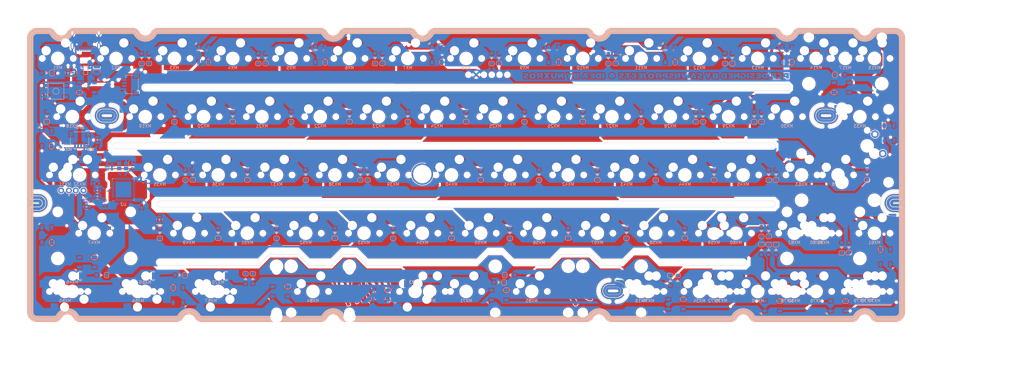
<source format=kicad_pcb>
(kicad_pcb (version 20171130) (host pcbnew "(5.1.10)-1")
  (layers (0 F.Cu signal) (31 B.Cu signal) (34 B.Paste user) (35 F.Paste user) (36 B.SilkS user) (37 F.SilkS user) (38 B.Mask user) (39 F.Mask user) (44 Edge.Cuts user))
  (net 0 "")
  (net 1 +5V)
  (net 2 GND)
  (net 3 "Net-(C2-Pad1)")
  (net 4 "Net-(C3-Pad1)")
  (net 5 "Net-(C6-Pad1)")
  (net 6 "Net-(D1-Pad2)")
  (net 7 "Net-(D2-Pad2)")
  (net 8 "Net-(D3-Pad2)")
  (net 9 "Net-(D4-Pad2)")
  (net 10 "Net-(D5-Pad2)")
  (net 11 "Net-(D6-Pad2)")
  (net 12 "Net-(D7-Pad2)")
  (net 13 "Net-(D8-Pad2)")
  (net 14 "Net-(D9-Pad2)")
  (net 15 "Net-(D10-Pad2)")
  (net 16 "Net-(D11-Pad2)")
  (net 17 "Net-(D12-Pad2)")
  (net 18 "Net-(D13-Pad2)")
  (net 19 "Net-(D14-Pad2)")
  (net 20 "Net-(D15-Pad2)")
  (net 21 "Net-(D16-Pad2)")
  (net 22 "Net-(R1-Pad2)")
  (net 23 "Net-(R2-Pad2)")
  (net 24 D+)
  (net 25 D-)
  (net 26 RST)
  (net 27 "Net-(R6-Pad2)")
  (net 28 RGBLED)
  (net 29 "Net-(R7-Pad2)")
  (net 30 "Net-(U2-Pad42)")
  (net 31 "Net-(U2-Pad12)")
  (net 32 MOSI)
  (net 33 "Net-(U2-Pad8)")
  (net 34 "Net-(U2-Pad1)")
  (net 35 "Net-(USB1-Pad3)")
  (net 36 "Net-(USB1-Pad9)")
  (net 37 "Net-(D42-Pad2)")
  (net 38 "Net-(D17-Pad2)")
  (net 39 "Net-(D18-Pad2)")
  (net 40 "Net-(D19-Pad2)")
  (net 41 "Net-(D20-Pad2)")
  (net 42 "Net-(D21-Pad2)")
  (net 43 "Net-(D22-Pad2)")
  (net 44 "Net-(D23-Pad2)")
  (net 45 "Net-(D24-Pad2)")
  (net 46 "Net-(D25-Pad2)")
  (net 47 "Net-(D26-Pad2)")
  (net 48 "Net-(D27-Pad2)")
  (net 49 "Net-(D28-Pad2)")
  (net 50 "Net-(D29-Pad2)")
  (net 51 "Net-(D30-Pad2)")
  (net 52 "Net-(D31-Pad2)")
  (net 53 "Net-(D32-Pad2)")
  (net 54 "Net-(D33-Pad2)")
  (net 55 "Net-(D34-Pad2)")
  (net 56 "Net-(D35-Pad2)")
  (net 57 "Net-(D36-Pad2)")
  (net 58 "Net-(D37-Pad2)")
  (net 59 "Net-(D38-Pad2)")
  (net 60 "Net-(D39-Pad2)")
  (net 61 "Net-(D40-Pad2)")
  (net 62 "Net-(D41-Pad2)")
  (net 63 "Net-(D43-Pad2)")
  (net 64 "Net-(D45-Pad2)")
  (net 65 "Net-(D46-Pad2)")
  (net 66 Row2)
  (net 67 Row3)
  (net 68 Row4)
  (net 69 Row5)
  (net 70 Col0)
  (net 71 Col1)
  (net 72 Col2)
  (net 73 Col3)
  (net 74 Col4)
  (net 75 Col5)
  (net 76 Col6)
  (net 77 Col7)
  (net 78 "Net-(D48-Pad2)")
  (net 79 "Net-(D49-Pad2)")
  (net 80 "Net-(D50-Pad2)")
  (net 81 "Net-(D51-Pad2)")
  (net 82 "Net-(D52-Pad2)")
  (net 83 "Net-(D53-Pad2)")
  (net 84 "Net-(D54-Pad2)")
  (net 85 "Net-(D55-Pad2)")
  (net 86 "Net-(D56-Pad2)")
  (net 87 "Net-(D57-Pad2)")
  (net 88 "Net-(D58-Pad2)")
  (net 89 "Net-(D59-Pad2)")
  (net 90 "Net-(D61-Pad2)")
  (net 91 "Net-(D62-Pad2)")
  (net 92 "Net-(D63-Pad2)")
  (net 93 "Net-(D70-Pad2)")
  (net 94 "Net-(D71-Pad2)")
  (net 95 "Net-(D72-Pad2)")
  (net 96 "Net-(D73-Pad2)")
  (net 97 Row0)
  (net 98 "Net-(RGB1-Pad2)")
  (net 99 "Net-(RGB1-Pad4)")
  (net 100 "Net-(RGB2-Pad2)")
  (net 101 "Net-(RGB3-Pad2)")
  (net 102 "Net-(RGB4-Pad2)")
  (net 103 "Net-(RGB5-Pad2)")
  (net 104 "Net-(RGB6-Pad2)")
  (net 105 "Net-(RGB7-Pad2)")
  (net 106 "Net-(RGB8-Pad2)")
  (net 107 "Net-(RGB10-Pad4)")
  (net 108 "Net-(RGB10-Pad2)")
  (net 109 "Net-(RGB11-Pad4)")
  (net 110 "Net-(RGB13-Pad4)")
  (net 111 "Net-(RGB14-Pad4)")
  (net 112 "Net-(RGB15-Pad4)")
  (net 113 "Net-(RGB16-Pad4)")
  (net 114 "Net-(RGB17-Pad4)")
  (net 115 "Net-(RGB18-Pad4)")
  (net 116 "Net-(RGB19-Pad4)")
  (net 117 EC-B)
  (net 118 EC-A)
  (net 119 "Net-(D44-Pad1)")
  (net 120 Row6)
  (net 121 Row7)
  (net 122 CapLK)
  (net 123 DG-)
  (net 124 DG+)
  (net 125 "Net-(D65-Pad2)")
  (net 126 Row8)
  (net 127 Row9)
  (net 128 "Net-(RGB13-Pad2)")
  (net 129 VCC)
  (net 130 "Net-(D47-Pad2)")
  (net 131 "Net-(D60-Pad2)")
  (module MX_Only_v4:MXOnly-1U-Hotswap (layer F.Cu) (at 161.76625 47.9425)
    (fp_text reference MX9)
    (fp_text value 1U)
    (fp_text user %R (at 0 3.048) (layer B.SilkS) (effects (justify mirror)))
    (pad 2 smd rect (at 5.842 -5.08) (size 2.55 2.5) (layers B.Cu B.Paste B.Mask) (net 14 "Net-(D9-Pad2)"))
    (pad 1 smd rect (at -7.085 -2.54) (size 2.55 2.5) (layers B.Cu B.Paste B.Mask) (net 74 Col4))
    (pad "" np_thru_hole circle (at 5.08 0 48.0996) (size 1.75 1.75) (drill 1.75) (layers *.Cu *.Mask))
    (pad "" np_thru_hole circle (at -5.08 0 48.0996) (size 1.75 1.75) (drill 1.75) (layers *.Cu *.Mask))
    (pad "" np_thru_hole circle (at -3.81 -2.54) (size 3 3) (drill 3) (layers *.Cu *.Mask))
    (pad "" np_thru_hole circle (at 0 0) (size 3.9878 3.9878) (drill 3.9878) (layers *.Cu *.Mask))
    (pad "" np_thru_hole circle (at 2.54 -5.08) (size 3 3) (drill 3) (layers *.Cu *.Mask))
  )
  (module MX_Only_v4:MXOnly-2.75U-Hotswap-ReversedStabilizers (layer F.Cu) (at 164.147634 124.142568)
    (fp_text reference MX85)
    (fp_text value 2.75U)
    (fp_text user %R (at 0 3.048) (layer B.SilkS) (effects (justify mirror)))
    (pad "" np_thru_hole circle (at -11.938 -8.255) (size 3.9878 3.9878) (drill 3.9878) (layers *.Cu *.Mask))
    (pad "" np_thru_hole circle (at 11.938 -8.255) (size 3.9878 3.9878) (drill 3.9878) (layers *.Cu *.Mask))
    (pad "" np_thru_hole circle (at -11.938 6.985) (size 3.048 3.048) (drill 3.048) (layers *.Cu *.Mask))
    (pad "" np_thru_hole circle (at 11.938 6.985) (size 3.048 3.048) (drill 3.048) (layers *.Cu *.Mask))
    (pad 2 smd rect (at 5.842 -5.08) (size 2.55 2.5) (layers B.Cu B.Paste B.Mask) (net 130 "Net-(D47-Pad2)"))
    (pad 1 smd rect (at -7.085 -2.54) (size 2.55 2.5) (layers B.Cu B.Paste B.Mask) (net 74 Col4))
    (pad "" np_thru_hole circle (at 5.08 0 48.0996) (size 1.75 1.75) (drill 1.75) (layers *.Cu *.Mask))
    (pad "" np_thru_hole circle (at -5.08 0 48.0996) (size 1.75 1.75) (drill 1.75) (layers *.Cu *.Mask))
    (pad "" np_thru_hole circle (at -3.81 -2.54) (size 3 3) (drill 3) (layers *.Cu *.Mask))
    (pad "" np_thru_hole circle (at 0 0) (size 3.9878 3.9878) (drill 3.9878) (layers *.Cu *.Mask))
    (pad "" np_thru_hole circle (at 2.54 -5.08) (size 3 3) (drill 3) (layers *.Cu *.Mask))
  )
  (module MX_Only_v4:MXOnly-2.75U-Hotswap (layer F.Cu) (at 92.710074 124.142568)
    (fp_text reference MX84)
    (fp_text value 2.25U)
    (fp_text user %R (at 0 3.048) (layer B.SilkS) (effects (justify mirror)))
    (pad "" np_thru_hole circle (at -11.938 8.255) (size 3.9878 3.9878) (drill 3.9878) (layers *.Cu *.Mask))
    (pad "" np_thru_hole circle (at 11.938 8.255) (size 3.9878 3.9878) (drill 3.9878) (layers *.Cu *.Mask))
    (pad "" np_thru_hole circle (at -11.938 -6.985) (size 3.048 3.048) (drill 3.048) (layers *.Cu *.Mask))
    (pad "" np_thru_hole circle (at 11.938 -6.985) (size 3.048 3.048) (drill 3.048) (layers *.Cu *.Mask))
    (pad 2 smd rect (at 5.842 -5.08) (size 2.55 2.5) (layers B.Cu B.Paste B.Mask) (net 131 "Net-(D60-Pad2)"))
    (pad 1 smd rect (at -7.085 -2.54) (size 2.55 2.5) (layers B.Cu B.Paste B.Mask) (net 72 Col2))
    (pad "" np_thru_hole circle (at 5.08 0 48.0996) (size 1.75 1.75) (drill 1.75) (layers *.Cu *.Mask))
    (pad "" np_thru_hole circle (at -5.08 0 48.0996) (size 1.75 1.75) (drill 1.75) (layers *.Cu *.Mask))
    (pad "" np_thru_hole circle (at -3.81 -2.54) (size 3 3) (drill 3) (layers *.Cu *.Mask))
    (pad "" np_thru_hole circle (at 0 0) (size 3.9878 3.9878) (drill 3.9878) (layers *.Cu *.Mask))
    (pad "" np_thru_hole circle (at 2.54 -5.08) (size 3 3) (drill 3) (layers *.Cu *.Mask))
  )
  (module MX_Only_v4:MXOnly-1.25U-Hotswap (layer F.Cu) (at 126.047602 124.142568 180)
    (fp_text reference MX83)
    (fp_text value 1.25U)
    (fp_text user %R (at 0 3.048) (layer B.SilkS) (effects (justify mirror)))
    (pad 2 smd rect (at 5.842 -5.08 180) (size 2.55 2.5) (layers B.Cu B.Paste B.Mask) (net 125 "Net-(D65-Pad2)"))
    (pad 1 smd rect (at -7.085 -2.54 180) (size 2.55 2.5) (layers B.Cu B.Paste B.Mask) (net 72 Col2))
    (pad "" np_thru_hole circle (at 5.08 0 228.0996) (size 1.75 1.75) (drill 1.75) (layers *.Cu *.Mask))
    (pad "" np_thru_hole circle (at -5.08 0 228.0996) (size 1.75 1.75) (drill 1.75) (layers *.Cu *.Mask))
    (pad "" np_thru_hole circle (at -3.81 -2.54 180) (size 3 3) (drill 3) (layers *.Cu *.Mask))
    (pad "" np_thru_hole circle (at 0 0 180) (size 3.9878 3.9878) (drill 3.9878) (layers *.Cu *.Mask))
    (pad "" np_thru_hole circle (at 2.54 -5.08 180) (size 3 3) (drill 3) (layers *.Cu *.Mask))
  )
  (module MX_Only_v4:MXOnly-1.75U-Hotswap (layer F.Cu) (at 249.872706 105.092552)
    (fp_text reference MX82)
    (fp_text value 1.75U)
    (fp_text user %R (at 0 3.048) (layer B.SilkS) (effects (justify mirror)))
    (pad 2 smd rect (at 5.842 -5.08) (size 2.55 2.5) (layers B.Cu B.Paste B.Mask) (net 53 "Net-(D32-Pad2)"))
    (pad 1 smd rect (at -7.085 -2.54) (size 2.55 2.5) (layers B.Cu B.Paste B.Mask) (net 76 Col6))
    (pad "" np_thru_hole circle (at 5.08 0 48.0996) (size 1.75 1.75) (drill 1.75) (layers *.Cu *.Mask))
    (pad "" np_thru_hole circle (at -5.08 0 48.0996) (size 1.75 1.75) (drill 1.75) (layers *.Cu *.Mask))
    (pad "" np_thru_hole circle (at -3.81 -2.54) (size 3 3) (drill 3) (layers *.Cu *.Mask))
    (pad "" np_thru_hole circle (at 0 0) (size 3.9878 3.9878) (drill 3.9878) (layers *.Cu *.Mask))
    (pad "" np_thru_hole circle (at 2.54 -5.08) (size 3 3) (drill 3) (layers *.Cu *.Mask))
  )
  (module MX_Only_v4:MXOnly-2.75U-Hotswap (layer F.Cu) (at 259.397714 105.092552)
    (fp_text reference MX81)
    (fp_text value 2.25U)
    (fp_text user %R (at 0 3.048) (layer B.SilkS) (effects (justify mirror)))
    (pad "" np_thru_hole circle (at -11.938 8.255) (size 3.9878 3.9878) (drill 3.9878) (layers *.Cu *.Mask))
    (pad "" np_thru_hole circle (at 11.938 8.255) (size 3.9878 3.9878) (drill 3.9878) (layers *.Cu *.Mask))
    (pad "" np_thru_hole circle (at -11.938 -6.985) (size 3.048 3.048) (drill 3.048) (layers *.Cu *.Mask))
    (pad "" np_thru_hole circle (at 11.938 -6.985) (size 3.048 3.048) (drill 3.048) (layers *.Cu *.Mask))
    (pad 2 smd rect (at 5.842 -5.08) (size 2.55 2.5) (layers B.Cu B.Paste B.Mask) (net 53 "Net-(D32-Pad2)"))
    (pad 1 smd rect (at -7.085 -2.54) (size 2.55 2.5) (layers B.Cu B.Paste B.Mask) (net 76 Col6))
    (pad "" np_thru_hole circle (at 5.08 0 48.0996) (size 1.75 1.75) (drill 1.75) (layers *.Cu *.Mask))
    (pad "" np_thru_hole circle (at -5.08 0 48.0996) (size 1.75 1.75) (drill 1.75) (layers *.Cu *.Mask))
    (pad "" np_thru_hole circle (at -3.81 -2.54) (size 3 3) (drill 3) (layers *.Cu *.Mask))
    (pad "" np_thru_hole circle (at 0 0) (size 3.9878 3.9878) (drill 3.9878) (layers *.Cu *.Mask))
    (pad "" np_thru_hole circle (at 2.54 -5.08) (size 3 3) (drill 3) (layers *.Cu *.Mask))
  )
  (module MX_Only_v4:MXOnly-1U-Hotswap (layer F.Cu) (at 257.016462 105.092552)
    (fp_text reference MX80)
    (fp_text value 1U)
    (fp_text user %R (at 0 3.048) (layer B.SilkS) (effects (justify mirror)))
    (pad 2 smd rect (at 5.842 -5.08) (size 2.55 2.5) (layers B.Cu B.Paste B.Mask) (net 53 "Net-(D32-Pad2)"))
    (pad 1 smd rect (at -7.085 -2.54) (size 2.55 2.5) (layers B.Cu B.Paste B.Mask) (net 76 Col6))
    (pad "" np_thru_hole circle (at 5.08 0 48.0996) (size 1.75 1.75) (drill 1.75) (layers *.Cu *.Mask))
    (pad "" np_thru_hole circle (at -5.08 0 48.0996) (size 1.75 1.75) (drill 1.75) (layers *.Cu *.Mask))
    (pad "" np_thru_hole circle (at -3.81 -2.54) (size 3 3) (drill 3) (layers *.Cu *.Mask))
    (pad "" np_thru_hole circle (at 0 0) (size 3.9878 3.9878) (drill 3.9878) (layers *.Cu *.Mask))
    (pad "" np_thru_hole circle (at 2.54 -5.08) (size 3 3) (drill 3) (layers *.Cu *.Mask))
  )
  (module MX_Only_v4:MXOnly-1.5U-Hotswap (layer F.Cu) (at 271.30481 124.14306)
    (fp_text reference MX79)
    (fp_text value 1.5U)
    (fp_text user %R (at 0 3.048) (layer B.SilkS) (effects (justify mirror)))
    (pad 2 smd rect (at 5.842 -5.08) (size 2.55 2.5) (layers B.Cu B.Paste B.Mask) (net 96 "Net-(D73-Pad2)"))
    (pad 1 smd rect (at -7.085 -2.54) (size 2.55 2.5) (layers B.Cu B.Paste B.Mask) (net 77 Col7))
    (pad "" np_thru_hole circle (at 5.08 0 48.0996) (size 1.75 1.75) (drill 1.75) (layers *.Cu *.Mask))
    (pad "" np_thru_hole circle (at -5.08 0 48.0996) (size 1.75 1.75) (drill 1.75) (layers *.Cu *.Mask))
    (pad "" np_thru_hole circle (at -3.81 -2.54) (size 3 3) (drill 3) (layers *.Cu *.Mask))
    (pad "" np_thru_hole circle (at 0 0) (size 3.9878 3.9878) (drill 3.9878) (layers *.Cu *.Mask))
    (pad "" np_thru_hole circle (at 2.54 -5.08) (size 3 3) (drill 3) (layers *.Cu *.Mask))
  )
  (module MX_Only_v4:MXOnly-1U-Hotswap (layer F.Cu) (at 247.49231 124.14306)
    (fp_text reference MX78)
    (fp_text value 1U)
    (fp_text user %R (at 0 3.048) (layer B.SilkS) (effects (justify mirror)))
    (pad 2 smd rect (at 5.842 -5.08) (size 2.55 2.5) (layers B.Cu B.Paste B.Mask) (net 95 "Net-(D72-Pad2)"))
    (pad 1 smd rect (at -7.085 -2.54) (size 2.55 2.5) (layers B.Cu B.Paste B.Mask) (net 75 Col5))
    (pad "" np_thru_hole circle (at 5.08 0 48.0996) (size 1.75 1.75) (drill 1.75) (layers *.Cu *.Mask))
    (pad "" np_thru_hole circle (at -5.08 0 48.0996) (size 1.75 1.75) (drill 1.75) (layers *.Cu *.Mask))
    (pad "" np_thru_hole circle (at -3.81 -2.54) (size 3 3) (drill 3) (layers *.Cu *.Mask))
    (pad "" np_thru_hole circle (at 0 0) (size 3.9878 3.9878) (drill 3.9878) (layers *.Cu *.Mask))
    (pad "" np_thru_hole circle (at 2.54 -5.08) (size 3 3) (drill 3) (layers *.Cu *.Mask))
  )
  (module MX_Only_v4:MXOnly-1U-Hotswap (layer F.Cu) (at 276.06753 124.14306)
    (fp_text reference MX77)
    (fp_text value 1U)
    (fp_text user %R (at 0 3.048) (layer B.SilkS) (effects (justify mirror)))
    (pad 2 smd rect (at 5.842 -5.08) (size 2.55 2.5) (layers B.Cu B.Paste B.Mask) (net 96 "Net-(D73-Pad2)"))
    (pad 1 smd rect (at -7.085 -2.54) (size 2.55 2.5) (layers B.Cu B.Paste B.Mask) (net 77 Col7))
    (pad "" np_thru_hole circle (at 5.08 0 48.0996) (size 1.75 1.75) (drill 1.75) (layers *.Cu *.Mask))
    (pad "" np_thru_hole circle (at -5.08 0 48.0996) (size 1.75 1.75) (drill 1.75) (layers *.Cu *.Mask))
    (pad "" np_thru_hole circle (at -3.81 -2.54) (size 3 3) (drill 3) (layers *.Cu *.Mask))
    (pad "" np_thru_hole circle (at 0 0) (size 3.9878 3.9878) (drill 3.9878) (layers *.Cu *.Mask))
    (pad "" np_thru_hole circle (at 2.54 -5.08) (size 3 3) (drill 3) (layers *.Cu *.Mask))
  )
  (module MX_Only_v4:MXOnly-1U-Hotswap (layer F.Cu) (at 257.01745 124.14306)
    (fp_text reference MX76)
    (fp_text value 1U)
    (fp_text user %R (at 0 3.048) (layer B.SilkS) (effects (justify mirror)))
    (pad 2 smd rect (at 5.842 -5.08) (size 2.55 2.5) (layers B.Cu B.Paste B.Mask) (net 95 "Net-(D72-Pad2)"))
    (pad 1 smd rect (at -7.085 -2.54) (size 2.55 2.5) (layers B.Cu B.Paste B.Mask) (net 75 Col5))
    (pad "" np_thru_hole circle (at 5.08 0 48.0996) (size 1.75 1.75) (drill 1.75) (layers *.Cu *.Mask))
    (pad "" np_thru_hole circle (at -5.08 0 48.0996) (size 1.75 1.75) (drill 1.75) (layers *.Cu *.Mask))
    (pad "" np_thru_hole circle (at -3.81 -2.54) (size 3 3) (drill 3) (layers *.Cu *.Mask))
    (pad "" np_thru_hole circle (at 0 0) (size 3.9878 3.9878) (drill 3.9878) (layers *.Cu *.Mask))
    (pad "" np_thru_hole circle (at 2.54 -5.08) (size 3 3) (drill 3) (layers *.Cu *.Mask))
  )
  (module MX_Only_v4:MXOnly-1.25U-Hotswap (layer F.Cu) (at 226.06107 124.14306)
    (fp_text reference MX75)
    (fp_text value 1.25U)
    (fp_text user %R (at 0 3.048) (layer B.SilkS) (effects (justify mirror)))
    (pad 2 smd rect (at 5.842 -5.08) (size 2.55 2.5) (layers B.Cu B.Paste B.Mask) (net 75 Col5))
    (pad 1 smd rect (at -7.085 -2.54) (size 2.55 2.5) (layers B.Cu B.Paste B.Mask) (net 94 "Net-(D71-Pad2)"))
    (pad "" np_thru_hole circle (at 5.08 0 48.0996) (size 1.75 1.75) (drill 1.75) (layers *.Cu *.Mask))
    (pad "" np_thru_hole circle (at -5.08 0 48.0996) (size 1.75 1.75) (drill 1.75) (layers *.Cu *.Mask))
    (pad "" np_thru_hole circle (at -3.81 -2.54) (size 3 3) (drill 3) (layers *.Cu *.Mask))
    (pad "" np_thru_hole circle (at 0 0) (size 3.9878 3.9878) (drill 3.9878) (layers *.Cu *.Mask))
    (pad "" np_thru_hole circle (at 2.54 -5.08) (size 3 3) (drill 3) (layers *.Cu *.Mask))
  )
  (module MX_Only_v4:MXOnly-1.25U-Hotswap (layer F.Cu) (at 202.24847 124.14306)
    (fp_text reference MX74)
    (fp_text value 1.25U)
    (fp_text user %R (at 0 3.048) (layer B.SilkS) (effects (justify mirror)))
    (pad 2 smd rect (at 5.842 -5.08) (size 2.55 2.5) (layers B.Cu B.Paste B.Mask) (net 93 "Net-(D70-Pad2)"))
    (pad 1 smd rect (at -7.085 -2.54) (size 2.55 2.5) (layers B.Cu B.Paste B.Mask) (net 74 Col4))
    (pad "" np_thru_hole circle (at 5.08 0 48.0996) (size 1.75 1.75) (drill 1.75) (layers *.Cu *.Mask))
    (pad "" np_thru_hole circle (at -5.08 0 48.0996) (size 1.75 1.75) (drill 1.75) (layers *.Cu *.Mask))
    (pad "" np_thru_hole circle (at -3.81 -2.54) (size 3 3) (drill 3) (layers *.Cu *.Mask))
    (pad "" np_thru_hole circle (at 0 0) (size 3.9878 3.9878) (drill 3.9878) (layers *.Cu *.Mask))
    (pad "" np_thru_hole circle (at 2.54 -5.08) (size 3 3) (drill 3) (layers *.Cu *.Mask))
  )
  (module MX_Only_v4:MXOnly-1.25U-Hotswap (layer F.Cu) (at 273.68607 124.14306)
    (fp_text reference MX73)
    (fp_text value 1.25U)
    (fp_text user %R (at 0 3.048) (layer B.SilkS) (effects (justify mirror)))
    (pad 2 smd rect (at 5.842 -5.08) (size 2.55 2.5) (layers B.Cu B.Paste B.Mask) (net 96 "Net-(D73-Pad2)"))
    (pad 1 smd rect (at -7.085 -2.54) (size 2.55 2.5) (layers B.Cu B.Paste B.Mask) (net 77 Col7))
    (pad "" np_thru_hole circle (at 5.08 0 48.0996) (size 1.75 1.75) (drill 1.75) (layers *.Cu *.Mask))
    (pad "" np_thru_hole circle (at -5.08 0 48.0996) (size 1.75 1.75) (drill 1.75) (layers *.Cu *.Mask))
    (pad "" np_thru_hole circle (at -3.81 -2.54) (size 3 3) (drill 3) (layers *.Cu *.Mask))
    (pad "" np_thru_hole circle (at 0 0) (size 3.9878 3.9878) (drill 3.9878) (layers *.Cu *.Mask))
    (pad "" np_thru_hole circle (at 2.54 -5.08) (size 3 3) (drill 3) (layers *.Cu *.Mask))
  )
  (module MX_Only_v4:MXOnly-1.5U-Hotswap (layer F.Cu) (at 223.67981 124.14306)
    (fp_text reference MX72)
    (fp_text value 1.5U)
    (fp_text user %R (at 0 3.048) (layer B.SilkS) (effects (justify mirror)))
    (pad 2 smd rect (at 5.842 -5.08) (size 2.55 2.5) (layers B.Cu B.Paste B.Mask) (net 75 Col5))
    (pad 1 smd rect (at -7.085 -2.54) (size 2.55 2.5) (layers B.Cu B.Paste B.Mask) (net 94 "Net-(D71-Pad2)"))
    (pad "" np_thru_hole circle (at 5.08 0 48.0996) (size 1.75 1.75) (drill 1.75) (layers *.Cu *.Mask))
    (pad "" np_thru_hole circle (at -5.08 0 48.0996) (size 1.75 1.75) (drill 1.75) (layers *.Cu *.Mask))
    (pad "" np_thru_hole circle (at -3.81 -2.54) (size 3 3) (drill 3) (layers *.Cu *.Mask))
    (pad "" np_thru_hole circle (at 0 0) (size 3.9878 3.9878) (drill 3.9878) (layers *.Cu *.Mask))
    (pad "" np_thru_hole circle (at 2.54 -5.08) (size 3 3) (drill 3) (layers *.Cu *.Mask))
  )
  (module MX_Only_v4:MXOnly-7U-Hotswap-ReversedStabilizers (layer F.Cu) (at 142.71697 124.14306)
    (fp_text reference MX71)
    (fp_text value 6.25U)
    (fp_text user %R (at 0 3.048) (layer B.SilkS) (effects (justify mirror)))
    (pad "" np_thru_hole circle (at -57.15 -8.255) (size 3.9878 3.9878) (drill 3.9878) (layers *.Cu *.Mask))
    (pad "" np_thru_hole circle (at 57.15 -8.255) (size 3.9878 3.9878) (drill 3.9878) (layers *.Cu *.Mask))
    (pad "" np_thru_hole circle (at -57.15 6.985) (size 3.048 3.048) (drill 3.048) (layers *.Cu *.Mask))
    (pad "" np_thru_hole circle (at 57.15 6.985) (size 3.048 3.048) (drill 3.048) (layers *.Cu *.Mask))
    (pad 2 smd rect (at 5.842 -5.08) (size 2.55 2.5) (layers B.Cu B.Paste B.Mask) (net 125 "Net-(D65-Pad2)"))
    (pad 1 smd rect (at -7.085 -2.54) (size 2.55 2.5) (layers B.Cu B.Paste B.Mask) (net 72 Col2))
    (pad "" np_thru_hole circle (at 5.08 0 48.0996) (size 1.75 1.75) (drill 1.75) (layers *.Cu *.Mask))
    (pad "" np_thru_hole circle (at -5.08 0 48.0996) (size 1.75 1.75) (drill 1.75) (layers *.Cu *.Mask))
    (pad "" np_thru_hole circle (at -3.81 -2.54) (size 3 3) (drill 3) (layers *.Cu *.Mask))
    (pad "" np_thru_hole circle (at 0 0) (size 3.9878 3.9878) (drill 3.9878) (layers *.Cu *.Mask))
    (pad "" np_thru_hole circle (at 2.54 -5.08) (size 3 3) (drill 3) (layers *.Cu *.Mask))
  )
  (module MX_Only_v4:MXOnly-1.5U-Hotswap (layer F.Cu) (at 61.75413 124.14306 180)
    (fp_text reference MX70)
    (fp_text value 1.5U)
    (fp_text user %R (at 0 3.048) (layer B.SilkS) (effects (justify mirror)))
    (pad 2 smd rect (at 5.842 -5.08 180) (size 2.55 2.5) (layers B.Cu B.Paste B.Mask) (net 92 "Net-(D63-Pad2)"))
    (pad 1 smd rect (at -7.085 -2.54 180) (size 2.55 2.5) (layers B.Cu B.Paste B.Mask) (net 71 Col1))
    (pad "" np_thru_hole circle (at 5.08 0 228.0996) (size 1.75 1.75) (drill 1.75) (layers *.Cu *.Mask))
    (pad "" np_thru_hole circle (at -5.08 0 228.0996) (size 1.75 1.75) (drill 1.75) (layers *.Cu *.Mask))
    (pad "" np_thru_hole circle (at -3.81 -2.54 180) (size 3 3) (drill 3) (layers *.Cu *.Mask))
    (pad "" np_thru_hole circle (at 0 0 180) (size 3.9878 3.9878) (drill 3.9878) (layers *.Cu *.Mask))
    (pad "" np_thru_hole circle (at 2.54 -5.08 180) (size 3 3) (drill 3) (layers *.Cu *.Mask))
  )
  (module MX_Only_v4:MXOnly-1U-Hotswap (layer F.Cu) (at 37.941278 124.142568 180)
    (fp_text reference MX69)
    (fp_text value 1U)
    (fp_text user %R (at 0 3.048) (layer B.SilkS) (effects (justify mirror)))
    (pad 2 smd rect (at 5.842 -5.08 180) (size 2.55 2.5) (layers B.Cu B.Paste B.Mask) (net 91 "Net-(D62-Pad2)"))
    (pad 1 smd rect (at -7.085 -2.54 180) (size 2.55 2.5) (layers B.Cu B.Paste B.Mask) (net 70 Col0))
    (pad "" np_thru_hole circle (at 5.08 0 228.0996) (size 1.75 1.75) (drill 1.75) (layers *.Cu *.Mask))
    (pad "" np_thru_hole circle (at -5.08 0 228.0996) (size 1.75 1.75) (drill 1.75) (layers *.Cu *.Mask))
    (pad "" np_thru_hole circle (at -3.81 -2.54 180) (size 3 3) (drill 3) (layers *.Cu *.Mask))
    (pad "" np_thru_hole circle (at 0 0 180) (size 3.9878 3.9878) (drill 3.9878) (layers *.Cu *.Mask))
    (pad "" np_thru_hole circle (at 2.54 -5.08 180) (size 3 3) (drill 3) (layers *.Cu *.Mask))
  )
  (module MX_Only_v4:MXOnly-6.25U-Hotswap-ReversedStabilizers (layer F.Cu) (at 130.81067 124.14306)
    (fp_text reference MX68)
    (fp_text value 6.25U)
    (fp_text user %R (at 0 3.048) (layer B.SilkS) (effects (justify mirror)))
    (pad "" np_thru_hole circle (at -49.9999 -8.255) (size 3.9878 3.9878) (drill 3.9878) (layers *.Cu *.Mask))
    (pad "" np_thru_hole circle (at 49.9999 -8.255) (size 3.9878 3.9878) (drill 3.9878) (layers *.Cu *.Mask))
    (pad "" np_thru_hole circle (at -49.9999 6.985) (size 3.048 3.048) (drill 3.048) (layers *.Cu *.Mask))
    (pad "" np_thru_hole circle (at 49.9999 6.985) (size 3.048 3.048) (drill 3.048) (layers *.Cu *.Mask))
    (pad 2 smd rect (at 5.842 -5.08) (size 2.55 2.5) (layers B.Cu B.Paste B.Mask) (net 125 "Net-(D65-Pad2)"))
    (pad 1 smd rect (at -7.085 -2.54) (size 2.55 2.5) (layers B.Cu B.Paste B.Mask) (net 72 Col2))
    (pad "" np_thru_hole circle (at 5.08 0 48.0996) (size 1.75 1.75) (drill 1.75) (layers *.Cu *.Mask))
    (pad "" np_thru_hole circle (at -5.08 0 48.0996) (size 1.75 1.75) (drill 1.75) (layers *.Cu *.Mask))
    (pad "" np_thru_hole circle (at -3.81 -2.54) (size 3 3) (drill 3) (layers *.Cu *.Mask))
    (pad "" np_thru_hole circle (at 0 0) (size 3.9878 3.9878) (drill 3.9878) (layers *.Cu *.Mask))
    (pad "" np_thru_hole circle (at 2.54 -5.08) (size 3 3) (drill 3) (layers *.Cu *.Mask))
  )
  (module MX_Only_v4:MXOnly-1.25U-Hotswap (layer F.Cu) (at 59.37287 124.14306)
    (fp_text reference MX67)
    (fp_text value 1.25U)
    (fp_text user %R (at 0 3.048) (layer B.SilkS) (effects (justify mirror)))
    (pad 2 smd rect (at 5.842 -5.08) (size 2.55 2.5) (layers B.Cu B.Paste B.Mask) (net 92 "Net-(D63-Pad2)"))
    (pad 1 smd rect (at -7.085 -2.54) (size 2.55 2.5) (layers B.Cu B.Paste B.Mask) (net 71 Col1))
    (pad "" np_thru_hole circle (at 5.08 0 48.0996) (size 1.75 1.75) (drill 1.75) (layers *.Cu *.Mask))
    (pad "" np_thru_hole circle (at -5.08 0 48.0996) (size 1.75 1.75) (drill 1.75) (layers *.Cu *.Mask))
    (pad "" np_thru_hole circle (at -3.81 -2.54) (size 3 3) (drill 3) (layers *.Cu *.Mask))
    (pad "" np_thru_hole circle (at 0 0) (size 3.9878 3.9878) (drill 3.9878) (layers *.Cu *.Mask))
    (pad "" np_thru_hole circle (at 2.54 -5.08) (size 3 3) (drill 3) (layers *.Cu *.Mask))
  )
  (module MX_Only_v4:MXOnly-1.25U-Hotswap (layer F.Cu) (at 35.560026 124.142568)
    (fp_text reference MX66)
    (fp_text value 1.25U)
    (fp_text user %R (at 0 3.048) (layer B.SilkS) (effects (justify mirror)))
    (pad 2 smd rect (at 5.842 -5.08) (size 2.55 2.5) (layers B.Cu B.Paste B.Mask) (net 91 "Net-(D62-Pad2)"))
    (pad 1 smd rect (at -7.085 -2.54) (size 2.55 2.5) (layers B.Cu B.Paste B.Mask) (net 70 Col0))
    (pad "" np_thru_hole circle (at 5.08 0 48.0996) (size 1.75 1.75) (drill 1.75) (layers *.Cu *.Mask))
    (pad "" np_thru_hole circle (at -5.08 0 48.0996) (size 1.75 1.75) (drill 1.75) (layers *.Cu *.Mask))
    (pad "" np_thru_hole circle (at -3.81 -2.54) (size 3 3) (drill 3) (layers *.Cu *.Mask))
    (pad "" np_thru_hole circle (at 0 0) (size 3.9878 3.9878) (drill 3.9878) (layers *.Cu *.Mask))
    (pad "" np_thru_hole circle (at 2.54 -5.08) (size 3 3) (drill 3) (layers *.Cu *.Mask))
  )
  (module MX_Only_v4:MXOnly-1.25U-Hotswap (layer F.Cu) (at 11.74767 124.14306)
    (fp_text reference MX65)
    (fp_text value 1.25U)
    (fp_text user %R (at 0 3.048) (layer B.SilkS) (effects (justify mirror)))
    (pad 2 smd rect (at 5.842 -5.08) (size 2.55 2.5) (layers B.Cu B.Paste B.Mask) (net 90 "Net-(D61-Pad2)"))
    (pad 1 smd rect (at -7.085 -2.54) (size 2.55 2.5) (layers B.Cu B.Paste B.Mask) (net 70 Col0))
    (pad "" np_thru_hole circle (at 5.08 0 48.0996) (size 1.75 1.75) (drill 1.75) (layers *.Cu *.Mask))
    (pad "" np_thru_hole circle (at -5.08 0 48.0996) (size 1.75 1.75) (drill 1.75) (layers *.Cu *.Mask))
    (pad "" np_thru_hole circle (at -3.81 -2.54) (size 3 3) (drill 3) (layers *.Cu *.Mask))
    (pad "" np_thru_hole circle (at 0 0) (size 3.9878 3.9878) (drill 3.9878) (layers *.Cu *.Mask))
    (pad "" np_thru_hole circle (at 2.54 -5.08) (size 3 3) (drill 3) (layers *.Cu *.Mask))
  )
  (module MX_Only_v4:MXOnly-1U-Hotswap (layer F.Cu) (at 252.253986 86.0425)
    (fp_text reference MX63)
    (fp_text value 1U)
    (fp_text user %R (at 0 3.048) (layer B.SilkS) (effects (justify mirror)))
    (pad 2 smd rect (at 5.842 -5.08) (size 2.55 2.5) (layers B.Cu B.Paste B.Mask) (net 52 "Net-(D31-Pad2)"))
    (pad 1 smd rect (at -7.085 -2.54) (size 2.55 2.5) (layers B.Cu B.Paste B.Mask) (net 76 Col6))
    (pad "" np_thru_hole circle (at 5.08 0 48.0996) (size 1.75 1.75) (drill 1.75) (layers *.Cu *.Mask))
    (pad "" np_thru_hole circle (at -5.08 0 48.0996) (size 1.75 1.75) (drill 1.75) (layers *.Cu *.Mask))
    (pad "" np_thru_hole circle (at -3.81 -2.54) (size 3 3) (drill 3) (layers *.Cu *.Mask))
    (pad "" np_thru_hole circle (at 0 0) (size 3.9878 3.9878) (drill 3.9878) (layers *.Cu *.Mask))
    (pad "" np_thru_hole circle (at 2.54 -5.08) (size 3 3) (drill 3) (layers *.Cu *.Mask))
  )
  (module MX_Only_v4:MXOnly-1.25U-Hotswap (layer F.Cu) (at 249.87357 124.14306)
    (fp_text reference MX62)
    (fp_text value 1.25U)
    (fp_text user %R (at 0 3.048) (layer B.SilkS) (effects (justify mirror)))
    (pad 2 smd rect (at 5.842 -5.08) (size 2.55 2.5) (layers B.Cu B.Paste B.Mask) (net 95 "Net-(D72-Pad2)"))
    (pad 1 smd rect (at -7.085 -2.54) (size 2.55 2.5) (layers B.Cu B.Paste B.Mask) (net 75 Col5))
    (pad "" np_thru_hole circle (at 5.08 0 48.0996) (size 1.75 1.75) (drill 1.75) (layers *.Cu *.Mask))
    (pad "" np_thru_hole circle (at -5.08 0 48.0996) (size 1.75 1.75) (drill 1.75) (layers *.Cu *.Mask))
    (pad "" np_thru_hole circle (at -3.81 -2.54) (size 3 3) (drill 3) (layers *.Cu *.Mask))
    (pad "" np_thru_hole circle (at 0 0) (size 3.9878 3.9878) (drill 3.9878) (layers *.Cu *.Mask))
    (pad "" np_thru_hole circle (at 2.54 -5.08) (size 3 3) (drill 3) (layers *.Cu *.Mask))
  )
  (module MX_Only_v4:MXOnly-1U-Hotswap (layer F.Cu) (at 276.066506 105.0925)
    (fp_text reference MX61)
    (fp_text value 1U)
    (fp_text user %R (at 0 3.048) (layer B.SilkS) (effects (justify mirror)))
    (pad 2 smd rect (at 5.842 -5.08) (size 2.55 2.5) (layers B.Cu B.Paste B.Mask) (net 89 "Net-(D59-Pad2)"))
    (pad 1 smd rect (at -7.085 -2.54) (size 2.55 2.5) (layers B.Cu B.Paste B.Mask) (net 77 Col7))
    (pad "" np_thru_hole circle (at 5.08 0 48.0996) (size 1.75 1.75) (drill 1.75) (layers *.Cu *.Mask))
    (pad "" np_thru_hole circle (at -5.08 0 48.0996) (size 1.75 1.75) (drill 1.75) (layers *.Cu *.Mask))
    (pad "" np_thru_hole circle (at -3.81 -2.54) (size 3 3) (drill 3) (layers *.Cu *.Mask))
    (pad "" np_thru_hole circle (at 0 0) (size 3.9878 3.9878) (drill 3.9878) (layers *.Cu *.Mask))
    (pad "" np_thru_hole circle (at 2.54 -5.08) (size 3 3) (drill 3) (layers *.Cu *.Mask))
  )
  (module MX_Only_v4:MXOnly-1.75U-Hotswap (layer F.Cu) (at 230.82269 105.0925)
    (fp_text reference MX60)
    (fp_text value 1.75U)
    (fp_text user %R (at 0 3.048) (layer B.SilkS) (effects (justify mirror)))
    (pad 2 smd rect (at 5.842 -5.08) (size 2.55 2.5) (layers B.Cu B.Paste B.Mask) (net 88 "Net-(D58-Pad2)"))
    (pad 1 smd rect (at -7.085 -2.54) (size 2.55 2.5) (layers B.Cu B.Paste B.Mask) (net 75 Col5))
    (pad "" np_thru_hole circle (at 5.08 0 48.0996) (size 1.75 1.75) (drill 1.75) (layers *.Cu *.Mask))
    (pad "" np_thru_hole circle (at -5.08 0 48.0996) (size 1.75 1.75) (drill 1.75) (layers *.Cu *.Mask))
    (pad "" np_thru_hole circle (at -3.81 -2.54) (size 3 3) (drill 3) (layers *.Cu *.Mask))
    (pad "" np_thru_hole circle (at 0 0) (size 3.9878 3.9878) (drill 3.9878) (layers *.Cu *.Mask))
    (pad "" np_thru_hole circle (at 2.54 -5.08) (size 3 3) (drill 3) (layers *.Cu *.Mask))
  )
  (module MX_Only_v4:MXOnly-1U-Hotswap (layer F.Cu) (at 223.678962 105.0925)
    (fp_text reference MX59)
    (fp_text value 1U)
    (fp_text user %R (at 0 3.048) (layer B.SilkS) (effects (justify mirror)))
    (pad 2 smd rect (at 5.842 -5.08) (size 2.55 2.5) (layers B.Cu B.Paste B.Mask) (net 87 "Net-(D57-Pad2)"))
    (pad 1 smd rect (at -7.085 -2.54) (size 2.55 2.5) (layers B.Cu B.Paste B.Mask) (net 75 Col5))
    (pad "" np_thru_hole circle (at 5.08 0 48.0996) (size 1.75 1.75) (drill 1.75) (layers *.Cu *.Mask))
    (pad "" np_thru_hole circle (at -5.08 0 48.0996) (size 1.75 1.75) (drill 1.75) (layers *.Cu *.Mask))
    (pad "" np_thru_hole circle (at -3.81 -2.54) (size 3 3) (drill 3) (layers *.Cu *.Mask))
    (pad "" np_thru_hole circle (at 0 0) (size 3.9878 3.9878) (drill 3.9878) (layers *.Cu *.Mask))
    (pad "" np_thru_hole circle (at 2.54 -5.08) (size 3 3) (drill 3) (layers *.Cu *.Mask))
  )
  (module MX_Only_v4:MXOnly-1U-Hotswap (layer F.Cu) (at 204.628946 105.0925)
    (fp_text reference MX58)
    (fp_text value 1U)
    (fp_text user %R (at 0 3.048) (layer B.SilkS) (effects (justify mirror)))
    (pad 2 smd rect (at 5.842 -5.08) (size 2.55 2.5) (layers B.Cu B.Paste B.Mask) (net 86 "Net-(D56-Pad2)"))
    (pad 1 smd rect (at -7.085 -2.54) (size 2.55 2.5) (layers B.Cu B.Paste B.Mask) (net 74 Col4))
    (pad "" np_thru_hole circle (at 5.08 0 48.0996) (size 1.75 1.75) (drill 1.75) (layers *.Cu *.Mask))
    (pad "" np_thru_hole circle (at -5.08 0 48.0996) (size 1.75 1.75) (drill 1.75) (layers *.Cu *.Mask))
    (pad "" np_thru_hole circle (at -3.81 -2.54) (size 3 3) (drill 3) (layers *.Cu *.Mask))
    (pad "" np_thru_hole circle (at 0 0) (size 3.9878 3.9878) (drill 3.9878) (layers *.Cu *.Mask))
    (pad "" np_thru_hole circle (at 2.54 -5.08) (size 3 3) (drill 3) (layers *.Cu *.Mask))
  )
  (module MX_Only_v4:MXOnly-1U-Hotswap (layer F.Cu) (at 185.57893 105.0925)
    (fp_text reference MX57)
    (fp_text value 1U)
    (fp_text user %R (at 0 3.048) (layer B.SilkS) (effects (justify mirror)))
    (pad 2 smd rect (at 5.842 -5.08) (size 2.55 2.5) (layers B.Cu B.Paste B.Mask) (net 85 "Net-(D55-Pad2)"))
    (pad 1 smd rect (at -7.085 -2.54) (size 2.55 2.5) (layers B.Cu B.Paste B.Mask) (net 74 Col4))
    (pad "" np_thru_hole circle (at 5.08 0 48.0996) (size 1.75 1.75) (drill 1.75) (layers *.Cu *.Mask))
    (pad "" np_thru_hole circle (at -5.08 0 48.0996) (size 1.75 1.75) (drill 1.75) (layers *.Cu *.Mask))
    (pad "" np_thru_hole circle (at -3.81 -2.54) (size 3 3) (drill 3) (layers *.Cu *.Mask))
    (pad "" np_thru_hole circle (at 0 0) (size 3.9878 3.9878) (drill 3.9878) (layers *.Cu *.Mask))
    (pad "" np_thru_hole circle (at 2.54 -5.08) (size 3 3) (drill 3) (layers *.Cu *.Mask))
  )
  (module MX_Only_v4:MXOnly-1U-Hotswap (layer F.Cu) (at 166.528914 105.0925)
    (fp_text reference MX56)
    (fp_text value 1U)
    (fp_text user %R (at 0 3.048) (layer B.SilkS) (effects (justify mirror)))
    (pad 2 smd rect (at 5.842 -5.08) (size 2.55 2.5) (layers B.Cu B.Paste B.Mask) (net 84 "Net-(D54-Pad2)"))
    (pad 1 smd rect (at -7.085 -2.54) (size 2.55 2.5) (layers B.Cu B.Paste B.Mask) (net 73 Col3))
    (pad "" np_thru_hole circle (at 5.08 0 48.0996) (size 1.75 1.75) (drill 1.75) (layers *.Cu *.Mask))
    (pad "" np_thru_hole circle (at -5.08 0 48.0996) (size 1.75 1.75) (drill 1.75) (layers *.Cu *.Mask))
    (pad "" np_thru_hole circle (at -3.81 -2.54) (size 3 3) (drill 3) (layers *.Cu *.Mask))
    (pad "" np_thru_hole circle (at 0 0) (size 3.9878 3.9878) (drill 3.9878) (layers *.Cu *.Mask))
    (pad "" np_thru_hole circle (at 2.54 -5.08) (size 3 3) (drill 3) (layers *.Cu *.Mask))
  )
  (module MX_Only_v4:MXOnly-1U-Hotswap (layer F.Cu) (at 147.478898 105.0925)
    (fp_text reference MX55)
    (fp_text value 1U)
    (fp_text user %R (at 0 3.048) (layer B.SilkS) (effects (justify mirror)))
    (pad 2 smd rect (at 5.842 -5.08) (size 2.55 2.5) (layers B.Cu B.Paste B.Mask) (net 83 "Net-(D53-Pad2)"))
    (pad 1 smd rect (at -7.085 -2.54) (size 2.55 2.5) (layers B.Cu B.Paste B.Mask) (net 73 Col3))
    (pad "" np_thru_hole circle (at 5.08 0 48.0996) (size 1.75 1.75) (drill 1.75) (layers *.Cu *.Mask))
    (pad "" np_thru_hole circle (at -5.08 0 48.0996) (size 1.75 1.75) (drill 1.75) (layers *.Cu *.Mask))
    (pad "" np_thru_hole circle (at -3.81 -2.54) (size 3 3) (drill 3) (layers *.Cu *.Mask))
    (pad "" np_thru_hole circle (at 0 0) (size 3.9878 3.9878) (drill 3.9878) (layers *.Cu *.Mask))
    (pad "" np_thru_hole circle (at 2.54 -5.08) (size 3 3) (drill 3) (layers *.Cu *.Mask))
  )
  (module MX_Only_v4:MXOnly-1U-Hotswap (layer F.Cu) (at 128.428882 105.0925)
    (fp_text reference MX54)
    (fp_text value 1U)
    (fp_text user %R (at 0 3.048) (layer B.SilkS) (effects (justify mirror)))
    (pad 2 smd rect (at 5.842 -5.08) (size 2.55 2.5) (layers B.Cu B.Paste B.Mask) (net 82 "Net-(D52-Pad2)"))
    (pad 1 smd rect (at -7.085 -2.54) (size 2.55 2.5) (layers B.Cu B.Paste B.Mask) (net 72 Col2))
    (pad "" np_thru_hole circle (at 5.08 0 48.0996) (size 1.75 1.75) (drill 1.75) (layers *.Cu *.Mask))
    (pad "" np_thru_hole circle (at -5.08 0 48.0996) (size 1.75 1.75) (drill 1.75) (layers *.Cu *.Mask))
    (pad "" np_thru_hole circle (at -3.81 -2.54) (size 3 3) (drill 3) (layers *.Cu *.Mask))
    (pad "" np_thru_hole circle (at 0 0) (size 3.9878 3.9878) (drill 3.9878) (layers *.Cu *.Mask))
    (pad "" np_thru_hole circle (at 2.54 -5.08) (size 3 3) (drill 3) (layers *.Cu *.Mask))
  )
  (module MX_Only_v4:MXOnly-1U-Hotswap (layer F.Cu) (at 109.378866 105.0925)
    (fp_text reference MX53)
    (fp_text value 1U)
    (fp_text user %R (at 0 3.048) (layer B.SilkS) (effects (justify mirror)))
    (pad 2 smd rect (at 5.842 -5.08) (size 2.55 2.5) (layers B.Cu B.Paste B.Mask) (net 81 "Net-(D51-Pad2)"))
    (pad 1 smd rect (at -7.085 -2.54) (size 2.55 2.5) (layers B.Cu B.Paste B.Mask) (net 72 Col2))
    (pad "" np_thru_hole circle (at 5.08 0 48.0996) (size 1.75 1.75) (drill 1.75) (layers *.Cu *.Mask))
    (pad "" np_thru_hole circle (at -5.08 0 48.0996) (size 1.75 1.75) (drill 1.75) (layers *.Cu *.Mask))
    (pad "" np_thru_hole circle (at -3.81 -2.54) (size 3 3) (drill 3) (layers *.Cu *.Mask))
    (pad "" np_thru_hole circle (at 0 0) (size 3.9878 3.9878) (drill 3.9878) (layers *.Cu *.Mask))
    (pad "" np_thru_hole circle (at 2.54 -5.08) (size 3 3) (drill 3) (layers *.Cu *.Mask))
  )
  (module MX_Only_v4:MXOnly-1U-Hotswap (layer F.Cu) (at 90.32885 105.0925)
    (fp_text reference MX52)
    (fp_text value 1U)
    (fp_text user %R (at 0 3.048) (layer B.SilkS) (effects (justify mirror)))
    (pad 2 smd rect (at 5.842 -5.08) (size 2.55 2.5) (layers B.Cu B.Paste B.Mask) (net 80 "Net-(D50-Pad2)"))
    (pad 1 smd rect (at -7.085 -2.54) (size 2.55 2.5) (layers B.Cu B.Paste B.Mask) (net 71 Col1))
    (pad "" np_thru_hole circle (at 5.08 0 48.0996) (size 1.75 1.75) (drill 1.75) (layers *.Cu *.Mask))
    (pad "" np_thru_hole circle (at -5.08 0 48.0996) (size 1.75 1.75) (drill 1.75) (layers *.Cu *.Mask))
    (pad "" np_thru_hole circle (at -3.81 -2.54) (size 3 3) (drill 3) (layers *.Cu *.Mask))
    (pad "" np_thru_hole circle (at 0 0) (size 3.9878 3.9878) (drill 3.9878) (layers *.Cu *.Mask))
    (pad "" np_thru_hole circle (at 2.54 -5.08) (size 3 3) (drill 3) (layers *.Cu *.Mask))
  )
  (module MX_Only_v4:MXOnly-1U-Hotswap (layer F.Cu) (at 71.278834 105.0925)
    (fp_text reference MX51)
    (fp_text value 1U)
    (fp_text user %R (at 0 3.048) (layer B.SilkS) (effects (justify mirror)))
    (pad 2 smd rect (at 5.842 -5.08) (size 2.55 2.5) (layers B.Cu B.Paste B.Mask) (net 79 "Net-(D49-Pad2)"))
    (pad 1 smd rect (at -7.085 -2.54) (size 2.55 2.5) (layers B.Cu B.Paste B.Mask) (net 71 Col1))
    (pad "" np_thru_hole circle (at 5.08 0 48.0996) (size 1.75 1.75) (drill 1.75) (layers *.Cu *.Mask))
    (pad "" np_thru_hole circle (at -5.08 0 48.0996) (size 1.75 1.75) (drill 1.75) (layers *.Cu *.Mask))
    (pad "" np_thru_hole circle (at -3.81 -2.54) (size 3 3) (drill 3) (layers *.Cu *.Mask))
    (pad "" np_thru_hole circle (at 0 0) (size 3.9878 3.9878) (drill 3.9878) (layers *.Cu *.Mask))
    (pad "" np_thru_hole circle (at 2.54 -5.08) (size 3 3) (drill 3) (layers *.Cu *.Mask))
  )
  (module MX_Only_v4:MXOnly-1U-Hotswap (layer F.Cu) (at 237.96745 124.14306)
    (fp_text reference MX50)
    (fp_text value 1U)
    (fp_text user %R (at 0 3.048) (layer B.SilkS) (effects (justify mirror)))
    (pad 2 smd rect (at 5.842 -5.08) (size 2.55 2.5) (layers B.Cu B.Paste B.Mask) (net 21 "Net-(D16-Pad2)"))
    (pad 1 smd rect (at -7.085 -2.54) (size 2.55 2.5) (layers B.Cu B.Paste B.Mask) (net 76 Col6))
    (pad "" np_thru_hole circle (at 5.08 0 48.0996) (size 1.75 1.75) (drill 1.75) (layers *.Cu *.Mask))
    (pad "" np_thru_hole circle (at -5.08 0 48.0996) (size 1.75 1.75) (drill 1.75) (layers *.Cu *.Mask))
    (pad "" np_thru_hole circle (at -3.81 -2.54) (size 3 3) (drill 3) (layers *.Cu *.Mask))
    (pad "" np_thru_hole circle (at 0 0) (size 3.9878 3.9878) (drill 3.9878) (layers *.Cu *.Mask))
    (pad "" np_thru_hole circle (at 2.54 -5.08) (size 3 3) (drill 3) (layers *.Cu *.Mask))
  )
  (module MX_Only_v4:MXOnly-1U-Hotswap (layer F.Cu) (at 52.228818 105.0925)
    (fp_text reference MX49)
    (fp_text value 1U)
    (fp_text user %R (at 0 3.048) (layer B.SilkS) (effects (justify mirror)))
    (pad 2 smd rect (at 5.842 -5.08) (size 2.55 2.5) (layers B.Cu B.Paste B.Mask) (net 78 "Net-(D48-Pad2)"))
    (pad 1 smd rect (at -7.085 -2.54) (size 2.55 2.5) (layers B.Cu B.Paste B.Mask) (net 70 Col0))
    (pad "" np_thru_hole circle (at 5.08 0 48.0996) (size 1.75 1.75) (drill 1.75) (layers *.Cu *.Mask))
    (pad "" np_thru_hole circle (at -5.08 0 48.0996) (size 1.75 1.75) (drill 1.75) (layers *.Cu *.Mask))
    (pad "" np_thru_hole circle (at -3.81 -2.54) (size 3 3) (drill 3) (layers *.Cu *.Mask))
    (pad "" np_thru_hole circle (at 0 0) (size 3.9878 3.9878) (drill 3.9878) (layers *.Cu *.Mask))
    (pad "" np_thru_hole circle (at 2.54 -5.08) (size 3 3) (drill 3) (layers *.Cu *.Mask))
  )
  (module MX_Only_v4:MXOnly-2.25U-Hotswap (layer F.Cu) (at 264.160246 86.0425)
    (fp_text reference MX48)
    (fp_text value 2.25U)
    (fp_text user %R (at 0 3.048) (layer B.SilkS) (effects (justify mirror)))
    (pad "" np_thru_hole circle (at -11.938 8.255) (size 3.9878 3.9878) (drill 3.9878) (layers *.Cu *.Mask))
    (pad "" np_thru_hole circle (at 11.938 8.255) (size 3.9878 3.9878) (drill 3.9878) (layers *.Cu *.Mask))
    (pad "" np_thru_hole circle (at -11.938 -6.985) (size 3.048 3.048) (drill 3.048) (layers *.Cu *.Mask))
    (pad "" np_thru_hole circle (at 11.938 -6.985) (size 3.048 3.048) (drill 3.048) (layers *.Cu *.Mask))
    (pad 2 smd rect (at 5.842 -5.08) (size 2.55 2.5) (layers B.Cu B.Paste B.Mask) (net 64 "Net-(D45-Pad2)"))
    (pad 1 smd rect (at -7.085 -2.54) (size 2.55 2.5) (layers B.Cu B.Paste B.Mask) (net 77 Col7))
    (pad "" np_thru_hole circle (at 5.08 0 48.0996) (size 1.75 1.75) (drill 1.75) (layers *.Cu *.Mask))
    (pad "" np_thru_hole circle (at -5.08 0 48.0996) (size 1.75 1.75) (drill 1.75) (layers *.Cu *.Mask))
    (pad "" np_thru_hole circle (at -3.81 -2.54) (size 3 3) (drill 3) (layers *.Cu *.Mask))
    (pad "" np_thru_hole circle (at 0 0) (size 3.9878 3.9878) (drill 3.9878) (layers *.Cu *.Mask))
    (pad "" np_thru_hole circle (at 2.54 -5.08) (size 3 3) (drill 3) (layers *.Cu *.Mask))
  )
  (module MX_Only_v4:MXOnly-2.25U-Hotswap (layer F.Cu) (at 21.272542 105.0925)
    (fp_text reference MX47)
    (fp_text value 2.25U)
    (fp_text user %R (at 0 3.048) (layer B.SilkS) (effects (justify mirror)))
    (pad "" np_thru_hole circle (at -11.938 8.255) (size 3.9878 3.9878) (drill 3.9878) (layers *.Cu *.Mask))
    (pad "" np_thru_hole circle (at 11.938 8.255) (size 3.9878 3.9878) (drill 3.9878) (layers *.Cu *.Mask))
    (pad "" np_thru_hole circle (at -11.938 -6.985) (size 3.048 3.048) (drill 3.048) (layers *.Cu *.Mask))
    (pad "" np_thru_hole circle (at 11.938 -6.985) (size 3.048 3.048) (drill 3.048) (layers *.Cu *.Mask))
    (pad 2 smd rect (at 5.842 -5.08) (size 2.55 2.5) (layers B.Cu B.Paste B.Mask) (net 65 "Net-(D46-Pad2)"))
    (pad 1 smd rect (at -7.085 -2.54) (size 2.55 2.5) (layers B.Cu B.Paste B.Mask) (net 70 Col0))
    (pad "" np_thru_hole circle (at 5.08 0 48.0996) (size 1.75 1.75) (drill 1.75) (layers *.Cu *.Mask))
    (pad "" np_thru_hole circle (at -5.08 0 48.0996) (size 1.75 1.75) (drill 1.75) (layers *.Cu *.Mask))
    (pad "" np_thru_hole circle (at -3.81 -2.54) (size 3 3) (drill 3) (layers *.Cu *.Mask))
    (pad "" np_thru_hole circle (at 0 0) (size 3.9878 3.9878) (drill 3.9878) (layers *.Cu *.Mask))
    (pad "" np_thru_hole circle (at 2.54 -5.08) (size 3 3) (drill 3) (layers *.Cu *.Mask))
  )
  (module MX_Only_v4:MXOnly-1.5U-Hotswap (layer F.Cu) (at 14.128758 124.142568 180)
    (fp_text reference MX46)
    (fp_text value 1.5U)
    (fp_text user %R (at 0 3.048) (layer B.SilkS) (effects (justify mirror)))
    (pad 2 smd rect (at 5.842 -5.08 180) (size 2.55 2.5) (layers B.Cu B.Paste B.Mask) (net 90 "Net-(D61-Pad2)"))
    (pad 1 smd rect (at -7.085 -2.54 180) (size 2.55 2.5) (layers B.Cu B.Paste B.Mask) (net 70 Col0))
    (pad "" np_thru_hole circle (at 5.08 0 228.0996) (size 1.75 1.75) (drill 1.75) (layers *.Cu *.Mask))
    (pad "" np_thru_hole circle (at -5.08 0 228.0996) (size 1.75 1.75) (drill 1.75) (layers *.Cu *.Mask))
    (pad "" np_thru_hole circle (at -3.81 -2.54 180) (size 3 3) (drill 3) (layers *.Cu *.Mask))
    (pad "" np_thru_hole circle (at 0 0 180) (size 3.9878 3.9878) (drill 3.9878) (layers *.Cu *.Mask))
    (pad "" np_thru_hole circle (at 2.54 -5.08 180) (size 3 3) (drill 3) (layers *.Cu *.Mask))
  )
  (module MX_Only_v4:MXOnly-1U-Hotswap (layer F.Cu) (at 233.20397 86.0425)
    (fp_text reference MX45)
    (fp_text value 1U)
    (fp_text user %R (at 0 3.048) (layer B.SilkS) (effects (justify mirror)))
    (pad 2 smd rect (at 5.842 -5.08) (size 2.55 2.5) (layers B.Cu B.Paste B.Mask) (net 63 "Net-(D43-Pad2)"))
    (pad 1 smd rect (at -7.085 -2.54) (size 2.55 2.5) (layers B.Cu B.Paste B.Mask) (net 75 Col5))
    (pad "" np_thru_hole circle (at 5.08 0 48.0996) (size 1.75 1.75) (drill 1.75) (layers *.Cu *.Mask))
    (pad "" np_thru_hole circle (at -5.08 0 48.0996) (size 1.75 1.75) (drill 1.75) (layers *.Cu *.Mask))
    (pad "" np_thru_hole circle (at -3.81 -2.54) (size 3 3) (drill 3) (layers *.Cu *.Mask))
    (pad "" np_thru_hole circle (at 0 0) (size 3.9878 3.9878) (drill 3.9878) (layers *.Cu *.Mask))
    (pad "" np_thru_hole circle (at 2.54 -5.08) (size 3 3) (drill 3) (layers *.Cu *.Mask))
  )
  (module MX_Only_v4:MXOnly-1U-Hotswap (layer F.Cu) (at 214.153954 86.0425)
    (fp_text reference MX44)
    (fp_text value 1U)
    (fp_text user %R (at 0 3.048) (layer B.SilkS) (effects (justify mirror)))
    (pad 2 smd rect (at 5.842 -5.08) (size 2.55 2.5) (layers B.Cu B.Paste B.Mask) (net 37 "Net-(D42-Pad2)"))
    (pad 1 smd rect (at -7.085 -2.54) (size 2.55 2.5) (layers B.Cu B.Paste B.Mask) (net 75 Col5))
    (pad "" np_thru_hole circle (at 5.08 0 48.0996) (size 1.75 1.75) (drill 1.75) (layers *.Cu *.Mask))
    (pad "" np_thru_hole circle (at -5.08 0 48.0996) (size 1.75 1.75) (drill 1.75) (layers *.Cu *.Mask))
    (pad "" np_thru_hole circle (at -3.81 -2.54) (size 3 3) (drill 3) (layers *.Cu *.Mask))
    (pad "" np_thru_hole circle (at 0 0) (size 3.9878 3.9878) (drill 3.9878) (layers *.Cu *.Mask))
    (pad "" np_thru_hole circle (at 2.54 -5.08) (size 3 3) (drill 3) (layers *.Cu *.Mask))
  )
  (module MX_Only_v4:MXOnly-1U-Hotswap (layer F.Cu) (at 195.103938 86.0425)
    (fp_text reference MX43)
    (fp_text value 1U)
    (fp_text user %R (at 0 3.048) (layer B.SilkS) (effects (justify mirror)))
    (pad 2 smd rect (at 5.842 -5.08) (size 2.55 2.5) (layers B.Cu B.Paste B.Mask) (net 62 "Net-(D41-Pad2)"))
    (pad 1 smd rect (at -7.085 -2.54) (size 2.55 2.5) (layers B.Cu B.Paste B.Mask) (net 74 Col4))
    (pad "" np_thru_hole circle (at 5.08 0 48.0996) (size 1.75 1.75) (drill 1.75) (layers *.Cu *.Mask))
    (pad "" np_thru_hole circle (at -5.08 0 48.0996) (size 1.75 1.75) (drill 1.75) (layers *.Cu *.Mask))
    (pad "" np_thru_hole circle (at -3.81 -2.54) (size 3 3) (drill 3) (layers *.Cu *.Mask))
    (pad "" np_thru_hole circle (at 0 0) (size 3.9878 3.9878) (drill 3.9878) (layers *.Cu *.Mask))
    (pad "" np_thru_hole circle (at 2.54 -5.08) (size 3 3) (drill 3) (layers *.Cu *.Mask))
  )
  (module MX_Only_v4:MXOnly-1U-Hotswap (layer F.Cu) (at 176.053922 86.0425)
    (fp_text reference MX42)
    (fp_text value 1U)
    (fp_text user %R (at 0 3.048) (layer B.SilkS) (effects (justify mirror)))
    (pad 2 smd rect (at 5.842 -5.08) (size 2.55 2.5) (layers B.Cu B.Paste B.Mask) (net 61 "Net-(D40-Pad2)"))
    (pad 1 smd rect (at -7.085 -2.54) (size 2.55 2.5) (layers B.Cu B.Paste B.Mask) (net 74 Col4))
    (pad "" np_thru_hole circle (at 5.08 0 48.0996) (size 1.75 1.75) (drill 1.75) (layers *.Cu *.Mask))
    (pad "" np_thru_hole circle (at -5.08 0 48.0996) (size 1.75 1.75) (drill 1.75) (layers *.Cu *.Mask))
    (pad "" np_thru_hole circle (at -3.81 -2.54) (size 3 3) (drill 3) (layers *.Cu *.Mask))
    (pad "" np_thru_hole circle (at 0 0) (size 3.9878 3.9878) (drill 3.9878) (layers *.Cu *.Mask))
    (pad "" np_thru_hole circle (at 2.54 -5.08) (size 3 3) (drill 3) (layers *.Cu *.Mask))
  )
  (module MX_Only_v4:MXOnly-1U-Hotswap (layer F.Cu) (at 157.003906 86.0425)
    (fp_text reference MX41)
    (fp_text value 1U)
    (fp_text user %R (at 0 3.048) (layer B.SilkS) (effects (justify mirror)))
    (pad 2 smd rect (at 5.842 -5.08) (size 2.55 2.5) (layers B.Cu B.Paste B.Mask) (net 60 "Net-(D39-Pad2)"))
    (pad 1 smd rect (at -7.085 -2.54) (size 2.55 2.5) (layers B.Cu B.Paste B.Mask) (net 73 Col3))
    (pad "" np_thru_hole circle (at 5.08 0 48.0996) (size 1.75 1.75) (drill 1.75) (layers *.Cu *.Mask))
    (pad "" np_thru_hole circle (at -5.08 0 48.0996) (size 1.75 1.75) (drill 1.75) (layers *.Cu *.Mask))
    (pad "" np_thru_hole circle (at -3.81 -2.54) (size 3 3) (drill 3) (layers *.Cu *.Mask))
    (pad "" np_thru_hole circle (at 0 0) (size 3.9878 3.9878) (drill 3.9878) (layers *.Cu *.Mask))
    (pad "" np_thru_hole circle (at 2.54 -5.08) (size 3 3) (drill 3) (layers *.Cu *.Mask))
  )
  (module MX_Only_v4:MXOnly-1U-Hotswap (layer F.Cu) (at 137.95389 86.0425)
    (fp_text reference MX40)
    (fp_text value 1U)
    (fp_text user %R (at 0 3.048) (layer B.SilkS) (effects (justify mirror)))
    (pad 2 smd rect (at 5.842 -5.08) (size 2.55 2.5) (layers B.Cu B.Paste B.Mask) (net 59 "Net-(D38-Pad2)"))
    (pad 1 smd rect (at -7.085 -2.54) (size 2.55 2.5) (layers B.Cu B.Paste B.Mask) (net 73 Col3))
    (pad "" np_thru_hole circle (at 5.08 0 48.0996) (size 1.75 1.75) (drill 1.75) (layers *.Cu *.Mask))
    (pad "" np_thru_hole circle (at -5.08 0 48.0996) (size 1.75 1.75) (drill 1.75) (layers *.Cu *.Mask))
    (pad "" np_thru_hole circle (at -3.81 -2.54) (size 3 3) (drill 3) (layers *.Cu *.Mask))
    (pad "" np_thru_hole circle (at 0 0) (size 3.9878 3.9878) (drill 3.9878) (layers *.Cu *.Mask))
    (pad "" np_thru_hole circle (at 2.54 -5.08) (size 3 3) (drill 3) (layers *.Cu *.Mask))
  )
  (module MX_Only_v4:MXOnly-1U-Hotswap (layer F.Cu) (at 118.903874 86.0425)
    (fp_text reference MX39)
    (fp_text value 1U)
    (fp_text user %R (at 0 3.048) (layer B.SilkS) (effects (justify mirror)))
    (pad 2 smd rect (at 5.842 -5.08) (size 2.55 2.5) (layers B.Cu B.Paste B.Mask) (net 58 "Net-(D37-Pad2)"))
    (pad 1 smd rect (at -7.085 -2.54) (size 2.55 2.5) (layers B.Cu B.Paste B.Mask) (net 72 Col2))
    (pad "" np_thru_hole circle (at 5.08 0 48.0996) (size 1.75 1.75) (drill 1.75) (layers *.Cu *.Mask))
    (pad "" np_thru_hole circle (at -5.08 0 48.0996) (size 1.75 1.75) (drill 1.75) (layers *.Cu *.Mask))
    (pad "" np_thru_hole circle (at -3.81 -2.54) (size 3 3) (drill 3) (layers *.Cu *.Mask))
    (pad "" np_thru_hole circle (at 0 0) (size 3.9878 3.9878) (drill 3.9878) (layers *.Cu *.Mask))
    (pad "" np_thru_hole circle (at 2.54 -5.08) (size 3 3) (drill 3) (layers *.Cu *.Mask))
  )
  (module MX_Only_v4:MXOnly-1U-Hotswap (layer F.Cu) (at 99.853858 86.0425)
    (fp_text reference MX38)
    (fp_text value 1U)
    (fp_text user %R (at 0 3.048) (layer B.SilkS) (effects (justify mirror)))
    (pad 2 smd rect (at 5.842 -5.08) (size 2.55 2.5) (layers B.Cu B.Paste B.Mask) (net 57 "Net-(D36-Pad2)"))
    (pad 1 smd rect (at -7.085 -2.54) (size 2.55 2.5) (layers B.Cu B.Paste B.Mask) (net 72 Col2))
    (pad "" np_thru_hole circle (at 5.08 0 48.0996) (size 1.75 1.75) (drill 1.75) (layers *.Cu *.Mask))
    (pad "" np_thru_hole circle (at -5.08 0 48.0996) (size 1.75 1.75) (drill 1.75) (layers *.Cu *.Mask))
    (pad "" np_thru_hole circle (at -3.81 -2.54) (size 3 3) (drill 3) (layers *.Cu *.Mask))
    (pad "" np_thru_hole circle (at 0 0) (size 3.9878 3.9878) (drill 3.9878) (layers *.Cu *.Mask))
    (pad "" np_thru_hole circle (at 2.54 -5.08) (size 3 3) (drill 3) (layers *.Cu *.Mask))
  )
  (module MX_Only_v4:MXOnly-1U-Hotswap (layer F.Cu) (at 80.803842 86.0425)
    (fp_text reference MX37)
    (fp_text value 1U)
    (fp_text user %R (at 0 3.048) (layer B.SilkS) (effects (justify mirror)))
    (pad 2 smd rect (at 5.842 -5.08) (size 2.55 2.5) (layers B.Cu B.Paste B.Mask) (net 56 "Net-(D35-Pad2)"))
    (pad 1 smd rect (at -7.085 -2.54) (size 2.55 2.5) (layers B.Cu B.Paste B.Mask) (net 71 Col1))
    (pad "" np_thru_hole circle (at 5.08 0 48.0996) (size 1.75 1.75) (drill 1.75) (layers *.Cu *.Mask))
    (pad "" np_thru_hole circle (at -5.08 0 48.0996) (size 1.75 1.75) (drill 1.75) (layers *.Cu *.Mask))
    (pad "" np_thru_hole circle (at -3.81 -2.54) (size 3 3) (drill 3) (layers *.Cu *.Mask))
    (pad "" np_thru_hole circle (at 0 0) (size 3.9878 3.9878) (drill 3.9878) (layers *.Cu *.Mask))
    (pad "" np_thru_hole circle (at 2.54 -5.08) (size 3 3) (drill 3) (layers *.Cu *.Mask))
  )
  (module MX_Only_v4:MXOnly-1U-Hotswap (layer F.Cu) (at 61.753826 86.0425)
    (fp_text reference MX36)
    (fp_text value 1U)
    (fp_text user %R (at 0 3.048) (layer B.SilkS) (effects (justify mirror)))
    (pad 2 smd rect (at 5.842 -5.08) (size 2.55 2.5) (layers B.Cu B.Paste B.Mask) (net 55 "Net-(D34-Pad2)"))
    (pad 1 smd rect (at -7.085 -2.54) (size 2.55 2.5) (layers B.Cu B.Paste B.Mask) (net 71 Col1))
    (pad "" np_thru_hole circle (at 5.08 0 48.0996) (size 1.75 1.75) (drill 1.75) (layers *.Cu *.Mask))
    (pad "" np_thru_hole circle (at -5.08 0 48.0996) (size 1.75 1.75) (drill 1.75) (layers *.Cu *.Mask))
    (pad "" np_thru_hole circle (at -3.81 -2.54) (size 3 3) (drill 3) (layers *.Cu *.Mask))
    (pad "" np_thru_hole circle (at 0 0) (size 3.9878 3.9878) (drill 3.9878) (layers *.Cu *.Mask))
    (pad "" np_thru_hole circle (at 2.54 -5.08) (size 3 3) (drill 3) (layers *.Cu *.Mask))
  )
  (module MX_Only_v4:MXOnly-1U-Hotswap (layer F.Cu) (at 42.70381 86.0425)
    (fp_text reference MX35)
    (fp_text value 1U)
    (fp_text user %R (at 0 3.048) (layer B.SilkS) (effects (justify mirror)))
    (pad 2 smd rect (at 5.842 -5.08) (size 2.55 2.5) (layers B.Cu B.Paste B.Mask) (net 54 "Net-(D33-Pad2)"))
    (pad 1 smd rect (at -7.085 -2.54) (size 2.55 2.5) (layers B.Cu B.Paste B.Mask) (net 70 Col0))
    (pad "" np_thru_hole circle (at 5.08 0 48.0996) (size 1.75 1.75) (drill 1.75) (layers *.Cu *.Mask))
    (pad "" np_thru_hole circle (at -5.08 0 48.0996) (size 1.75 1.75) (drill 1.75) (layers *.Cu *.Mask))
    (pad "" np_thru_hole circle (at -3.81 -2.54) (size 3 3) (drill 3) (layers *.Cu *.Mask))
    (pad "" np_thru_hole circle (at 0 0) (size 3.9878 3.9878) (drill 3.9878) (layers *.Cu *.Mask))
    (pad "" np_thru_hole circle (at 2.54 -5.08) (size 3 3) (drill 3) (layers *.Cu *.Mask))
  )
  (module MX_Only_v4:MXOnly-1U-Hotswap (layer F.Cu) (at 218.91745 124.14306)
    (fp_text reference MX34)
    (fp_text value 1U)
    (fp_text user %R (at 0 3.048) (layer B.SilkS) (effects (justify mirror)))
    (pad 2 smd rect (at 5.842 -5.08) (size 2.55 2.5) (layers B.Cu B.Paste B.Mask) (net 75 Col5))
    (pad 1 smd rect (at -7.085 -2.54) (size 2.55 2.5) (layers B.Cu B.Paste B.Mask) (net 94 "Net-(D71-Pad2)"))
    (pad "" np_thru_hole circle (at 5.08 0 48.0996) (size 1.75 1.75) (drill 1.75) (layers *.Cu *.Mask))
    (pad "" np_thru_hole circle (at -5.08 0 48.0996) (size 1.75 1.75) (drill 1.75) (layers *.Cu *.Mask))
    (pad "" np_thru_hole circle (at -3.81 -2.54) (size 3 3) (drill 3) (layers *.Cu *.Mask))
    (pad "" np_thru_hole circle (at 0 0) (size 3.9878 3.9878) (drill 3.9878) (layers *.Cu *.Mask))
    (pad "" np_thru_hole circle (at 2.54 -5.08) (size 3 3) (drill 3) (layers *.Cu *.Mask))
  )
  (module MX_Only_v4:MXOnly-1.5U-Hotswap (layer F.Cu) (at 271.304002 66.9925)
    (fp_text reference MX33)
    (fp_text value 1.5U)
    (fp_text user %R (at 0 3.048) (layer B.SilkS) (effects (justify mirror)))
    (pad 2 smd rect (at 5.842 -5.08) (size 2.55 2.5) (layers B.Cu B.Paste B.Mask) (net 76 Col6))
    (pad 1 smd rect (at -7.085 -2.54) (size 2.55 2.5) (layers B.Cu B.Paste B.Mask) (net 52 "Net-(D31-Pad2)"))
    (pad "" np_thru_hole circle (at 5.08 0 48.0996) (size 1.75 1.75) (drill 1.75) (layers *.Cu *.Mask))
    (pad "" np_thru_hole circle (at -5.08 0 48.0996) (size 1.75 1.75) (drill 1.75) (layers *.Cu *.Mask))
    (pad "" np_thru_hole circle (at -3.81 -2.54) (size 3 3) (drill 3) (layers *.Cu *.Mask))
    (pad "" np_thru_hole circle (at 0 0) (size 3.9878 3.9878) (drill 3.9878) (layers *.Cu *.Mask))
    (pad "" np_thru_hole circle (at 2.54 -5.08) (size 3 3) (drill 3) (layers *.Cu *.Mask))
  )
  (module MX_Only_v4:MXOnly-1.75U-Hotswap (layer F.Cu) (at 16.510038 86.0425)
    (fp_text reference MX32)
    (fp_text value 1.75U)
    (fp_text user %R (at 0 3.048) (layer B.SilkS) (effects (justify mirror)))
    (pad 2 smd rect (at 5.842 -5.08) (size 2.55 2.5) (layers B.Cu B.Paste B.Mask) (net 51 "Net-(D30-Pad2)"))
    (pad 1 smd rect (at -7.085 -2.54) (size 2.55 2.5) (layers B.Cu B.Paste B.Mask) (net 70 Col0))
    (pad "" np_thru_hole circle (at 5.08 0 48.0996) (size 1.75 1.75) (drill 1.75) (layers *.Cu *.Mask))
    (pad "" np_thru_hole circle (at -5.08 0 48.0996) (size 1.75 1.75) (drill 1.75) (layers *.Cu *.Mask))
    (pad "" np_thru_hole circle (at -3.81 -2.54) (size 3 3) (drill 3) (layers *.Cu *.Mask))
    (pad "" np_thru_hole circle (at 0 0) (size 3.9878 3.9878) (drill 3.9878) (layers *.Cu *.Mask))
    (pad "" np_thru_hole circle (at 2.54 -5.08) (size 3 3) (drill 3) (layers *.Cu *.Mask))
  )
  (module MX_Only_v4:MXOnly-1.25U-Hotswap (layer F.Cu) (at 11.747534 86.0425)
    (fp_text reference MX31)
    (fp_text value 1.25U-stepcap)
    (fp_text user %R (at 0 3.048) (layer B.SilkS) (effects (justify mirror)))
    (pad 2 smd rect (at 5.842 -5.08) (size 2.55 2.5) (layers B.Cu B.Paste B.Mask) (net 51 "Net-(D30-Pad2)"))
    (pad 1 smd rect (at -7.085 -2.54) (size 2.55 2.5) (layers B.Cu B.Paste B.Mask) (net 70 Col0))
    (pad "" np_thru_hole circle (at 5.08 0 48.0996) (size 1.75 1.75) (drill 1.75) (layers *.Cu *.Mask))
    (pad "" np_thru_hole circle (at -5.08 0 48.0996) (size 1.75 1.75) (drill 1.75) (layers *.Cu *.Mask))
    (pad "" np_thru_hole circle (at -3.81 -2.54) (size 3 3) (drill 3) (layers *.Cu *.Mask))
    (pad "" np_thru_hole circle (at 0 0) (size 3.9878 3.9878) (drill 3.9878) (layers *.Cu *.Mask))
    (pad "" np_thru_hole circle (at 2.54 -5.08) (size 3 3) (drill 3) (layers *.Cu *.Mask))
  )
  (module MX_Only_v4:MXOnly-1U-Hotswap (layer F.Cu) (at 247.491482 66.9925)
    (fp_text reference MX30)
    (fp_text value 1U)
    (fp_text user %R (at 0 3.048) (layer B.SilkS) (effects (justify mirror)))
    (pad 2 smd rect (at 5.842 -5.08) (size 2.55 2.5) (layers B.Cu B.Paste B.Mask) (net 50 "Net-(D29-Pad2)"))
    (pad 1 smd rect (at -7.085 -2.54) (size 2.55 2.5) (layers B.Cu B.Paste B.Mask) (net 76 Col6))
    (pad "" np_thru_hole circle (at 5.08 0 48.0996) (size 1.75 1.75) (drill 1.75) (layers *.Cu *.Mask))
    (pad "" np_thru_hole circle (at -5.08 0 48.0996) (size 1.75 1.75) (drill 1.75) (layers *.Cu *.Mask))
    (pad "" np_thru_hole circle (at -3.81 -2.54) (size 3 3) (drill 3) (layers *.Cu *.Mask))
    (pad "" np_thru_hole circle (at 0 0) (size 3.9878 3.9878) (drill 3.9878) (layers *.Cu *.Mask))
    (pad "" np_thru_hole circle (at 2.54 -5.08) (size 3 3) (drill 3) (layers *.Cu *.Mask))
  )
  (module MX_Only_v4:MXOnly-1U-Hotswap (layer F.Cu) (at 228.441466 66.9925)
    (fp_text reference MX29)
    (fp_text value 1U)
    (fp_text user %R (at 0 3.048) (layer B.SilkS) (effects (justify mirror)))
    (pad 2 smd rect (at 5.842 -5.08) (size 2.55 2.5) (layers B.Cu B.Paste B.Mask) (net 49 "Net-(D28-Pad2)"))
    (pad 1 smd rect (at -7.085 -2.54) (size 2.55 2.5) (layers B.Cu B.Paste B.Mask) (net 75 Col5))
    (pad "" np_thru_hole circle (at 5.08 0 48.0996) (size 1.75 1.75) (drill 1.75) (layers *.Cu *.Mask))
    (pad "" np_thru_hole circle (at -5.08 0 48.0996) (size 1.75 1.75) (drill 1.75) (layers *.Cu *.Mask))
    (pad "" np_thru_hole circle (at -3.81 -2.54) (size 3 3) (drill 3) (layers *.Cu *.Mask))
    (pad "" np_thru_hole circle (at 0 0) (size 3.9878 3.9878) (drill 3.9878) (layers *.Cu *.Mask))
    (pad "" np_thru_hole circle (at 2.54 -5.08) (size 3 3) (drill 3) (layers *.Cu *.Mask))
  )
  (module MX_Only_v4:MXOnly-1U-Hotswap (layer F.Cu) (at 209.39145 66.9925)
    (fp_text reference MX28)
    (fp_text value 1U)
    (fp_text user %R (at 0 3.048) (layer B.SilkS) (effects (justify mirror)))
    (pad 2 smd rect (at 5.842 -5.08) (size 2.55 2.5) (layers B.Cu B.Paste B.Mask) (net 48 "Net-(D27-Pad2)"))
    (pad 1 smd rect (at -7.085 -2.54) (size 2.55 2.5) (layers B.Cu B.Paste B.Mask) (net 75 Col5))
    (pad "" np_thru_hole circle (at 5.08 0 48.0996) (size 1.75 1.75) (drill 1.75) (layers *.Cu *.Mask))
    (pad "" np_thru_hole circle (at -5.08 0 48.0996) (size 1.75 1.75) (drill 1.75) (layers *.Cu *.Mask))
    (pad "" np_thru_hole circle (at -3.81 -2.54) (size 3 3) (drill 3) (layers *.Cu *.Mask))
    (pad "" np_thru_hole circle (at 0 0) (size 3.9878 3.9878) (drill 3.9878) (layers *.Cu *.Mask))
    (pad "" np_thru_hole circle (at 2.54 -5.08) (size 3 3) (drill 3) (layers *.Cu *.Mask))
  )
  (module MX_Only_v4:MXOnly-1U-Hotswap (layer F.Cu) (at 190.341434 66.9925)
    (fp_text reference MX27)
    (fp_text value 1U)
    (fp_text user %R (at 0 3.048) (layer B.SilkS) (effects (justify mirror)))
    (pad 2 smd rect (at 5.842 -5.08) (size 2.55 2.5) (layers B.Cu B.Paste B.Mask) (net 47 "Net-(D26-Pad2)"))
    (pad 1 smd rect (at -7.085 -2.54) (size 2.55 2.5) (layers B.Cu B.Paste B.Mask) (net 74 Col4))
    (pad "" np_thru_hole circle (at 5.08 0 48.0996) (size 1.75 1.75) (drill 1.75) (layers *.Cu *.Mask))
    (pad "" np_thru_hole circle (at -5.08 0 48.0996) (size 1.75 1.75) (drill 1.75) (layers *.Cu *.Mask))
    (pad "" np_thru_hole circle (at -3.81 -2.54) (size 3 3) (drill 3) (layers *.Cu *.Mask))
    (pad "" np_thru_hole circle (at 0 0) (size 3.9878 3.9878) (drill 3.9878) (layers *.Cu *.Mask))
    (pad "" np_thru_hole circle (at 2.54 -5.08) (size 3 3) (drill 3) (layers *.Cu *.Mask))
  )
  (module MX_Only_v4:MXOnly-1U-Hotswap (layer F.Cu) (at 171.291418 66.9925)
    (fp_text reference MX26)
    (fp_text value 1U)
    (fp_text user %R (at 0 3.048) (layer B.SilkS) (effects (justify mirror)))
    (pad 2 smd rect (at 5.842 -5.08) (size 2.55 2.5) (layers B.Cu B.Paste B.Mask) (net 46 "Net-(D25-Pad2)"))
    (pad 1 smd rect (at -7.085 -2.54) (size 2.55 2.5) (layers B.Cu B.Paste B.Mask) (net 74 Col4))
    (pad "" np_thru_hole circle (at 5.08 0 48.0996) (size 1.75 1.75) (drill 1.75) (layers *.Cu *.Mask))
    (pad "" np_thru_hole circle (at -5.08 0 48.0996) (size 1.75 1.75) (drill 1.75) (layers *.Cu *.Mask))
    (pad "" np_thru_hole circle (at -3.81 -2.54) (size 3 3) (drill 3) (layers *.Cu *.Mask))
    (pad "" np_thru_hole circle (at 0 0) (size 3.9878 3.9878) (drill 3.9878) (layers *.Cu *.Mask))
    (pad "" np_thru_hole circle (at 2.54 -5.08) (size 3 3) (drill 3) (layers *.Cu *.Mask))
  )
  (module MX_Only_v4:MXOnly-1U-Hotswap (layer F.Cu) (at 152.241402 66.9925)
    (fp_text reference MX25)
    (fp_text value 1U)
    (fp_text user %R (at 0 3.048) (layer B.SilkS) (effects (justify mirror)))
    (pad 2 smd rect (at 5.842 -5.08) (size 2.55 2.5) (layers B.Cu B.Paste B.Mask) (net 45 "Net-(D24-Pad2)"))
    (pad 1 smd rect (at -7.085 -2.54) (size 2.55 2.5) (layers B.Cu B.Paste B.Mask) (net 73 Col3))
    (pad "" np_thru_hole circle (at 5.08 0 48.0996) (size 1.75 1.75) (drill 1.75) (layers *.Cu *.Mask))
    (pad "" np_thru_hole circle (at -5.08 0 48.0996) (size 1.75 1.75) (drill 1.75) (layers *.Cu *.Mask))
    (pad "" np_thru_hole circle (at -3.81 -2.54) (size 3 3) (drill 3) (layers *.Cu *.Mask))
    (pad "" np_thru_hole circle (at 0 0) (size 3.9878 3.9878) (drill 3.9878) (layers *.Cu *.Mask))
    (pad "" np_thru_hole circle (at 2.54 -5.08) (size 3 3) (drill 3) (layers *.Cu *.Mask))
  )
  (module MX_Only_v4:MXOnly-1U-Hotswap (layer F.Cu) (at 133.191386 66.9925)
    (fp_text reference MX24)
    (fp_text value 1U)
    (fp_text user %R (at 0 3.048) (layer B.SilkS) (effects (justify mirror)))
    (pad 2 smd rect (at 5.842 -5.08) (size 2.55 2.5) (layers B.Cu B.Paste B.Mask) (net 44 "Net-(D23-Pad2)"))
    (pad 1 smd rect (at -7.085 -2.54) (size 2.55 2.5) (layers B.Cu B.Paste B.Mask) (net 73 Col3))
    (pad "" np_thru_hole circle (at 5.08 0 48.0996) (size 1.75 1.75) (drill 1.75) (layers *.Cu *.Mask))
    (pad "" np_thru_hole circle (at -5.08 0 48.0996) (size 1.75 1.75) (drill 1.75) (layers *.Cu *.Mask))
    (pad "" np_thru_hole circle (at -3.81 -2.54) (size 3 3) (drill 3) (layers *.Cu *.Mask))
    (pad "" np_thru_hole circle (at 0 0) (size 3.9878 3.9878) (drill 3.9878) (layers *.Cu *.Mask))
    (pad "" np_thru_hole circle (at 2.54 -5.08) (size 3 3) (drill 3) (layers *.Cu *.Mask))
  )
  (module MX_Only_v4:MXOnly-1U-Hotswap (layer F.Cu) (at 114.14137 66.9925)
    (fp_text reference MX23)
    (fp_text value 1U)
    (fp_text user %R (at 0 3.048) (layer B.SilkS) (effects (justify mirror)))
    (pad 2 smd rect (at 5.842 -5.08) (size 2.55 2.5) (layers B.Cu B.Paste B.Mask) (net 43 "Net-(D22-Pad2)"))
    (pad 1 smd rect (at -7.085 -2.54) (size 2.55 2.5) (layers B.Cu B.Paste B.Mask) (net 72 Col2))
    (pad "" np_thru_hole circle (at 5.08 0 48.0996) (size 1.75 1.75) (drill 1.75) (layers *.Cu *.Mask))
    (pad "" np_thru_hole circle (at -5.08 0 48.0996) (size 1.75 1.75) (drill 1.75) (layers *.Cu *.Mask))
    (pad "" np_thru_hole circle (at -3.81 -2.54) (size 3 3) (drill 3) (layers *.Cu *.Mask))
    (pad "" np_thru_hole circle (at 0 0) (size 3.9878 3.9878) (drill 3.9878) (layers *.Cu *.Mask))
    (pad "" np_thru_hole circle (at 2.54 -5.08) (size 3 3) (drill 3) (layers *.Cu *.Mask))
  )
  (module MX_Only_v4:MXOnly-1U-Hotswap (layer F.Cu) (at 95.091354 66.9925)
    (fp_text reference MX22)
    (fp_text value 1U)
    (fp_text user %R (at 0 3.048) (layer B.SilkS) (effects (justify mirror)))
    (pad 2 smd rect (at 5.842 -5.08) (size 2.55 2.5) (layers B.Cu B.Paste B.Mask) (net 42 "Net-(D21-Pad2)"))
    (pad 1 smd rect (at -7.085 -2.54) (size 2.55 2.5) (layers B.Cu B.Paste B.Mask) (net 72 Col2))
    (pad "" np_thru_hole circle (at 5.08 0 48.0996) (size 1.75 1.75) (drill 1.75) (layers *.Cu *.Mask))
    (pad "" np_thru_hole circle (at -5.08 0 48.0996) (size 1.75 1.75) (drill 1.75) (layers *.Cu *.Mask))
    (pad "" np_thru_hole circle (at -3.81 -2.54) (size 3 3) (drill 3) (layers *.Cu *.Mask))
    (pad "" np_thru_hole circle (at 0 0) (size 3.9878 3.9878) (drill 3.9878) (layers *.Cu *.Mask))
    (pad "" np_thru_hole circle (at 2.54 -5.08) (size 3 3) (drill 3) (layers *.Cu *.Mask))
  )
  (module MX_Only_v4:MXOnly-1U-Hotswap (layer F.Cu) (at 76.041338 66.9925)
    (fp_text reference MX21)
    (fp_text value 1U)
    (fp_text user %R (at 0 3.048) (layer B.SilkS) (effects (justify mirror)))
    (pad 2 smd rect (at 5.842 -5.08) (size 2.55 2.5) (layers B.Cu B.Paste B.Mask) (net 41 "Net-(D20-Pad2)"))
    (pad 1 smd rect (at -7.085 -2.54) (size 2.55 2.5) (layers B.Cu B.Paste B.Mask) (net 71 Col1))
    (pad "" np_thru_hole circle (at 5.08 0 48.0996) (size 1.75 1.75) (drill 1.75) (layers *.Cu *.Mask))
    (pad "" np_thru_hole circle (at -5.08 0 48.0996) (size 1.75 1.75) (drill 1.75) (layers *.Cu *.Mask))
    (pad "" np_thru_hole circle (at -3.81 -2.54) (size 3 3) (drill 3) (layers *.Cu *.Mask))
    (pad "" np_thru_hole circle (at 0 0) (size 3.9878 3.9878) (drill 3.9878) (layers *.Cu *.Mask))
    (pad "" np_thru_hole circle (at 2.54 -5.08) (size 3 3) (drill 3) (layers *.Cu *.Mask))
  )
  (module MX_Only_v4:MXOnly-1U-Hotswap (layer F.Cu) (at 56.991322 66.9925)
    (fp_text reference MX20)
    (fp_text value 1U)
    (fp_text user %R (at 0 3.048) (layer B.SilkS) (effects (justify mirror)))
    (pad 2 smd rect (at 5.842 -5.08) (size 2.55 2.5) (layers B.Cu B.Paste B.Mask) (net 40 "Net-(D19-Pad2)"))
    (pad 1 smd rect (at -7.085 -2.54) (size 2.55 2.5) (layers B.Cu B.Paste B.Mask) (net 71 Col1))
    (pad "" np_thru_hole circle (at 5.08 0 48.0996) (size 1.75 1.75) (drill 1.75) (layers *.Cu *.Mask))
    (pad "" np_thru_hole circle (at -5.08 0 48.0996) (size 1.75 1.75) (drill 1.75) (layers *.Cu *.Mask))
    (pad "" np_thru_hole circle (at -3.81 -2.54) (size 3 3) (drill 3) (layers *.Cu *.Mask))
    (pad "" np_thru_hole circle (at 0 0) (size 3.9878 3.9878) (drill 3.9878) (layers *.Cu *.Mask))
    (pad "" np_thru_hole circle (at 2.54 -5.08) (size 3 3) (drill 3) (layers *.Cu *.Mask))
  )
  (module MX_Only_v4:MXOnly-1U-Hotswap (layer F.Cu) (at 37.941306 66.9925)
    (fp_text reference MX19)
    (fp_text value 1U)
    (fp_text user %R (at 0 3.048) (layer B.SilkS) (effects (justify mirror)))
    (pad 2 smd rect (at 5.842 -5.08) (size 2.55 2.5) (layers B.Cu B.Paste B.Mask) (net 39 "Net-(D18-Pad2)"))
    (pad 1 smd rect (at -7.085 -2.54) (size 2.55 2.5) (layers B.Cu B.Paste B.Mask) (net 70 Col0))
    (pad "" np_thru_hole circle (at 5.08 0 48.0996) (size 1.75 1.75) (drill 1.75) (layers *.Cu *.Mask))
    (pad "" np_thru_hole circle (at -5.08 0 48.0996) (size 1.75 1.75) (drill 1.75) (layers *.Cu *.Mask))
    (pad "" np_thru_hole circle (at -3.81 -2.54) (size 3 3) (drill 3) (layers *.Cu *.Mask))
    (pad "" np_thru_hole circle (at 0 0) (size 3.9878 3.9878) (drill 3.9878) (layers *.Cu *.Mask))
    (pad "" np_thru_hole circle (at 2.54 -5.08) (size 3 3) (drill 3) (layers *.Cu *.Mask))
  )
  (module MX_Only_v4:MXOnly-1.5U-Hotswap (layer F.Cu) (at 14.128786 66.9925)
    (fp_text reference MX18)
    (fp_text value 1.5U)
    (fp_text user %R (at 0 3.048) (layer B.SilkS) (effects (justify mirror)))
    (pad 2 smd rect (at 5.842 -5.08) (size 2.55 2.5) (layers B.Cu B.Paste B.Mask) (net 38 "Net-(D17-Pad2)"))
    (pad 1 smd rect (at -7.085 -2.54) (size 2.55 2.5) (layers B.Cu B.Paste B.Mask) (net 70 Col0))
    (pad "" np_thru_hole circle (at 5.08 0 48.0996) (size 1.75 1.75) (drill 1.75) (layers *.Cu *.Mask))
    (pad "" np_thru_hole circle (at -5.08 0 48.0996) (size 1.75 1.75) (drill 1.75) (layers *.Cu *.Mask))
    (pad "" np_thru_hole circle (at -3.81 -2.54) (size 3 3) (drill 3) (layers *.Cu *.Mask))
    (pad "" np_thru_hole circle (at 0 0) (size 3.9878 3.9878) (drill 3.9878) (layers *.Cu *.Mask))
    (pad "" np_thru_hole circle (at 2.54 -5.08) (size 3 3) (drill 3) (layers *.Cu *.Mask))
  )
  (module MX_Only_v4:MXOnly-2U-Hotswap (layer F.Cu) (at 266.54125 47.9425)
    (fp_text reference MX17)
    (fp_text value 2U)
    (fp_text user %R (at 0 3.048) (layer B.SilkS) (effects (justify mirror)))
    (pad "" np_thru_hole circle (at -11.938 8.255) (size 3.9878 3.9878) (drill 3.9878) (layers *.Cu *.Mask))
    (pad "" np_thru_hole circle (at 11.938 8.255) (size 3.9878 3.9878) (drill 3.9878) (layers *.Cu *.Mask))
    (pad "" np_thru_hole circle (at -11.938 -6.985) (size 3.048 3.048) (drill 3.048) (layers *.Cu *.Mask))
    (pad "" np_thru_hole circle (at 11.938 -6.985) (size 3.048 3.048) (drill 3.048) (layers *.Cu *.Mask))
    (pad 2 smd rect (at 5.842 -5.08) (size 2.55 2.5) (layers B.Cu B.Paste B.Mask) (net 19 "Net-(D14-Pad2)"))
    (pad 1 smd rect (at -7.085 -2.54) (size 2.55 2.5) (layers B.Cu B.Paste B.Mask) (net 76 Col6))
    (pad "" np_thru_hole circle (at 5.08 0 48.0996) (size 1.75 1.75) (drill 1.75) (layers *.Cu *.Mask))
    (pad "" np_thru_hole circle (at -5.08 0 48.0996) (size 1.75 1.75) (drill 1.75) (layers *.Cu *.Mask))
    (pad "" np_thru_hole circle (at -3.81 -2.54) (size 3 3) (drill 3) (layers *.Cu *.Mask))
    (pad "" np_thru_hole circle (at 0 0) (size 3.9878 3.9878) (drill 3.9878) (layers *.Cu *.Mask))
    (pad "" np_thru_hole circle (at 2.54 -5.08) (size 3 3) (drill 3) (layers *.Cu *.Mask))
  )
  (module MX_Only_v4:MXOnly-1U-Hotswap (layer F.Cu) (at 199.86745 124.14306)
    (fp_text reference MX16)
    (fp_text value 1U)
    (fp_text user %R (at 0 3.048) (layer B.SilkS) (effects (justify mirror)))
    (pad 2 smd rect (at 5.842 -5.08) (size 2.55 2.5) (layers B.Cu B.Paste B.Mask) (net 93 "Net-(D70-Pad2)"))
    (pad 1 smd rect (at -7.085 -2.54) (size 2.55 2.5) (layers B.Cu B.Paste B.Mask) (net 74 Col4))
    (pad "" np_thru_hole circle (at 5.08 0 48.0996) (size 1.75 1.75) (drill 1.75) (layers *.Cu *.Mask))
    (pad "" np_thru_hole circle (at -5.08 0 48.0996) (size 1.75 1.75) (drill 1.75) (layers *.Cu *.Mask))
    (pad "" np_thru_hole circle (at -3.81 -2.54) (size 3 3) (drill 3) (layers *.Cu *.Mask))
    (pad "" np_thru_hole circle (at 0 0) (size 3.9878 3.9878) (drill 3.9878) (layers *.Cu *.Mask))
    (pad "" np_thru_hole circle (at 2.54 -5.08) (size 3 3) (drill 3) (layers *.Cu *.Mask))
  )
  (module MX_Only_v4:MXOnly-1U-Hotswap (layer F.Cu) (at 276.06625 47.9425)
    (fp_text reference MX15)
    (fp_text value 1U)
    (fp_text user %R (at 0 3.048) (layer B.SilkS) (effects (justify mirror)))
    (pad 2 smd rect (at 5.842 -5.08) (size 2.55 2.5) (layers B.Cu B.Paste B.Mask) (net 20 "Net-(D15-Pad2)"))
    (pad 1 smd rect (at -7.085 -2.54) (size 2.55 2.5) (layers B.Cu B.Paste B.Mask) (net 77 Col7))
    (pad "" np_thru_hole circle (at 5.08 0 48.0996) (size 1.75 1.75) (drill 1.75) (layers *.Cu *.Mask))
    (pad "" np_thru_hole circle (at -5.08 0 48.0996) (size 1.75 1.75) (drill 1.75) (layers *.Cu *.Mask))
    (pad "" np_thru_hole circle (at -3.81 -2.54) (size 3 3) (drill 3) (layers *.Cu *.Mask))
    (pad "" np_thru_hole circle (at 0 0) (size 3.9878 3.9878) (drill 3.9878) (layers *.Cu *.Mask))
    (pad "" np_thru_hole circle (at 2.54 -5.08) (size 3 3) (drill 3) (layers *.Cu *.Mask))
  )
  (module MX_Only_v4:MXOnly-1U-Hotswap (layer F.Cu) (at 257.01625 47.9425)
    (fp_text reference MX14)
    (fp_text value 1U)
    (fp_text user %R (at 0 3.048) (layer B.SilkS) (effects (justify mirror)))
    (pad 2 smd rect (at 5.842 -5.08) (size 2.55 2.5) (layers B.Cu B.Paste B.Mask) (net 19 "Net-(D14-Pad2)"))
    (pad 1 smd rect (at -7.085 -2.54) (size 2.55 2.5) (layers B.Cu B.Paste B.Mask) (net 76 Col6))
    (pad "" np_thru_hole circle (at 5.08 0 48.0996) (size 1.75 1.75) (drill 1.75) (layers *.Cu *.Mask))
    (pad "" np_thru_hole circle (at -5.08 0 48.0996) (size 1.75 1.75) (drill 1.75) (layers *.Cu *.Mask))
    (pad "" np_thru_hole circle (at -3.81 -2.54) (size 3 3) (drill 3) (layers *.Cu *.Mask))
    (pad "" np_thru_hole circle (at 0 0) (size 3.9878 3.9878) (drill 3.9878) (layers *.Cu *.Mask))
    (pad "" np_thru_hole circle (at 2.54 -5.08) (size 3 3) (drill 3) (layers *.Cu *.Mask))
  )
  (module MX_Only_v4:MXOnly-1U-Hotswap (layer F.Cu) (at 237.96625 47.9425)
    (fp_text reference MX13)
    (fp_text value 1U)
    (fp_text user %R (at 0 3.048) (layer B.SilkS) (effects (justify mirror)))
    (pad 2 smd rect (at 5.842 -5.08) (size 2.55 2.5) (layers B.Cu B.Paste B.Mask) (net 18 "Net-(D13-Pad2)"))
    (pad 1 smd rect (at -7.085 -2.54) (size 2.55 2.5) (layers B.Cu B.Paste B.Mask) (net 76 Col6))
    (pad "" np_thru_hole circle (at 5.08 0 48.0996) (size 1.75 1.75) (drill 1.75) (layers *.Cu *.Mask))
    (pad "" np_thru_hole circle (at -5.08 0 48.0996) (size 1.75 1.75) (drill 1.75) (layers *.Cu *.Mask))
    (pad "" np_thru_hole circle (at -3.81 -2.54) (size 3 3) (drill 3) (layers *.Cu *.Mask))
    (pad "" np_thru_hole circle (at 0 0) (size 3.9878 3.9878) (drill 3.9878) (layers *.Cu *.Mask))
    (pad "" np_thru_hole circle (at 2.54 -5.08) (size 3 3) (drill 3) (layers *.Cu *.Mask))
  )
  (module MX_Only_v4:MXOnly-1U-Hotswap (layer F.Cu) (at 218.91625 47.9425)
    (fp_text reference MX12)
    (fp_text value 1U)
    (fp_text user %R (at 0 3.048) (layer B.SilkS) (effects (justify mirror)))
    (pad 2 smd rect (at 5.842 -5.08) (size 2.55 2.5) (layers B.Cu B.Paste B.Mask) (net 17 "Net-(D12-Pad2)"))
    (pad 1 smd rect (at -7.085 -2.54) (size 2.55 2.5) (layers B.Cu B.Paste B.Mask) (net 75 Col5))
    (pad "" np_thru_hole circle (at 5.08 0 48.0996) (size 1.75 1.75) (drill 1.75) (layers *.Cu *.Mask))
    (pad "" np_thru_hole circle (at -5.08 0 48.0996) (size 1.75 1.75) (drill 1.75) (layers *.Cu *.Mask))
    (pad "" np_thru_hole circle (at -3.81 -2.54) (size 3 3) (drill 3) (layers *.Cu *.Mask))
    (pad "" np_thru_hole circle (at 0 0) (size 3.9878 3.9878) (drill 3.9878) (layers *.Cu *.Mask))
    (pad "" np_thru_hole circle (at 2.54 -5.08) (size 3 3) (drill 3) (layers *.Cu *.Mask))
  )
  (module MX_Only_v4:MXOnly-1U-Hotswap (layer F.Cu) (at 199.86625 47.9425)
    (fp_text reference MX11)
    (fp_text value 1U)
    (fp_text user %R (at 0 3.048) (layer B.SilkS) (effects (justify mirror)))
    (pad 2 smd rect (at 5.842 -5.08) (size 2.55 2.5) (layers B.Cu B.Paste B.Mask) (net 16 "Net-(D11-Pad2)"))
    (pad 1 smd rect (at -7.085 -2.54) (size 2.55 2.5) (layers B.Cu B.Paste B.Mask) (net 75 Col5))
    (pad "" np_thru_hole circle (at 5.08 0 48.0996) (size 1.75 1.75) (drill 1.75) (layers *.Cu *.Mask))
    (pad "" np_thru_hole circle (at -5.08 0 48.0996) (size 1.75 1.75) (drill 1.75) (layers *.Cu *.Mask))
    (pad "" np_thru_hole circle (at -3.81 -2.54) (size 3 3) (drill 3) (layers *.Cu *.Mask))
    (pad "" np_thru_hole circle (at 0 0) (size 3.9878 3.9878) (drill 3.9878) (layers *.Cu *.Mask))
    (pad "" np_thru_hole circle (at 2.54 -5.08) (size 3 3) (drill 3) (layers *.Cu *.Mask))
  )
  (module MX_Only_v4:MXOnly-1U-Hotswap (layer F.Cu) (at 180.81625 47.9425)
    (fp_text reference MX10)
    (fp_text value 1U)
    (fp_text user %R (at 0 3.048) (layer B.SilkS) (effects (justify mirror)))
    (pad 2 smd rect (at 5.842 -5.08) (size 2.55 2.5) (layers B.Cu B.Paste B.Mask) (net 15 "Net-(D10-Pad2)"))
    (pad 1 smd rect (at -7.085 -2.54) (size 2.55 2.5) (layers B.Cu B.Paste B.Mask) (net 74 Col4))
    (pad "" np_thru_hole circle (at 5.08 0 48.0996) (size 1.75 1.75) (drill 1.75) (layers *.Cu *.Mask))
    (pad "" np_thru_hole circle (at -5.08 0 48.0996) (size 1.75 1.75) (drill 1.75) (layers *.Cu *.Mask))
    (pad "" np_thru_hole circle (at -3.81 -2.54) (size 3 3) (drill 3) (layers *.Cu *.Mask))
    (pad "" np_thru_hole circle (at 0 0) (size 3.9878 3.9878) (drill 3.9878) (layers *.Cu *.Mask))
    (pad "" np_thru_hole circle (at 2.54 -5.08) (size 3 3) (drill 3) (layers *.Cu *.Mask))
  )
  (module MX_Only_v4:MXOnly-1U-Hotswap (layer F.Cu) (at 142.71625 47.9425)
    (fp_text reference MX8)
    (fp_text value 1U)
    (fp_text user %R (at 0 3.048) (layer B.SilkS) (effects (justify mirror)))
    (pad 2 smd rect (at 5.842 -5.08) (size 2.55 2.5) (layers B.Cu B.Paste B.Mask) (net 13 "Net-(D8-Pad2)"))
    (pad 1 smd rect (at -7.085 -2.54) (size 2.55 2.5) (layers B.Cu B.Paste B.Mask) (net 73 Col3))
    (pad "" np_thru_hole circle (at 5.08 0 48.0996) (size 1.75 1.75) (drill 1.75) (layers *.Cu *.Mask))
    (pad "" np_thru_hole circle (at -5.08 0 48.0996) (size 1.75 1.75) (drill 1.75) (layers *.Cu *.Mask))
    (pad "" np_thru_hole circle (at -3.81 -2.54) (size 3 3) (drill 3) (layers *.Cu *.Mask))
    (pad "" np_thru_hole circle (at 0 0) (size 3.9878 3.9878) (drill 3.9878) (layers *.Cu *.Mask))
    (pad "" np_thru_hole circle (at 2.54 -5.08) (size 3 3) (drill 3) (layers *.Cu *.Mask))
  )
  (module MX_Only_v4:MXOnly-1U-Hotswap (layer F.Cu) (at 123.66625 47.9425)
    (fp_text reference MX7)
    (fp_text value 1U)
    (fp_text user %R (at 0 3.048) (layer B.SilkS) (effects (justify mirror)))
    (pad 2 smd rect (at 5.842 -5.08) (size 2.55 2.5) (layers B.Cu B.Paste B.Mask) (net 12 "Net-(D7-Pad2)"))
    (pad 1 smd rect (at -7.085 -2.54) (size 2.55 2.5) (layers B.Cu B.Paste B.Mask) (net 73 Col3))
    (pad "" np_thru_hole circle (at 5.08 0 48.0996) (size 1.75 1.75) (drill 1.75) (layers *.Cu *.Mask))
    (pad "" np_thru_hole circle (at -5.08 0 48.0996) (size 1.75 1.75) (drill 1.75) (layers *.Cu *.Mask))
    (pad "" np_thru_hole circle (at -3.81 -2.54) (size 3 3) (drill 3) (layers *.Cu *.Mask))
    (pad "" np_thru_hole circle (at 0 0) (size 3.9878 3.9878) (drill 3.9878) (layers *.Cu *.Mask))
    (pad "" np_thru_hole circle (at 2.54 -5.08) (size 3 3) (drill 3) (layers *.Cu *.Mask))
  )
  (module MX_Only_v4:MXOnly-1U-Hotswap (layer F.Cu) (at 104.61625 47.9425)
    (fp_text reference MX6)
    (fp_text value 1U)
    (fp_text user %R (at 0 3.048) (layer B.SilkS) (effects (justify mirror)))
    (pad 2 smd rect (at 5.842 -5.08) (size 2.55 2.5) (layers B.Cu B.Paste B.Mask) (net 11 "Net-(D6-Pad2)"))
    (pad 1 smd rect (at -7.085 -2.54) (size 2.55 2.5) (layers B.Cu B.Paste B.Mask) (net 72 Col2))
    (pad "" np_thru_hole circle (at 5.08 0 48.0996) (size 1.75 1.75) (drill 1.75) (layers *.Cu *.Mask))
    (pad "" np_thru_hole circle (at -5.08 0 48.0996) (size 1.75 1.75) (drill 1.75) (layers *.Cu *.Mask))
    (pad "" np_thru_hole circle (at -3.81 -2.54) (size 3 3) (drill 3) (layers *.Cu *.Mask))
    (pad "" np_thru_hole circle (at 0 0) (size 3.9878 3.9878) (drill 3.9878) (layers *.Cu *.Mask))
    (pad "" np_thru_hole circle (at 2.54 -5.08) (size 3 3) (drill 3) (layers *.Cu *.Mask))
  )
  (module MX_Only_v4:MXOnly-1U-Hotswap (layer F.Cu) (at 85.56625 47.9425)
    (fp_text reference MX5)
    (fp_text value 1U)
    (fp_text user %R (at 0 3.048) (layer B.SilkS) (effects (justify mirror)))
    (pad 2 smd rect (at 5.842 -5.08) (size 2.55 2.5) (layers B.Cu B.Paste B.Mask) (net 10 "Net-(D5-Pad2)"))
    (pad 1 smd rect (at -7.085 -2.54) (size 2.55 2.5) (layers B.Cu B.Paste B.Mask) (net 72 Col2))
    (pad "" np_thru_hole circle (at 5.08 0 48.0996) (size 1.75 1.75) (drill 1.75) (layers *.Cu *.Mask))
    (pad "" np_thru_hole circle (at -5.08 0 48.0996) (size 1.75 1.75) (drill 1.75) (layers *.Cu *.Mask))
    (pad "" np_thru_hole circle (at -3.81 -2.54) (size 3 3) (drill 3) (layers *.Cu *.Mask))
    (pad "" np_thru_hole circle (at 0 0) (size 3.9878 3.9878) (drill 3.9878) (layers *.Cu *.Mask))
    (pad "" np_thru_hole circle (at 2.54 -5.08) (size 3 3) (drill 3) (layers *.Cu *.Mask))
  )
  (module MX_Only_v4:MXOnly-1U-Hotswap (layer F.Cu) (at 66.51625 47.9425)
    (fp_text reference MX4)
    (fp_text value 1U)
    (fp_text user %R (at 0 3.048) (layer B.SilkS) (effects (justify mirror)))
    (pad 2 smd rect (at 5.842 -5.08) (size 2.55 2.5) (layers B.Cu B.Paste B.Mask) (net 9 "Net-(D4-Pad2)"))
    (pad 1 smd rect (at -7.085 -2.54) (size 2.55 2.5) (layers B.Cu B.Paste B.Mask) (net 71 Col1))
    (pad "" np_thru_hole circle (at 5.08 0 48.0996) (size 1.75 1.75) (drill 1.75) (layers *.Cu *.Mask))
    (pad "" np_thru_hole circle (at -5.08 0 48.0996) (size 1.75 1.75) (drill 1.75) (layers *.Cu *.Mask))
    (pad "" np_thru_hole circle (at -3.81 -2.54) (size 3 3) (drill 3) (layers *.Cu *.Mask))
    (pad "" np_thru_hole circle (at 0 0) (size 3.9878 3.9878) (drill 3.9878) (layers *.Cu *.Mask))
    (pad "" np_thru_hole circle (at 2.54 -5.08) (size 3 3) (drill 3) (layers *.Cu *.Mask))
  )
  (module MX_Only_v4:MXOnly-1U-Hotswap (layer F.Cu) (at 47.46625 47.9425)
    (fp_text reference MX3)
    (fp_text value 1U)
    (fp_text user %R (at 0 3.048) (layer B.SilkS) (effects (justify mirror)))
    (pad 2 smd rect (at 5.842 -5.08) (size 2.55 2.5) (layers B.Cu B.Paste B.Mask) (net 8 "Net-(D3-Pad2)"))
    (pad 1 smd rect (at -7.085 -2.54) (size 2.55 2.5) (layers B.Cu B.Paste B.Mask) (net 71 Col1))
    (pad "" np_thru_hole circle (at 5.08 0 48.0996) (size 1.75 1.75) (drill 1.75) (layers *.Cu *.Mask))
    (pad "" np_thru_hole circle (at -5.08 0 48.0996) (size 1.75 1.75) (drill 1.75) (layers *.Cu *.Mask))
    (pad "" np_thru_hole circle (at -3.81 -2.54) (size 3 3) (drill 3) (layers *.Cu *.Mask))
    (pad "" np_thru_hole circle (at 0 0) (size 3.9878 3.9878) (drill 3.9878) (layers *.Cu *.Mask))
    (pad "" np_thru_hole circle (at 2.54 -5.08) (size 3 3) (drill 3) (layers *.Cu *.Mask))
  )
  (module MX_Only_v4:MXOnly-1U-Hotswap (layer F.Cu) (at 28.41625 47.9425)
    (fp_text reference MX2)
    (fp_text value 1U)
    (fp_text user %R (at 0 3.048) (layer B.SilkS) (effects (justify mirror)))
    (pad 2 smd rect (at 5.842 -5.08) (size 2.55 2.5) (layers B.Cu B.Paste B.Mask) (net 7 "Net-(D2-Pad2)"))
    (pad 1 smd rect (at -7.085 -2.54) (size 2.55 2.5) (layers B.Cu B.Paste B.Mask) (net 70 Col0))
    (pad "" np_thru_hole circle (at 5.08 0 48.0996) (size 1.75 1.75) (drill 1.75) (layers *.Cu *.Mask))
    (pad "" np_thru_hole circle (at -5.08 0 48.0996) (size 1.75 1.75) (drill 1.75) (layers *.Cu *.Mask))
    (pad "" np_thru_hole circle (at -3.81 -2.54) (size 3 3) (drill 3) (layers *.Cu *.Mask))
    (pad "" np_thru_hole circle (at 0 0) (size 3.9878 3.9878) (drill 3.9878) (layers *.Cu *.Mask))
    (pad "" np_thru_hole circle (at 2.54 -5.08) (size 3 3) (drill 3) (layers *.Cu *.Mask))
  )
  (module MX_Only_v4:MXOnly-1U-Hotswap (layer F.Cu) (at 9.366254 47.942504)
    (fp_text reference MX1)
    (fp_text value 1U)
    (fp_text user %R (at 0 3.048) (layer B.SilkS) (effects (justify mirror)))
    (pad 2 smd rect (at 5.842 -5.08) (size 2.55 2.5) (layers B.Cu B.Paste B.Mask) (net 6 "Net-(D1-Pad2)"))
    (pad 1 smd rect (at -7.085 -2.54) (size 2.55 2.5) (layers B.Cu B.Paste B.Mask) (net 70 Col0))
    (pad "" np_thru_hole circle (at 5.08 0 48.0996) (size 1.75 1.75) (drill 1.75) (layers *.Cu *.Mask))
    (pad "" np_thru_hole circle (at -5.08 0 48.0996) (size 1.75 1.75) (drill 1.75) (layers *.Cu *.Mask))
    (pad "" np_thru_hole circle (at -3.81 -2.54) (size 3 3) (drill 3) (layers *.Cu *.Mask))
    (pad "" np_thru_hole circle (at 0 0) (size 3.9878 3.9878) (drill 3.9878) (layers *.Cu *.Mask))
    (pad "" np_thru_hole circle (at 2.54 -5.08) (size 3 3) (drill 3) (layers *.Cu *.Mask))
  )
  (module sanproject-keyboard-part:Crystal_SMD_3225-4Pin_3.2x2.5mm (layer B.Cu) (at 30.55938 83.04213 180)
    (fp_text reference Y1)
    (fp_text value 16Mhz)
    (pad 1 smd rect (at -1.1 -0.85 180) (size 1.4 1.2) (layers B.Cu B.Paste B.Mask) (net 3 "Net-(C2-Pad1)"))
    (pad 2 smd rect (at 1.1 -0.85 180) (size 1.4 1.2) (layers B.Cu B.Paste B.Mask) (net 2 GND))
    (pad 3 smd rect (at 1.1 0.85 180) (size 1.4 1.2) (layers B.Cu B.Paste B.Mask) (net 4 "Net-(C3-Pad1)"))
    (pad 4 smd rect (at -1.1 0.85 180) (size 1.4 1.2) (layers B.Cu B.Paste B.Mask) (net 2 GND))
  )
  (module sanproject-keyboard-part:R_0805 (layer B.Cu) (at 18.76425 94.4245)
    (fp_text reference R8)
    (fp_text value 330R)
    (pad 2 smd rect (at 0.95 0) (size 0.7 1.3) (layers B.Cu B.Paste B.Mask) (net 122 CapLK))
    (pad 1 smd rect (at -0.95 0) (size 0.7 1.3) (layers B.Cu B.Paste B.Mask) (net 119 "Net-(D44-Pad1)"))
  )
  (module sanproject-keyboard-part:R_0805 (layer B.Cu) (at 18.76425 96.4245)
    (fp_text reference R7)
    (fp_text value 330R)
    (pad 2 smd rect (at 0.95 0) (size 0.7 1.3) (layers B.Cu B.Paste B.Mask) (net 29 "Net-(R7-Pad2)"))
    (pad 1 smd rect (at -0.95 0) (size 0.7 1.3) (layers B.Cu B.Paste B.Mask) (net 28 RGBLED))
  )
  (module sanproject-keyboard-part:R_0805 (layer B.Cu) (at 42.57675 100.6475 90)
    (fp_text reference R6)
    (fp_text value 1k)
    (pad 2 smd rect (at 0.95 0 90) (size 0.7 1.3) (layers B.Cu B.Paste B.Mask) (net 27 "Net-(R6-Pad2)"))
    (pad 1 smd rect (at -0.95 0 90) (size 0.7 1.3) (layers B.Cu B.Paste B.Mask) (net 2 GND))
  )
  (module sanproject-keyboard-part:R_0805 (layer B.Cu) (at 22.32025 74.5465 270)
    (fp_text reference R5)
    (fp_text value 10k)
    (pad 2 smd rect (at 0.95 0 270) (size 0.7 1.3) (layers B.Cu B.Paste B.Mask) (net 26 RST))
    (pad 1 smd rect (at -0.95 0 270) (size 0.7 1.3) (layers B.Cu B.Paste B.Mask) (net 1 +5V))
  )
  (module sanproject-keyboard-part:R_0805 (layer B.Cu) (at 22.314597 93.038023 180)
    (fp_text reference R4)
    (fp_text value 22)
    (pad 2 smd rect (at 0.95 0 180) (size 0.7 1.3) (layers B.Cu B.Paste B.Mask) (net 123 DG-))
    (pad 1 smd rect (at -0.95 0 180) (size 0.7 1.3) (layers B.Cu B.Paste B.Mask) (net 25 D-))
  )
  (module sanproject-keyboard-part:R_0805 (layer B.Cu) (at 22.314597 91.103246 180)
    (fp_text reference R3)
    (fp_text value 22)
    (pad 2 smd rect (at 0.95 0 180) (size 0.7 1.3) (layers B.Cu B.Paste B.Mask) (net 124 DG+))
    (pad 1 smd rect (at -0.95 0 180) (size 0.7 1.3) (layers B.Cu B.Paste B.Mask) (net 24 D+))
  )
  (module sanproject-keyboard-part:R_0805 (layer B.Cu) (at 14.724071 52.705008 90)
    (fp_text reference R2)
    (fp_text value 5.1k)
    (pad 2 smd rect (at 0.95 0 90) (size 0.7 1.3) (layers B.Cu B.Paste B.Mask) (net 23 "Net-(R2-Pad2)"))
    (pad 1 smd rect (at -0.95 0 90) (size 0.7 1.3) (layers B.Cu B.Paste B.Mask) (net 2 GND))
  )
  (module sanproject-keyboard-part:R_0805 (layer B.Cu) (at 12.738132 52.705008 90)
    (fp_text reference R1)
    (fp_text value 5.1k)
    (pad 2 smd rect (at 0.95 0 90) (size 0.7 1.3) (layers B.Cu B.Paste B.Mask) (net 22 "Net-(R1-Pad2)"))
    (pad 1 smd rect (at -0.95 0 90) (size 0.7 1.3) (layers B.Cu B.Paste B.Mask) (net 2 GND))
  )
  (module sanproject-keyboard-part:C_0603 (layer B.Cu) (at 37.30625 88.011)
    (fp_text reference C7)
    (fp_text value 0.1uF)
    (pad 2 smd rect (at 0.75 0) (size 0.8 0.75) (layers B.Cu B.Paste B.Mask) (net 1 +5V))
    (pad 1 smd rect (at -0.75 0) (size 0.8 0.75) (layers B.Cu B.Paste B.Mask) (net 2 GND))
  )
  (module sanproject-keyboard-part:C_0603 (layer B.Cu) (at 22.165768 88.870811 180)
    (fp_text reference C6)
    (fp_text value 1uF)
    (pad 2 smd rect (at 0.75 0 180) (size 0.8 0.75) (layers B.Cu B.Paste B.Mask) (net 2 GND))
    (pad 1 smd rect (at -0.75 0 180) (size 0.8 0.75) (layers B.Cu B.Paste B.Mask) (net 5 "Net-(C6-Pad1)"))
  )
  (module sanproject-keyboard-part:C_0603 (layer B.Cu) (at 26.30488 84.18513 180)
    (fp_text reference C5)
    (fp_text value 0.1uF)
    (pad 2 smd rect (at 0.75 0 180) (size 0.8 0.75) (layers B.Cu B.Paste B.Mask) (net 1 +5V))
    (pad 1 smd rect (at -0.75 0 180) (size 0.8 0.75) (layers B.Cu B.Paste B.Mask) (net 2 GND))
  )
  (module sanproject-keyboard-part:C_0603 (layer B.Cu) (at 36.750706 96.012 90)
    (fp_text reference C4)
    (fp_text value 0.1uF)
    (pad 2 smd rect (at 0.75 0 90) (size 0.8 0.75) (layers B.Cu B.Paste B.Mask) (net 1 +5V))
    (pad 1 smd rect (at -0.75 0 90) (size 0.8 0.75) (layers B.Cu B.Paste B.Mask) (net 2 GND))
  )
  (module sanproject-keyboard-part:C_0603 (layer B.Cu) (at 26.30488 82.40713 180)
    (fp_text reference C3)
    (fp_text value 22pF)
    (pad 2 smd rect (at 0.75 0 180) (size 0.8 0.75) (layers B.Cu B.Paste B.Mask) (net 2 GND))
    (pad 1 smd rect (at -0.75 0 180) (size 0.8 0.75) (layers B.Cu B.Paste B.Mask) (net 4 "Net-(C3-Pad1)"))
  )
  (module sanproject-keyboard-part:C_0603 (layer B.Cu) (at 33.73438 83.10563 90)
    (fp_text reference C2)
    (fp_text value 22pF)
    (pad 2 smd rect (at 0.75 0 90) (size 0.8 0.75) (layers B.Cu B.Paste B.Mask) (net 2 GND))
    (pad 1 smd rect (at -0.75 0 90) (size 0.8 0.75) (layers B.Cu B.Paste B.Mask) (net 3 "Net-(C2-Pad1)"))
  )
  (module sanproject-keyboard-part:C_0603 (layer B.Cu) (at 24.92375 95.0475 90)
    (fp_text reference C1)
    (fp_text value 10uF)
    (pad 2 smd rect (at 0.75 0 90) (size 0.8 0.75) (layers B.Cu B.Paste B.Mask) (net 1 +5V))
    (pad 1 smd rect (at -0.75 0 90) (size 0.8 0.75) (layers B.Cu B.Paste B.Mask) (net 2 GND))
  )
  (module sanproject-keyboard-part:LED_WS2812B_PLCC4_5.0x5.0mm_P3.2mm (layer B.Cu) (at 264.160218 128.905072)
    (fp_text reference RGB20)
    (fp_text value WS2812B)
    (pad 3 smd roundrect (at 2.45 -1.6) (size 1.5 1) (layers B.Cu B.Paste B.Mask) (net 2 GND))
    (pad 4 smd rect (at 2.45 1.6) (size 1.5 1) (layers B.Cu B.Paste B.Mask) (net 108 "Net-(RGB10-Pad2)"))
    (pad 2 smd rect (at -2.45 -1.6) (size 1.5 1) (layers B.Cu B.Paste B.Mask) (net 116 "Net-(RGB19-Pad4)"))
    (pad 1 smd rect (at -2.45 1.6) (size 1.5 1) (layers B.Cu B.Paste B.Mask) (net 1 +5V))
  )
  (module sanproject-keyboard-part:LED_WS2812B_PLCC4_5.0x5.0mm_P3.2mm (layer B.Cu) (at 242.72895 128.905072)
    (fp_text reference RGB19)
    (fp_text value WS2812B)
    (pad 3 smd roundrect (at 2.45 -1.6) (size 1.5 1) (layers B.Cu B.Paste B.Mask) (net 2 GND))
    (pad 4 smd rect (at 2.45 1.6) (size 1.5 1) (layers B.Cu B.Paste B.Mask) (net 116 "Net-(RGB19-Pad4)"))
    (pad 2 smd rect (at -2.45 -1.6) (size 1.5 1) (layers B.Cu B.Paste B.Mask) (net 115 "Net-(RGB18-Pad4)"))
    (pad 1 smd rect (at -2.45 1.6) (size 1.5 1) (layers B.Cu B.Paste B.Mask) (net 1 +5V))
  )
  (module sanproject-keyboard-part:LED_WS2812B_PLCC4_5.0x5.0mm_P3.2mm (layer B.Cu) (at 211.177361 128.309759)
    (fp_text reference RGB18)
    (fp_text value WS2812B)
    (pad 3 smd roundrect (at 2.45 -1.6) (size 1.5 1) (layers B.Cu B.Paste B.Mask) (net 2 GND))
    (pad 4 smd rect (at 2.45 1.6) (size 1.5 1) (layers B.Cu B.Paste B.Mask) (net 115 "Net-(RGB18-Pad4)"))
    (pad 2 smd rect (at -2.45 -1.6) (size 1.5 1) (layers B.Cu B.Paste B.Mask) (net 114 "Net-(RGB17-Pad4)"))
    (pad 1 smd rect (at -2.45 1.6) (size 1.5 1) (layers B.Cu B.Paste B.Mask) (net 1 +5V))
  )
  (module sanproject-keyboard-part:LED_WS2812B_PLCC4_5.0x5.0mm_P3.2mm (layer B.Cu) (at 153.432 125.333194)
    (fp_text reference RGB17)
    (fp_text value WS2812B)
    (pad 3 smd roundrect (at 2.45 -1.6) (size 1.5 1) (layers B.Cu B.Paste B.Mask) (net 2 GND))
    (pad 4 smd rect (at 2.45 1.6) (size 1.5 1) (layers B.Cu B.Paste B.Mask) (net 114 "Net-(RGB17-Pad4)"))
    (pad 2 smd rect (at -2.45 -1.6) (size 1.5 1) (layers B.Cu B.Paste B.Mask) (net 113 "Net-(RGB16-Pad4)"))
    (pad 1 smd rect (at -2.45 1.6) (size 1.5 1) (layers B.Cu B.Paste B.Mask) (net 1 +5V))
  )
  (module sanproject-keyboard-part:LED_WS2812B_PLCC4_5.0x5.0mm_P3.2mm (layer B.Cu) (at 114.736655 125.333194)
    (fp_text reference RGB16)
    (fp_text value WS2812B)
    (pad 3 smd roundrect (at 2.45 -1.6) (size 1.5 1) (layers B.Cu B.Paste B.Mask) (net 2 GND))
    (pad 4 smd rect (at 2.45 1.6) (size 1.5 1) (layers B.Cu B.Paste B.Mask) (net 113 "Net-(RGB16-Pad4)"))
    (pad 2 smd rect (at -2.45 -1.6) (size 1.5 1) (layers B.Cu B.Paste B.Mask) (net 112 "Net-(RGB15-Pad4)"))
    (pad 1 smd rect (at -2.45 1.6) (size 1.5 1) (layers B.Cu B.Paste B.Mask) (net 1 +5V))
  )
  (module sanproject-keyboard-part:LED_WS2812B_PLCC4_5.0x5.0mm_P3.2mm (layer B.Cu) (at 81.99444 124.142568)
    (fp_text reference RGB15)
    (fp_text value WS2812B)
    (pad 3 smd roundrect (at 2.45 -1.6) (size 1.5 1) (layers B.Cu B.Paste B.Mask) (net 2 GND))
    (pad 4 smd rect (at 2.45 1.6) (size 1.5 1) (layers B.Cu B.Paste B.Mask) (net 112 "Net-(RGB15-Pad4)"))
    (pad 2 smd rect (at -2.45 -1.6) (size 1.5 1) (layers B.Cu B.Paste B.Mask) (net 111 "Net-(RGB14-Pad4)"))
    (pad 1 smd rect (at -2.45 1.6) (size 1.5 1) (layers B.Cu B.Paste B.Mask) (net 1 +5V))
  )
  (module sanproject-keyboard-part:LED_WS2812B_PLCC4_5.0x5.0mm_P3.2mm (layer B.Cu) (at 48.6572 125.33369 90)
    (fp_text reference RGB14)
    (fp_text value WS2812B)
    (pad 3 smd roundrect (at 2.45 -1.6 90) (size 1.5 1) (layers B.Cu B.Paste B.Mask) (net 2 GND))
    (pad 4 smd rect (at 2.45 1.6 90) (size 1.5 1) (layers B.Cu B.Paste B.Mask) (net 111 "Net-(RGB14-Pad4)"))
    (pad 2 smd rect (at -2.45 -1.6 90) (size 1.5 1) (layers B.Cu B.Paste B.Mask) (net 110 "Net-(RGB13-Pad4)"))
    (pad 1 smd rect (at -2.45 1.6 90) (size 1.5 1) (layers B.Cu B.Paste B.Mask) (net 1 +5V))
  )
  (module sanproject-keyboard-part:LED_WS2812B_PLCC4_5.0x5.0mm_P3.2mm (layer B.Cu) (at 18.89145 114.61802)
    (fp_text reference RGB13)
    (fp_text value WS2812B)
    (pad 3 smd roundrect (at 2.45 -1.6) (size 1.5 1) (layers B.Cu B.Paste B.Mask) (net 2 GND))
    (pad 4 smd rect (at 2.45 1.6) (size 1.5 1) (layers B.Cu B.Paste B.Mask) (net 110 "Net-(RGB13-Pad4)"))
    (pad 2 smd rect (at -2.45 -1.6) (size 1.5 1) (layers B.Cu B.Paste B.Mask) (net 128 "Net-(RGB13-Pad2)"))
    (pad 1 smd rect (at -2.45 1.6) (size 1.5 1) (layers B.Cu B.Paste B.Mask) (net 1 +5V))
  )
  (module sanproject-keyboard-part:LED_WS2812B_PLCC4_5.0x5.0mm_P3.2mm (layer B.Cu) (at 5.794376 105.687865 270)
    (fp_text reference RGB12)
    (fp_text value WS2812B)
    (pad 3 smd roundrect (at 2.45 -1.6 270) (size 1.5 1) (layers B.Cu B.Paste B.Mask) (net 2 GND))
    (pad 4 smd rect (at 2.45 1.6 270) (size 1.5 1) (layers B.Cu B.Paste B.Mask) (net 28 RGBLED))
    (pad 2 smd rect (at -2.45 -1.6 270) (size 1.5 1) (layers B.Cu B.Paste B.Mask) (net 109 "Net-(RGB11-Pad4)"))
    (pad 1 smd rect (at -2.45 1.6 270) (size 1.5 1) (layers B.Cu B.Paste B.Mask) (net 1 +5V))
  )
  (module sanproject-keyboard-part:LED_WS2812B_PLCC4_5.0x5.0mm_P3.2mm (layer B.Cu) (at 5.79452 74.1366 270)
    (fp_text reference RGB11)
    (fp_text value WS2812B)
    (pad 3 smd roundrect (at 2.45 -1.6 270) (size 1.5 1) (layers B.Cu B.Paste B.Mask) (net 2 GND))
    (pad 4 smd rect (at 2.45 1.6 270) (size 1.5 1) (layers B.Cu B.Paste B.Mask) (net 109 "Net-(RGB11-Pad4)"))
    (pad 2 smd rect (at -2.45 -1.6 270) (size 1.5 1) (layers B.Cu B.Paste B.Mask) (net 99 "Net-(RGB1-Pad4)"))
    (pad 1 smd rect (at -2.45 1.6 270) (size 1.5 1) (layers B.Cu B.Paste B.Mask) (net 1 +5V))
  )
  (module sanproject-keyboard-part:LED_WS2812B_PLCC4_5.0x5.0mm_P3.2mm (layer B.Cu) (at 279.638356 112.831621 90)
    (fp_text reference RGB10)
    (fp_text value WS2812B)
    (pad 3 smd roundrect (at 2.45 -1.6 90) (size 1.5 1) (layers B.Cu B.Paste B.Mask) (net 2 GND))
    (pad 4 smd rect (at 2.45 1.6 90) (size 1.5 1) (layers B.Cu B.Paste B.Mask) (net 107 "Net-(RGB10-Pad4)"))
    (pad 2 smd rect (at -2.45 -1.6 90) (size 1.5 1) (layers B.Cu B.Paste B.Mask) (net 108 "Net-(RGB10-Pad2)"))
    (pad 1 smd rect (at -2.45 1.6 90) (size 1.5 1) (layers B.Cu B.Paste B.Mask) (net 1 +5V))
  )
  (module sanproject-keyboard-part:LED_WS2812B_PLCC4_5.0x5.0mm_P3.2mm (layer B.Cu) (at 280.828982 72.350337 90)
    (fp_text reference RGB9)
    (fp_text value WS2812B)
    (pad 3 smd roundrect (at 2.45 -1.6 90) (size 1.5 1) (layers B.Cu B.Paste B.Mask) (net 2 GND))
    (pad 4 smd rect (at 2.45 1.6 90) (size 1.5 1) (layers B.Cu B.Paste B.Mask) (net 106 "Net-(RGB8-Pad2)"))
    (pad 2 smd rect (at -2.45 -1.6 90) (size 1.5 1) (layers B.Cu B.Paste B.Mask) (net 107 "Net-(RGB10-Pad4)"))
    (pad 1 smd rect (at -2.45 1.6 90) (size 1.5 1) (layers B.Cu B.Paste B.Mask) (net 1 +5V))
  )
  (module sanproject-keyboard-part:LED_WS2812B_PLCC4_5.0x5.0mm_P3.2mm (layer B.Cu) (at 265.350844 57.467512 180)
    (fp_text reference RGB8)
    (fp_text value WS2812B)
    (pad 3 smd roundrect (at 2.45 -1.6 180) (size 1.5 1) (layers B.Cu B.Paste B.Mask) (net 2 GND))
    (pad 4 smd rect (at 2.45 1.6 180) (size 1.5 1) (layers B.Cu B.Paste B.Mask) (net 105 "Net-(RGB7-Pad2)"))
    (pad 2 smd rect (at -2.45 -1.6 180) (size 1.5 1) (layers B.Cu B.Paste B.Mask) (net 106 "Net-(RGB8-Pad2)"))
    (pad 1 smd rect (at -2.45 1.6 180) (size 1.5 1) (layers B.Cu B.Paste B.Mask) (net 1 +5V))
  )
  (module sanproject-keyboard-part:LED_WS2812B_PLCC4_5.0x5.0mm_P3.2mm (layer B.Cu) (at 247.49241 46.75211 270)
    (fp_text reference RGB7)
    (fp_text value WS2812B)
    (pad 3 smd roundrect (at 2.45 -1.6 270) (size 1.5 1) (layers B.Cu B.Paste B.Mask) (net 2 GND))
    (pad 4 smd rect (at 2.45 1.6 270) (size 1.5 1) (layers B.Cu B.Paste B.Mask) (net 104 "Net-(RGB6-Pad2)"))
    (pad 2 smd rect (at -2.45 -1.6 270) (size 1.5 1) (layers B.Cu B.Paste B.Mask) (net 105 "Net-(RGB7-Pad2)"))
    (pad 1 smd rect (at -2.45 1.6 270) (size 1.5 1) (layers B.Cu B.Paste B.Mask) (net 1 +5V))
  )
  (module sanproject-keyboard-part:LED_WS2812B_PLCC4_5.0x5.0mm_P3.2mm (layer B.Cu) (at 209.39225 46.75211 270)
    (fp_text reference RGB6)
    (fp_text value WS2812B)
    (pad 3 smd roundrect (at 2.45 -1.6 270) (size 1.5 1) (layers B.Cu B.Paste B.Mask) (net 2 GND))
    (pad 4 smd rect (at 2.45 1.6 270) (size 1.5 1) (layers B.Cu B.Paste B.Mask) (net 103 "Net-(RGB5-Pad2)"))
    (pad 2 smd rect (at -2.45 -1.6 270) (size 1.5 1) (layers B.Cu B.Paste B.Mask) (net 104 "Net-(RGB6-Pad2)"))
    (pad 1 smd rect (at -2.45 1.6 270) (size 1.5 1) (layers B.Cu B.Paste B.Mask) (net 1 +5V))
  )
  (module sanproject-keyboard-part:LED_WS2812B_PLCC4_5.0x5.0mm_P3.2mm (layer B.Cu) (at 171.29209 46.75211 270)
    (fp_text reference RGB5)
    (fp_text value WS2812B)
    (pad 3 smd roundrect (at 2.45 -1.6 270) (size 1.5 1) (layers B.Cu B.Paste B.Mask) (net 2 GND))
    (pad 4 smd rect (at 2.45 1.6 270) (size 1.5 1) (layers B.Cu B.Paste B.Mask) (net 102 "Net-(RGB4-Pad2)"))
    (pad 2 smd rect (at -2.45 -1.6 270) (size 1.5 1) (layers B.Cu B.Paste B.Mask) (net 103 "Net-(RGB5-Pad2)"))
    (pad 1 smd rect (at -2.45 1.6 270) (size 1.5 1) (layers B.Cu B.Paste B.Mask) (net 1 +5V))
  )
  (module sanproject-keyboard-part:LED_WS2812B_PLCC4_5.0x5.0mm_P3.2mm (layer B.Cu) (at 133.19193 46.75211 270)
    (fp_text reference RGB4)
    (fp_text value WS2812B)
    (pad 3 smd roundrect (at 2.45 -1.6 270) (size 1.5 1) (layers B.Cu B.Paste B.Mask) (net 2 GND))
    (pad 4 smd rect (at 2.45 1.6 270) (size 1.5 1) (layers B.Cu B.Paste B.Mask) (net 101 "Net-(RGB3-Pad2)"))
    (pad 2 smd rect (at -2.45 -1.6 270) (size 1.5 1) (layers B.Cu B.Paste B.Mask) (net 102 "Net-(RGB4-Pad2)"))
    (pad 1 smd rect (at -2.45 1.6 270) (size 1.5 1) (layers B.Cu B.Paste B.Mask) (net 1 +5V))
  )
  (module sanproject-keyboard-part:LED_WS2812B_PLCC4_5.0x5.0mm_P3.2mm (layer B.Cu) (at 95.09177 46.75211 270)
    (fp_text reference RGB3)
    (fp_text value WS2812B)
    (pad 3 smd roundrect (at 2.45 -1.6 270) (size 1.5 1) (layers B.Cu B.Paste B.Mask) (net 2 GND))
    (pad 4 smd rect (at 2.45 1.6 270) (size 1.5 1) (layers B.Cu B.Paste B.Mask) (net 100 "Net-(RGB2-Pad2)"))
    (pad 2 smd rect (at -2.45 -1.6 270) (size 1.5 1) (layers B.Cu B.Paste B.Mask) (net 101 "Net-(RGB3-Pad2)"))
    (pad 1 smd rect (at -2.45 1.6 270) (size 1.5 1) (layers B.Cu B.Paste B.Mask) (net 1 +5V))
  )
  (module sanproject-keyboard-part:LED_WS2812B_PLCC4_5.0x5.0mm_P3.2mm (layer B.Cu) (at 56.99161 46.75211 270)
    (fp_text reference RGB2)
    (fp_text value WS2812B)
    (pad 3 smd roundrect (at 2.45 -1.6 270) (size 1.5 1) (layers B.Cu B.Paste B.Mask) (net 2 GND))
    (pad 4 smd rect (at 2.45 1.6 270) (size 1.5 1) (layers B.Cu B.Paste B.Mask) (net 98 "Net-(RGB1-Pad2)"))
    (pad 2 smd rect (at -2.45 -1.6 270) (size 1.5 1) (layers B.Cu B.Paste B.Mask) (net 100 "Net-(RGB2-Pad2)"))
    (pad 1 smd rect (at -2.45 1.6 270) (size 1.5 1) (layers B.Cu B.Paste B.Mask) (net 1 +5V))
  )
  (module sanproject-keyboard-part:LED_WS2812B_PLCC4_5.0x5.0mm_P3.2mm (layer B.Cu) (at 18.89145 57.46778 180)
    (fp_text reference RGB1)
    (fp_text value WS2812B)
    (pad 3 smd roundrect (at 2.45 -1.6 180) (size 1.5 1) (layers B.Cu B.Paste B.Mask) (net 2 GND))
    (pad 4 smd rect (at 2.45 1.6 180) (size 1.5 1) (layers B.Cu B.Paste B.Mask) (net 99 "Net-(RGB1-Pad4)"))
    (pad 2 smd rect (at -2.45 -1.6 180) (size 1.5 1) (layers B.Cu B.Paste B.Mask) (net 98 "Net-(RGB1-Pad2)"))
    (pad 1 smd rect (at -2.45 1.6 180) (size 1.5 1) (layers B.Cu B.Paste B.Mask) (net 1 +5V))
  )
  (module sanproject-keyboard-part:D_SOD-123 (layer B.Cu) (at 243.919576 110.450369 270)
    (fp_text reference D73)
    (fp_text value D)
    (pad 1 smd roundrect (at -1.65 0 270) (size 1 1.2) (layers B.Cu B.Paste B.Mask) (net 127 Row9))
    (pad 2 smd roundrect (at 1.65 0 270) (size 1 1.2) (layers B.Cu B.Paste B.Mask) (net 96 "Net-(D73-Pad2)"))
  )
  (module sanproject-keyboard-part:D_SOD-123 (layer B.Cu) (at 241.538324 110.450369 270)
    (fp_text reference D72)
    (fp_text value D)
    (pad 1 smd roundrect (at -1.65 0 270) (size 1 1.2) (layers B.Cu B.Paste B.Mask) (net 127 Row9))
    (pad 2 smd roundrect (at 1.65 0 270) (size 1 1.2) (layers B.Cu B.Paste B.Mask) (net 95 "Net-(D72-Pad2)"))
  )
  (module sanproject-keyboard-part:D_SOD-123 (layer B.Cu) (at 211.772674 120.57069 270)
    (fp_text reference D71)
    (fp_text value D)
    (pad 1 smd roundrect (at -1.65 0 270) (size 1 1.2) (layers B.Cu B.Paste B.Mask) (net 126 Row8))
    (pad 2 smd roundrect (at 1.65 0 270) (size 1 1.2) (layers B.Cu B.Paste B.Mask) (net 94 "Net-(D71-Pad2)"))
  )
  (module sanproject-keyboard-part:D_SOD-123 (layer B.Cu) (at 209.391422 120.57069 270)
    (fp_text reference D70)
    (fp_text value D)
    (pad 1 smd roundrect (at -1.65 0 270) (size 1 1.2) (layers B.Cu B.Paste B.Mask) (net 127 Row9))
    (pad 2 smd roundrect (at 1.65 0 270) (size 1 1.2) (layers B.Cu B.Paste B.Mask) (net 93 "Net-(D70-Pad2)"))
  )
  (module sanproject-keyboard-part:D_SOD-123 (layer B.Cu) (at 153.432 121.166003 180)
    (fp_text reference D65)
    (fp_text value D)
    (pad 1 smd roundrect (at -1.65 0 180) (size 1 1.2) (layers B.Cu B.Paste B.Mask) (net 127 Row9))
    (pad 2 smd roundrect (at 1.65 0 180) (size 1 1.2) (layers B.Cu B.Paste B.Mask) (net 125 "Net-(D65-Pad2)"))
  )
  (module sanproject-keyboard-part:D_SOD-123 (layer B.Cu) (at 70.683857 119.975377 270)
    (fp_text reference D63)
    (fp_text value D)
    (pad 1 smd roundrect (at -1.65 0 270) (size 1 1.2) (layers B.Cu B.Paste B.Mask) (net 126 Row8))
    (pad 2 smd roundrect (at 1.65 0 270) (size 1 1.2) (layers B.Cu B.Paste B.Mask) (net 92 "Net-(D63-Pad2)"))
  )
  (module sanproject-keyboard-part:D_SOD-123 (layer B.Cu) (at 49.252515 118.785225 180)
    (fp_text reference D62)
    (fp_text value D)
    (pad 1 smd roundrect (at -1.65 0 180) (size 1 1.2) (layers B.Cu B.Paste B.Mask) (net 127 Row9))
    (pad 2 smd roundrect (at 1.65 0 180) (size 1 1.2) (layers B.Cu B.Paste B.Mask) (net 91 "Net-(D62-Pad2)"))
  )
  (module sanproject-keyboard-part:D_SOD-123 (layer B.Cu) (at 23.65397 118.785225 180)
    (fp_text reference D61)
    (fp_text value D)
    (pad 1 smd roundrect (at -1.65 0 180) (size 1 1.2) (layers B.Cu B.Paste B.Mask) (net 126 Row8))
    (pad 2 smd roundrect (at 1.65 0 180) (size 1 1.2) (layers B.Cu B.Paste B.Mask) (net 90 "Net-(D61-Pad2)"))
  )
  (module sanproject-keyboard-part:D_SOD-123 (layer B.Cu) (at 73.064745 119.975377 270)
    (fp_text reference D60)
    (fp_text value D)
    (pad 1 smd roundrect (at -1.65 0 270) (size 1 1.2) (layers B.Cu B.Paste B.Mask) (net 126 Row8))
    (pad 2 smd roundrect (at 1.65 0 270) (size 1 1.2) (layers B.Cu B.Paste B.Mask) (net 131 "Net-(D60-Pad2)"))
  )
  (module sanproject-keyboard-part:D_SOD-123 (layer B.Cu) (at 267.732096 109.855056 90)
    (fp_text reference D59)
    (fp_text value D)
    (pad 1 smd roundrect (at -1.65 0 90) (size 1 1.2) (layers B.Cu B.Paste B.Mask) (net 121 Row7))
    (pad 2 smd roundrect (at 1.65 0 90) (size 1 1.2) (layers B.Cu B.Paste B.Mask) (net 89 "Net-(D59-Pad2)"))
  )
  (module sanproject-keyboard-part:D_SOD-123 (layer B.Cu) (at 241.538324 104.497239 90)
    (fp_text reference D58)
    (fp_text value D)
    (pad 1 smd roundrect (at -1.65 0 90) (size 1 1.2) (layers B.Cu B.Paste B.Mask) (net 121 Row7))
    (pad 2 smd roundrect (at 1.65 0 90) (size 1 1.2) (layers B.Cu B.Paste B.Mask) (net 88 "Net-(D58-Pad2)"))
  )
  (module sanproject-keyboard-part:D_SOD-123 (layer B.Cu) (at 239.157072 104.497239 90)
    (fp_text reference D57)
    (fp_text value D)
    (pad 1 smd roundrect (at -1.65 0 90) (size 1 1.2) (layers B.Cu B.Paste B.Mask) (net 120 Row6))
    (pad 2 smd roundrect (at 1.65 0 90) (size 1 1.2) (layers B.Cu B.Paste B.Mask) (net 87 "Net-(D57-Pad2)"))
  )
  (module sanproject-keyboard-part:D_SOD-123 (layer B.Cu) (at 214.15477 105.09298 90)
    (fp_text reference D56)
    (fp_text value D)
    (pad 1 smd roundrect (at -1.65 0 90) (size 1 1.2) (layers B.Cu B.Paste B.Mask) (net 121 Row7))
    (pad 2 smd roundrect (at 1.65 0 90) (size 1 1.2) (layers B.Cu B.Paste B.Mask) (net 86 "Net-(D56-Pad2)"))
  )
  (module sanproject-keyboard-part:D_SOD-123 (layer B.Cu) (at 195.10469 105.09298 90)
    (fp_text reference D55)
    (fp_text value D)
    (pad 1 smd roundrect (at -1.65 0 90) (size 1 1.2) (layers B.Cu B.Paste B.Mask) (net 120 Row6))
    (pad 2 smd roundrect (at 1.65 0 90) (size 1 1.2) (layers B.Cu B.Paste B.Mask) (net 85 "Net-(D55-Pad2)"))
  )
  (module sanproject-keyboard-part:D_SOD-123 (layer B.Cu) (at 176.05461 105.09298 90)
    (fp_text reference D54)
    (fp_text value D)
    (pad 1 smd roundrect (at -1.65 0 90) (size 1 1.2) (layers B.Cu B.Paste B.Mask) (net 121 Row7))
    (pad 2 smd roundrect (at 1.65 0 90) (size 1 1.2) (layers B.Cu B.Paste B.Mask) (net 84 "Net-(D54-Pad2)"))
  )
  (module sanproject-keyboard-part:D_SOD-123 (layer B.Cu) (at 157.00453 105.09298 90)
    (fp_text reference D53)
    (fp_text value D)
    (pad 1 smd roundrect (at -1.65 0 90) (size 1 1.2) (layers B.Cu B.Paste B.Mask) (net 120 Row6))
    (pad 2 smd roundrect (at 1.65 0 90) (size 1 1.2) (layers B.Cu B.Paste B.Mask) (net 83 "Net-(D53-Pad2)"))
  )
  (module sanproject-keyboard-part:D_SOD-123 (layer B.Cu) (at 137.95445 105.09298 90)
    (fp_text reference D52)
    (fp_text value D)
    (pad 1 smd roundrect (at -1.65 0 90) (size 1 1.2) (layers B.Cu B.Paste B.Mask) (net 121 Row7))
    (pad 2 smd roundrect (at 1.65 0 90) (size 1 1.2) (layers B.Cu B.Paste B.Mask) (net 82 "Net-(D52-Pad2)"))
  )
  (module sanproject-keyboard-part:D_SOD-123 (layer B.Cu) (at 118.90437 105.09298 90)
    (fp_text reference D51)
    (fp_text value D)
    (pad 1 smd roundrect (at -1.65 0 90) (size 1 1.2) (layers B.Cu B.Paste B.Mask) (net 120 Row6))
    (pad 2 smd roundrect (at 1.65 0 90) (size 1 1.2) (layers B.Cu B.Paste B.Mask) (net 81 "Net-(D51-Pad2)"))
  )
  (module sanproject-keyboard-part:D_SOD-123 (layer B.Cu) (at 99.85429 105.09298 90)
    (fp_text reference D50)
    (fp_text value D)
    (pad 1 smd roundrect (at -1.65 0 90) (size 1 1.2) (layers B.Cu B.Paste B.Mask) (net 121 Row7))
    (pad 2 smd roundrect (at 1.65 0 90) (size 1 1.2) (layers B.Cu B.Paste B.Mask) (net 80 "Net-(D50-Pad2)"))
  )
  (module sanproject-keyboard-part:D_SOD-123 (layer B.Cu) (at 80.80421 105.09298 90)
    (fp_text reference D49)
    (fp_text value D)
    (pad 1 smd roundrect (at -1.65 0 90) (size 1 1.2) (layers B.Cu B.Paste B.Mask) (net 120 Row6))
    (pad 2 smd roundrect (at 1.65 0 90) (size 1 1.2) (layers B.Cu B.Paste B.Mask) (net 79 "Net-(D49-Pad2)"))
  )
  (module sanproject-keyboard-part:D_SOD-123 (layer B.Cu) (at 61.75413 105.09298 90)
    (fp_text reference D48)
    (fp_text value D)
    (pad 1 smd roundrect (at -1.65 0 90) (size 1 1.2) (layers B.Cu B.Paste B.Mask) (net 121 Row7))
    (pad 2 smd roundrect (at 1.65 0 90) (size 1 1.2) (layers B.Cu B.Paste B.Mask) (net 78 "Net-(D48-Pad2)"))
  )
  (module sanproject-keyboard-part:D_SOD-123 (layer B.Cu) (at 157.003878 118.784751)
    (fp_text reference D47)
    (fp_text value D)
    (pad 1 smd roundrect (at -1.65 0) (size 1 1.2) (layers B.Cu B.Paste B.Mask) (net 126 Row8))
    (pad 2 smd roundrect (at 1.65 0) (size 1 1.2) (layers B.Cu B.Paste B.Mask) (net 130 "Net-(D47-Pad2)"))
  )
  (module sanproject-keyboard-part:D_SOD-123 (layer B.Cu) (at 42.70405 105.09298 90)
    (fp_text reference D46)
    (fp_text value D)
    (pad 1 smd roundrect (at -1.65 0 90) (size 1 1.2) (layers B.Cu B.Paste B.Mask) (net 120 Row6))
    (pad 2 smd roundrect (at 1.65 0 90) (size 1 1.2) (layers B.Cu B.Paste B.Mask) (net 65 "Net-(D46-Pad2)"))
  )
  (module sanproject-keyboard-part:D_SOD-123 (layer B.Cu) (at 273.685226 86.0429 90)
    (fp_text reference D45)
    (fp_text value D)
    (pad 1 smd roundrect (at -1.65 0 90) (size 1 1.2) (layers B.Cu B.Paste B.Mask) (net 68 Row4))
    (pad 2 smd roundrect (at 1.65 0 90) (size 1 1.2) (layers B.Cu B.Paste B.Mask) (net 64 "Net-(D45-Pad2)"))
  )
  (module sanproject-keyboard-part:D_SOD-123 (layer B.Cu) (at 241.53926 86.0429 90)
    (fp_text reference D43)
    (fp_text value D)
    (pad 1 smd roundrect (at -1.65 0 90) (size 1 1.2) (layers B.Cu B.Paste B.Mask) (net 69 Row5))
    (pad 2 smd roundrect (at 1.65 0 90) (size 1 1.2) (layers B.Cu B.Paste B.Mask) (net 63 "Net-(D43-Pad2)"))
  )
  (module sanproject-keyboard-part:D_SOD-123 (layer B.Cu) (at 223.67981 86.0429 90)
    (fp_text reference D42)
    (fp_text value D)
    (pad 1 smd roundrect (at -1.65 0 90) (size 1 1.2) (layers B.Cu B.Paste B.Mask) (net 68 Row4))
    (pad 2 smd roundrect (at 1.65 0 90) (size 1 1.2) (layers B.Cu B.Paste B.Mask) (net 37 "Net-(D42-Pad2)"))
  )
  (module sanproject-keyboard-part:D_SOD-123 (layer B.Cu) (at 204.62973 86.0429 90)
    (fp_text reference D41)
    (fp_text value D)
    (pad 1 smd roundrect (at -1.65 0 90) (size 1 1.2) (layers B.Cu B.Paste B.Mask) (net 69 Row5))
    (pad 2 smd roundrect (at 1.65 0 90) (size 1 1.2) (layers B.Cu B.Paste B.Mask) (net 62 "Net-(D41-Pad2)"))
  )
  (module sanproject-keyboard-part:D_SOD-123 (layer B.Cu) (at 185.57965 86.0429 90)
    (fp_text reference D40)
    (fp_text value D)
    (pad 1 smd roundrect (at -1.65 0 90) (size 1 1.2) (layers B.Cu B.Paste B.Mask) (net 68 Row4))
    (pad 2 smd roundrect (at 1.65 0 90) (size 1 1.2) (layers B.Cu B.Paste B.Mask) (net 61 "Net-(D40-Pad2)"))
  )
  (module sanproject-keyboard-part:D_SOD-123 (layer B.Cu) (at 166.52957 86.0429 90)
    (fp_text reference D39)
    (fp_text value D)
    (pad 1 smd roundrect (at -1.65 0 90) (size 1 1.2) (layers B.Cu B.Paste B.Mask) (net 69 Row5))
    (pad 2 smd roundrect (at 1.65 0 90) (size 1 1.2) (layers B.Cu B.Paste B.Mask) (net 60 "Net-(D39-Pad2)"))
  )
  (module sanproject-keyboard-part:D_SOD-123 (layer B.Cu) (at 147.47949 86.0429 90)
    (fp_text reference D38)
    (fp_text value D)
    (pad 1 smd roundrect (at -1.65 0 90) (size 1 1.2) (layers B.Cu B.Paste B.Mask) (net 68 Row4))
    (pad 2 smd roundrect (at 1.65 0 90) (size 1 1.2) (layers B.Cu B.Paste B.Mask) (net 59 "Net-(D38-Pad2)"))
  )
  (module sanproject-keyboard-part:D_SOD-123 (layer B.Cu) (at 110.569464 86.0425 90)
    (fp_text reference D37)
    (fp_text value D)
    (pad 1 smd roundrect (at -1.65 0 90) (size 1 1.2) (layers B.Cu B.Paste B.Mask) (net 69 Row5))
    (pad 2 smd roundrect (at 1.65 0 90) (size 1 1.2) (layers B.Cu B.Paste B.Mask) (net 58 "Net-(D37-Pad2)"))
  )
  (module sanproject-keyboard-part:D_SOD-123 (layer B.Cu) (at 108.188212 86.0425 90)
    (fp_text reference D36)
    (fp_text value D)
    (pad 1 smd roundrect (at -1.65 0 90) (size 1 1.2) (layers B.Cu B.Paste B.Mask) (net 68 Row4))
    (pad 2 smd roundrect (at 1.65 0 90) (size 1 1.2) (layers B.Cu B.Paste B.Mask) (net 57 "Net-(D36-Pad2)"))
  )
  (module sanproject-keyboard-part:D_SOD-123 (layer B.Cu) (at 90.32925 86.0429 90)
    (fp_text reference D35)
    (fp_text value D)
    (pad 1 smd roundrect (at -1.65 0 90) (size 1 1.2) (layers B.Cu B.Paste B.Mask) (net 69 Row5))
    (pad 2 smd roundrect (at 1.65 0 90) (size 1 1.2) (layers B.Cu B.Paste B.Mask) (net 56 "Net-(D35-Pad2)"))
  )
  (module sanproject-keyboard-part:D_SOD-123 (layer B.Cu) (at 71.27917 86.0429 90)
    (fp_text reference D34)
    (fp_text value D)
    (pad 1 smd roundrect (at -1.65 0 90) (size 1 1.2) (layers B.Cu B.Paste B.Mask) (net 68 Row4))
    (pad 2 smd roundrect (at 1.65 0 90) (size 1 1.2) (layers B.Cu B.Paste B.Mask) (net 55 "Net-(D34-Pad2)"))
  )
  (module sanproject-keyboard-part:D_SOD-123 (layer B.Cu) (at 51.038125 86.0425 90)
    (fp_text reference D33)
    (fp_text value D)
    (pad 1 smd roundrect (at -1.65 0 90) (size 1 1.2) (layers B.Cu B.Paste B.Mask) (net 69 Row5))
    (pad 2 smd roundrect (at 1.65 0 90) (size 1 1.2) (layers B.Cu B.Paste B.Mask) (net 54 "Net-(D33-Pad2)"))
  )
  (module sanproject-keyboard-part:D_SOD-123 (layer B.Cu) (at 265.350844 109.855056 90)
    (fp_text reference D32)
    (fp_text value D)
    (pad 1 smd roundrect (at -1.65 0 90) (size 1 1.2) (layers B.Cu B.Paste B.Mask) (net 120 Row6))
    (pad 2 smd roundrect (at 1.65 0 90) (size 1 1.2) (layers B.Cu B.Paste B.Mask) (net 53 "Net-(D32-Pad2)"))
  )
  (module sanproject-keyboard-part:D_SOD-123 (layer B.Cu) (at 243.92052 86.0429 90)
    (fp_text reference D31)
    (fp_text value D)
    (pad 1 smd roundrect (at -1.65 0 90) (size 1 1.2) (layers B.Cu B.Paste B.Mask) (net 68 Row4))
    (pad 2 smd roundrect (at 1.65 0 90) (size 1 1.2) (layers B.Cu B.Paste B.Mask) (net 52 "Net-(D31-Pad2)"))
  )
  (module sanproject-keyboard-part:D_SOD-123 (layer B.Cu) (at 53.419375 86.0425 90)
    (fp_text reference D30)
    (fp_text value D)
    (pad 1 smd roundrect (at -1.65 0 90) (size 1 1.2) (layers B.Cu B.Paste B.Mask) (net 68 Row4))
    (pad 2 smd roundrect (at 1.65 0 90) (size 1 1.2) (layers B.Cu B.Paste B.Mask) (net 51 "Net-(D30-Pad2)"))
  )
  (module sanproject-keyboard-part:D_SOD-123 (layer B.Cu) (at 239.1571 66.9925 90)
    (fp_text reference D29)
    (fp_text value D)
    (pad 1 smd roundrect (at -1.65 0 90) (size 1 1.2) (layers B.Cu B.Paste B.Mask) (net 67 Row3))
    (pad 2 smd roundrect (at 1.65 0 90) (size 1 1.2) (layers B.Cu B.Paste B.Mask) (net 50 "Net-(D29-Pad2)"))
  )
  (module sanproject-keyboard-part:D_SOD-123 (layer B.Cu) (at 220.10792 66.99282 90)
    (fp_text reference D28)
    (fp_text value D)
    (pad 1 smd roundrect (at -1.65 0 90) (size 1 1.2) (layers B.Cu B.Paste B.Mask) (net 67 Row3))
    (pad 2 smd roundrect (at 1.65 0 90) (size 1 1.2) (layers B.Cu B.Paste B.Mask) (net 49 "Net-(D28-Pad2)"))
  )
  (module sanproject-keyboard-part:D_SOD-123 (layer B.Cu) (at 217.72666 66.99282 90)
    (fp_text reference D27)
    (fp_text value D)
    (pad 1 smd roundrect (at -1.65 0 90) (size 1 1.2) (layers B.Cu B.Paste B.Mask) (net 66 Row2))
    (pad 2 smd roundrect (at 1.65 0 90) (size 1 1.2) (layers B.Cu B.Paste B.Mask) (net 48 "Net-(D27-Pad2)"))
  )
  (module sanproject-keyboard-part:D_SOD-123 (layer B.Cu) (at 199.86721 66.99282 90)
    (fp_text reference D26)
    (fp_text value D)
    (pad 1 smd roundrect (at -1.65 0 90) (size 1 1.2) (layers B.Cu B.Paste B.Mask) (net 67 Row3))
    (pad 2 smd roundrect (at 1.65 0 90) (size 1 1.2) (layers B.Cu B.Paste B.Mask) (net 47 "Net-(D26-Pad2)"))
  )
  (module sanproject-keyboard-part:D_SOD-123 (layer B.Cu) (at 180.816426 66.9925 90)
    (fp_text reference D25)
    (fp_text value D)
    (pad 1 smd roundrect (at -1.65 0 90) (size 1 1.2) (layers B.Cu B.Paste B.Mask) (net 66 Row2))
    (pad 2 smd roundrect (at 1.65 0 90) (size 1 1.2) (layers B.Cu B.Paste B.Mask) (net 46 "Net-(D25-Pad2)"))
  )
  (module sanproject-keyboard-part:D_SOD-123 (layer B.Cu) (at 161.76705 66.99282 90)
    (fp_text reference D24)
    (fp_text value D)
    (pad 1 smd roundrect (at -1.65 0 90) (size 1 1.2) (layers B.Cu B.Paste B.Mask) (net 67 Row3))
    (pad 2 smd roundrect (at 1.65 0 90) (size 1 1.2) (layers B.Cu B.Paste B.Mask) (net 45 "Net-(D24-Pad2)"))
  )
  (module sanproject-keyboard-part:D_SOD-123 (layer B.Cu) (at 142.716394 66.9925 90)
    (fp_text reference D23)
    (fp_text value D)
    (pad 1 smd roundrect (at -1.65 0 90) (size 1 1.2) (layers B.Cu B.Paste B.Mask) (net 66 Row2))
    (pad 2 smd roundrect (at 1.65 0 90) (size 1 1.2) (layers B.Cu B.Paste B.Mask) (net 44 "Net-(D23-Pad2)"))
  )
  (module sanproject-keyboard-part:D_SOD-123 (layer B.Cu) (at 123.666378 66.9925 90)
    (fp_text reference D22)
    (fp_text value D)
    (pad 1 smd roundrect (at -1.65 0 90) (size 1 1.2) (layers B.Cu B.Paste B.Mask) (net 67 Row3))
    (pad 2 smd roundrect (at 1.65 0 90) (size 1 1.2) (layers B.Cu B.Paste B.Mask) (net 43 "Net-(D22-Pad2)"))
  )
  (module sanproject-keyboard-part:D_SOD-123 (layer B.Cu) (at 104.616362 66.9925 90)
    (fp_text reference D21)
    (fp_text value D)
    (pad 1 smd roundrect (at -1.65 0 90) (size 1 1.2) (layers B.Cu B.Paste B.Mask) (net 66 Row2))
    (pad 2 smd roundrect (at 1.65 0 90) (size 1 1.2) (layers B.Cu B.Paste B.Mask) (net 42 "Net-(D21-Pad2)"))
  )
  (module sanproject-keyboard-part:D_SOD-123 (layer B.Cu) (at 85.566346 66.9925 90)
    (fp_text reference D20)
    (fp_text value D)
    (pad 1 smd roundrect (at -1.65 0 90) (size 1 1.2) (layers B.Cu B.Paste B.Mask) (net 67 Row3))
    (pad 2 smd roundrect (at 1.65 0 90) (size 1 1.2) (layers B.Cu B.Paste B.Mask) (net 41 "Net-(D20-Pad2)"))
  )
  (module sanproject-keyboard-part:D_SOD-123 (layer B.Cu) (at 66.51633 66.9925 90)
    (fp_text reference D19)
    (fp_text value D)
    (pad 1 smd roundrect (at -1.65 0 90) (size 1 1.2) (layers B.Cu B.Paste B.Mask) (net 66 Row2))
    (pad 2 smd roundrect (at 1.65 0 90) (size 1 1.2) (layers B.Cu B.Paste B.Mask) (net 40 "Net-(D19-Pad2)"))
  )
  (module sanproject-keyboard-part:D_SOD-123 (layer B.Cu) (at 47.46657 66.99282 90)
    (fp_text reference D18)
    (fp_text value D)
    (pad 1 smd roundrect (at -1.65 0 90) (size 1 1.2) (layers B.Cu B.Paste B.Mask) (net 67 Row3))
    (pad 2 smd roundrect (at 1.65 0 90) (size 1 1.2) (layers B.Cu B.Paste B.Mask) (net 39 "Net-(D18-Pad2)"))
  )
  (module sanproject-keyboard-part:D_SOD-123 (layer B.Cu) (at 5.79452 66.99282 90)
    (fp_text reference D17)
    (fp_text value D)
    (pad 1 smd roundrect (at -1.65 0 90) (size 1 1.2) (layers B.Cu B.Paste B.Mask) (net 66 Row2))
    (pad 2 smd roundrect (at 1.65 0 90) (size 1 1.2) (layers B.Cu B.Paste B.Mask) (net 38 "Net-(D17-Pad2)"))
  )
  (module sanproject-keyboard-part:D_SOD-123 (layer B.Cu) (at 239.157072 110.450369 270)
    (fp_text reference D16)
    (fp_text value D)
    (pad 1 smd roundrect (at -1.65 0 270) (size 1 1.2) (layers B.Cu B.Paste B.Mask) (net 126 Row8))
    (pad 2 smd roundrect (at 1.65 0 270) (size 1 1.2) (layers B.Cu B.Paste B.Mask) (net 21 "Net-(D16-Pad2)"))
  )
  (module sanproject-keyboard-part:D_SOD-123 (layer B.Cu) (at 264.755531 53.300321)
    (fp_text reference D15)
    (fp_text value D)
    (pad 1 smd roundrect (at -1.65 0) (size 1 1.2) (layers B.Cu B.Paste B.Mask) (net 32 MOSI))
    (pad 2 smd roundrect (at 1.65 0) (size 1 1.2) (layers B.Cu B.Paste B.Mask) (net 20 "Net-(D15-Pad2)"))
  )
  (module sanproject-keyboard-part:D_SOD-123 (layer B.Cu) (at 236.77674 66.99282 90)
    (fp_text reference D14)
    (fp_text value D)
    (pad 1 smd roundrect (at -1.65 0 90) (size 1 1.2) (layers B.Cu B.Paste B.Mask) (net 66 Row2))
    (pad 2 smd roundrect (at 1.65 0 90) (size 1 1.2) (layers B.Cu B.Paste B.Mask) (net 19 "Net-(D14-Pad2)"))
  )
  (module sanproject-keyboard-part:D_SOD-123 (layer B.Cu) (at 229.63296 47.94274 90)
    (fp_text reference D13)
    (fp_text value D)
    (pad 1 smd roundrect (at -1.65 0 90) (size 1 1.2) (layers B.Cu B.Paste B.Mask) (net 97 Row0))
    (pad 2 smd roundrect (at 1.65 0 90) (size 1 1.2) (layers B.Cu B.Paste B.Mask) (net 18 "Net-(D13-Pad2)"))
  )
  (module sanproject-keyboard-part:D_SOD-123 (layer B.Cu) (at 227.25084 47.9425 90)
    (fp_text reference D12)
    (fp_text value D)
    (pad 1 smd roundrect (at -1.65 0 90) (size 1 1.2) (layers B.Cu B.Paste B.Mask) (net 32 MOSI))
    (pad 2 smd roundrect (at 1.65 0 90) (size 1 1.2) (layers B.Cu B.Paste B.Mask) (net 17 "Net-(D12-Pad2)"))
  )
  (module sanproject-keyboard-part:D_SOD-123 (layer B.Cu) (at 191.5328 47.9425 90)
    (fp_text reference D11)
    (fp_text value D)
    (pad 1 smd roundrect (at -1.65 0 90) (size 1 1.2) (layers B.Cu B.Paste B.Mask) (net 97 Row0))
    (pad 2 smd roundrect (at 1.65 0 90) (size 1 1.2) (layers B.Cu B.Paste B.Mask) (net 16 "Net-(D11-Pad2)"))
  )
  (module sanproject-keyboard-part:D_SOD-123 (layer B.Cu) (at 189.150808 47.9425 90)
    (fp_text reference D10)
    (fp_text value D)
    (pad 1 smd roundrect (at -1.65 0 90) (size 1 1.2) (layers B.Cu B.Paste B.Mask) (net 32 MOSI))
    (pad 2 smd roundrect (at 1.65 0 90) (size 1 1.2) (layers B.Cu B.Paste B.Mask) (net 15 "Net-(D10-Pad2)"))
  )
  (module sanproject-keyboard-part:D_SOD-123 (layer B.Cu) (at 153.43264 47.9425 90)
    (fp_text reference D9)
    (fp_text value D)
    (pad 1 smd roundrect (at -1.65 0 90) (size 1 1.2) (layers B.Cu B.Paste B.Mask) (net 97 Row0))
    (pad 2 smd roundrect (at 1.65 0 90) (size 1 1.2) (layers B.Cu B.Paste B.Mask) (net 14 "Net-(D9-Pad2)"))
  )
  (module sanproject-keyboard-part:D_SOD-123 (layer B.Cu) (at 151.050776 47.9425 90)
    (fp_text reference D8)
    (fp_text value D)
    (pad 1 smd roundrect (at -1.65 0 90) (size 1 1.2) (layers B.Cu B.Paste B.Mask) (net 32 MOSI))
    (pad 2 smd roundrect (at 1.65 0 90) (size 1 1.2) (layers B.Cu B.Paste B.Mask) (net 13 "Net-(D8-Pad2)"))
  )
  (module sanproject-keyboard-part:D_SOD-123 (layer B.Cu) (at 115.33248 47.9425 90)
    (fp_text reference D7)
    (fp_text value D)
    (pad 1 smd roundrect (at -1.65 0 90) (size 1 1.2) (layers B.Cu B.Paste B.Mask) (net 97 Row0))
    (pad 2 smd roundrect (at 1.65 0 90) (size 1 1.2) (layers B.Cu B.Paste B.Mask) (net 12 "Net-(D7-Pad2)"))
  )
  (module sanproject-keyboard-part:D_SOD-123 (layer B.Cu) (at 112.950744 47.9425 90)
    (fp_text reference D6)
    (fp_text value D)
    (pad 1 smd roundrect (at -1.65 0 90) (size 1 1.2) (layers B.Cu B.Paste B.Mask) (net 32 MOSI))
    (pad 2 smd roundrect (at 1.65 0 90) (size 1 1.2) (layers B.Cu B.Paste B.Mask) (net 11 "Net-(D6-Pad2)"))
  )
  (module sanproject-keyboard-part:D_SOD-123 (layer B.Cu) (at 77.23232 47.94274 90)
    (fp_text reference D5)
    (fp_text value D)
    (pad 1 smd roundrect (at -1.65 0 90) (size 1 1.2) (layers B.Cu B.Paste B.Mask) (net 97 Row0))
    (pad 2 smd roundrect (at 1.65 0 90) (size 1 1.2) (layers B.Cu B.Paste B.Mask) (net 10 "Net-(D5-Pad2)"))
  )
  (module sanproject-keyboard-part:D_SOD-123 (layer B.Cu) (at 74.850712 47.9425 90)
    (fp_text reference D4)
    (fp_text value D)
    (pad 1 smd roundrect (at -1.65 0 90) (size 1 1.2) (layers B.Cu B.Paste B.Mask) (net 32 MOSI))
    (pad 2 smd roundrect (at 1.65 0 90) (size 1 1.2) (layers B.Cu B.Paste B.Mask) (net 9 "Net-(D4-Pad2)"))
  )
  (module sanproject-keyboard-part:D_SOD-123 (layer B.Cu) (at 39.13216 47.94274 90)
    (fp_text reference D3)
    (fp_text value D)
    (pad 1 smd roundrect (at -1.65 0 90) (size 1 1.2) (layers B.Cu B.Paste B.Mask) (net 97 Row0))
    (pad 2 smd roundrect (at 1.65 0 90) (size 1 1.2) (layers B.Cu B.Paste B.Mask) (net 8 "Net-(D3-Pad2)"))
  )
  (module sanproject-keyboard-part:D_SOD-123 (layer B.Cu) (at 36.7509 47.94274 90)
    (fp_text reference D2)
    (fp_text value D)
    (pad 1 smd roundrect (at -1.65 0 90) (size 1 1.2) (layers B.Cu B.Paste B.Mask) (net 32 MOSI))
    (pad 2 smd roundrect (at 1.65 0 90) (size 1 1.2) (layers B.Cu B.Paste B.Mask) (net 7 "Net-(D2-Pad2)"))
  )
  (module sanproject-keyboard-part:D_SOD-123 (layer B.Cu) (at 5.79452 52.70526 180)
    (fp_text reference D1)
    (fp_text value D)
    (pad 1 smd roundrect (at -1.65 0 180) (size 1 1.2) (layers B.Cu B.Paste B.Mask) (net 97 Row0))
    (pad 2 smd roundrect (at 1.65 0 180) (size 1 1.2) (layers B.Cu B.Paste B.Mask) (net 6 "Net-(D1-Pad2)"))
  )
  (module 60_outline:60_outline_sawns_provjp_mounting_hole (layer F.Cu) (at 142.716366 86.042536)
    (fp_text reference REF**)
    (fp_text value 60_outline_sawns)
    (fp_line (start 116.3 -18.15) (end 118.8 -18.15) (layer F.Cu) (width 1.5))
    (fp_line (start 118.8 -20.65) (end 116.3 -20.65) (layer F.Cu) (width 1.5))
    (fp_line (start 116.3 -18.15) (end 118.8 -18.15) (layer B.Cu) (width 1.5))
    (fp_line (start 118.8 -20.65) (end 116.3 -20.65) (layer B.Cu) (width 1.5))
    (fp_line (start 49.25 36.65) (end 46.75 36.65) (layer B.Cu) (width 1.5))
    (fp_line (start 46.75 39.15) (end 49.25 39.15) (layer B.Cu) (width 1.5))
    (fp_line (start 46.75 39.15) (end 49.25 39.15) (layer F.Cu) (width 1.5))
    (fp_line (start -116.05 -20.65) (end -118.55 -20.65) (layer B.Cu) (width 1.5))
    (fp_line (start -118.55 -18.15) (end -116.05 -18.15) (layer F.Cu) (width 1.5))
    (fp_line (start -116.05 -20.65) (end -118.55 -20.65) (layer F.Cu) (width 1.5))
    (fp_line (start 142.35 7.95) (end 139.6 7.95) (layer F.Cu) (width 2))
    (fp_line (start 139.6 10.45) (end 142.35 10.45) (layer F.Cu) (width 2))
    (fp_line (start -118.55 -18.15) (end -116.05 -18.15) (layer B.Cu) (width 1.5))
    (fp_line (start -116.05 -20.65) (end -118.55 -20.65) (layer Edge.Cuts) (width 0.12))
    (fp_line (start -118.55 -18.15) (end -116.05 -18.15) (layer Edge.Cuts) (width 0.12))
    (fp_line (start 139.6 4.95) (end 140.85 4.95) (layer Edge.Cuts) (width 0.12))
    (fp_line (start 139.6 5.95) (end 140.85 5.95) (layer Edge.Cuts) (width 0.12))
    (fp_line (start 139.6 13.45) (end 140.85 13.45) (layer Edge.Cuts) (width 0.12))
    (fp_line (start 139.6 12.45) (end 140.85 12.45) (layer Edge.Cuts) (width 0.12))
    (fp_line (start -139.6 13.45) (end -140.85 13.45) (layer Edge.Cuts) (width 0.12))
    (fp_line (start -139.6 12.45) (end -140.85 12.45) (layer Edge.Cuts) (width 0.12))
    (fp_line (start -139.6 4.95) (end -140.85 4.95) (layer Edge.Cuts) (width 0.12))
    (fp_line (start -139.6 5.95) (end -140.85 5.95) (layer Edge.Cuts) (width 0.12))
    (fp_line (start 142.35 7.95) (end 139.6 7.95) (layer Edge.Cuts) (width 0.3))
    (fp_line (start 139.6 10.45) (end 142.35 10.45) (layer B.Cu) (width 2))
    (fp_line (start 139.6 10.45) (end 142.35 10.45) (layer Edge.Cuts) (width 0.3))
    (fp_line (start -142.35 10.45) (end -139.6 10.45) (layer Edge.Cuts) (width 0.3))
    (fp_line (start -139.6 7.95) (end -142.35 7.95) (layer Edge.Cuts) (width 0.3))
    (fp_line (start 49.25 36.65) (end 46.75 36.65) (layer F.Cu) (width 1.5))
    (fp_line (start 49.25 36.65) (end 46.75 36.65) (layer Edge.Cuts) (width 0.12))
    (fp_line (start 46.75 39.15) (end 49.25 39.15) (layer Edge.Cuts) (width 0.12))
    (fp_line (start 118.8 -20.65) (end 116.3 -20.65) (layer Edge.Cuts) (width 0.12))
    (fp_line (start 116.3 -18.15) (end 118.8 -18.15) (layer Edge.Cuts) (width 0.12))
    (fp_line (start 142.35 7.95) (end 139.6 7.95) (layer B.Cu) (width 2))
    (fp_line (start -139.6 7.95) (end -142.35 7.95) (layer B.Cu) (width 2))
    (fp_line (start -142.35 10.45) (end -139.6 10.45) (layer B.Cu) (width 2))
    (fp_line (start -139.6 7.95) (end -142.35 7.95) (layer F.Cu) (width 2))
    (fp_line (start -142.35 10.45) (end -139.6 10.45) (layer F.Cu) (width 2))
    (fp_arc (start -139.6 9.2) (end -139.6 7.95) (angle 180) (layer F.Cu) (width 2))
    (fp_arc (start 139.6 9.2) (end 139.6 10.45) (angle 180) (layer B.Cu) (width 2))
    (fp_arc (start 116.3 -19.4) (end 116.3 -20.65) (angle -180) (layer F.Cu) (width 1.5))
    (fp_arc (start 118.8 -19.4) (end 118.8 -18.15) (angle -180) (layer Edge.Cuts) (width 0.12))
    (fp_arc (start 116.3 -19.4) (end 116.3 -20.65) (angle -180) (layer Edge.Cuts) (width 0.12))
    (fp_arc (start 116.3 -19.4) (end 116.3 -23.4) (angle -180) (layer Edge.Cuts) (width 0.12))
    (fp_arc (start 118.8 -19.4) (end 118.8 -16.4) (angle -180) (layer Edge.Cuts) (width 0.12))
    (fp_arc (start 118.8 -19.4) (end 118.8 -15.4) (angle -180) (layer Edge.Cuts) (width 0.12))
    (fp_arc (start 118.8 -15.9) (end 118.8 -16.4) (angle -180) (layer Edge.Cuts) (width 0.12))
    (fp_arc (start 116.3 -22.9) (end 116.3 -22.4) (angle -180) (layer Edge.Cuts) (width 0.12))
    (fp_arc (start 116.3 -15.9) (end 116.3 -15.4) (angle -180) (layer Edge.Cuts) (width 0.12))
    (fp_arc (start 116.3 -19.4) (end 116.3 -22.4) (angle -180) (layer Edge.Cuts) (width 0.12))
    (fp_arc (start 118.8 -22.9) (end 118.8 -23.4) (angle -180) (layer Edge.Cuts) (width 0.12))
    (fp_arc (start 46.75 37.9) (end 46.75 36.65) (angle -180) (layer F.Cu) (width 1.5))
    (fp_arc (start 49.25 37.9) (end 49.25 39.15) (angle -180) (layer Edge.Cuts) (width 0.12))
    (fp_arc (start 46.75 37.9) (end 46.75 36.65) (angle -180) (layer Edge.Cuts) (width 0.12))
    (fp_arc (start 46.75 37.9) (end 46.75 33.9) (angle -180) (layer Edge.Cuts) (width 0.12))
    (fp_arc (start 49.25 37.9) (end 49.25 40.9) (angle -180) (layer Edge.Cuts) (width 0.12))
    (fp_arc (start 49.25 37.9) (end 49.25 41.9) (angle -180) (layer Edge.Cuts) (width 0.12))
    (fp_arc (start 49.25 41.4) (end 49.25 40.9) (angle -180) (layer Edge.Cuts) (width 0.12))
    (fp_arc (start 46.75 34.4) (end 46.75 34.9) (angle -180) (layer Edge.Cuts) (width 0.12))
    (fp_arc (start 46.75 41.4) (end 46.75 41.9) (angle -180) (layer Edge.Cuts) (width 0.12))
    (fp_arc (start 46.75 37.9) (end 46.75 34.9) (angle -180) (layer Edge.Cuts) (width 0.12))
    (fp_arc (start 49.25 34.4) (end 49.25 33.9) (angle -180) (layer Edge.Cuts) (width 0.12))
    (fp_arc (start -116.05 -15.9) (end -116.05 -16.4) (angle -180) (layer Edge.Cuts) (width 0.12))
    (fp_arc (start -118.55 -15.9) (end -118.55 -15.4) (angle -180) (layer Edge.Cuts) (width 0.12))
    (fp_arc (start -116.05 -22.9) (end -116.05 -23.4) (angle -180) (layer Edge.Cuts) (width 0.12))
    (fp_arc (start -118.55 -22.9) (end -118.55 -22.4) (angle -180) (layer Edge.Cuts) (width 0.12))
    (fp_arc (start -116.05 -19.4) (end -116.05 -15.4) (angle -180) (layer Edge.Cuts) (width 0.12))
    (fp_arc (start -116.05 -19.4) (end -116.05 -16.4) (angle -180) (layer Edge.Cuts) (width 0.12))
    (fp_arc (start -118.55 -19.4) (end -118.55 -23.4) (angle -180) (layer Edge.Cuts) (width 0.12))
    (fp_arc (start -118.55 -19.4) (end -118.55 -22.4) (angle -180) (layer Edge.Cuts) (width 0.12))
    (fp_arc (start -139.6 9.2) (end -139.6 7.95) (angle 180) (layer B.Cu) (width 2))
    (fp_arc (start -139.6 9.2) (end -139.6 7.95) (angle 180) (layer Edge.Cuts) (width 0.3))
    (fp_arc (start -139.6 9.2) (end -139.6 13.45) (angle -180) (layer Edge.Cuts) (width 0.12))
    (fp_arc (start 139.6 9.2) (end 139.6 10.45) (angle 180) (layer Edge.Cuts) (width 0.3))
    (fp_arc (start -139.6 9.2) (end -139.6 12.45) (angle -180) (layer Edge.Cuts) (width 0.12))
    (fp_arc (start -140.85 12.95) (end -140.85 12.45) (angle -180) (layer Edge.Cuts) (width 0.12))
    (fp_arc (start -140.85 5.45) (end -140.85 4.95) (angle -180) (layer Edge.Cuts) (width 0.12))
    (fp_arc (start 140.85 12.95) (end 140.85 13.45) (angle -180) (layer Edge.Cuts) (width 0.12))
    (fp_arc (start 140.85 5.45) (end 140.85 5.95) (angle -180) (layer Edge.Cuts) (width 0.12))
    (fp_arc (start 139.6 9.2) (end 139.6 4.95) (angle -180) (layer Edge.Cuts) (width 0.12))
    (fp_arc (start 139.6 9.2) (end 139.6 5.95) (angle -180) (layer Edge.Cuts) (width 0.12))
    (fp_arc (start -118.55 -19.4) (end -118.55 -20.65) (angle -180) (layer Edge.Cuts) (width 0.12))
    (fp_arc (start -116.05 -19.4) (end -116.05 -18.15) (angle -180) (layer Edge.Cuts) (width 0.12))
    (fp_arc (start -118.55 -19.4) (end -118.55 -20.65) (angle -180) (layer B.Cu) (width 1.5))
    (fp_arc (start 139.6 9.2) (end 139.6 10.45) (angle 180) (layer F.Cu) (width 2))
    (fp_arc (start 49.25 37.9) (end 49.25 39.15) (angle -180) (layer B.Cu) (width 1.5))
    (fp_arc (start 46.75 37.9) (end 46.75 36.65) (angle -180) (layer B.Cu) (width 1.5))
    (fp_arc (start -116.05 -19.4) (end -116.05 -18.15) (angle -180) (layer F.Cu) (width 1.5))
    (fp_arc (start -118.55 -19.4) (end -118.55 -20.65) (angle -180) (layer F.Cu) (width 1.5))
    (fp_arc (start -116.05 -19.4) (end -116.05 -18.15) (angle -180) (layer B.Cu) (width 1.5))
    (fp_arc (start 49.25 37.9) (end 49.25 39.15) (angle -180) (layer F.Cu) (width 1.5))
    (fp_arc (start 118.8 -19.4) (end 118.8 -18.15) (angle -180) (layer B.Cu) (width 1.5))
    (fp_arc (start 116.3 -19.4) (end 116.3 -20.65) (angle -180) (layer B.Cu) (width 1.5))
    (fp_arc (start 118.8 -19.4) (end 118.8 -18.15) (angle -180) (layer F.Cu) (width 1.5))
    (pad 1 thru_hole circle (at -14.3 -0.3) (size 7 7) (drill 6) (layers *.Cu *.Mask))
  )
  (module CustomLogo:krush61x30-F.Cu (layer F.Cu) (at 108.783525 122.951942)
    (fp_text reference G*** hide)
    (fp_text value LOGO hide)
    (fp_poly (pts (xy -7.390864 -3.74468) (xy -7.312549 -3.308068) (xy -7.249217 -2.846867) (xy -7.200733 -2.356945) (xy -7.166961 -1.834172) (xy -7.147767 -1.274414) (xy -7.143016 -0.673542) (xy -7.152573 -0.027422) (xy -7.176304 0.668076) (xy -7.214074 1.417085) (xy -7.219442 1.509059) (xy -7.238889 1.837765) (xy -7.003621 1.613647) (xy -6.901264 1.519542) (xy -6.807302 1.443042) (xy -6.707594 1.374882) (xy -6.587997 1.305799) (xy -6.434368 1.226529) (xy -6.346418 1.183134) (xy -6.185751 1.107144) (xy -6.050081 1.048099) (xy -5.947692 1.009318) (xy -5.886868 0.99412) (xy -5.876892 0.995002) (xy -5.840857 1.025151) (xy -5.793903 1.093871) (xy -5.734489 1.204361) (xy -5.661071 1.359818) (xy -5.572107 1.563442) (xy -5.466055 1.818432) (xy -5.393871 1.996686) (xy -5.321515 2.17387) (xy -5.255177 2.330835) (xy -5.198422 2.459576) (xy -5.154821 2.55209) (xy -5.12794 2.600374) (xy -5.122442 2.605543) (xy -5.09819 2.580039) (xy -5.060573 2.509452) (xy -5.014392 2.405638) (xy -4.96445 2.280451) (xy -4.915548 2.145747) (xy -4.872488 2.013379) (xy -4.848742 1.929796) (xy -4.822075 1.82245) (xy -4.811916 1.748601) (xy -4.819051 1.684086) (xy -4.844265 1.604745) (xy -4.860744 1.560363) (xy -4.884904 1.497011) (xy -4.928053 1.384969) (xy -4.987475 1.231229) (xy -5.060453 1.042784) (xy -5.144272 0.826628) (xy -5.236215 0.589754) (xy -5.333566 0.339154) (xy -5.433608 0.081822) (xy -5.533625 -0.17525) (xy -5.630901 -0.425067) (xy -5.72272 -0.660637) (xy -5.806364 -0.874968) (xy -5.861485 -1.016) (xy -5.912098 -1.139478) (xy -5.982601 -1.303208) (xy -6.066954 -1.493594) (xy -6.159116 -1.697041) (xy -6.253046 -1.899953) (xy -6.275077 -1.946841) (xy -6.565937 -2.563917) (xy -6.457969 -2.679917) (xy -6.375328 -2.763927) (xy -6.284605 -2.845223) (xy -6.17764 -2.929799) (xy -6.046277 -3.023651) (xy -5.96752 -3.076081) (xy -5.523235 -3.076081) (xy -5.374879 -2.501746) (xy -5.251526 -2.035578) (xy -5.134057 -1.616287) (xy -5.01882 -1.231751) (xy -4.902162 -0.869849) (xy -4.780429 -0.518457) (xy -4.760518 -0.463176) (xy -4.683021 -0.250283) (xy -4.622748 -0.087953) (xy -4.577239 0.029682) (xy -4.544038 0.10849) (xy -4.520685 0.154338) (xy -4.504722 0.173095) (xy -4.494599 0.171618) (xy -4.486115 0.138964) (xy -4.471604 0.058089) (xy -4.452873 -0.059978) (xy -4.431731 -0.20421) (xy -4.424381 -0.256764) (xy -4.374301 -0.648051) (xy -4.338778 -0.997202) (xy -4.316809 -1.319782) (xy -4.307391 -1.631361) (xy -4.309522 -1.947504) (xy -4.311248 -2.012743) (xy -4.321905 -2.273626) (xy -4.338085 -2.484719) (xy -4.361653 -2.655888) (xy -4.394472 -2.796995) (xy -4.438408 -2.917904) (xy -4.495324 -3.028478) (xy -4.506844 -3.047642) (xy -4.583663 -3.145946) (xy -4.676669 -3.228927) (xy -4.707528 -3.248856) (xy -4.863191 -3.304968) (xy -5.036896 -3.315255) (xy -5.210943 -3.281796) (xy -5.367635 -3.206669) (xy -5.421964 -3.164999) (xy -5.523235 -3.076081) (xy -5.96752 -3.076081) (xy -5.882356 -3.132775) (xy -5.67772 -3.263165) (xy -5.588 -3.319278) (xy -5.279125 -3.506324) (xy -5.010923 -3.656258) (xy -4.778524 -3.770671) (xy -4.577062 -3.851153) (xy -4.401668 -3.899295) (xy -4.247473 -3.916687) (xy -4.10961 -3.904921) (xy -3.98321 -3.865587) (xy -3.955219 -3.852793) (xy -3.816811 -3.763998) (xy -3.703248 -3.641593) (xy -3.613499 -3.482003) (xy -3.546531 -3.281651) (xy -3.501312 -3.036961) (xy -3.47681 -2.744358) (xy -3.471991 -2.400266) (xy -3.477046 -2.196353) (xy -3.485475 -1.996622) (xy -3.496556 -1.805143) (xy -3.511224 -1.614339) (xy -3.530415 -1.416632) (xy -3.555064 -1.204447) (xy -3.586106 -0.970204) (xy -3.624478 -0.706328) (xy -3.671114 -0.40524) (xy -3.726951 -0.059365) (xy -3.781901 0.272843) (xy -3.824368 0.527975) (xy -3.863588 0.764381) (xy -3.898506 0.975636) (xy -3.928064 1.155315) (xy -3.951207 1.296993) (xy -3.966879 1.394246) (xy -3.974023 1.440648) (xy -3.974353 1.443591) (xy -3.951515 1.483402) (xy -3.900496 1.526791) (xy -3.847536 1.552637) (xy -3.837324 1.553883) (xy -3.798154 1.53325) (xy -3.731675 1.478339) (xy -3.650179 1.399631) (xy -3.622812 1.370997) (xy -3.422477 1.181923) (xy -3.201177 1.015896) (xy -2.971282 0.880197) (xy -2.745165 0.782102) (xy -2.535196 0.72889) (xy -2.530143 0.728181) (xy -2.444018 0.720542) (xy -2.39432 0.732546) (xy -2.359179 0.770678) (xy -2.35274 0.780772) (xy -2.329675 0.837913) (xy -2.300564 0.93903) (xy -2.26935 1.069178) (xy -2.24338 1.195294) (xy -2.164358 1.561779) (xy -2.060441 1.967469) (xy -1.935879 2.399394) (xy -1.794922 2.844582) (xy -1.641821 3.290062) (xy -1.480827 3.722864) (xy -1.31619 4.130018) (xy -1.181684 4.435139) (xy -1.133394 4.541211) (xy -1.105829 4.6191) (xy -1.104209 4.67889) (xy -1.133756 4.730668) (xy -1.199691 4.784517) (xy -1.307235 4.850524) (xy -1.434353 4.923203) (xy -1.60979 5.020486) (xy -1.740633 5.086253) (xy -1.831749 5.122536) (xy -1.888003 5.131365) (xy -1.909831 5.121667) (xy -1.930999 5.080936) (xy -1.969113 4.989545) (xy -2.022074 4.853479) (xy -2.087782 4.678729) (xy -2.164137 4.47128) (xy -2.249041 4.237122) (xy -2.340394 3.982242) (xy -2.436097 3.712627) (xy -2.53405 3.434266) (xy -2.632154 3.153146) (xy -2.72831 2.875255) (xy -2.820418 2.606582) (xy -2.906379 2.353112) (xy -2.984093 2.120836) (xy -3.051462 1.91574) (xy -3.106386 1.743812) (xy -3.146765 1.611039) (xy -3.16857 1.531471) (xy -3.192547 1.454505) (xy -3.216467 1.40939) (xy -3.22449 1.404471) (xy -3.25504 1.423375) (xy -3.320216 1.474915) (xy -3.4106 1.551331) (xy -3.516773 1.644862) (xy -3.522205 1.64974) (xy -3.64071 1.758621) (xy -3.718902 1.837301) (xy -3.762929 1.893171) (xy -3.778938 1.933623) (xy -3.776976 1.956034) (xy -3.759361 1.997023) (xy -3.718041 2.084307) (xy -3.656441 2.210925) (xy -3.577983 2.369919) (xy -3.486091 2.554329) (xy -3.38419 2.757197) (xy -3.332 2.860522) (xy -2.905194 3.703985) (xy -3.061392 3.807664) (xy -3.182989 3.884749) (xy -3.315154 3.962649) (xy -3.445784 4.034901) (xy -3.56277 4.095047) (xy -3.654008 4.136624) (xy -3.707391 4.153172) (xy -3.708898 4.153227) (xy -3.751211 4.126319) (xy -3.799199 4.052215) (xy -3.818141 4.011706) (xy -3.906621 3.806516) (xy -3.998043 3.596151) (xy -4.089148 3.38795) (xy -4.176678 3.189251) (xy -4.257375 3.007393) (xy -4.327979 2.849712) (xy -4.385233 2.723547) (xy -4.425877 2.636236) (xy -4.446654 2.595117) (xy -4.448038 2.593182) (xy -4.481832 2.593623) (xy -4.557397 2.608726) (xy -4.659792 2.634299) (xy -4.774078 2.666147) (xy -4.885314 2.700078) (xy -4.978559 2.731896) (xy -5.038872 2.757409) (xy -5.044374 2.760568) (xy -5.052791 2.770119) (xy -5.054908 2.788655) (xy -5.048714 2.821201) (xy -5.032196 2.872784) (xy -5.003342 2.94843) (xy -4.96014 3.053165) (xy -4.900579 3.192015) (xy -4.822646 3.370007) (xy -4.724329 3.592166) (xy -4.603616 3.86352) (xy -4.59612 3.880347) (xy -4.50095 4.094936) (xy -4.40277 4.318025) (xy -4.307882 4.535169) (xy -4.222591 4.731925) (xy -4.153199 4.893848) (xy -4.133182 4.94117) (xy -4.068465 5.093295) (xy -4.006916 5.235043) (xy -3.95462 5.352601) (xy -3.91766 5.432152) (xy -3.911649 5.444249) (xy -3.855456 5.554498) (xy -3.943572 5.617243) (xy -4.007125 5.655176) (xy -4.110034 5.70866) (xy -4.236671 5.769821) (xy -4.339198 5.816605) (xy -4.502911 5.889467) (xy -4.619938 5.94049) (xy -4.698552 5.971317) (xy -4.747024 5.983591) (xy -4.773628 5.978956) (xy -4.786634 5.959054) (xy -4.794316 5.925528) (xy -4.797958 5.90772) (xy -4.827443 5.798998) (xy -4.876783 5.648672) (xy -4.94374 5.461923) (xy -5.026072 5.243932) (xy -5.12154 4.999881) (xy -5.227904 4.73495) (xy -5.342924 4.454321) (xy -5.464361 4.163174) (xy -5.589973 3.866692) (xy -5.717521 3.570054) (xy -5.844766 3.278442) (xy -5.969467 2.997038) (xy -6.089384 2.731022) (xy -6.202278 2.485575) (xy -6.305908 2.265879) (xy -6.398035 2.077115) (xy -6.476418 1.924463) (xy -6.538818 1.813106) (xy -6.582994 1.748223) (xy -6.602727 1.733177) (xy -6.631525 1.756078) (xy -6.685937 1.817581) (xy -6.757947 1.906885) (xy -6.839535 2.013188) (xy -6.922685 2.12569) (xy -6.999377 2.233587) (xy -7.061596 2.326081) (xy -7.101322 2.392368) (xy -7.111538 2.418628) (xy -7.099152 2.465737) (xy -7.064341 2.55649) (xy -7.011348 2.681909) (xy -6.944414 2.833018) (xy -6.867782 3.000839) (xy -6.785691 3.176396) (xy -6.702385 3.350712) (xy -6.622105 3.514809) (xy -6.549092 3.659711) (xy -6.487589 3.776441) (xy -6.441837 3.856022) (xy -6.416725 3.889102) (xy -6.421833 3.914651) (xy -6.470191 3.962283) (xy -6.552279 4.026024) (xy -6.658577 4.0999) (xy -6.779566 4.177939) (xy -6.905725 4.254166) (xy -7.027534 4.322608) (xy -7.135474 4.377292) (xy -7.220024 4.412244) (xy -7.265975 4.421985) (xy -7.290246 4.39392) (xy -7.330616 4.312938) (xy -7.38533 4.18316) (xy -7.452632 4.008704) (xy -7.515412 3.836793) (xy -7.579256 3.659505) (xy -7.637299 3.500467) (xy -7.686216 3.368622) (xy -7.72268 3.272912) (xy -7.743364 3.222279) (xy -7.745736 3.217618) (xy -7.778057 3.202276) (xy -7.840139 3.226563) (xy -7.854935 3.235046) (xy -7.969012 3.280208) (xy -8.069024 3.277066) (xy -8.136066 3.234765) (xy -8.19387 3.133903) (xy -8.230149 2.994552) (xy -8.244549 2.834115) (xy -8.236714 2.669993) (xy -8.206289 2.519589) (xy -8.153104 2.400585) (xy -8.107766 2.328167) (xy -8.091853 2.276822) (xy -8.102657 2.219093) (xy -8.128435 2.150573) (xy -8.148517 2.097205) (xy -8.186768 1.993398) (xy -8.241084 1.844935) (xy -8.309361 1.657598) (xy -8.389497 1.43717) (xy -8.479387 1.189432) (xy -8.576928 0.920168) (xy -8.680016 0.63516) (xy -8.722512 0.517549) (xy -8.886136 0.065157) (xy -9.030317 -0.332216) (xy -9.155546 -0.675892) (xy -9.262313 -0.967194) (xy -9.351108 -1.207444) (xy -9.42242 -1.397966) (xy -9.47674 -1.540082) (xy -9.514558 -1.635115) (xy -9.536364 -1.684389) (xy -9.54107 -1.691971) (xy -9.573424 -1.689176) (xy -9.639622 -1.667506) (xy -9.665583 -1.657112) (xy -9.736943 -1.629886) (xy -9.779666 -1.618514) (xy -9.784227 -1.619367) (xy -9.790301 -1.651057) (xy -9.801526 -1.728689) (xy -9.816028 -1.838858) (xy -9.825212 -1.91247) (xy -9.85615 -2.113242) (xy -9.903083 -2.351768) (xy -9.961717 -2.609589) (xy -10.02776 -2.868243) (xy -10.096918 -3.10927) (xy -10.122138 -3.189364) (xy -10.160298 -3.312307) (xy -10.180886 -3.407854) (xy -10.178749 -3.484878) (xy -10.148732 -3.552252) (xy -10.085685 -3.618848) (xy -9.984452 -3.693538) (xy -9.839883 -3.785196) (xy -9.741143 -3.84538) (xy -9.5764 -3.943414) (xy -9.45619 -4.010014) (xy -9.375727 -4.047502) (xy -9.330225 -4.058199) (xy -9.316783 -4.051303) (xy -9.303098 -4.011673) (xy -9.277406 -3.923407) (xy -9.242265 -3.795829) (xy -9.200232 -3.638265) (xy -9.153866 -3.460042) (xy -9.143157 -3.418276) (xy -9.085625 -3.194063) (xy -9.036497 -3.005174) (xy -8.992394 -2.839809) (xy -8.949932 -2.686171) (xy -8.905731 -2.532458) (xy -8.856411 -2.366871) (xy -8.798588 -2.177611) (xy -8.728882 -1.952878) (xy -8.660274 -1.733176) (xy -8.599 -1.540442) (xy -8.529201 -1.326269) (xy -8.453504 -1.098223) (xy -8.374533 -0.863865) (xy -8.294912 -0.630762) (xy -8.217268 -0.406477) (xy -8.144223 -0.198573) (xy -8.078404 -0.014616) (xy -8.022435 0.137831) (xy -7.978941 0.251205) (xy -7.950547 0.31794) (xy -7.944771 0.328706) (xy -7.936377 0.314477) (xy -7.930303 0.243141) (xy -7.926606 0.117314) (xy -7.92534 -0.06039) (xy -7.926559 -0.287354) (xy -7.928537 -0.448235) (xy -7.933167 -0.697843) (xy -7.940139 -0.918696) (xy -7.950678 -1.120393) (xy -7.96601 -1.312534) (xy -7.987361 -1.504721) (xy -8.015956 -1.706551) (xy -8.053023 -1.927627) (xy -8.099786 -2.177547) (xy -8.157472 -2.465911) (xy -8.227306 -2.802321) (xy -8.231997 -2.824661) (xy -8.274391 -3.025946) (xy -8.306801 -3.176916) (xy -8.3315 -3.285746) (xy -8.350763 -3.360617) (xy -8.366861 -3.409706) (xy -8.38207 -3.44119) (xy -8.398662 -3.463248) (xy -8.413932 -3.479074) (xy -8.440406 -3.514643) (xy -8.416442 -3.53298) (xy -8.404504 -3.536508) (xy -8.223079 -3.587281) (xy -8.08728 -3.628246) (xy -7.984997 -3.665041) (xy -7.904119 -3.703302) (xy -7.832538 -3.748666) (xy -7.758143 -3.806768) (xy -7.679551 -3.873936) (xy -7.456034 -4.06783) (xy -7.390864 -3.74468)) (layer F.Cu) (width 0.01))
    (fp_poly (pts (xy 8.387934 -3.849565) (xy 8.467401 -3.765969) (xy 8.499221 -3.70119) (xy 8.486122 -3.641888) (xy 8.441884 -3.586007) (xy 8.361942 -3.502565) (xy 8.438597 -3.222988) (xy 8.52548 -2.924956) (xy 8.636205 -2.576815) (xy 8.76932 -2.182603) (xy 8.923373 -1.74636) (xy 9.096911 -1.272125) (xy 9.288481 -0.763936) (xy 9.496632 -0.225832) (xy 9.7135 0.322125) (xy 9.787636 0.505961) (xy 9.871618 0.711639) (xy 9.962566 0.932342) (xy 10.0576 1.16125) (xy 10.153839 1.391546) (xy 10.248405 1.61641) (xy 10.338417 1.829024) (xy 10.420995 2.02257) (xy 10.49326 2.190228) (xy 10.552331 2.32518) (xy 10.595329 2.420608) (xy 10.619374 2.469692) (xy 10.622529 2.474432) (xy 10.653811 2.474528) (xy 10.733266 2.468402) (xy 10.849745 2.457075) (xy 10.992096 2.441565) (xy 11.030746 2.437116) (xy 11.188731 2.419729) (xy 11.334279 2.405516) (xy 11.45245 2.395813) (xy 11.528305 2.391961) (xy 11.534588 2.391964) (xy 11.639176 2.393267) (xy 11.489765 2.527562) (xy 11.40988 2.594197) (xy 11.304664 2.674952) (xy 11.18713 2.760659) (xy 11.070293 2.842151) (xy 10.967167 2.910257) (xy 10.890766 2.955811) (xy 10.864474 2.968064) (xy 10.868157 2.996843) (xy 10.895824 3.072151) (xy 10.944505 3.187177) (xy 11.01123 3.335109) (xy 11.093027 3.509136) (xy 11.167814 3.663575) (xy 11.259647 3.852421) (xy 11.342534 4.025765) (xy 11.412817 4.175719) (xy 11.466835 4.294396) (xy 11.500931 4.37391) (xy 11.511461 4.404372) (xy 11.506121 4.434437) (xy 11.474245 4.462605) (xy 11.406295 4.49415) (xy 11.292734 4.534343) (xy 11.252491 4.547531) (xy 11.083845 4.609438) (xy 10.949532 4.677935) (xy 10.824481 4.766163) (xy 10.804382 4.782395) (xy 10.701658 4.864496) (xy 10.634916 4.911025) (xy 10.595421 4.926054) (xy 10.574434 4.913658) (xy 10.566686 4.893236) (xy 10.531707 4.772404) (xy 10.477946 4.603625) (xy 10.408057 4.394738) (xy 10.324693 4.153584) (xy 10.230511 3.888003) (xy 10.164538 3.705412) (xy 9.930745 3.062941) (xy 9.768961 3.066465) (xy 9.676868 3.07333) (xy 9.551148 3.089176) (xy 9.405701 3.111497) (xy 9.254429 3.137785) (xy 9.111232 3.165533) (xy 8.990011 3.192234) (xy 8.904668 3.215381) (xy 8.874172 3.227842) (xy 8.862119 3.247752) (xy 8.866813 3.288358) (xy 8.891015 3.357147) (xy 8.937485 3.461607) (xy 9.008982 3.609224) (xy 9.031383 3.654336) (xy 9.109217 3.804775) (xy 9.186407 3.943828) (xy 9.255512 4.058765) (xy 9.309096 4.136855) (xy 9.322783 4.1531) (xy 9.375942 4.213389) (xy 9.404628 4.252652) (xy 9.40635 4.259582) (xy 9.376842 4.273377) (xy 9.304012 4.304071) (xy 9.200107 4.346566) (xy 9.120488 4.378587) (xy 8.988176 4.434436) (xy 8.865139 4.491558) (xy 8.770037 4.541076) (xy 8.738663 4.560295) (xy 8.592649 4.651802) (xy 8.485397 4.70085) (xy 8.414059 4.70788) (xy 8.375788 4.673333) (xy 8.367059 4.617859) (xy 8.356506 4.571577) (xy 8.327686 4.481176) (xy 8.284854 4.357898) (xy 8.232267 4.212981) (xy 8.174182 4.057668) (xy 8.114854 3.903196) (xy 8.05854 3.760807) (xy 8.009496 3.64174) (xy 7.971978 3.557236) (xy 7.951136 3.519488) (xy 7.918349 3.521931) (xy 7.838313 3.541654) (xy 7.720123 3.576011) (xy 7.572875 3.622354) (xy 7.405663 3.678034) (xy 7.400982 3.679634) (xy 7.23359 3.73585) (xy 7.086241 3.783403) (xy 6.967961 3.819536) (xy 6.887776 3.841496) (xy 6.854714 3.846527) (xy 6.854553 3.846397) (xy 6.874005 3.827383) (xy 6.93733 3.78424) (xy 7.036322 3.722155) (xy 7.162772 3.646318) (xy 7.267153 3.585571) (xy 7.452712 3.478813) (xy 7.592699 3.397676) (xy 7.693284 3.337875) (xy 7.760639 3.295124) (xy 7.800935 3.265139) (xy 7.820343 3.243634) (xy 7.825035 3.226324) (xy 7.821181 3.208924) (xy 7.819059 3.202345) (xy 7.804377 3.163305) (xy 7.770113 3.07586) (xy 7.719058 2.947024) (xy 7.654005 2.78381) (xy 7.577747 2.593232) (xy 7.493076 2.382302) (xy 7.442306 2.256118) (xy 7.334463 1.986721) (xy 7.216301 1.688816) (xy 7.094493 1.379412) (xy 6.975715 1.07552) (xy 6.86664 0.794147) (xy 6.779824 0.567765) (xy 6.681193 0.309261) (xy 6.57064 0.020454) (xy 6.455501 -0.279558) (xy 6.343108 -0.57168) (xy 6.240794 -0.836816) (xy 6.19457 -0.956235) (xy 6.05485 -1.320331) (xy 5.939076 -1.629895) (xy 5.847181 -1.885122) (xy 5.779098 -2.08621) (xy 5.734759 -2.233352) (xy 5.714097 -2.326746) (xy 5.713159 -2.357811) (xy 5.739477 -2.396108) (xy 5.80365 -2.460863) (xy 5.895153 -2.543444) (xy 6.003462 -2.63522) (xy 6.118051 -2.727562) (xy 6.228396 -2.811837) (xy 6.323971 -2.879416) (xy 6.394252 -2.921668) (xy 6.408479 -2.927981) (xy 6.55854 -2.956824) (xy 6.701013 -2.926408) (xy 6.707875 -2.923358) (xy 6.78468 -2.888364) (xy 6.624928 -2.721618) (xy 6.707999 -2.369339) (xy 6.803558 -1.997316) (xy 6.925101 -1.579332) (xy 7.070271 -1.122045) (xy 7.236714 -0.632113) (xy 7.422077 -0.116196) (xy 7.624003 0.41905) (xy 7.84014 0.966966) (xy 8.068132 1.520892) (xy 8.161766 1.741824) (xy 8.283846 2.0268) (xy 8.385199 2.261373) (xy 8.468198 2.450259) (xy 8.535214 2.598176) (xy 8.588621 2.70984) (xy 8.630791 2.789968) (xy 8.664096 2.843276) (xy 8.690909 2.874482) (xy 8.713603 2.888302) (xy 8.73455 2.889454) (xy 8.738585 2.888616) (xy 8.822188 2.867935) (xy 8.939189 2.838217) (xy 9.078456 2.802376) (xy 9.228856 2.763328) (xy 9.379257 2.723985) (xy 9.518527 2.687263) (xy 9.635534 2.656075) (xy 9.719147 2.633335) (xy 9.758232 2.621958) (xy 9.759726 2.621303) (xy 9.751688 2.592778) (xy 9.725093 2.519995) (xy 9.684106 2.413973) (xy 9.633 2.286) (xy 9.593708 2.188357) (xy 9.535434 2.042712) (xy 9.461194 1.856638) (xy 9.373999 1.637702) (xy 9.276864 1.393476) (xy 9.172802 1.131529) (xy 9.064826 0.859432) (xy 8.99658 0.687294) (xy 8.868123 0.364391) (xy 8.724756 0.006123) (xy 8.57262 -0.372297) (xy 8.417856 -0.755654) (xy 8.266607 -1.128734) (xy 8.125014 -1.476325) (xy 8.001364 -1.778) (xy 7.895421 -2.03616) (xy 7.794881 -2.282524) (xy 7.702418 -2.510446) (xy 7.620703 -2.713277) (xy 7.55241 -2.884369) (xy 7.50021 -3.017075) (xy 7.466775 -3.104747) (xy 7.457553 -3.130756) (xy 7.405635 -3.288219) (xy 7.475465 -3.348147) (xy 7.524466 -3.385462) (xy 7.612701 -3.448141) (xy 7.729453 -3.528739) (xy 7.864003 -3.61981) (xy 7.929484 -3.663543) (xy 8.313674 -3.919012) (xy 8.387934 -3.849565)) (layer F.Cu) (width 0.01))
    (fp_poly (pts (xy 0.327881 -3.930039) (xy 0.344108 -3.894636) (xy 0.361546 -3.818221) (xy 0.37298 -3.743159) (xy 0.391898 -3.62998) (xy 0.42611 -3.466676) (xy 0.473734 -3.260363) (xy 0.532886 -3.018161) (xy 0.601684 -2.747186) (xy 0.678246 -2.454555) (xy 0.760688 -2.147388) (xy 0.847128 -1.8328) (xy 0.935683 -1.51791) (xy 1.02447 -1.209836) (xy 1.111607 -0.915695) (xy 1.181311 -0.687294) (xy 1.336598 -0.196185) (xy 1.484429 0.248783) (xy 1.62971 0.65994) (xy 1.777348 1.049617) (xy 1.93225 1.430145) (xy 2.099322 1.813854) (xy 2.283471 2.213076) (xy 2.489603 2.640141) (xy 2.570408 2.80362) (xy 2.700063 3.066711) (xy 2.810926 3.296158) (xy 2.901411 3.488485) (xy 2.96993 3.640215) (xy 3.014898 3.747872) (xy 3.034728 3.807982) (xy 3.034198 3.81962) (xy 2.99886 3.834832) (xy 2.919102 3.865613) (xy 2.80685 3.907613) (xy 2.674032 3.956486) (xy 2.532574 4.007881) (xy 2.394406 4.057451) (xy 2.271452 4.100845) (xy 2.175642 4.133716) (xy 2.146163 4.143403) (xy 2.127428 4.146291) (xy 2.108416 4.139507) (xy 2.087098 4.118437) (xy 2.061448 4.078471) (xy 2.029438 4.014998) (xy 1.989039 3.923405) (xy 1.938223 3.79908) (xy 1.874963 3.637414) (xy 1.797231 3.433792) (xy 1.702999 3.183605) (xy 1.590239 2.882241) (xy 1.582655 2.861935) (xy 1.493497 2.62399) (xy 1.410854 2.404926) (xy 1.337036 2.210756) (xy 1.274353 2.047493) (xy 1.225117 1.921148) (xy 1.191639 1.837735) (xy 1.176229 1.803265) (xy 1.175554 1.80272) (xy 1.176732 1.833518) (xy 1.185055 1.914125) (xy 1.199411 2.035159) (xy 1.218687 2.187236) (xy 1.241735 2.360716) (xy 1.28158 2.677073) (xy 1.314241 2.982923) (xy 1.339091 3.269377) (xy 1.355502 3.527547) (xy 1.362847 3.748545) (xy 1.360498 3.923482) (xy 1.356288 3.982988) (xy 1.336754 4.185858) (xy 0.981969 4.446165) (xy 0.84242 4.54693) (xy 0.706831 4.641967) (xy 0.588608 4.722066) (xy 0.501159 4.778019) (xy 0.484502 4.787827) (xy 0.401259 4.833481) (xy 0.348875 4.851638) (xy 0.306497 4.844767) (xy 0.253275 4.815336) (xy 0.253085 4.815221) (xy 0.169363 4.753387) (xy 0.083641 4.665933) (xy -0.00981 4.545519) (xy -0.116722 4.384808) (xy -0.233818 4.191791) (xy -0.565298 3.588122) (xy -0.882878 2.927117) (xy -1.186175 2.20966) (xy -1.474804 1.436632) (xy -1.626544 0.989972) (xy -1.736669 0.640619) (xy -1.819937 0.344502) (xy -1.876379 0.101481) (xy -1.906031 -0.08858) (xy -1.910976 -0.179294) (xy -1.908143 -0.254046) (xy -1.892 -0.304018) (xy -1.850664 -0.34619) (xy -1.772255 -0.397541) (xy -1.747919 -0.41232) (xy -1.648832 -0.475802) (xy -1.523729 -0.560904) (xy -1.394045 -0.652915) (xy -1.345187 -0.688732) (xy -1.238025 -0.764421) (xy -1.144071 -0.823948) (xy -1.076292 -0.859443) (xy -1.053186 -0.865932) (xy -0.993837 -0.853844) (xy -0.914195 -0.824633) (xy -0.833616 -0.787259) (xy -0.771455 -0.750685) (xy -0.747059 -0.724191) (xy -0.769157 -0.693632) (xy -0.826262 -0.641478) (xy -0.884043 -0.595763) (xy -1.021028 -0.493125) (xy -1.001539 -0.328739) (xy -0.950485 -0.002363) (xy -0.871652 0.363386) (xy -0.768809 0.757123) (xy -0.645723 1.16746) (xy -0.506163 1.583012) (xy -0.353898 1.99239) (xy -0.192693 2.38421) (xy -0.026319 2.747083) (xy 0.095006 2.984876) (xy 0.174453 3.128683) (xy 0.258054 3.272897) (xy 0.339908 3.40813) (xy 0.414117 3.524995) (xy 0.474779 3.614106) (xy 0.515996 3.666076) (xy 0.529105 3.67553) (xy 0.53565 3.647218) (xy 0.538238 3.568246) (xy 0.537266 3.447559) (xy 0.53313 3.294103) (xy 0.526227 3.116825) (xy 0.516956 2.924668) (xy 0.505713 2.72658) (xy 0.492895 2.531506) (xy 0.4789 2.34839) (xy 0.464125 2.18618) (xy 0.462102 2.166471) (xy 0.401379 1.625794) (xy 0.332642 1.096713) (xy 0.253715 0.565376) (xy 0.162418 0.017929) (xy 0.056576 -0.559478) (xy -0.057284 -1.13779) (xy -0.156448 -1.622967) (xy -0.245616 -2.049764) (xy -0.32477 -2.418105) (xy -0.393893 -2.727917) (xy -0.45297 -2.979126) (xy -0.501981 -3.171657) (xy -0.540912 -3.305436) (xy -0.569744 -3.380388) (xy -0.570386 -3.381604) (xy -0.578757 -3.420084) (xy -0.553684 -3.460841) (xy -0.486607 -3.5165) (xy -0.471333 -3.527684) (xy -0.393819 -3.578222) (xy -0.287299 -3.64014) (xy -0.163115 -3.707725) (xy -0.032613 -3.775267) (xy 0.092862 -3.837055) (xy 0.201967 -3.887376) (xy 0.283356 -3.92052) (xy 0.325685 -3.930775) (xy 0.327881 -3.930039)) (layer F.Cu) (width 0.01))
    (fp_poly (pts (xy 2.461179 -3.658305) (xy 2.615117 -3.630699) (xy 2.69837 -3.613939) (xy 2.970798 -3.549751) (xy 3.212892 -3.47177) (xy 3.435093 -3.37392) (xy 3.647845 -3.250122) (xy 3.86159 -3.0943) (xy 4.08677 -2.900376) (xy 4.333829 -2.662272) (xy 4.334125 -2.661976) (xy 4.614996 -2.370009) (xy 4.849223 -2.10349) (xy 5.041228 -1.85682) (xy 5.195436 -1.624402) (xy 5.292382 -1.449294) (xy 5.413018 -1.210235) (xy 5.317175 -1.12998) (xy 5.251941 -1.08432) (xy 5.151371 -1.024264) (xy 5.027935 -0.956154) (xy 4.894106 -0.886335) (xy 4.762356 -0.821148) (xy 4.645156 -0.766937) (xy 4.554978 -0.730044) (xy 4.504765 -0.716805) (xy 4.460411 -0.741491) (xy 4.452471 -0.773292) (xy 4.43227 -0.873699) (xy 4.375029 -1.009102) (xy 4.28579 -1.172058) (xy 4.169595 -1.355125) (xy 4.031484 -1.550861) (xy 3.876499 -1.751824) (xy 3.709683 -1.950571) (xy 3.536076 -2.13966) (xy 3.505718 -2.170851) (xy 3.310093 -2.361888) (xy 3.135145 -2.513474) (xy 2.967894 -2.635546) (xy 2.795362 -2.738042) (xy 2.704353 -2.784425) (xy 2.573126 -2.844374) (xy 2.440108 -2.898556) (xy 2.317462 -2.942779) (xy 2.217349 -2.972849) (xy 2.151932 -2.984574) (xy 2.134295 -2.980961) (xy 2.135493 -2.945312) (xy 2.157124 -2.867416) (xy 2.194768 -2.759379) (xy 2.244005 -2.633307) (xy 2.300415 -2.501306) (xy 2.342924 -2.409527) (xy 2.510317 -2.10335) (xy 2.730383 -1.770829) (xy 3.002547 -1.412753) (xy 3.326236 -1.029914) (xy 3.429844 -0.91417) (xy 3.566578 -0.767658) (xy 3.716955 -0.615649) (xy 3.88629 -0.453303) (xy 4.079897 -0.275784) (xy 4.303093 -0.078251) (xy 4.561191 0.144133) (xy 4.859507 0.396206) (xy 4.979814 0.49686) (xy 5.301216 0.766638) (xy 5.57949 1.003929) (xy 5.818696 1.212925) (xy 6.022893 1.397817) (xy 6.196138 1.562797) (xy 6.34249 1.712059) (xy 6.466007 1.849794) (xy 6.570748 1.980194) (xy 6.66077 2.107451) (xy 6.740133 2.235757) (xy 6.812895 2.369305) (xy 6.835259 2.413454) (xy 6.900347 2.54852) (xy 6.942271 2.65218) (xy 6.966984 2.745223) (xy 6.980437 2.848434) (xy 6.986552 2.94185) (xy 6.986585 3.114856) (xy 6.961804 3.257136) (xy 6.905426 3.385541) (xy 6.810673 3.516924) (xy 6.710886 3.626989) (xy 6.642194 3.693839) (xy 6.568165 3.754124) (xy 6.478432 3.814377) (xy 6.362632 3.881128) (xy 6.210398 3.960909) (xy 6.066745 4.032895) (xy 5.880089 4.124161) (xy 5.735866 4.190363) (xy 5.623611 4.234251) (xy 5.532858 4.258571) (xy 5.453142 4.266073) (xy 5.373996 4.259504) (xy 5.284955 4.241613) (xy 5.278047 4.239999) (xy 5.113911 4.181893) (xy 4.925385 4.082228) (xy 4.722503 3.9483) (xy 4.515299 3.787406) (xy 4.313808 3.606841) (xy 4.128062 3.413904) (xy 4.10358 3.385967) (xy 3.84755 3.066592) (xy 3.643166 2.760415) (xy 3.491396 2.46937) (xy 3.393208 2.19539) (xy 3.349571 1.94041) (xy 3.347265 1.874747) (xy 3.351094 1.812109) (xy 3.370768 1.765657) (xy 3.417672 1.720609) (xy 3.503193 1.662181) (xy 3.518647 1.652251) (xy 3.61365 1.596235) (xy 3.73351 1.532463) (xy 3.864938 1.467176) (xy 3.994645 1.406614) (xy 4.109343 1.357018) (xy 4.195742 1.324629) (xy 4.236177 1.315286) (xy 4.259668 1.335272) (xy 4.259877 1.401263) (xy 4.256295 1.426883) (xy 4.254057 1.585964) (xy 4.288137 1.777466) (xy 4.35425 1.989952) (xy 4.44811 2.211989) (xy 4.565431 2.432143) (xy 4.701927 2.63898) (xy 4.719357 2.662318) (xy 4.891495 2.866178) (xy 5.096795 3.072184) (xy 5.314506 3.260777) (xy 5.49534 3.39379) (xy 5.628549 3.476045) (xy 5.76235 3.547768) (xy 5.88571 3.604204) (xy 5.987599 3.640597) (xy 6.056984 3.652192) (xy 6.078513 3.645178) (xy 6.104512 3.586588) (xy 6.117813 3.486982) (xy 6.118306 3.36377) (xy 6.105879 3.234361) (xy 6.081856 3.121026) (xy 6.009293 2.920095) (xy 5.90745 2.703847) (xy 5.789353 2.499182) (xy 5.757025 2.450353) (xy 5.672396 2.338752) (xy 5.556324 2.20626) (xy 5.406405 2.050577) (xy 5.220234 1.869402) (xy 4.995404 1.660436) (xy 4.729511 1.421378) (xy 4.420151 1.149929) (xy 4.183529 0.945495) (xy 3.714479 0.536484) (xy 3.293416 0.156969) (xy 2.920778 -0.19262) (xy 2.597006 -0.511852) (xy 2.322537 -0.8003) (xy 2.097812 -1.057532) (xy 1.965558 -1.225176) (xy 1.73208 -1.557029) (xy 1.538688 -1.872561) (xy 1.386814 -2.168379) (xy 1.27789 -2.441092) (xy 1.213347 -2.687306) (xy 1.194618 -2.90363) (xy 1.206905 -3.022624) (xy 1.216654 -3.059311) (xy 1.234752 -3.093599) (xy 1.267306 -3.129774) (xy 1.320422 -3.17212) (xy 1.400207 -3.224922) (xy 1.512766 -3.292467) (xy 1.664207 -3.379039) (xy 1.860636 -3.488924) (xy 1.912467 -3.517749) (xy 2.04507 -3.589409) (xy 2.150546 -3.637373) (xy 2.244591 -3.663563) (xy 2.342903 -3.6699) (xy 2.461179 -3.658305)) (layer F.Cu) (width 0.01))
  )
  (module CustomLogo:Nuxroslogo25x19-F.Cu (layer F.Cu) (at 178.435146 124.1425)
    (fp_text reference G*** hide)
    (fp_text value LOGO hide)
    (fp_poly (pts (xy -5.981118 -4.931441) (xy -5.89952 -4.910187) (xy -5.820083 -4.876634) (xy -5.754914 -4.838208) (xy -5.742968 -4.828538) (xy -5.721967 -4.809782) (xy -5.693135 -4.783104) (xy -5.657697 -4.749665) (xy -5.616877 -4.710625) (xy -5.571901 -4.667147) (xy -5.523994 -4.620393) (xy -5.490028 -4.586987) (xy -5.245022 -4.348631) (xy -5.004114 -4.12128) (xy -4.76498 -3.902924) (xy -4.525291 -3.691553) (xy -4.282724 -3.485159) (xy -4.03495 -3.28173) (xy -3.779643 -3.079258) (xy -3.514478 -2.875732) (xy -3.472446 -2.844038) (xy -3.202583 -2.644047) (xy -2.927689 -2.446401) (xy -2.647212 -2.25078) (xy -2.360596 -2.056861) (xy -2.067287 -1.864324) (xy -1.766732 -1.672847) (xy -1.458374 -1.48211) (xy -1.141661 -1.291789) (xy -0.816038 -1.101565) (xy -0.48095 -0.911115) (xy -0.135844 -0.720119) (xy 0.219836 -0.528254) (xy 0.586644 -0.3352) (xy 0.965133 -0.140636) (xy 1.355859 0.055761) (xy 1.759376 0.254311) (xy 2.176237 0.455336) (xy 2.413 0.567827) (xy 2.489103 0.603717) (xy 2.570334 0.641871) (xy 2.655755 0.681858) (xy 2.744429 0.723247) (xy 2.835418 0.765609) (xy 2.927785 0.80851) (xy 3.020593 0.851522) (xy 3.112905 0.894212) (xy 3.203782 0.936151) (xy 3.292288 0.976906) (xy 3.377485 1.016047) (xy 3.458436 1.053144) (xy 3.534203 1.087765) (xy 3.60385 1.119479) (xy 3.666438 1.147856) (xy 3.721031 1.172465) (xy 3.766691 1.192874) (xy 3.80248 1.208653) (xy 3.827461 1.219371) (xy 3.840698 1.224596) (xy 3.842619 1.225014) (xy 3.839428 1.218567) (xy 3.829472 1.20188) (xy 3.813937 1.176857) (xy 3.794006 1.145404) (xy 3.770863 1.109425) (xy 3.769145 1.106774) (xy 3.747135 1.072738) (xy 3.727381 1.041942) (xy 3.708931 1.012807) (xy 3.690837 0.983751) (xy 3.672145 0.953193) (xy 3.651906 0.919554) (xy 3.629168 0.881252) (xy 3.60298 0.836707) (xy 3.572392 0.784338) (xy 3.536452 0.722566) (xy 3.494209 0.649808) (xy 3.494074 0.649574) (xy 3.194464 0.147551) (xy 2.882009 -0.347954) (xy 2.556643 -0.837034) (xy 2.218301 -1.319784) (xy 1.866916 -1.796297) (xy 1.502424 -2.266667) (xy 1.168579 -2.678237) (xy 1.125353 -2.730665) (xy 1.090302 -2.773871) (xy 1.06213 -2.809636) (xy 1.039544 -2.839737) (xy 1.021247 -2.865953) (xy 1.005944 -2.890063) (xy 0.992342 -2.913845) (xy 0.980277 -2.936843) (xy 0.951413 -3.003363) (xy 0.928778 -3.075392) (xy 0.913639 -3.147918) (xy 0.907265 -3.215933) (xy 0.907143 -3.225741) (xy 0.910161 -3.272535) (xy 0.918454 -3.32663) (xy 0.930881 -3.382306) (xy 0.946301 -3.433845) (xy 0.95152 -3.448113) (xy 0.988892 -3.525512) (xy 1.038744 -3.598076) (xy 1.09941 -3.664225) (xy 1.169226 -3.722378) (xy 1.246526 -3.770954) (xy 1.329645 -3.808373) (xy 1.331962 -3.809217) (xy 1.367296 -3.821239) (xy 1.402233 -3.831289) (xy 1.439276 -3.839817) (xy 1.480929 -3.847274) (xy 1.529696 -3.854112) (xy 1.588081 -3.860782) (xy 1.654629 -3.867364) (xy 1.965192 -3.89224) (xy 2.27452 -3.908461) (xy 2.580074 -3.915966) (xy 2.879317 -3.914695) (xy 3.169713 -3.904585) (xy 3.178629 -3.904126) (xy 3.263124 -3.897767) (xy 3.335651 -3.88788) (xy 3.398431 -3.874002) (xy 3.453681 -3.855669) (xy 3.491252 -3.838848) (xy 3.572729 -3.790522) (xy 3.64376 -3.732373) (xy 3.704529 -3.664169) (xy 3.755223 -3.585679) (xy 3.796025 -3.496673) (xy 3.817767 -3.431572) (xy 3.825822 -3.394534) (xy 3.832093 -3.347428) (xy 3.836371 -3.294613) (xy 3.838451 -3.240452) (xy 3.838124 -3.189302) (xy 3.835183 -3.145526) (xy 3.832311 -3.125822) (xy 3.808555 -3.033239) (xy 3.774058 -2.948801) (xy 3.729329 -2.873572) (xy 3.685514 -2.81965) (xy 3.627048 -2.764586) (xy 3.564941 -2.721635) (xy 3.496604 -2.689421) (xy 3.419446 -2.666565) (xy 3.384469 -2.659545) (xy 3.363511 -2.656178) (xy 3.342549 -2.653732) (xy 3.319441 -2.652182) (xy 3.292047 -2.651501) (xy 3.258226 -2.651665) (xy 3.215837 -2.652648) (xy 3.162739 -2.654423) (xy 3.113314 -2.656311) (xy 3.055943 -2.658392) (xy 2.999727 -2.660099) (xy 2.947344 -2.661377) (xy 2.901474 -2.662167) (xy 2.864796 -2.662414) (xy 2.840325 -2.662074) (xy 2.774165 -2.659683) (xy 2.89732 -2.496398) (xy 3.205424 -2.080021) (xy 3.500577 -1.664862) (xy 3.784001 -1.249008) (xy 4.056918 -0.830544) (xy 4.320548 -0.407555) (xy 4.576114 0.021873) (xy 4.824837 0.459655) (xy 5.061895 0.896317) (xy 5.130755 1.026926) (xy 5.192403 1.145848) (xy 5.247177 1.25379) (xy 5.295417 1.351458) (xy 5.33746 1.43956) (xy 5.373646 1.518804) (xy 5.404313 1.589896) (xy 5.4298 1.653545) (xy 5.447 1.700471) (xy 5.480482 1.805558) (xy 5.504683 1.903849) (xy 5.520227 1.999161) (xy 5.527735 2.09531) (xy 5.527829 2.196113) (xy 5.527815 2.19653) (xy 5.517724 2.31801) (xy 5.495767 2.432103) (xy 5.46208 2.538405) (xy 5.416801 2.636507) (xy 5.360069 2.726006) (xy 5.338404 2.754145) (xy 5.274382 2.822466) (xy 5.202899 2.87872) (xy 5.124888 2.922683) (xy 5.041281 2.954127) (xy 4.95301 2.972828) (xy 4.861008 2.978561) (xy 4.766208 2.971098) (xy 4.669542 2.950217) (xy 4.609258 2.930497) (xy 4.59227 2.923666) (xy 4.562976 2.911239) (xy 4.522286 2.893624) (xy 4.47111 2.871229) (xy 4.410356 2.844461) (xy 4.340933 2.813728) (xy 4.263752 2.779438) (xy 4.17972 2.741998) (xy 4.089748 2.701817) (xy 3.994744 2.659302) (xy 3.895619 2.614861) (xy 3.79328 2.568901) (xy 3.688637 2.521831) (xy 3.5826 2.474057) (xy 3.476077 2.425989) (xy 3.369978 2.378032) (xy 3.265213 2.330596) (xy 3.162689 2.284088) (xy 3.063317 2.238916) (xy 2.968006 2.195487) (xy 2.877665 2.15421) (xy 2.852057 2.142485) (xy 2.463742 1.963547) (xy 2.088719 1.788561) (xy 1.7264 1.617229) (xy 1.376199 1.449254) (xy 1.037528 1.284339) (xy 0.7098 1.122187) (xy 0.392429 0.962501) (xy 0.084827 0.804983) (xy -0.213593 0.649336) (xy -0.503418 0.495264) (xy -0.785234 0.342469) (xy -1.05963 0.190653) (xy -1.327191 0.03952) (xy -1.509486 -0.065303) (xy -1.569061 -0.099896) (xy -1.6311 -0.136066) (xy -1.693976 -0.172855) (xy -1.756063 -0.209302) (xy -1.815736 -0.244447) (xy -1.871369 -0.277332) (xy -1.921335 -0.306996) (xy -1.96401 -0.33248) (xy -1.997766 -0.352825) (xy -2.020979 -0.367069) (xy -2.024743 -0.369437) (xy -2.029453 -0.372645) (xy -2.033612 -0.375612) (xy -2.036619 -0.377452) (xy -2.037873 -0.37728) (xy -2.036772 -0.374211) (xy -2.032716 -0.367359) (xy -2.025103 -0.35584) (xy -2.013332 -0.338768) (xy -1.996802 -0.315257) (xy -1.974911 -0.284423) (xy -1.947059 -0.24538) (xy -1.912645 -0.197244) (xy -1.871067 -0.139128) (xy -1.821724 -0.070148) (xy -1.817176 -0.063789) (xy -1.453626 0.451812) (xy -1.100462 0.967461) (xy -0.756045 1.485688) (xy -0.418737 2.009025) (xy -0.0869 2.54) (xy 0.241104 3.081143) (xy 0.470254 3.468974) (xy 0.514851 3.545407) (xy 0.552657 3.610664) (xy 0.584335 3.666019) (xy 0.610547 3.71275) (xy 0.631956 3.752134) (xy 0.649223 3.785448) (xy 0.663012 3.813968) (xy 0.673985 3.838971) (xy 0.682804 3.861733) (xy 0.690131 3.883533) (xy 0.69642 3.90489) (xy 0.713085 3.990466) (xy 0.715961 4.075731) (xy 0.705755 4.159603) (xy 0.683172 4.240999) (xy 0.648917 4.318835) (xy 0.603696 4.392028) (xy 0.548215 4.459494) (xy 0.483178 4.520151) (xy 0.409291 4.572915) (xy 0.32726 4.616702) (xy 0.237791 4.65043) (xy 0.204893 4.659647) (xy 0.160184 4.668434) (xy 0.1081 4.674511) (xy 0.054004 4.677573) (xy 0.00326 4.677313) (xy -0.038055 4.673538) (xy -0.118132 4.653798) (xy -0.196008 4.621058) (xy -0.269349 4.576833) (xy -0.335823 4.522636) (xy -0.393096 4.459983) (xy -0.416075 4.428191) (xy -0.426896 4.411122) (xy -0.443963 4.383159) (xy -0.466278 4.345987) (xy -0.492841 4.301287) (xy -0.522652 4.250744) (xy -0.554713 4.19604) (xy -0.588025 4.138858) (xy -0.595635 4.125745) (xy -0.982114 3.473049) (xy -1.382247 2.824091) (xy -1.795486 2.179609) (xy -2.221283 1.540341) (xy -2.659093 0.907027) (xy -3.108366 0.280405) (xy -3.568555 -0.338785) (xy -4.039113 -0.949804) (xy -4.519493 -1.551915) (xy -5.009147 -2.144377) (xy -5.507527 -2.726453) (xy -6.014086 -3.297403) (xy -6.440774 -3.762769) (xy -6.475452 -3.800253) (xy -6.508474 -3.836369) (xy -6.53797 -3.869039) (xy -6.562072 -3.896186) (xy -6.578908 -3.915733) (xy -6.583464 -3.921304) (xy -6.632619 -3.994344) (xy -6.670441 -4.074074) (xy -6.696274 -4.158183) (xy -6.709464 -4.244363) (xy -6.709353 -4.330303) (xy -6.706665 -4.355418) (xy -6.687239 -4.448963) (xy -6.654994 -4.537753) (xy -6.611027 -4.62066) (xy -6.556434 -4.69656) (xy -6.492313 -4.764327) (xy -6.419759 -4.822834) (xy -6.339869 -4.870955) (xy -6.25374 -4.907565) (xy -6.162467 -4.931538) (xy -6.142304 -4.934929) (xy -6.062754 -4.939865) (xy -5.981118 -4.931441)) (layer F.Cu) (width 0.01))
  )
  (module CustomLogo:Cre-v (layer B.Cu) (at 205.819544 54.490947 180)
    (fp_text reference G*** hide)
    (fp_text value LOGO hide)
    (fp_poly (pts (xy -37.607287 1.801499) (xy -37.517811 1.801458) (xy -37.432842 1.801343) (xy -37.352821 1.801157) (xy -37.278187 1.800902) (xy -37.209381 1.800583) (xy -37.146842 1.800202) (xy -37.091011 1.799762) (xy -37.042327 1.799267) (xy -37.001231 1.798719) (xy -36.968161 1.798122) (xy -36.943559 1.797479) (xy -36.927863 1.796792) (xy -36.926426 1.796694) (xy -36.834699 1.788174) (xy -36.751428 1.776475) (xy -36.67616 1.761444) (xy -36.608444 1.742923) (xy -36.547826 1.720758) (xy -36.493853 1.694791) (xy -36.446074 1.664868) (xy -36.404034 1.630832) (xy -36.382207 1.609256) (xy -36.351671 1.57259) (xy -36.327238 1.53348) (xy -36.308411 1.490619) (xy -36.294696 1.442701) (xy -36.285597 1.38842) (xy -36.281582 1.34399) (xy -36.280818 1.294425) (xy -36.284474 1.244265) (xy -36.292163 1.195577) (xy -36.303499 1.15043) (xy -36.318095 1.11089) (xy -36.329287 1.088937) (xy -36.356876 1.050795) (xy -36.392705 1.016542) (xy -36.436894 0.986094) (xy -36.489563 0.959365) (xy -36.543692 0.93863) (xy -36.563255 0.931946) (xy -36.579252 0.926254) (xy -36.589732 0.92226) (xy -36.592802 0.920803) (xy -36.589735 0.918656) (xy -36.579734 0.915007) (xy -36.565427 0.910776) (xy -36.49865 0.889154) (xy -36.439834 0.862668) (xy -36.38878 0.831134) (xy -36.345286 0.794369) (xy -36.309153 0.752188) (xy -36.280181 0.704408) (xy -36.258171 0.650844) (xy -36.249215 0.619873) (xy -36.240692 0.578813) (xy -36.234545 0.534284) (xy -36.231037 0.489452) (xy -36.230425 0.44748) (xy -36.23245 0.415773) (xy -36.243782 0.352708) (xy -36.262905 0.294307) (xy -36.289879 0.240526) (xy -36.324764 0.191319) (xy -36.36762 0.146643) (xy -36.418507 0.106452) (xy -36.477484 0.070704) (xy -36.544612 0.039353) (xy -36.619951 0.012354) (xy -36.70356 -0.010336) (xy -36.795499 -0.028762) (xy -36.84176 -0.035984) (xy -36.850359 -0.037119) (xy -36.859847 -0.038149) (xy -36.870718 -0.039079) (xy -36.883462 -0.039917) (xy -36.898574 -0.040669) (xy -36.916544 -0.041341) (xy -36.937865 -0.041941) (xy -36.963031 -0.042475) (xy -36.992532 -0.04295) (xy -37.026862 -0.043371) (xy -37.066513 -0.043747) (xy -37.111977 -0.044084) (xy -37.163746 -0.044387) (xy -37.222314 -0.044665) (xy -37.288172 -0.044923) (xy -37.361812 -0.045168) (xy -37.443728 -0.045407) (xy -37.534411 -0.045646) (xy -37.563379 -0.045719) (xy -38.228554 -0.047376) (xy -38.225576 0.37969) (xy -37.436778 0.37969) (xy -37.287435 0.382402) (xy -37.239318 0.383419) (xy -37.199704 0.384591) (xy -37.167688 0.385969) (xy -37.142366 0.387601) (xy -37.122835 0.389537) (xy -37.10819 0.391828) (xy -37.105288 0.392439) (xy -37.073327 0.401771) (xy -37.048883 0.414327) (xy -37.0303 0.431243) (xy -37.015921 0.453659) (xy -37.015797 0.453907) (xy -37.010272 0.465332) (xy -37.006418 0.475138) (xy -37.003932 0.485375) (xy -37.002516 0.498094) (xy -37.001869 0.515343) (xy -37.001692 0.539174) (xy -37.001685 0.550333) (xy -37.001774 0.577275) (xy -37.002222 0.596793) (xy -37.003308 0.610868) (xy -37.005306 0.621483) (xy -37.008494 0.63062) (xy -37.013148 0.640262) (xy -37.01461 0.643055) (xy -37.028628 0.663917) (xy -37.047097 0.680357) (xy -37.071851 0.693744) (xy -37.093408 0.701867) (xy -37.102364 0.704665) (xy -37.111413 0.706923) (xy -37.121698 0.708716) (xy -37.134362 0.710116) (xy -37.150548 0.711198) (xy -37.171398 0.712034) (xy -37.198056 0.712698) (xy -37.231663 0.713263) (xy -37.273364 0.713804) (xy -37.28038 0.713887) (xy -37.436778 0.715733) (xy -37.436778 0.37969) (xy -38.225576 0.37969) (xy -38.225428 0.400821) (xy -38.224942 0.476364) (xy -38.224478 0.559588) (xy -38.224044 0.648764) (xy -38.223644 0.742166) (xy -38.223285 0.838066) (xy -38.222973 0.934738) (xy -38.222713 1.030453) (xy -38.222624 1.071618) (xy -37.436778 1.071618) (xy -37.294491 1.073439) (xy -37.25391 1.073989) (xy -37.221539 1.074544) (xy -37.196182 1.075195) (xy -37.176641 1.076032) (xy -37.16172 1.077145) (xy -37.150221 1.078624) (xy -37.140949 1.080559) (xy -37.132705 1.083041) (xy -37.124294 1.08616) (xy -37.123982 1.086281) (xy -37.094671 1.101887) (xy -37.072351 1.122766) (xy -37.057786 1.14815) (xy -37.05539 1.155305) (xy -37.052099 1.172378) (xy -37.049838 1.196105) (xy -37.048846 1.223766) (xy -37.048822 1.230018) (xy -37.049098 1.253877) (xy -37.050093 1.27089) (xy -37.052218 1.283613) (xy -37.055883 1.294603) (xy -37.060916 1.305278) (xy -37.076433 1.327701) (xy -37.09421 1.34197) (xy -37.107085 1.349487) (xy -37.119675 1.355552) (xy -37.133191 1.360343) (xy -37.148846 1.364035) (xy -37.16785 1.366807) (xy -37.191417 1.368833) (xy -37.220757 1.370292) (xy -37.257082 1.37136) (xy -37.301547 1.372212) (xy -37.436778 1.374434) (xy -37.436778 1.071618) (xy -38.222624 1.071618) (xy -38.222511 1.123485) (xy -38.222373 1.212107) (xy -38.222306 1.294591) (xy -38.222299 1.325268) (xy -38.222297 1.801518) (xy -37.607287 1.801499)) (layer B.Cu) (width 0.01))
    (fp_poly (pts (xy -38.421955 1.793779) (xy -38.424237 1.787193) (xy -38.429682 1.772698) (xy -38.437969 1.751121) (xy -38.448774 1.723291) (xy -38.461773 1.690036) (xy -38.476643 1.652183) (xy -38.493061 1.61056) (xy -38.510704 1.565995) (xy -38.523914 1.532723) (xy -38.62275 1.284111) (xy -38.803267 1.284111) (xy -38.868728 1.283888) (xy -38.925617 1.283189) (xy -38.974759 1.281965) (xy -39.016978 1.28017) (xy -39.0531 1.277757) (xy -39.083951 1.274677) (xy -39.110355 1.270884) (xy -39.133137 1.26633) (xy -39.139226 1.26485) (xy -39.183131 1.250534) (xy -39.2207 1.231148) (xy -39.252362 1.206128) (xy -39.278548 1.17491) (xy -39.299688 1.136933) (xy -39.316213 1.091631) (xy -39.328553 1.038441) (xy -39.332925 1.011296) (xy -39.335313 0.987915) (xy -39.337051 0.957367) (xy -39.338142 0.92187) (xy -39.338584 0.883643) (xy -39.338379 0.844904) (xy -39.337527 0.80787) (xy -39.33603 0.77476) (xy -39.333887 0.747792) (xy -39.33285 0.739227) (xy -39.323409 0.686699) (xy -39.310543 0.641964) (xy -39.293804 0.60389) (xy -39.272744 0.571347) (xy -39.260853 0.557231) (xy -39.23771 0.535074) (xy -39.212119 0.517266) (xy -39.182394 0.503013) (xy -39.146848 0.491521) (xy -39.103795 0.481995) (xy -39.099537 0.481215) (xy -39.089014 0.479555) (xy -39.076621 0.478118) (xy -39.061582 0.476882) (xy -39.043116 0.475823) (xy -39.020447 0.474918) (xy -38.992796 0.474145) (xy -38.959384 0.47348) (xy -38.919433 0.4729) (xy -38.872165 0.472383) (xy -38.8168 0.471904) (xy -38.773806 0.471588) (xy -38.490408 0.469608) (xy -38.490408 -0.047037) (xy -38.89375 -0.046215) (xy -38.95504 -0.046073) (xy -39.013985 -0.045901) (xy -39.069858 -0.045705) (xy -39.12193 -0.045488) (xy -39.169472 -0.045255) (xy -39.211756 -0.045009) (xy -39.248054 -0.044755) (xy -39.277637 -0.044496) (xy -39.299777 -0.044238) (xy -39.313746 -0.043984) (xy -39.31826 -0.043811) (xy -39.347585 -0.040889) (xy -39.382933 -0.036236) (xy -39.421299 -0.030347) (xy -39.459678 -0.023716) (xy -39.495065 -0.016835) (xy -39.524455 -0.010199) (xy -39.527531 -0.009419) (xy -39.615272 0.017312) (xy -39.696232 0.050537) (xy -39.770496 0.090321) (xy -39.838151 0.136726) (xy -39.89928 0.189816) (xy -39.953968 0.249655) (xy -40.002302 0.316305) (xy -40.032313 0.366889) (xy -40.064044 0.433513) (xy -40.090638 0.506896) (xy -40.111988 0.585847) (xy -40.127989 0.669175) (xy -40.138534 0.755691) (xy -40.143516 0.844203) (xy -40.142829 0.93352) (xy -40.136367 1.022453) (xy -40.124023 1.10981) (xy -40.106134 1.192675) (xy -40.082349 1.272711) (xy -40.053677 1.345425) (xy -40.019554 1.411846) (xy -39.979414 1.473008) (xy -39.932693 1.529942) (xy -39.906645 1.55719) (xy -39.846294 1.611274) (xy -39.780523 1.658466) (xy -39.709011 1.698915) (xy -39.631437 1.73277) (xy -39.547481 1.760181) (xy -39.456822 1.781296) (xy -39.40763 1.789731) (xy -39.382069 1.792765) (xy -39.347288 1.795486) (xy -39.303269 1.797892) (xy -39.249989 1.799986) (xy -39.187429 1.801767) (xy -39.115569 1.803236) (xy -39.034387 1.804393) (xy -38.943863 1.805239) (xy -38.843978 1.805775) (xy -38.738018 1.805998) (xy -38.418832 1.806222) (xy -38.421955 1.793779)) (layer B.Cu) (width 0.01))
    (fp_poly (pts (xy -41.723028 1.804877) (xy -41.630441 1.804517) (xy -41.546689 1.804143) (xy -41.4712 1.803734) (xy -41.403402 1.803266) (xy -41.342723 1.802716) (xy -41.288591 1.802063) (xy -41.240433 1.801282) (xy -41.197678 1.800352) (xy -41.159753 1.799249) (xy -41.126086 1.797951) (xy -41.096105 1.796435) (xy -41.069238 1.794678) (xy -41.044913 1.792657) (xy -41.022558 1.79035) (xy -41.001599 1.787733) (xy -40.981467 1.784784) (xy -40.961587 1.781481) (xy -40.941388 1.7778) (xy -40.920299 1.773718) (xy -40.915167 1.772701) (xy -40.828996 1.752241) (xy -40.750606 1.726576) (xy -40.679839 1.695551) (xy -40.616538 1.659012) (xy -40.560547 1.616804) (xy -40.511709 1.568771) (xy -40.469867 1.514759) (xy -40.434864 1.454613) (xy -40.406543 1.388178) (xy -40.384748 1.3153) (xy -40.369321 1.235823) (xy -40.368967 1.233417) (xy -40.365424 1.200963) (xy -40.363026 1.161753) (xy -40.361773 1.118371) (xy -40.361665 1.073397) (xy -40.3627 1.029415) (xy -40.364878 0.989006) (xy -40.368197 0.954752) (xy -40.369065 0.948402) (xy -40.384861 0.865482) (xy -40.407183 0.789185) (xy -40.436192 0.719329) (xy -40.472047 0.655732) (xy -40.514907 0.598215) (xy -40.564933 0.546594) (xy -40.622283 0.500689) (xy -40.687118 0.460319) (xy -40.759596 0.425301) (xy -40.839877 0.395456) (xy -40.861447 0.388702) (xy -40.909304 0.375228) (xy -40.957232 0.363859) (xy -41.006527 0.354437) (xy -41.058484 0.3468) (xy -41.114398 0.34079) (xy -41.175564 0.336248) (xy -41.243276 0.333014) (xy -41.31883 0.330928) (xy -41.332621 0.330675) (xy -41.496074 0.327871) (xy -41.496074 -0.047037) (xy -42.281593 -0.047037) (xy -42.281593 1.067888) (xy -41.496074 1.067888) (xy -41.496074 0.846666) (xy -41.414935 0.846788) (xy -41.383774 0.847115) (xy -41.351698 0.847937) (xy -41.321653 0.849145) (xy -41.296583 0.850634) (xy -41.28676 0.851456) (xy -41.246177 0.857709) (xy -41.213283 0.868297) (xy -41.187081 0.883948) (xy -41.166573 0.90539) (xy -41.15076 0.93335) (xy -41.142035 0.956921) (xy -41.138004 0.971008) (xy -41.135151 0.98472) (xy -41.133283 1.000119) (xy -41.132205 1.019267) (xy -41.131726 1.044226) (xy -41.131643 1.067741) (xy -41.132084 1.101656) (xy -41.133331 1.131623) (xy -41.135277 1.155822) (xy -41.137796 1.172351) (xy -41.148134 1.201734) (xy -41.164393 1.228731) (xy -41.184664 1.250418) (xy -41.192685 1.256436) (xy -41.206162 1.264639) (xy -41.22019 1.271214) (xy -41.236101 1.276402) (xy -41.255228 1.280448) (xy -41.278904 1.283592) (xy -41.30846 1.28608) (xy -41.345229 1.288152) (xy -41.37349 1.289386) (xy -41.404991 1.290552) (xy -41.433512 1.291403) (xy -41.457656 1.291914) (xy -41.476026 1.29206) (xy -41.487224 1.291816) (xy -41.489907 1.291477) (xy -41.491386 1.289288) (xy -41.492622 1.283489) (xy -41.493634 1.273379) (xy -41.49444 1.258256) (xy -41.49506 1.237418) (xy -41.495514 1.210165) (xy -41.495821 1.175796) (xy -41.496001 1.133609) (xy -41.496071 1.082902) (xy -41.496074 1.067888) (xy -42.281593 1.067888) (xy -42.281593 1.806955) (xy -41.723028 1.804877)) (layer B.Cu) (width 0.01))
    (fp_poly (pts (xy -26.418625 1.737381) (xy -26.429487 1.709883) (xy -26.443016 1.675667) (xy -26.458409 1.636763) (xy -26.474864 1.595196) (xy -26.491578 1.552995) (xy -26.507749 1.512186) (xy -26.511457 1.502833) (xy -26.569266 1.357018) (xy -26.905383 1.354289) (xy -26.971926 1.353722) (xy -27.029765 1.353163) (xy -27.079605 1.352593) (xy -27.122148 1.351991) (xy -27.158099 1.35134) (xy -27.188161 1.350619) (xy -27.213038 1.349808) (xy -27.233434 1.348889) (xy -27.250053 1.347841) (xy -27.263597 1.346646) (xy -27.274772 1.345283) (xy -27.283834 1.343816) (xy -27.348118 1.329733) (xy -27.404393 1.312289) (xy -27.453589 1.291053) (xy -27.496637 1.265591) (xy -27.534468 1.235471) (xy -27.550307 1.220002) (xy -27.583992 1.179481) (xy -27.611302 1.134242) (xy -27.632476 1.083628) (xy -27.64775 1.026985) (xy -27.657363 0.963656) (xy -27.660856 0.91487) (xy -27.660909 0.83944) (xy -27.65436 0.769999) (xy -27.641283 0.706712) (xy -27.621754 0.649744) (xy -27.595847 0.59926) (xy -27.563638 0.555424) (xy -27.525201 0.518402) (xy -27.480611 0.488358) (xy -27.462574 0.479047) (xy -27.438715 0.468124) (xy -27.416859 0.459448) (xy -27.395398 0.452735) (xy -27.372726 0.447703) (xy -27.347234 0.444068) (xy -27.317316 0.441548) (xy -27.281363 0.439858) (xy -27.237769 0.438717) (xy -27.233088 0.438625) (xy -27.198929 0.438126) (xy -27.166129 0.437936) (xy -27.136431 0.438044) (xy -27.111577 0.438436) (xy -27.093312 0.439102) (xy -27.086097 0.439642) (xy -27.055704 0.442897) (xy -27.055704 0.696148) (xy -27.295593 0.696148) (xy -27.295593 1.053629) (xy -26.383074 1.053629) (xy -26.383074 -0.027545) (xy -26.407769 -0.030142) (xy -26.430731 -0.032087) (xy -26.462122 -0.034036) (xy -26.500961 -0.035969) (xy -26.546271 -0.037866) (xy -26.597071 -0.039707) (xy -26.652384 -0.041473) (xy -26.711229 -0.043143) (xy -26.772627 -0.044699) (xy -26.8356 -0.046119) (xy -26.899169 -0.047384) (xy -26.962353 -0.048475) (xy -27.024174 -0.049371) (xy -27.083654 -0.050053) (xy -27.139812 -0.050501) (xy -27.19167 -0.050694) (xy -27.238249 -0.050614) (xy -27.278569 -0.050241) (xy -27.311651 -0.049553) (xy -27.330871 -0.048833) (xy -27.405043 -0.044824) (xy -27.47095 -0.04029) (xy -27.529727 -0.03506) (xy -27.582508 -0.028963) (xy -27.630428 -0.021827) (xy -27.674624 -0.01348) (xy -27.716229 -0.003752) (xy -27.756379 0.00753) (xy -27.796209 0.020537) (xy -27.800802 0.022145) (xy -27.882341 0.054823) (xy -27.956566 0.092925) (xy -28.023627 0.136651) (xy -28.083677 0.1862) (xy -28.136867 0.24177) (xy -28.183349 0.30356) (xy -28.223273 0.371771) (xy -28.256793 0.4466) (xy -28.284058 0.528247) (xy -28.305221 0.616911) (xy -28.319218 0.703204) (xy -28.32287 0.739757) (xy -28.325433 0.783248) (xy -28.326907 0.831271) (xy -28.327294 0.881417) (xy -28.326592 0.931282) (xy -28.324804 0.978458) (xy -28.321928 1.020539) (xy -28.319154 1.046574) (xy -28.303154 1.142182) (xy -28.280683 1.231082) (xy -28.251758 1.313237) (xy -28.216394 1.388609) (xy -28.174608 1.457162) (xy -28.126416 1.518857) (xy -28.102463 1.544557) (xy -28.040915 1.600403) (xy -27.972473 1.650054) (xy -27.897435 1.693379) (xy -27.816098 1.730246) (xy -27.72876 1.760525) (xy -27.63572 1.784084) (xy -27.537275 1.800792) (xy -27.513911 1.803651) (xy -27.487642 1.806481) (xy -27.460837 1.809015) (xy -27.432824 1.811275) (xy -27.402935 1.813278) (xy -27.3705 1.815046) (xy -27.334848 1.816597) (xy -27.29531 1.817952) (xy -27.251216 1.819129) (xy -27.201896 1.82015) (xy -27.14668 1.821032) (xy -27.084899 1.821797) (xy -27.015882 1.822463) (xy -26.93896 1.823051) (xy -26.853463 1.82358) (xy -26.831366 1.823702) (xy -26.383603 1.826113) (xy -26.418625 1.737381)) (layer B.Cu) (width 0.01))
    (fp_poly (pts (xy -28.532667 -0.051741) (xy -29.313482 -0.051741) (xy -29.313482 1.801518) (xy -28.532667 1.801518) (xy -28.532667 -0.051741)) (layer B.Cu) (width 0.01))
    (fp_poly (pts (xy -29.587179 1.621755) (xy -29.604366 1.57842) (xy -29.621609 1.534891) (xy -29.63835 1.492583) (xy -29.654029 1.452914) (xy -29.668087 1.4173) (xy -29.679962 1.387155) (xy -29.689097 1.363898) (xy -29.691287 1.358302) (xy -29.720202 1.284326) (xy -30.096573 1.283042) (xy -30.164912 1.282804) (xy -30.224477 1.282574) (xy -30.275903 1.282337) (xy -30.319824 1.282073) (xy -30.356875 1.281766) (xy -30.387689 1.281398) (xy -30.412901 1.280953) (xy -30.433145 1.280411) (xy -30.449056 1.279758) (xy -30.461266 1.278974) (xy -30.470412 1.278042) (xy -30.477126 1.276946) (xy -30.482043 1.275667) (xy -30.485798 1.274189) (xy -30.489023 1.272493) (xy -30.489408 1.272273) (xy -30.505864 1.258905) (xy -30.517911 1.239826) (xy -30.525914 1.214102) (xy -30.53024 1.1808) (xy -30.530979 1.16646) (xy -30.531101 1.132301) (xy -30.528585 1.105661) (xy -30.523133 1.084943) (xy -30.514448 1.068556) (xy -30.512121 1.065433) (xy -30.507278 1.059435) (xy -30.502428 1.054358) (xy -30.496776 1.050115) (xy -30.489532 1.046617) (xy -30.479901 1.043778) (xy -30.467091 1.041509) (xy -30.450308 1.039724) (xy -30.428761 1.038335) (xy -30.401656 1.037254) (xy -30.3682 1.036394) (xy -30.327601 1.035667) (xy -30.279066 1.034986) (xy -30.230704 1.034375) (xy -30.171877 1.033583) (xy -30.121446 1.032746) (xy -30.078399 1.031803) (xy -30.041727 1.030693) (xy -30.010416 1.029355) (xy -29.983456 1.027726) (xy -29.959836 1.025747) (xy -29.938544 1.023354) (xy -29.918569 1.020488) (xy -29.898899 1.017087) (xy -29.878524 1.013089) (xy -29.878063 1.012994) (xy -29.809275 0.995333) (xy -29.747998 0.972044) (xy -29.694098 0.942979) (xy -29.647439 0.907991) (xy -29.607885 0.866931) (xy -29.575302 0.819652) (xy -29.549554 0.766005) (xy -29.530506 0.705843) (xy -29.518022 0.639017) (xy -29.51539 0.616185) (xy -29.512198 0.552049) (xy -29.514748 0.485338) (xy -29.522668 0.417802) (xy -29.535582 0.351193) (xy -29.553118 0.287262) (xy -29.574903 0.227759) (xy -29.600562 0.174436) (xy -29.614692 0.150694) (xy -29.646079 0.109508) (xy -29.6854 0.070663) (xy -29.731281 0.035125) (xy -29.782349 0.003866) (xy -29.83723 -0.022145) (xy -29.88263 -0.038424) (xy -29.917908 -0.049294) (xy -30.556435 -0.050616) (xy -31.194963 -0.051937) (xy -31.194963 0.428037) (xy -30.784565 0.428181) (xy -30.703801 0.428233) (xy -30.631873 0.428344) (xy -30.568208 0.428537) (xy -30.512235 0.428835) (xy -30.463382 0.429262) (xy -30.421077 0.42984) (xy -30.384747 0.430593) (xy -30.353822 0.431544) (xy -30.327729 0.432716) (xy -30.305896 0.434131) (xy -30.287752 0.435814) (xy -30.272724 0.437787) (xy -30.26024 0.440073) (xy -30.24973 0.442695) (xy -30.24062 0.445678) (xy -30.23234 0.449042) (xy -30.228837 0.450638) (xy -30.2016 0.466964) (xy -30.182304 0.487163) (xy -30.170486 0.512098) (xy -30.165679 0.542631) (xy -30.166179 0.567023) (xy -30.169649 0.593736) (xy -30.176151 0.614038) (xy -30.186829 0.630733) (xy -30.196182 0.64063) (xy -30.205129 0.648298) (xy -30.215097 0.654836) (xy -30.226866 0.660333) (xy -30.241219 0.664875) (xy -30.258937 0.668549) (xy -30.280803 0.671444) (xy -30.307597 0.673647) (xy -30.340102 0.675244) (xy -30.379099 0.676323) (xy -30.42537 0.676971) (xy -30.479696 0.677277) (xy -30.524685 0.677333) (xy -30.569175 0.677447) (xy -30.612186 0.677772) (xy -30.652491 0.678283) (xy -30.688861 0.678956) (xy -30.720068 0.679766) (xy -30.744884 0.680689) (xy -30.762079 0.6817) (xy -30.76705 0.682182) (xy -30.82773 0.692547) (xy -30.886512 0.708345) (xy -30.941307 0.728867) (xy -30.990024 0.753407) (xy -31.005189 0.762773) (xy -31.055976 0.801288) (xy -31.099667 0.845906) (xy -31.136274 0.89665) (xy -31.165808 0.953544) (xy -31.188278 1.016609) (xy -31.203695 1.08587) (xy -31.212071 1.16135) (xy -31.21375 1.217551) (xy -31.211303 1.288869) (xy -31.203756 1.353141) (xy -31.190715 1.411469) (xy -31.171785 1.464951) (xy -31.146573 1.514689) (xy -31.114684 1.561782) (xy -31.075723 1.607332) (xy -31.073116 1.610078) (xy -31.032643 1.648453) (xy -30.986891 1.684903) (xy -30.937924 1.718114) (xy -30.887809 1.74677) (xy -30.838613 1.769559) (xy -30.802204 1.782415) (xy -30.789919 1.786125) (xy -30.778958 1.789461) (xy -30.768787 1.792444) (xy -30.758869 1.795094) (xy -30.748667 1.797432) (xy -30.737647 1.799481) (xy -30.72527 1.80126) (xy -30.711002 1.80279) (xy -30.694307 1.804094) (xy -30.674648 1.805191) (xy -30.651488 1.806104) (xy -30.624293 1.806852) (xy -30.592526 1.807458) (xy -30.55565 1.807941) (xy -30.513131 1.808324) (xy -30.46443 1.808627) (xy -30.409014 1.808871) (xy -30.346344 1.809077) (xy -30.275886 1.809267) (xy -30.197103 1.809461) (xy -30.109458 1.809681) (xy -30.107706 1.809685) (xy -29.511986 1.811233) (xy -29.587179 1.621755)) (layer B.Cu) (width 0.01))
    (fp_poly (pts (xy -32.999067 1.804471) (xy -32.947218 1.804431) (xy -32.889241 1.804353) (xy -32.825604 1.804239) (xy -32.756775 1.804089) (xy -32.683223 1.803905) (xy -32.605416 1.803686) (xy -32.523823 1.803433) (xy -32.438912 1.803148) (xy -32.351151 1.80283) (xy -32.283711 1.802571) (xy -31.418069 1.799166) (xy -31.601751 1.335852) (xy -32.483778 1.335852) (xy -32.483778 1.114778) (xy -31.66063 1.114778) (xy -31.66063 0.667926) (xy -32.483778 0.667926) (xy -32.483778 0.418678) (xy -32.043047 0.417478) (xy -31.602317 0.416278) (xy -31.509779 0.182268) (xy -31.417241 -0.051741) (xy -33.161111 -0.051741) (xy -33.161111 0.875036) (xy -33.161101 0.988773) (xy -33.161067 1.093433) (xy -33.161009 1.189346) (xy -33.160924 1.276842) (xy -33.160809 1.356251) (xy -33.160664 1.427904) (xy -33.160485 1.492131) (xy -33.160271 1.549262) (xy -33.16002 1.599628) (xy -33.159729 1.643558) (xy -33.159397 1.681382) (xy -33.15902 1.713432) (xy -33.158598 1.740037) (xy -33.158129 1.761527) (xy -33.157609 1.778233) (xy -33.157037 1.790485) (xy -33.156411 1.798612) (xy -33.155729 1.802946) (xy -33.155232 1.803895) (xy -33.14999 1.804092) (xy -33.13581 1.804248) (xy -33.113159 1.804363) (xy -33.082506 1.804438) (xy -33.044319 1.804474) (xy -32.999067 1.804471)) (layer B.Cu) (width 0.01))
    (fp_poly (pts (xy -34.888547 1.801454) (xy -34.795711 1.801404) (xy -34.711713 1.80127) (xy -34.635981 1.80104) (xy -34.567945 1.8007) (xy -34.507036 1.800238) (xy -34.452682 1.799641) (xy -34.404313 1.798896) (xy -34.36136 1.797991) (xy -34.323251 1.796912) (xy -34.289416 1.795647) (xy -34.259286 1.794183) (xy -34.23229 1.792508) (xy -34.207858 1.790607) (xy -34.185418 1.78847) (xy -34.164402 1.786082) (xy -34.155945 1.785012) (xy -34.072692 1.771636) (xy -33.99196 1.753677) (xy -33.915425 1.731611) (xy -33.844761 1.705912) (xy -33.78958 1.681077) (xy -33.716648 1.640325) (xy -33.65091 1.594268) (xy -33.592221 1.542678) (xy -33.540434 1.485329) (xy -33.495405 1.421991) (xy -33.456988 1.352439) (xy -33.425037 1.276443) (xy -33.399409 1.193777) (xy -33.379956 1.104213) (xy -33.367966 1.020704) (xy -33.365793 0.99446) (xy -33.364234 0.96112) (xy -33.363288 0.922974) (xy -33.362955 0.882311) (xy -33.363236 0.841422) (xy -33.364131 0.802598) (xy -33.365639 0.768129) (xy -33.367762 0.740305) (xy -33.367954 0.73847) (xy -33.382167 0.642686) (xy -33.403525 0.553014) (xy -33.432008 0.469471) (xy -33.467596 0.392076) (xy -33.510269 0.320845) (xy -33.560006 0.255795) (xy -33.616787 0.196943) (xy -33.680591 0.144308) (xy -33.751399 0.097906) (xy -33.829191 0.057754) (xy -33.913944 0.02387) (xy -34.005641 -0.003729) (xy -34.104259 -0.025027) (xy -34.209779 -0.040004) (xy -34.292352 -0.047013) (xy -34.306841 -0.047607) (xy -34.329929 -0.048151) (xy -34.360804 -0.048645) (xy -34.398659 -0.049087) (xy -34.442683 -0.049477) (xy -34.492067 -0.049812) (xy -34.546001 -0.050093) (xy -34.603677 -0.050319) (xy -34.664284 -0.050487) (xy -34.727013 -0.050599) (xy -34.791056 -0.050651) (xy -34.855601 -0.050645) (xy -34.919841 -0.050578) (xy -34.982965 -0.050449) (xy -35.044163 -0.050258) (xy -35.102628 -0.050003) (xy -35.157548 -0.049685) (xy -35.208115 -0.049301) (xy -35.253519 -0.04885) (xy -35.29295 -0.048333) (xy -35.300121 -0.04822) (xy -35.385963 -0.046825) (xy -35.385963 0.464483) (xy -34.600445 0.464483) (xy -34.476973 0.467024) (xy -34.428859 0.468278) (xy -34.38963 0.469889) (xy -34.35877 0.471891) (xy -34.33576 0.474316) (xy -34.322249 0.476673) (xy -34.287295 0.487024) (xy -34.257809 0.501381) (xy -34.233203 0.520551) (xy -34.212885 0.545341) (xy -34.196265 0.576557) (xy -34.182754 0.615008) (xy -34.171759 0.661498) (xy -34.166846 0.689092) (xy -34.164539 0.709393) (xy -34.16277 0.737383) (xy -34.161531 0.77136) (xy -34.16081 0.809622) (xy -34.160596 0.850466) (xy -34.16088 0.89219) (xy -34.16165 0.933093) (xy -34.162896 0.971471) (xy -34.164608 1.005623) (xy -34.166776 1.033847) (xy -34.169087 1.052649) (xy -34.17966 1.104424) (xy -34.193527 1.148009) (xy -34.211162 1.184188) (xy -34.23304 1.213747) (xy -34.259637 1.23747) (xy -34.291428 1.256142) (xy -34.292644 1.256716) (xy -34.312718 1.264981) (xy -34.334608 1.271545) (xy -34.35966 1.276592) (xy -34.389219 1.280309) (xy -34.424632 1.282882) (xy -34.467242 1.284496) (xy -34.498139 1.285101) (xy -34.600445 1.286569) (xy -34.600445 0.464483) (xy -35.385963 0.464483) (xy -35.385963 1.801518) (xy -34.888547 1.801454)) (layer B.Cu) (width 0.01))
    (fp_poly (pts (xy 23.970522 1.795992) (xy 24.026753 1.795937) (xy 24.086486 1.795836) (xy 24.149064 1.795689) (xy 24.158701 1.795663) (xy 24.591922 1.794463) (xy 24.923571 0.877241) (xy 24.95594 0.787711) (xy 24.98747 0.700488) (xy 25.01801 0.615987) (xy 25.047411 0.534625) (xy 25.075521 0.456817) (xy 25.102192 0.38298) (xy 25.127272 0.313531) (xy 25.150611 0.248884) (xy 25.172059 0.189457) (xy 25.191466 0.135666) (xy 25.208682 0.087927) (xy 25.223556 0.046655) (xy 25.235939 0.012268) (xy 25.24568 -0.014818) (xy 25.252628 -0.034188) (xy 25.256634 -0.045426) (xy 25.257611 -0.048243) (xy 25.257683 -0.049786) (xy 25.256532 -0.051121) (xy 25.253539 -0.052258) (xy 25.248085 -0.053212) (xy 25.239552 -0.053994) (xy 25.22732 -0.054616) (xy 25.210772 -0.055092) (xy 25.189289 -0.055433) (xy 25.162252 -0.055653) (xy 25.129042 -0.055762) (xy 25.089041 -0.055774) (xy 25.041631 -0.055702) (xy 24.986192 -0.055557) (xy 24.922106 -0.055353) (xy 24.906152 -0.055299) (xy 24.552302 -0.054093) (xy 24.506209 0.072907) (xy 24.460117 0.199907) (xy 24.159053 0.201118) (xy 23.857989 0.202328) (xy 23.85044 0.182303) (xy 23.846721 0.172258) (xy 23.840357 0.154876) (xy 23.831899 0.13167) (xy 23.821898 0.104151) (xy 23.810903 0.073831) (xy 23.803758 0.054092) (xy 23.764625 -0.054093) (xy 23.410575 -0.055299) (xy 23.342218 -0.055503) (xy 23.282736 -0.055616) (xy 23.231598 -0.05563) (xy 23.188274 -0.055537) (xy 23.152231 -0.055332) (xy 23.122938 -0.055005) (xy 23.099863 -0.054551) (xy 23.082477 -0.053963) (xy 23.070246 -0.053232) (xy 23.06264 -0.052353) (xy 23.059128 -0.051318) (xy 23.058772 -0.050595) (xy 23.060685 -0.045345) (xy 23.065545 -0.031921) (xy 23.073111 -0.011) (xy 23.083136 0.016742) (xy 23.095377 0.050629) (xy 23.10959 0.089986) (xy 23.125531 0.134136) (xy 23.142956 0.182404) (xy 23.16162 0.234113) (xy 23.18128 0.288588) (xy 23.189167 0.310444) (xy 23.208085 0.362856) (xy 23.229821 0.423041) (xy 23.253984 0.489928) (xy 23.28019 0.562444) (xy 23.308048 0.639518) (xy 23.318318 0.667926) (xy 23.994799 0.667926) (xy 24.159329 0.667926) (xy 24.204656 0.667992) (xy 24.241326 0.668208) (xy 24.270087 0.668602) (xy 24.291688 0.6692) (xy 24.306879 0.67003) (xy 24.316407 0.671119) (xy 24.321023 0.672493) (xy 24.321687 0.673805) (xy 24.319827 0.679273) (xy 24.315279 0.692823) (xy 24.308327 0.713611) (xy 24.29925 0.740794) (xy 24.288332 0.773527) (xy 24.275852 0.810966) (xy 24.262094 0.852267) (xy 24.247339 0.896585) (xy 24.24008 0.918398) (xy 24.224978 0.963638) (xy 24.210721 1.006076) (xy 24.19759 1.044892) (xy 24.185865 1.07927) (xy 24.175828 1.108391) (xy 24.16776 1.131438) (xy 24.161942 1.147592) (xy 24.158655 1.156036) (xy 24.158051 1.157111) (xy 24.15614 1.152774) (xy 24.151588 1.140302) (xy 24.144669 1.120506) (xy 24.135656 1.094195) (xy 24.124825 1.062177) (xy 24.11245 1.025264) (xy 24.098806 0.984264) (xy 24.084166 0.939986) (xy 24.075129 0.912518) (xy 23.994799 0.667926) (xy 23.318318 0.667926) (xy 23.337174 0.720077) (xy 23.367177 0.803051) (xy 23.397672 0.887367) (xy 23.42827 0.971953) (xy 23.458584 1.055738) (xy 23.488227 1.137649) (xy 23.516811 1.216616) (xy 23.521398 1.229287) (xy 23.54669 1.299162) (xy 23.57108 1.366574) (xy 23.594377 1.430996) (xy 23.616392 1.491901) (xy 23.636935 1.548761) (xy 23.655815 1.601051) (xy 23.672843 1.648244) (xy 23.687828 1.689812) (xy 23.70058 1.725229) (xy 23.71091 1.753967) (xy 23.718626 1.775501) (xy 23.72354 1.789304) (xy 23.725461 1.794848) (xy 23.725481 1.794932) (xy 23.730075 1.7952) (xy 23.743421 1.795431) (xy 23.764861 1.795625) (xy 23.793741 1.79578) (xy 23.829403 1.795896) (xy 23.871191 1.79597) (xy 23.91845 1.796002) (xy 23.970522 1.795992)) (layer B.Cu) (width 0.01))
    (fp_poly (pts (xy -18.707806 1.796707) (xy -18.603532 1.796645) (xy -18.508143 1.796489) (xy -18.421118 1.796222) (xy -18.341933 1.795825) (xy -18.270068 1.795281) (xy -18.205 1.79457) (xy -18.146207 1.793676) (xy -18.093167 1.792579) (xy -18.045358 1.791262) (xy -18.002259 1.789706) (xy -17.963347 1.787894) (xy -17.9281 1.785807) (xy -17.895997 1.783428) (xy -17.866515 1.780737) (xy -17.839132 1.777717) (xy -17.813327 1.774349) (xy -17.788577 1.770616) (xy -17.76436 1.7665) (xy -17.747074 1.76331) (xy -17.667153 1.745012) (xy -17.595096 1.721994) (xy -17.530966 1.694299) (xy -17.474826 1.661966) (xy -17.426739 1.625036) (xy -17.386768 1.583549) (xy -17.354975 1.537548) (xy -17.335179 1.4968) (xy -17.323995 1.465996) (xy -17.315565 1.434897) (xy -17.309234 1.400556) (xy -17.30435 1.360027) (xy -17.303987 1.356278) (xy -17.301539 1.30809) (xy -17.302836 1.258234) (xy -17.307654 1.210143) (xy -17.315769 1.167246) (xy -17.316547 1.164166) (xy -17.326307 1.134682) (xy -17.340374 1.102926) (xy -17.357031 1.072234) (xy -17.37456 1.045942) (xy -17.382417 1.036274) (xy -17.407894 1.012074) (xy -17.440749 0.988147) (xy -17.478993 0.96562) (xy -17.520635 0.94562) (xy -17.563686 0.929274) (xy -17.580566 0.924093) (xy -17.597896 0.918562) (xy -17.609637 0.913642) (xy -17.614754 0.909915) (xy -17.612216 0.907968) (xy -17.609326 0.907815) (xy -17.601844 0.906381) (xy -17.587622 0.902496) (xy -17.56881 0.896778) (xy -17.550765 0.890922) (xy -17.487984 0.866527) (xy -17.433314 0.837739) (xy -17.386444 0.804156) (xy -17.347065 0.765379) (xy -17.314868 0.721008) (xy -17.289542 0.670642) (xy -17.270778 0.613881) (xy -17.258266 0.550324) (xy -17.253459 0.506668) (xy -17.251116 0.447497) (xy -17.254476 0.394031) (xy -17.263871 0.344248) (xy -17.279635 0.296128) (xy -17.293332 0.265037) (xy -17.323143 0.213177) (xy -17.360376 0.165939) (xy -17.405165 0.123251) (xy -17.45764 0.08504) (xy -17.517935 0.051233) (xy -17.586181 0.021758) (xy -17.66251 -0.003457) (xy -17.747055 -0.024485) (xy -17.839947 -0.041399) (xy -17.85526 -0.04368) (xy -17.864973 -0.045055) (xy -17.874509 -0.046298) (xy -17.884373 -0.047417) (xy -17.895072 -0.04842) (xy -17.907111 -0.049315) (xy -17.920998 -0.05011) (xy -17.937239 -0.050813) (xy -17.956339 -0.051432) (xy -17.978806 -0.051974) (xy -18.005145 -0.052449) (xy -18.035863 -0.052863) (xy -18.071466 -0.053225) (xy -18.11246 -0.053543) (xy -18.159353 -0.053825) (xy -18.212649 -0.054078) (xy -18.272855 -0.054311) (xy -18.340478 -0.054532) (xy -18.416025 -0.054748) (xy -18.5 -0.054968) (xy -18.586288 -0.055183) (xy -19.249114 -0.056813) (xy -19.246893 0.371592) (xy -18.457334 0.371592) (xy -18.355028 0.371604) (xy -18.31987 0.371847) (xy -18.283202 0.372518) (xy -18.247728 0.373538) (xy -18.216149 0.374828) (xy -18.19117 0.376311) (xy -18.190374 0.376372) (xy -18.148418 0.380698) (xy -18.114608 0.386942) (xy -18.087784 0.395626) (xy -18.066791 0.407272) (xy -18.050469 0.422401) (xy -18.037661 0.441535) (xy -18.035236 0.446262) (xy -18.030125 0.457166) (xy -18.026564 0.466883) (xy -18.024275 0.477446) (xy -18.022978 0.49089) (xy -18.022394 0.509247) (xy -18.022244 0.534551) (xy -18.022241 0.540926) (xy -18.02231 0.567696) (xy -18.022715 0.587043) (xy -18.023754 0.600953) (xy -18.025726 0.611411) (xy -18.028929 0.620402) (xy -18.033662 0.62991) (xy -18.036352 0.634855) (xy -18.052381 0.657754) (xy -18.072097 0.673899) (xy -18.084346 0.681119) (xy -18.09607 0.687018) (xy -18.108382 0.691743) (xy -18.122394 0.695442) (xy -18.139217 0.698262) (xy -18.159964 0.700353) (xy -18.185745 0.701861) (xy -18.217673 0.702934) (xy -18.25686 0.703721) (xy -18.300935 0.704326) (xy -18.457334 0.706231) (xy -18.457334 0.371592) (xy -19.246893 0.371592) (xy -19.245985 0.546621) (xy -19.245574 0.628733) (xy -19.245178 0.713161) (xy -19.244802 0.798874) (xy -19.244448 0.884838) (xy -19.244121 0.97002) (xy -19.243824 1.053388) (xy -19.243795 1.062301) (xy -18.457334 1.062301) (xy -18.317398 1.064165) (xy -18.275177 1.064812) (xy -18.241238 1.065554) (xy -18.214455 1.066457) (xy -18.193704 1.067587) (xy -18.177858 1.069013) (xy -18.165793 1.070799) (xy -18.156383 1.073015) (xy -18.153529 1.073897) (xy -18.123577 1.086951) (xy -18.100701 1.104558) (xy -18.084289 1.127611) (xy -18.073727 1.157003) (xy -18.068402 1.193629) (xy -18.06809 1.198486) (xy -18.068042 1.239699) (xy -18.073221 1.273583) (xy -18.083891 1.3008) (xy -18.100319 1.322013) (xy -18.122772 1.337886) (xy -18.124331 1.33869) (xy -18.140434 1.345884) (xy -18.158124 1.351641) (xy -18.178599 1.356101) (xy -18.203054 1.359406) (xy -18.232686 1.361697) (xy -18.268691 1.363113) (xy -18.312265 1.363797) (xy -18.338565 1.36391) (xy -18.457334 1.364074) (xy -18.457334 1.062301) (xy -19.243795 1.062301) (xy -19.243559 1.133909) (xy -19.243332 1.210551) (xy -19.243144 1.282279) (xy -19.243 1.348063) (xy -19.242904 1.406867) (xy -19.242858 1.457661) (xy -19.242854 1.473435) (xy -19.242852 1.796815) (xy -18.707806 1.796707)) (layer B.Cu) (width 0.01))
    (fp_poly (pts (xy -21.574713 1.792062) (xy -21.487159 1.792011) (xy -21.405011 1.791873) (xy -21.328661 1.791653) (xy -21.258501 1.791355) (xy -21.194922 1.79098) (xy -21.138316 1.790532) (xy -21.089076 1.790015) (xy -21.047594 1.789431) (xy -21.014261 1.788785) (xy -20.98947 1.788078) (xy -20.973612 1.787314) (xy -20.971463 1.787148) (xy -20.863384 1.774464) (xy -20.762439 1.755659) (xy -20.668613 1.73073) (xy -20.581893 1.699671) (xy -20.502266 1.662478) (xy -20.429716 1.619147) (xy -20.427271 1.617497) (xy -20.404833 1.600908) (xy -20.378768 1.579409) (xy -20.351629 1.555182) (xy -20.329114 1.533568) (xy -20.280191 1.480144) (xy -20.238282 1.42409) (xy -20.2027 1.364137) (xy -20.172754 1.299015) (xy -20.147756 1.227454) (xy -20.132431 1.171222) (xy -20.122813 1.129618) (xy -20.115313 1.091159) (xy -20.109644 1.053477) (xy -20.105522 1.014202) (xy -20.10266 0.970965) (xy -20.100772 0.921398) (xy -20.100365 0.905463) (xy -20.100258 0.822945) (xy -20.104136 0.74723) (xy -20.112251 0.676484) (xy -20.124853 0.608874) (xy -20.142195 0.542569) (xy -20.156126 0.499306) (xy -20.18639 0.423361) (xy -20.222881 0.353781) (xy -20.266435 0.289219) (xy -20.317887 0.228332) (xy -20.336463 0.209097) (xy -20.397876 0.15408) (xy -20.466221 0.105391) (xy -20.541453 0.063048) (xy -20.623529 0.027069) (xy -20.712404 -0.00253) (xy -20.808033 -0.02573) (xy -20.910373 -0.042514) (xy -20.999685 -0.051509) (xy -21.0151 -0.052286) (xy -21.039456 -0.053008) (xy -21.072285 -0.053672) (xy -21.113121 -0.054274) (xy -21.161498 -0.05481) (xy -21.216949 -0.055276) (xy -21.279007 -0.055668) (xy -21.347205 -0.055983) (xy -21.421078 -0.056217) (xy -21.500157 -0.056365) (xy -21.583976 -0.056425) (xy -21.593528 -0.056425) (xy -22.121519 -0.056445) (xy -22.121519 0.456259) (xy -21.336 0.456259) (xy -21.280732 0.456356) (xy -21.254418 0.456735) (xy -21.222571 0.457701) (xy -21.189035 0.45911) (xy -21.157658 0.460822) (xy -21.154908 0.460997) (xy -21.116025 0.46387) (xy -21.084928 0.46711) (xy -21.06 0.471013) (xy -21.039618 0.475876) (xy -21.022163 0.481996) (xy -21.0101 0.487548) (xy -20.983424 0.503965) (xy -20.961174 0.524479) (xy -20.942875 0.550013) (xy -20.928049 0.581489) (xy -20.916221 0.619832) (xy -20.906916 0.665963) (xy -20.902551 0.696148) (xy -20.900536 0.718033) (xy -20.898979 0.747408) (xy -20.89788 0.78237) (xy -20.89724 0.821012) (xy -20.897056 0.86143) (xy -20.89733 0.901719) (xy -20.89806 0.939972) (xy -20.899247 0.974286) (xy -20.90089 1.002754) (xy -20.902615 1.020704) (xy -20.91186 1.07681) (xy -20.924558 1.124631) (xy -20.941156 1.164796) (xy -20.962099 1.197934) (xy -20.987833 1.224675) (xy -21.018805 1.245646) (xy -21.05546 1.261477) (xy -21.07812 1.268199) (xy -21.092086 1.271027) (xy -21.110474 1.273316) (xy -21.134414 1.275141) (xy -21.165034 1.276583) (xy -21.203464 1.277718) (xy -21.221935 1.278117) (xy -21.336 1.280372) (xy -21.336 0.456259) (xy -22.121519 0.456259) (xy -22.121519 1.792111) (xy -21.574713 1.792062)) (layer B.Cu) (width 0.01))
    (fp_poly (pts (xy -23.605184 1.800967) (xy -23.538915 1.800909) (xy -23.467724 1.8008) (xy -23.392508 1.800643) (xy -23.314162 1.800438) (xy -23.233585 1.800187) (xy -23.151673 1.799893) (xy -23.069323 1.799558) (xy -22.987432 1.799182) (xy -22.932546 1.798905) (xy -22.316 1.79567) (xy -22.408084 1.56344) (xy -22.500167 1.331211) (xy -22.941139 1.331179) (xy -23.382111 1.331148) (xy -23.382111 1.110074) (xy -22.558963 1.110074) (xy -22.558963 0.663222) (xy -23.382111 0.663222) (xy -23.382111 0.413974) (xy -22.94124 0.412774) (xy -22.500368 0.411574) (xy -22.473608 0.34337) (xy -22.465502 0.322756) (xy -22.454539 0.294946) (xy -22.44133 0.26149) (xy -22.42649 0.223936) (xy -22.410628 0.183834) (xy -22.394358 0.142733) (xy -22.381137 0.109361) (xy -22.315425 -0.056445) (xy -24.059468 -0.056445) (xy -24.058281 0.871361) (xy -24.057093 1.799166) (xy -23.803093 1.800653) (xy -23.765484 1.800816) (xy -23.719365 1.800922) (xy -23.665633 1.800972) (xy -23.605184 1.800967)) (layer B.Cu) (width 0.01))
    (fp_poly (pts (xy -25.193131 1.441337) (xy -25.157008 1.37253) (xy -25.124975 1.311422) (xy -25.096723 1.257398) (xy -25.071941 1.20984) (xy -25.050323 1.168132) (xy -25.031558 1.131659) (xy -25.015337 1.099802) (xy -25.001352 1.071947) (xy -24.989294 1.047477) (xy -24.978854 1.025775) (xy -24.969722 1.006225) (xy -24.96159 0.988211) (xy -24.954149 0.971115) (xy -24.94709 0.954323) (xy -24.940104 0.937216) (xy -24.938681 0.933685) (xy -24.917871 0.881944) (xy -24.915473 1.801518) (xy -24.252297 1.801518) (xy -24.252297 -0.056498) (xy -24.650915 -0.055295) (xy -25.049534 -0.054093) (xy -25.245507 0.310444) (xy -25.284984 0.383995) (xy -25.320207 0.449888) (xy -25.35147 0.508702) (xy -25.379064 0.561014) (xy -25.403285 0.607402) (xy -25.424425 0.648443) (xy -25.442777 0.684717) (xy -25.458635 0.716799) (xy -25.472292 0.745269) (xy -25.484042 0.770703) (xy -25.494178 0.793681) (xy -25.502993 0.814778) (xy -25.50819 0.827852) (xy -25.514356 0.842598) (xy -25.519831 0.853852) (xy -25.522633 0.858191) (xy -25.523363 0.85432) (xy -25.524037 0.841389) (xy -25.52465 0.819746) (xy -25.5252 0.789738) (xy -25.525683 0.751712) (xy -25.526096 0.706017) (xy -25.526436 0.652998) (xy -25.526699 0.593004) (xy -25.526882 0.526383) (xy -25.526982 0.453481) (xy -25.527 0.403107) (xy -25.527 -0.056445) (xy -25.85038 -0.055899) (xy -25.904861 -0.055777) (xy -25.956694 -0.055601) (xy -26.005095 -0.055379) (xy -26.049279 -0.055117) (xy -26.088458 -0.054821) (xy -26.121849 -0.054498) (xy -26.148665 -0.054153) (xy -26.168121 -0.053794) (xy -26.179432 -0.053426) (xy -26.181991 -0.053202) (xy -26.182967 -0.052611) (xy -26.183864 -0.05111) (xy -26.184683 -0.048314) (xy -26.185429 -0.043837) (xy -26.186105 -0.037292) (xy -26.186715 -0.028294) (xy -26.187261 -0.016456) (xy -26.187748 -0.001392) (xy -26.188179 0.017284) (xy -26.188557 0.039958) (xy -26.188885 0.067016) (xy -26.189168 0.098845) (xy -26.189408 0.13583) (xy -26.189609 0.178358) (xy -26.189774 0.226814) (xy -26.189907 0.281586) (xy -26.190011 0.343058) (xy -26.19009 0.411618) (xy -26.190147 0.487652) (xy -26.190185 0.571545) (xy -26.190208 0.663683) (xy -26.190219 0.764453) (xy -26.190223 0.874241) (xy -26.190223 1.801518) (xy -25.382311 1.801518) (xy -25.193131 1.441337)) (layer B.Cu) (width 0.01))
    (fp_poly (pts (xy 44.176793 1.800771) (xy 44.226149 1.800668) (xy 44.268619 1.800494) (xy 44.304626 1.800246) (xy 44.334588 1.799921) (xy 44.358927 1.799516) (xy 44.378063 1.799027) (xy 44.392416 1.798451) (xy 44.402407 1.797785) (xy 44.408456 1.797026) (xy 44.410983 1.79617) (xy 44.411093 1.795776) (xy 44.408934 1.790321) (xy 44.403658 1.776988) (xy 44.395609 1.756644) (xy 44.385131 1.730159) (xy 44.372567 1.698401) (xy 44.358261 1.662239) (xy 44.342558 1.622543) (xy 44.3258 1.58018) (xy 44.324044 1.575741) (xy 44.306554 1.53154) (xy 44.289549 1.488593) (xy 44.273458 1.447979) (xy 44.258708 1.410778) (xy 44.245729 1.378069) (xy 44.234948 1.350933) (xy 44.226794 1.330449) (xy 44.221902 1.318213) (xy 44.20442 1.274704) (xy 43.459512 1.274704) (xy 43.438797 1.26412) (xy 43.423733 1.254194) (xy 43.412551 1.240976) (xy 43.404457 1.222838) (xy 43.398659 1.198154) (xy 43.395422 1.175065) (xy 43.393212 1.133542) (xy 43.397024 1.09894) (xy 43.406911 1.070908) (xy 43.412106 1.062151) (xy 43.417998 1.054187) (xy 43.424609 1.047458) (xy 43.432738 1.041862) (xy 43.443188 1.037294) (xy 43.456758 1.033652) (xy 43.474248 1.030832) (xy 43.496461 1.028732) (xy 43.524195 1.027247) (xy 43.558252 1.026276) (xy 43.599432 1.025715) (xy 43.648537 1.02546) (xy 43.697232 1.025407) (xy 43.75772 1.025282) (xy 43.809883 1.024868) (xy 43.854801 1.024105) (xy 43.893554 1.022935) (xy 43.927221 1.021299) (xy 43.956882 1.019136) (xy 43.983618 1.01639) (xy 44.008507 1.012999) (xy 44.032629 1.008906) (xy 44.045971 1.006332) (xy 44.115097 0.988892) (xy 44.176813 0.96569) (xy 44.231212 0.936634) (xy 44.278389 0.901633) (xy 44.31844 0.860596) (xy 44.351458 0.813431) (xy 44.377539 0.760047) (xy 44.396778 0.700352) (xy 44.405346 0.659933) (xy 44.408834 0.632219) (xy 44.411114 0.597704) (xy 44.412187 0.558916) (xy 44.412059 0.518382) (xy 44.410731 0.47863) (xy 44.408206 0.442187) (xy 44.405065 0.415325) (xy 44.391315 0.342348) (xy 44.372682 0.274911) (xy 44.349449 0.213673) (xy 44.321899 0.159295) (xy 44.290315 0.112439) (xy 44.261549 0.080039) (xy 44.239754 0.060741) (xy 44.212265 0.039613) (xy 44.181971 0.018678) (xy 44.151761 -0.00004) (xy 44.131263 -0.011221) (xy 44.100784 -0.024656) (xy 44.065112 -0.037292) (xy 44.028333 -0.04785) (xy 43.99453 -0.055057) (xy 43.98752 -0.056117) (xy 43.976174 -0.056988) (xy 43.955467 -0.057775) (xy 43.925393 -0.05848) (xy 43.885949 -0.059102) (xy 43.83713 -0.059642) (xy 43.778931 -0.060099) (xy 43.711347 -0.060474) (xy 43.634376 -0.060766) (xy 43.54801 -0.060976) (xy 43.452248 -0.061103) (xy 43.347082 -0.061148) (xy 42.733148 -0.061148) (xy 42.733148 0.418629) (xy 43.098861 0.418917) (xy 43.184408 0.419029) (xy 43.261071 0.419235) (xy 43.329371 0.419552) (xy 43.389832 0.419995) (xy 43.442975 0.420581) (xy 43.489322 0.421327) (xy 43.529397 0.42225) (xy 43.563722 0.423365) (xy 43.592818 0.42469) (xy 43.617209 0.426242) (xy 43.637416 0.428035) (xy 43.653962 0.430088) (xy 43.66737 0.432417) (xy 43.678162 0.435038) (xy 43.685648 0.4375) (xy 43.716343 0.453281) (xy 43.739378 0.474436) (xy 43.754566 0.500627) (xy 43.761722 0.531514) (xy 43.760658 0.566759) (xy 43.759781 0.572382) (xy 43.751565 0.602165) (xy 43.737671 0.625466) (xy 43.717063 0.643448) (xy 43.688705 0.657273) (xy 43.682021 0.659639) (xy 43.673491 0.660931) (xy 43.655905 0.662186) (xy 43.629611 0.663394) (xy 43.59496 0.664544) (xy 43.552301 0.665624) (xy 43.501986 0.666624) (xy 43.444364 0.667533) (xy 43.415185 0.667922) (xy 43.359486 0.668644) (xy 43.312287 0.669319) (xy 43.272682 0.669986) (xy 43.239763 0.670687) (xy 43.212624 0.671462) (xy 43.190358 0.672352) (xy 43.172059 0.673399) (xy 43.156819 0.674642) (xy 43.143732 0.676122) (xy 43.131891 0.67788) (xy 43.12039 0.679957) (xy 43.112563 0.681518) (xy 43.042472 0.699608) (xy 42.979466 0.723797) (xy 42.923398 0.754169) (xy 42.87412 0.790806) (xy 42.831487 0.83379) (xy 42.822639 0.844542) (xy 42.795965 0.880841) (xy 42.774858 0.91639) (xy 42.757324 0.954886) (xy 42.745361 0.987789) (xy 42.727686 1.053101) (xy 42.716315 1.123123) (xy 42.711334 1.195506) (xy 42.712826 1.267903) (xy 42.720876 1.337964) (xy 42.730986 1.386455) (xy 42.751572 1.448601) (xy 42.780916 1.507496) (xy 42.818888 1.562965) (xy 42.865357 1.614835) (xy 42.920194 1.662934) (xy 42.963066 1.693985) (xy 43.004231 1.720259) (xy 43.042433 1.741413) (xy 43.080714 1.758822) (xy 43.122117 1.773859) (xy 43.169683 1.787897) (xy 43.172944 1.788777) (xy 43.178526 1.790247) (xy 43.184083 1.791568) (xy 43.190125 1.79275) (xy 43.197164 1.793802) (xy 43.205708 1.794733) (xy 43.216271 1.795552) (xy 43.229361 1.796268) (xy 43.245489 1.796891) (xy 43.265166 1.79743) (xy 43.288903 1.797895) (xy 43.317211 1.798294) (xy 43.350599 1.798636) (xy 43.389579 1.798931) (xy 43.434661 1.799189) (xy 43.486356 1.799418) (xy 43.545173 1.799627) (xy 43.611625 1.799827) (xy 43.686222 1.800025) (xy 43.769474 1.800232) (xy 43.812028 1.800335) (xy 43.902114 1.800538) (xy 43.983213 1.800687) (xy 44.055745 1.800777) (xy 44.120132 1.800806) (xy 44.176793 1.800771)) (layer B.Cu) (width 0.01))
    (fp_poly (pts (xy 38.733824 1.790829) (xy 38.830324 1.7906) (xy 38.917926 1.790388) (xy 38.997137 1.790176) (xy 39.068465 1.789945) (xy 39.13242 1.789679) (xy 39.189508 1.789358) (xy 39.24024 1.788967) (xy 39.285122 1.788485) (xy 39.324664 1.787897) (xy 39.359374 1.787184) (xy 39.389759 1.786329) (xy 39.416329 1.785313) (xy 39.439592 1.784119) (xy 39.460056 1.782729) (xy 39.478228 1.781126) (xy 39.494619 1.779291) (xy 39.509736 1.777207) (xy 39.524087 1.774857) (xy 39.538181 1.772221) (xy 39.552525 1.769283) (xy 39.567629 1.766026) (xy 39.584001 1.76243) (xy 39.591074 1.760881) (xy 39.670392 1.740278) (xy 39.741763 1.714775) (xy 39.805353 1.68423) (xy 39.861328 1.648505) (xy 39.909854 1.60746) (xy 39.951097 1.560955) (xy 39.985223 1.50885) (xy 40.012399 1.451006) (xy 40.032103 1.389944) (xy 40.039303 1.360919) (xy 40.044804 1.334803) (xy 40.048817 1.309546) (xy 40.051556 1.283098) (xy 40.053232 1.25341) (xy 40.054057 1.218432) (xy 40.054243 1.176114) (xy 40.054243 1.175926) (xy 40.053854 1.131534) (xy 40.052658 1.094463) (xy 40.05041 1.062641) (xy 40.046864 1.033997) (xy 40.041775 1.006462) (xy 40.034898 0.977964) (xy 40.027775 0.9525) (xy 40.005426 0.892113) (xy 39.975238 0.836872) (xy 39.937346 0.786932) (xy 39.891882 0.742444) (xy 39.838981 0.703563) (xy 39.783307 0.672609) (xy 39.766112 0.66417) (xy 39.752359 0.65719) (xy 39.744097 0.652717) (xy 39.742696 0.651783) (xy 39.744287 0.647246) (xy 39.749826 0.635343) (xy 39.758839 0.617012) (xy 39.770855 0.59319) (xy 39.7854 0.564815) (xy 39.802 0.532825) (xy 39.820183 0.498157) (xy 39.820476 0.497602) (xy 39.855233 0.43162) (xy 39.888853 0.36768) (xy 39.921071 0.30629) (xy 39.951624 0.247955) (xy 39.980249 0.193185) (xy 40.006681 0.142486) (xy 40.030657 0.096366) (xy 40.051914 0.055331) (xy 40.070189 0.01989) (xy 40.085216 -0.009451) (xy 40.096734 -0.032185) (xy 40.104478 -0.047803) (xy 40.108186 -0.0558) (xy 40.108481 -0.056723) (xy 40.10383 -0.05756) (xy 40.090086 -0.058289) (xy 40.067561 -0.058905) (xy 40.036571 -0.059406) (xy 39.997428 -0.05979) (xy 39.950445 -0.060054) (xy 39.895937 -0.060195) (xy 39.834216 -0.060211) (xy 39.765597 -0.060098) (xy 39.731301 -0.06) (xy 39.354121 -0.058796) (xy 39.229181 0.254) (xy 39.10424 0.566796) (xy 38.713833 0.566796) (xy 38.712624 0.252824) (xy 38.711414 -0.061148) (xy 38.380621 -0.061148) (xy 38.325675 -0.061105) (xy 38.273495 -0.060979) (xy 38.224841 -0.060778) (xy 38.180475 -0.06051) (xy 38.141156 -0.06018) (xy 38.107644 -0.059797) (xy 38.080701 -0.059367) (xy 38.061087 -0.058898) (xy 38.049561 -0.058397) (xy 38.046691 -0.058013) (xy 38.046377 -0.053066) (xy 38.046071 -0.039164) (xy 38.045776 -0.016757) (xy 38.045493 0.013703) (xy 38.045222 0.051765) (xy 38.044966 0.096977) (xy 38.044727 0.148888) (xy 38.044505 0.207047) (xy 38.044303 0.271001) (xy 38.044122 0.3403) (xy 38.043963 0.414492) (xy 38.043828 0.493127) (xy 38.043718 0.575751) (xy 38.043635 0.661915) (xy 38.043581 0.751166) (xy 38.043556 0.843053) (xy 38.043555 0.868808) (xy 38.043555 1.321741) (xy 38.711481 1.321741) (xy 38.711481 1.169458) (xy 38.71157 1.13185) (xy 38.711823 1.096705) (xy 38.712217 1.065275) (xy 38.71273 1.038814) (xy 38.713341 1.018577) (xy 38.714027 1.005816) (xy 38.714421 1.002477) (xy 38.717361 0.987778) (xy 38.977044 0.987778) (xy 39.044448 0.987874) (xy 39.102611 0.988167) (xy 39.151697 0.988657) (xy 39.191868 0.98935) (xy 39.22329 0.990247) (xy 39.246126 0.991352) (xy 39.26054 0.992669) (xy 39.263561 0.993167) (xy 39.298678 1.004615) (xy 39.329212 1.023399) (xy 39.353997 1.048476) (xy 39.371863 1.078806) (xy 39.377609 1.094819) (xy 39.382778 1.122467) (xy 39.383995 1.153571) (xy 39.381475 1.184842) (xy 39.375434 1.212991) (xy 39.368753 1.230018) (xy 39.347715 1.260964) (xy 39.319475 1.286553) (xy 39.285068 1.305965) (xy 39.262137 1.314237) (xy 39.255512 1.315881) (xy 39.247228 1.317273) (xy 39.236503 1.318431) (xy 39.222557 1.319376) (xy 39.204609 1.320129) (xy 39.181878 1.320709) (xy 39.153583 1.321138) (xy 39.118943 1.321435) (xy 39.077177 1.321621) (xy 39.027505 1.321716) (xy 38.974035 1.321741) (xy 38.711481 1.321741) (xy 38.043555 1.321741) (xy 38.043555 1.792492) (xy 38.733824 1.790829)) (layer B.Cu) (width 0.01))
    (fp_poly (pts (xy 36.672724 1.642768) (xy 36.695086 1.605713) (xy 36.717076 1.568889) (xy 36.737924 1.53361) (xy 36.756863 1.501192) (xy 36.773122 1.47295) (xy 36.785933 1.4502) (xy 36.794013 1.435252) (xy 36.82181 1.381782) (xy 36.853176 1.442308) (xy 36.863232 1.460891) (xy 36.877454 1.486006) (xy 36.895001 1.516224) (xy 36.915028 1.550113) (xy 36.936692 1.586244) (xy 36.95915 1.623187) (xy 36.975547 1.649824) (xy 37.066551 1.796815) (xy 37.428556 1.796815) (xy 37.497843 1.796787) (xy 37.558243 1.796697) (xy 37.610277 1.796537) (xy 37.654465 1.796299) (xy 37.691328 1.795973) (xy 37.721386 1.795552) (xy 37.745159 1.795027) (xy 37.763169 1.794389) (xy 37.775936 1.79363) (xy 37.78398 1.792741) (xy 37.787821 1.791714) (xy 37.7883 1.790935) (xy 37.785287 1.786382) (xy 37.777133 1.77472) (xy 37.764204 1.756463) (xy 37.74687 1.732126) (xy 37.725499 1.702223) (xy 37.700461 1.667268) (xy 37.672124 1.627776) (xy 37.640857 1.584261) (xy 37.607028 1.537238) (xy 37.571007 1.487221) (xy 37.533162 1.434726) (xy 37.504245 1.394648) (xy 37.464692 1.339848) (xy 37.426267 1.286605) (xy 37.38938 1.235491) (xy 37.354445 1.187076) (xy 37.321872 1.141932) (xy 37.292075 1.100629) (xy 37.265464 1.06374) (xy 37.242452 1.031834) (xy 37.223451 1.005482) (xy 37.208873 0.985257) (xy 37.19913 0.971728) (xy 37.195659 0.9669) (xy 37.183438 0.949709) (xy 37.176005 0.938272) (xy 37.172654 0.93071) (xy 37.172679 0.92514) (xy 37.175373 0.919681) (xy 37.176998 0.917172) (xy 37.180661 0.911803) (xy 37.189352 0.899184) (xy 37.202737 0.879794) (xy 37.220484 0.854115) (xy 37.242261 0.822626) (xy 37.267735 0.785807) (xy 37.296574 0.744141) (xy 37.328444 0.698106) (xy 37.363014 0.648183) (xy 37.399951 0.594854) (xy 37.438922 0.538597) (xy 37.479595 0.479894) (xy 37.517916 0.424596) (xy 37.559689 0.364298) (xy 37.599948 0.306143) (xy 37.638371 0.250598) (xy 37.674635 0.198132) (xy 37.708418 0.149211) (xy 37.739398 0.104304) (xy 37.767252 0.063878) (xy 37.791659 0.028401) (xy 37.812295 -0.001659) (xy 37.828839 -0.025835) (xy 37.840969 -0.043658) (xy 37.848361 -0.054662) (xy 37.850703 -0.058371) (xy 37.846107 -0.058765) (xy 37.832744 -0.059143) (xy 37.811256 -0.059501) (xy 37.782285 -0.059833) (xy 37.746472 -0.060137) (xy 37.704458 -0.060409) (xy 37.656884 -0.060644) (xy 37.604393 -0.060839) (xy 37.547624 -0.06099) (xy 37.48722 -0.061093) (xy 37.423822 -0.061144) (xy 37.397176 -0.061148) (xy 36.943649 -0.061148) (xy 36.835881 0.111713) (xy 36.811279 0.151319) (xy 36.786679 0.191187) (xy 36.762876 0.230013) (xy 36.740663 0.266491) (xy 36.720833 0.299318) (xy 36.70418 0.327187) (xy 36.691497 0.348796) (xy 36.688534 0.353954) (xy 36.67537 0.376772) (xy 36.663749 0.396433) (xy 36.654481 0.411603) (xy 36.648379 0.420948) (xy 36.64634 0.423333) (xy 36.643006 0.419475) (xy 36.637257 0.40957) (xy 36.632898 0.400991) (xy 36.622609 0.380792) (xy 36.609635 0.357231) (xy 36.59359 0.32968) (xy 36.574087 0.297512) (xy 36.550742 0.2601) (xy 36.523167 0.216815) (xy 36.490977 0.167032) (xy 36.455647 0.112959) (xy 36.345421 -0.055072) (xy 36.309482 -0.05811) (xy 36.298744 -0.058622) (xy 36.279464 -0.059106) (xy 36.252511 -0.059556) (xy 36.218752 -0.059964) (xy 36.179052 -0.060324) (xy 36.13428 -0.060628) (xy 36.085301 -0.060869) (xy 36.032983 -0.06104) (xy 35.978193 -0.061133) (xy 35.944716 -0.061148) (xy 35.878991 -0.061118) (xy 35.822128 -0.06102) (xy 35.773583 -0.060844) (xy 35.732812 -0.060582) (xy 35.699269 -0.060222) (xy 35.67241 -0.059756) (xy 35.65169 -0.059172) (xy 35.636565 -0.058462) (xy 35.626491 -0.057616) (xy 35.620921 -0.056624) (xy 35.619313 -0.055475) (xy 35.619391 -0.055269) (xy 35.62248 -0.050839) (xy 35.630667 -0.039292) (xy 35.643572 -0.021161) (xy 35.660815 0.003026) (xy 35.682017 0.032735) (xy 35.706796 0.067436) (xy 35.734774 0.106598) (xy 35.765571 0.149689) (xy 35.798805 0.196179) (xy 35.834099 0.245535) (xy 35.87107 0.297227) (xy 35.909341 0.350724) (xy 35.948529 0.405494) (xy 35.988257 0.461006) (xy 36.028143 0.516729) (xy 36.067808 0.572131) (xy 36.106872 0.626682) (xy 36.144955 0.67985) (xy 36.181677 0.731104) (xy 36.216658 0.779912) (xy 36.24571 0.820434) (xy 36.302791 0.900035) (xy 36.2872 0.921564) (xy 36.276787 0.936039) (xy 36.261998 0.956742) (xy 36.24325 0.98308) (xy 36.220962 1.01446) (xy 36.195551 1.050291) (xy 36.167436 1.089981) (xy 36.137033 1.132936) (xy 36.104761 1.178564) (xy 36.071038 1.226274) (xy 36.036281 1.275473) (xy 36.00091 1.325568) (xy 35.96534 1.375967) (xy 35.929991 1.426078) (xy 35.89528 1.475309) (xy 35.861625 1.523068) (xy 35.829444 1.568761) (xy 35.799155 1.611797) (xy 35.771176 1.651583) (xy 35.745924 1.687527) (xy 35.723818 1.719037) (xy 35.705275 1.74552) (xy 35.690713 1.766384) (xy 35.68055 1.781037) (xy 35.675205 1.788887) (xy 35.674473 1.790062) (xy 35.674997 1.791199) (xy 35.677841 1.792203) (xy 35.683531 1.793084) (xy 35.692588 1.793847) (xy 35.705538 1.794503) (xy 35.722903 1.795057) (xy 35.745206 1.795519) (xy 35.772973 1.795896) (xy 35.806725 1.796196) (xy 35.846987 1.796426) (xy 35.894282 1.796595) (xy 35.949134 1.79671) (xy 36.012066 1.796779) (xy 36.083602 1.796811) (xy 36.125557 1.796815) (xy 36.579231 1.796815) (xy 36.672724 1.642768)) (layer B.Cu) (width 0.01))
    (fp_poly (pts (xy 32.104492 1.786231) (xy 32.108405 1.779299) (xy 32.116263 1.764776) (xy 32.127671 1.743418) (xy 32.142232 1.715982) (xy 32.159552 1.683222) (xy 32.179234 1.645895) (xy 32.200884 1.604757) (xy 32.224105 1.560564) (xy 32.248501 1.51407) (xy 32.273678 1.466033) (xy 32.29924 1.417207) (xy 32.324791 1.368349) (xy 32.349935 1.320214) (xy 32.374277 1.273558) (xy 32.397422 1.229137) (xy 32.418973 1.187707) (xy 32.438535 1.150024) (xy 32.455713 1.116843) (xy 32.470111 1.08892) (xy 32.481334 1.06701) (xy 32.488985 1.051871) (xy 32.491037 1.047716) (xy 32.504154 1.020002) (xy 32.517978 0.989471) (xy 32.530823 0.959913) (xy 32.540619 0.936103) (xy 32.549892 0.913756) (xy 32.557299 0.898347) (xy 32.562458 0.890605) (xy 32.564629 0.890276) (xy 32.565154 0.895711) (xy 32.565658 0.909898) (xy 32.566135 0.932184) (xy 32.566581 0.961913) (xy 32.56699 0.99843) (xy 32.567356 1.041083) (xy 32.567675 1.089215) (xy 32.56794 1.142172) (xy 32.568147 1.199299) (xy 32.56829 1.259943) (xy 32.568364 1.323447) (xy 32.568372 1.346435) (xy 32.568444 1.796815) (xy 33.231666 1.796815) (xy 33.231666 -0.061148) (xy 32.834779 -0.061148) (xy 32.761658 -0.061122) (xy 32.697437 -0.061037) (xy 32.641608 -0.060887) (xy 32.593665 -0.060664) (xy 32.5531 -0.06036) (xy 32.519405 -0.059968) (xy 32.492073 -0.05948) (xy 32.470597 -0.05889) (xy 32.454469 -0.058188) (xy 32.443183 -0.057369) (xy 32.43623 -0.056424) (xy 32.433104 -0.055346) (xy 32.432955 -0.055199) (xy 32.429778 -0.04993) (xy 32.422569 -0.037092) (xy 32.411722 -0.017419) (xy 32.397631 0.008358) (xy 32.380689 0.039504) (xy 32.36129 0.075286) (xy 32.339827 0.114973) (xy 32.316695 0.15783) (xy 32.292287 0.203125) (xy 32.266996 0.250125) (xy 32.241217 0.298098) (xy 32.215344 0.346309) (xy 32.189769 0.394027) (xy 32.164886 0.440518) (xy 32.14109 0.485049) (xy 32.118774 0.526888) (xy 32.098331 0.565301) (xy 32.080156 0.599556) (xy 32.064642 0.628919) (xy 32.052182 0.652658) (xy 32.043171 0.670039) (xy 32.039473 0.677333) (xy 32.0255 0.706211) (xy 32.010095 0.73941) (xy 31.995281 0.772501) (xy 31.984739 0.797065) (xy 31.959315 0.858) (xy 31.958115 0.398426) (xy 31.956916 -0.061148) (xy 31.29374 -0.061148) (xy 31.29374 1.796815) (xy 32.097857 1.796815) (xy 32.104492 1.786231)) (layer B.Cu) (width 0.01))
    (fp_poly (pts (xy 29.187622 1.760361) (xy 29.193373 1.747738) (xy 29.202475 1.727771) (xy 29.214374 1.701672) (xy 29.228516 1.670657) (xy 29.244348 1.63594) (xy 29.261317 1.598733) (xy 29.278867 1.560253) (xy 29.279549 1.558758) (xy 29.310491 1.490103) (xy 29.337351 1.428686) (xy 29.360542 1.373479) (xy 29.380481 1.323457) (xy 29.397581 1.277594) (xy 29.412256 1.234862) (xy 29.419481 1.212204) (xy 29.425278 1.194478) (xy 29.430244 1.181081) (xy 29.433661 1.173865) (xy 29.434607 1.173188) (xy 29.436693 1.178129) (xy 29.441276 1.190719) (xy 29.447908 1.209671) (xy 29.456143 1.233698) (xy 29.465533 1.261514) (xy 29.471047 1.27802) (xy 29.48447 1.31648) (xy 29.501658 1.362614) (xy 29.522293 1.415621) (xy 29.54606 1.474698) (xy 29.572643 1.539046) (xy 29.593556 1.588676) (xy 29.681941 1.796815) (xy 30.064507 1.796815) (xy 30.123586 1.796798) (xy 30.179877 1.796749) (xy 30.23268 1.796671) (xy 30.281298 1.796565) (xy 30.325032 1.796436) (xy 30.363184 1.796285) (xy 30.395057 1.796114) (xy 30.41995 1.795927) (xy 30.437167 1.795726) (xy 30.446009 1.795513) (xy 30.447074 1.795408) (xy 30.446143 1.793414) (xy 30.443252 1.787763) (xy 30.438257 1.77818) (xy 30.431012 1.764394) (xy 30.421371 1.746129) (xy 30.409189 1.723113) (xy 30.39432 1.695071) (xy 30.376619 1.66173) (xy 30.35594 1.622816) (xy 30.332138 1.578055) (xy 30.305067 1.527175) (xy 30.274582 1.4699) (xy 30.240538 1.405957) (xy 30.202788 1.335073) (xy 30.161187 1.256974) (xy 30.115591 1.171386) (xy 30.065852 1.078035) (xy 30.013795 0.980342) (xy 29.793018 0.566037) (xy 29.790018 0.252444) (xy 29.787018 -0.061148) (xy 29.003231 -0.061148) (xy 29.000685 0.566796) (xy 28.663021 1.174816) (xy 28.624073 1.244964) (xy 28.58636 1.312915) (xy 28.550136 1.378209) (xy 28.515657 1.440387) (xy 28.483176 1.49899) (xy 28.452948 1.553558) (xy 28.425226 1.603631) (xy 28.400266 1.648749) (xy 28.378322 1.688454) (xy 28.359648 1.722285) (xy 28.344498 1.749783) (xy 28.333127 1.770489) (xy 28.325789 1.783942) (xy 28.322739 1.789683) (xy 28.322675 1.789826) (xy 28.323044 1.791034) (xy 28.325502 1.792097) (xy 28.330596 1.793024) (xy 28.338873 1.793824) (xy 28.350881 1.794505) (xy 28.367167 1.795077) (xy 28.388279 1.79555) (xy 28.414763 1.795931) (xy 28.447168 1.79623) (xy 28.48604 1.796456) (xy 28.531927 1.796619) (xy 28.585376 1.796726) (xy 28.646935 1.796788) (xy 28.717151 1.796813) (xy 28.745507 1.796815) (xy 29.171022 1.796815) (xy 29.187622 1.760361)) (layer B.Cu) (width 0.01))
    (fp_poly (pts (xy 26.779361 1.790877) (xy 26.872018 1.790626) (xy 26.955776 1.790377) (xy 27.031141 1.790122) (xy 27.098621 1.789854) (xy 27.158724 1.789566) (xy 27.211956 1.789252) (xy 27.258825 1.788904) (xy 27.299839 1.788516) (xy 27.335506 1.78808) (xy 27.366332 1.787591) (xy 27.392824 1.78704) (xy 27.415492 1.786421) (xy 27.434841 1.785728) (xy 27.451379 1.784952) (xy 27.465615 1.784088) (xy 27.478054 1.783128) (xy 27.489206 1.782066) (xy 27.497852 1.781101) (xy 27.582972 1.769295) (xy 27.659519 1.754972) (xy 27.72804 1.737927) (xy 27.789082 1.717951) (xy 27.843191 1.694839) (xy 27.890914 1.668382) (xy 27.932797 1.638375) (xy 27.969388 1.604611) (xy 27.972281 1.601551) (xy 28.003179 1.564399) (xy 28.027907 1.525095) (xy 28.046844 1.482483) (xy 28.060368 1.435404) (xy 28.068858 1.382704) (xy 28.072692 1.323223) (xy 28.072997 1.293518) (xy 28.072685 1.262415) (xy 28.071886 1.238308) (xy 28.07036 1.218788) (xy 28.067867 1.201448) (xy 28.064166 1.183878) (xy 28.060674 1.169946) (xy 28.048688 1.129799) (xy 28.03504 1.096589) (xy 28.018399 1.067851) (xy 27.997431 1.041121) (xy 27.982412 1.025214) (xy 27.94537 0.993676) (xy 27.900607 0.965773) (xy 27.84767 0.941249) (xy 27.806977 0.926441) (xy 27.788111 0.920013) (xy 27.773315 0.914604) (xy 27.764375 0.910889) (xy 27.762579 0.90963) (xy 27.767508 0.907708) (xy 27.779398 0.903883) (xy 27.796159 0.898814) (xy 27.806231 0.89587) (xy 27.843614 0.883261) (xy 27.883184 0.866817) (xy 27.921416 0.848164) (xy 27.954781 0.828925) (xy 27.962096 0.824114) (xy 27.992802 0.799897) (xy 28.022716 0.770208) (xy 28.049471 0.737738) (xy 28.070701 0.705174) (xy 28.076374 0.694282) (xy 28.095517 0.646274) (xy 28.11012 0.592285) (xy 28.119924 0.534712) (xy 28.124667 0.475952) (xy 28.124091 0.418402) (xy 28.117934 0.364458) (xy 28.11419 0.345894) (xy 28.100406 0.301608) (xy 28.079676 0.25607) (xy 28.053565 0.212031) (xy 28.023639 0.172247) (xy 28.002668 0.149763) (xy 27.952001 0.106511) (xy 27.89421 0.068394) (xy 27.829166 0.03537) (xy 27.756739 0.007397) (xy 27.6768 -0.015566) (xy 27.589218 -0.03356) (xy 27.493864 -0.046627) (xy 27.390608 -0.054808) (xy 27.35674 -0.056367) (xy 27.337856 -0.056925) (xy 27.311324 -0.057451) (xy 27.277819 -0.057944) (xy 27.238015 -0.058404) (xy 27.192586 -0.058829) (xy 27.142206 -0.059218) (xy 27.087548 -0.059572) (xy 27.029287 -0.059888) (xy 26.968097 -0.060166) (xy 26.904652 -0.060404) (xy 26.839626 -0.060603) (xy 26.773692 -0.060762) (xy 26.707525 -0.060878) (xy 26.641799 -0.060952) (xy 26.577188 -0.060982) (xy 26.514366 -0.060967) (xy 26.454006 -0.060907) (xy 26.396784 -0.060801) (xy 26.343372 -0.060648) (xy 26.294445 -0.060447) (xy 26.250676 -0.060196) (xy 26.212741 -0.059896) (xy 26.181312 -0.059545) (xy 26.157064 -0.059142) (xy 26.140671 -0.058687) (xy 26.132807 -0.058178) (xy 26.13221 -0.058013) (xy 26.131895 -0.053066) (xy 26.13159 -0.039164) (xy 26.131295 -0.016757) (xy 26.131011 0.013703) (xy 26.130741 0.051765) (xy 26.130485 0.096977) (xy 26.130246 0.148889) (xy 26.130024 0.207047) (xy 26.129822 0.271002) (xy 26.12964 0.340302) (xy 26.129481 0.414495) (xy 26.129346 0.493129) (xy 26.129236 0.575755) (xy 26.129154 0.661919) (xy 26.129128 0.705555) (xy 26.919296 0.705555) (xy 26.919296 0.370561) (xy 27.073342 0.372899) (xy 27.121547 0.373761) (xy 27.161141 0.374772) (xy 27.192921 0.375972) (xy 27.217682 0.377403) (xy 27.23622 0.379103) (xy 27.249331 0.381114) (xy 27.253259 0.38202) (xy 27.285049 0.392308) (xy 27.30978 0.405282) (xy 27.328275 0.422105) (xy 27.341355 0.443939) (xy 27.349842 0.471947) (xy 27.354558 0.507293) (xy 27.355715 0.527003) (xy 27.356086 0.564122) (xy 27.353505 0.593826) (xy 27.347548 0.617761) (xy 27.337787 0.637575) (xy 27.323796 0.654916) (xy 27.3222 0.656527) (xy 27.308525 0.668501) (xy 27.293148 0.678451) (xy 27.27513 0.686544) (xy 27.253531 0.69295) (xy 27.227413 0.697836) (xy 27.195836 0.701371) (xy 27.157862 0.703721) (xy 27.112551 0.705057) (xy 27.058964 0.705545) (xy 27.048307 0.705555) (xy 26.919296 0.705555) (xy 26.129128 0.705555) (xy 26.129099 0.751171) (xy 26.129075 0.843059) (xy 26.129074 0.868846) (xy 26.129074 1.35937) (xy 26.919296 1.35937) (xy 26.919296 1.062319) (xy 27.063935 1.064016) (xy 27.104904 1.064527) (xy 27.13764 1.065051) (xy 27.16332 1.065673) (xy 27.183116 1.066478) (xy 27.198204 1.06755) (xy 27.20976 1.068976) (xy 27.218957 1.070839) (xy 27.226971 1.073225) (xy 27.234976 1.076218) (xy 27.235506 1.076429) (xy 27.263307 1.092149) (xy 27.28492 1.114214) (xy 27.299215 1.141406) (xy 27.300916 1.146725) (xy 27.304245 1.164216) (xy 27.306285 1.187396) (xy 27.307035 1.213356) (xy 27.306494 1.239183) (xy 27.304662 1.261968) (xy 27.301539 1.2788) (xy 27.300934 1.280703) (xy 27.287109 1.306571) (xy 27.265398 1.327722) (xy 27.236236 1.343832) (xy 27.202463 1.354081) (xy 27.189674 1.355721) (xy 27.168602 1.357104) (xy 27.140365 1.358192) (xy 27.106084 1.358947) (xy 27.06688 1.35933) (xy 27.048416 1.35937) (xy 26.919296 1.35937) (xy 26.129074 1.35937) (xy 26.129074 1.79257) (xy 26.779361 1.790877)) (layer B.Cu) (width 0.01))
    (fp_poly (pts (xy 22.099786 1.796803) (xy 22.200692 1.796768) (xy 22.29287 1.796706) (xy 22.376663 1.796615) (xy 22.452411 1.796494) (xy 22.520453 1.796339) (xy 22.581132 1.796148) (xy 22.634786 1.79592) (xy 22.681757 1.795651) (xy 22.722385 1.79534) (xy 22.757011 1.794984) (xy 22.785976 1.79458) (xy 22.809619 1.794128) (xy 22.828281 1.793623) (xy 22.842303 1.793065) (xy 22.852025 1.79245) (xy 22.857787 1.791777) (xy 22.859932 1.791042) (xy 22.859962 1.790935) (xy 22.858264 1.785548) (xy 22.853399 1.772262) (xy 22.845693 1.751915) (xy 22.835469 1.725344) (xy 22.823053 1.693385) (xy 22.808768 1.656877) (xy 22.792939 1.616656) (xy 22.77589 1.573559) (xy 22.769287 1.556926) (xy 22.67865 1.328796) (xy 22.238497 1.327596) (xy 21.798345 1.326396) (xy 21.795835 1.271152) (xy 21.794989 1.241431) (xy 21.794806 1.207661) (xy 21.795289 1.175176) (xy 21.7958 1.160639) (xy 21.798275 1.10537) (xy 22.620203 1.10537) (xy 22.617759 0.66087) (xy 22.208064 0.659669) (xy 21.79837 0.658467) (xy 21.795786 0.596169) (xy 21.794947 0.564778) (xy 21.794716 0.529028) (xy 21.795093 0.49395) (xy 21.795757 0.47157) (xy 21.798313 0.40927) (xy 22.678629 0.40687) (xy 22.769214 0.178741) (xy 22.786627 0.134784) (xy 22.802943 0.093392) (xy 22.817839 0.0554) (xy 22.83099 0.021646) (xy 22.842071 -0.007032) (xy 22.850759 -0.029797) (xy 22.856727 -0.045811) (xy 22.859653 -0.054239) (xy 22.8599 -0.055269) (xy 22.858241 -0.056012) (xy 22.853011 -0.056693) (xy 22.84387 -0.057316) (xy 22.830477 -0.057882) (xy 22.812491 -0.058394) (xy 22.789573 -0.058854) (xy 22.761381 -0.059264) (xy 22.727575 -0.059627) (xy 22.687815 -0.059944) (xy 22.64176 -0.060218) (xy 22.589069 -0.060452) (xy 22.529402 -0.060648) (xy 22.462419 -0.060808) (xy 22.387779 -0.060934) (xy 22.305141 -0.061029) (xy 22.214165 -0.061095) (xy 22.114511 -0.061134) (xy 22.005838 -0.061148) (xy 21.119629 -0.061148) (xy 21.119629 1.796815) (xy 21.989815 1.796815) (xy 22.099786 1.796803)) (layer B.Cu) (width 0.01))
    (fp_poly (pts (xy 19.458046 1.790725) (xy 19.545203 1.790387) (xy 19.623488 1.790049) (xy 19.693435 1.789701) (xy 19.75558 1.789337) (xy 19.810458 1.788947) (xy 19.858604 1.788523) (xy 19.900553 1.788058) (xy 19.936839 1.787542) (xy 19.967999 1.786969) (xy 19.994566 1.786328) (xy 20.017077 1.785614) (xy 20.036066 1.784816) (xy 20.052068 1.783928) (xy 20.065618 1.78294) (xy 20.077252 1.781845) (xy 20.083473 1.781141) (xy 20.16801 1.769295) (xy 20.244862 1.754926) (xy 20.315513 1.737619) (xy 20.381445 1.716966) (xy 20.444141 1.692553) (xy 20.504349 1.664343) (xy 20.576531 1.622842) (xy 20.641664 1.575191) (xy 20.699802 1.521319) (xy 20.751001 1.461156) (xy 20.795313 1.394633) (xy 20.832794 1.32168) (xy 20.863498 1.242228) (xy 20.881865 1.179296) (xy 20.890998 1.142348) (xy 20.898319 1.109403) (xy 20.904019 1.078669) (xy 20.908292 1.048354) (xy 20.911328 1.016667) (xy 20.91332 0.981815) (xy 20.914459 0.942006) (xy 20.914939 0.89545) (xy 20.914991 0.870185) (xy 20.914795 0.820767) (xy 20.914071 0.77901) (xy 20.912646 0.743175) (xy 20.910348 0.711522) (xy 20.907004 0.682313) (xy 20.902441 0.653807) (xy 20.896487 0.624266) (xy 20.88897 0.591951) (xy 20.88631 0.581157) (xy 20.875377 0.539902) (xy 20.864123 0.503774) (xy 20.851313 0.469429) (xy 20.835711 0.433523) (xy 20.818436 0.397463) (xy 20.777495 0.324756) (xy 20.729622 0.258353) (xy 20.674806 0.198249) (xy 20.613038 0.144438) (xy 20.544308 0.096915) (xy 20.468606 0.055675) (xy 20.385923 0.020712) (xy 20.296248 -0.007979) (xy 20.199572 -0.030403) (xy 20.095885 -0.046567) (xy 19.986037 -0.056423) (xy 19.972595 -0.056942) (xy 19.950727 -0.057428) (xy 19.921213 -0.057878) (xy 19.884833 -0.058293) (xy 19.842366 -0.058671) (xy 19.794592 -0.059011) (xy 19.742291 -0.059313) (xy 19.686244 -0.059574) (xy 19.62723 -0.059796) (xy 19.566029 -0.059975) (xy 19.503421 -0.060113) (xy 19.440186 -0.060207) (xy 19.377103 -0.060257) (xy 19.314953 -0.060262) (xy 19.254515 -0.06022) (xy 19.19657 -0.060132) (xy 19.141898 -0.059995) (xy 19.091277 -0.05981) (xy 19.045489 -0.059575) (xy 19.005312 -0.05929) (xy 18.971528 -0.058952) (xy 18.944916 -0.058562) (xy 18.926255 -0.058119) (xy 18.91712 -0.057691) (xy 18.894777 -0.055929) (xy 18.894777 1.274704) (xy 19.680296 1.274704) (xy 19.680296 0.455075) (xy 19.803768 0.457617) (xy 19.851882 0.45887) (xy 19.89111 0.460482) (xy 19.921971 0.462484) (xy 19.944981 0.464909) (xy 19.958492 0.467266) (xy 19.991347 0.476878) (xy 20.01971 0.490114) (xy 20.043879 0.507595) (xy 20.064155 0.529941) (xy 20.080834 0.557772) (xy 20.094216 0.591707) (xy 20.1046 0.632367) (xy 20.112283 0.680372) (xy 20.117566 0.736342) (xy 20.120746 0.800897) (xy 20.120854 0.804333) (xy 20.12176 0.879041) (xy 20.119731 0.947379) (xy 20.114825 1.008771) (xy 20.107096 1.062641) (xy 20.096602 1.108413) (xy 20.089049 1.131619) (xy 20.071761 1.170081) (xy 20.05089 1.2008) (xy 20.025256 1.22513) (xy 19.993678 1.244422) (xy 19.988389 1.246949) (xy 19.967765 1.255579) (xy 19.946521 1.262317) (xy 19.923172 1.267366) (xy 19.896233 1.270928) (xy 19.864222 1.273203) (xy 19.825653 1.274393) (xy 19.783976 1.274704) (xy 19.680296 1.274704) (xy 18.894777 1.274704) (xy 18.894777 1.792811) (xy 19.458046 1.790725)) (layer B.Cu) (width 0.01))
    (fp_poly (pts (xy 18.701926 -0.061148) (xy 17.921111 -0.061148) (xy 17.921111 1.792111) (xy 18.701926 1.792111) (xy 18.701926 -0.061148)) (layer B.Cu) (width 0.01))
    (fp_poly (pts (xy 15.531594 1.876851) (xy 15.625301 1.863092) (xy 15.717035 1.840384) (xy 15.806149 1.808941) (xy 15.891995 1.768981) (xy 15.973923 1.720721) (xy 16.024533 1.685179) (xy 16.049819 1.664856) (xy 16.07885 1.639337) (xy 16.10944 1.61073) (xy 16.139406 1.581142) (xy 16.166561 1.552683) (xy 16.188723 1.527459) (xy 16.191492 1.524072) (xy 16.246675 1.448511) (xy 16.294248 1.368212) (xy 16.333955 1.283985) (xy 16.36554 1.196642) (xy 16.388746 1.106992) (xy 16.403316 1.015846) (xy 16.408995 0.924016) (xy 16.406527 0.844532) (xy 16.394734 0.748093) (xy 16.374171 0.654783) (xy 16.344991 0.564939) (xy 16.307349 0.478901) (xy 16.261398 0.397006) (xy 16.207294 0.319592) (xy 16.145189 0.246997) (xy 16.124443 0.22563) (xy 16.053381 0.160984) (xy 15.977546 0.104421) (xy 15.896853 0.055894) (xy 15.811217 0.015354) (xy 15.720552 -0.017246) (xy 15.665506 -0.032565) (xy 15.610259 -0.043986) (xy 15.549312 -0.052414) (xy 15.485964 -0.057604) (xy 15.423514 -0.059308) (xy 15.365259 -0.057281) (xy 15.350836 -0.056077) (xy 15.26649 -0.04397) (xy 15.181552 -0.023995) (xy 15.097948 0.00318) (xy 15.017606 0.036884) (xy 14.942452 0.07645) (xy 14.908389 0.097587) (xy 14.831861 0.15318) (xy 14.762057 0.214952) (xy 14.699174 0.282323) (xy 14.643411 0.354713) (xy 14.594967 0.431541) (xy 14.554041 0.512228) (xy 14.520833 0.596194) (xy 14.49554 0.682858) (xy 14.478363 0.77164) (xy 14.469499 0.861961) (xy 14.469148 0.953239) (xy 14.477509 1.044895) (xy 14.49478 1.136349) (xy 14.521129 1.226926) (xy 14.556111 1.31457) (xy 14.598822 1.397337) (xy 14.64875 1.474862) (xy 14.705384 1.546778) (xy 14.768214 1.612722) (xy 14.836729 1.672327) (xy 14.910419 1.725229) (xy 14.988772 1.771063) (xy 15.071279 1.809464) (xy 15.157428 1.840067) (xy 15.24671 1.862505) (xy 15.338612 1.876416) (xy 15.432626 1.881432) (xy 15.436565 1.881443) (xy 15.531594 1.876851)) (layer B.Cu) (width 0.01))
    (fp_poly (pts (xy -9.283261 1.74625) (xy -9.280963 1.733324) (xy -9.277168 1.712109) (xy -9.272051 1.683575) (xy -9.265784 1.648692) (xy -9.258544 1.608428) (xy -9.250503 1.563753) (xy -9.241837 1.515637) (xy -9.23272 1.465048) (xy -9.223841 1.415815) (xy -9.209252 1.334719) (xy -9.19627 1.26204) (xy -9.184756 1.196951) (xy -9.174572 1.138625) (xy -9.16558 1.086233) (xy -9.157641 1.038949) (xy -9.150617 0.995946) (xy -9.144369 0.956396) (xy -9.138759 0.919472) (xy -9.13365 0.884347) (xy -9.128901 0.850194) (xy -9.12751 0.839894) (xy -9.123725 0.81211) (xy -9.120291 0.787722) (xy -9.117422 0.768186) (xy -9.115333 0.754961) (xy -9.114239 0.749505) (xy -9.114205 0.749451) (xy -9.112976 0.753354) (xy -9.11045 0.765011) (xy -9.10693 0.782907) (xy -9.102718 0.805527) (xy -9.099746 0.822076) (xy -9.093038 0.859166) (xy -9.086028 0.896252) (xy -9.078502 0.934307) (xy -9.070247 0.974306) (xy -9.061049 1.017223) (xy -9.050694 1.064033) (xy -9.03897 1.11571) (xy -9.025662 1.173229) (xy -9.010557 1.237564) (xy -8.993441 1.30969) (xy -8.986638 1.338204) (xy -8.974173 1.390386) (xy -8.961705 1.442584) (xy -8.949524 1.493586) (xy -8.93792 1.542174) (xy -8.927184 1.587135) (xy -8.917606 1.627253) (xy -8.909475 1.661313) (xy -8.903082 1.688101) (xy -8.900431 1.699213) (xy -8.878275 1.792111) (xy -8.222254 1.792111) (xy -8.219817 1.781528) (xy -8.218555 1.775234) (xy -8.215696 1.760467) (xy -8.211386 1.737997) (xy -8.205774 1.708595) (xy -8.199003 1.673033) (xy -8.191223 1.632082) (xy -8.182579 1.586511) (xy -8.173218 1.537093) (xy -8.163286 1.484598) (xy -8.156065 1.446389) (xy -8.141066 1.366807) (xy -8.127702 1.295451) (xy -8.115795 1.231315) (xy -8.105168 1.173394) (xy -8.095643 1.120683) (xy -8.087043 1.072175) (xy -8.07919 1.026866) (xy -8.071907 0.983749) (xy -8.065018 0.94182) (xy -8.058343 0.900073) (xy -8.051707 0.857502) (xy -8.048602 0.837259) (xy -8.043534 0.805565) (xy -8.039274 0.782066) (xy -8.03589 0.767074) (xy -8.033448 0.760899) (xy -8.032334 0.762) (xy -8.030798 0.769911) (xy -8.028125 0.785643) (xy -8.024556 0.80771) (xy -8.020327 0.834625) (xy -8.015676 0.864903) (xy -8.013101 0.881944) (xy -8.009654 0.903397) (xy -8.004533 0.933152) (xy -7.99791 0.970286) (xy -7.98996 1.013876) (xy -7.980854 1.063) (xy -7.970765 1.116735) (xy -7.959865 1.174159) (xy -7.948329 1.234348) (xy -7.936327 1.29638) (xy -7.924034 1.359333) (xy -7.917786 1.391097) (xy -7.838723 1.792065) (xy -7.444935 1.792088) (xy -7.372467 1.792066) (xy -7.308906 1.791988) (xy -7.253752 1.791846) (xy -7.206505 1.791631) (xy -7.166665 1.791338) (xy -7.133733 1.790958) (xy -7.107207 1.790483) (xy -7.086587 1.789907) (xy -7.071375 1.789222) (xy -7.061069 1.78842) (xy -7.05517 1.787494) (xy -7.053177 1.786437) (xy -7.053195 1.786231) (xy -7.054753 1.78084) (xy -7.058611 1.767106) (xy -7.064567 1.745758) (xy -7.072421 1.717521) (xy -7.08197 1.683122) (xy -7.093012 1.643288) (xy -7.105347 1.598746) (xy -7.118772 1.550223) (xy -7.133086 1.498445) (xy -7.146816 1.448741) (xy -7.163554 1.388148) (xy -7.182348 1.320145) (xy -7.20274 1.246386) (xy -7.224273 1.168527) (xy -7.246488 1.088223) (xy -7.268928 1.007128) (xy -7.291135 0.926898) (xy -7.31265 0.849187) (xy -7.333017 0.775651) (xy -7.346573 0.726722) (xy -7.364418 0.662298) (xy -7.382678 0.596328) (xy -7.401035 0.529968) (xy -7.419167 0.464372) (xy -7.436758 0.400698) (xy -7.453487 0.3401) (xy -7.469036 0.283734) (xy -7.483085 0.232755) (xy -7.495315 0.18832) (xy -7.505407 0.151584) (xy -7.506989 0.145815) (xy -7.518226 0.104851) (xy -7.528751 0.066519) (xy -7.538291 0.031811) (xy -7.546573 0.001719) (xy -7.553324 -0.022765) (xy -7.55827 -0.040649) (xy -7.561139 -0.050941) (xy -7.561705 -0.052917) (xy -7.562547 -0.054364) (xy -7.56453 -0.055632) (xy -7.568243 -0.056732) (xy -7.57427 -0.057675) (xy -7.5832 -0.058475) (xy -7.595617 -0.059142) (xy -7.612108 -0.059688) (xy -7.63326 -0.060126) (xy -7.659658 -0.060468) (xy -7.69189 -0.060724) (xy -7.730541 -0.060907) (xy -7.776197 -0.06103) (xy -7.829446 -0.061103) (xy -7.890873 -0.061138) (xy -7.961065 -0.061148) (xy -8.372414 -0.061148) (xy -8.374877 -0.050565) (xy -8.376802 -0.04237) (xy -8.38044 -0.026936) (xy -8.385339 -0.006183) (xy -8.391047 0.017975) (xy -8.393666 0.029054) (xy -8.398708 0.050532) (xy -8.405535 0.07985) (xy -8.413886 0.115869) (xy -8.423498 0.157451) (xy -8.434112 0.203456) (xy -8.445464 0.252744) (xy -8.457294 0.304178) (xy -8.46934 0.356619) (xy -8.481341 0.408926) (xy -8.493035 0.459962) (xy -8.50416 0.508587) (xy -8.514456 0.553662) (xy -8.52366 0.594049) (xy -8.531512 0.628608) (xy -8.537749 0.6562) (xy -8.541874 0.674618) (xy -8.547216 0.699743) (xy -8.553613 0.731528) (xy -8.56056 0.767355) (xy -8.567549 0.804607) (xy -8.574076 0.840666) (xy -8.575071 0.846304) (xy -8.580572 0.877423) (xy -8.585686 0.905988) (xy -8.59014 0.930506) (xy -8.593661 0.949481) (xy -8.595978 0.961419) (xy -8.596593 0.964259) (xy -8.598401 0.964726) (xy -8.601304 0.956077) (xy -8.60525 0.938535) (xy -8.610186 0.912322) (xy -8.613004 0.896055) (xy -8.618616 0.863574) (xy -8.624857 0.82852) (xy -8.631094 0.794386) (xy -8.636692 0.764667) (xy -8.638583 0.754944) (xy -8.641044 0.743203) (xy -8.645418 0.723185) (xy -8.651501 0.695778) (xy -8.65909 0.661871) (xy -8.667983 0.622354) (xy -8.677976 0.578116) (xy -8.688867 0.530045) (xy -8.700452 0.47903) (xy -8.71253 0.425961) (xy -8.724896 0.371727) (xy -8.737348 0.317216) (xy -8.749683 0.263318) (xy -8.761698 0.210921) (xy -8.77319 0.160915) (xy -8.783956 0.114188) (xy -8.793794 0.07163) (xy -8.8025 0.03413) (xy -8.809871 0.002576) (xy -8.815705 -0.022142) (xy -8.819799 -0.039135) (xy -8.820299 -0.041158) (xy -8.825265 -0.061148) (xy -9.228908 -0.061148) (xy -9.299931 -0.06114) (xy -9.362133 -0.061107) (xy -9.416101 -0.061038) (xy -9.462421 -0.060921) (xy -9.501681 -0.060744) (xy -9.534467 -0.060495) (xy -9.561366 -0.060161) (xy -9.582965 -0.059733) (xy -9.599849 -0.059196) (xy -9.612607 -0.05854) (xy -9.621824 -0.057752) (xy -9.628088 -0.056821) (xy -9.631984 -0.055735) (xy -9.634101 -0.054482) (xy -9.635023 -0.05305) (xy -9.635066 -0.052917) (xy -9.636488 -0.047608) (xy -9.640169 -0.033633) (xy -9.645994 -0.011431) (xy -9.65385 0.01856) (xy -9.663621 0.055903) (xy -9.675195 0.100159) (xy -9.688455 0.150891) (xy -9.703289 0.207662) (xy -9.71958 0.270032) (xy -9.737216 0.337565) (xy -9.756082 0.409822) (xy -9.776063 0.486365) (xy -9.797044 0.566757) (xy -9.818912 0.65056) (xy -9.841553 0.737336) (xy -9.864851 0.826646) (xy -9.87314 0.858426) (xy -9.896669 0.948632) (xy -9.919595 1.036521) (xy -9.941801 1.121648) (xy -9.963174 1.203573) (xy -9.983596 1.281852) (xy -10.002953 1.356043) (xy -10.021129 1.425704) (xy -10.038009 1.490392) (xy -10.053478 1.549666) (xy -10.067419 1.603081) (xy -10.079717 1.650197) (xy -10.090258 1.690571) (xy -10.098925 1.72376) (xy -10.105603 1.749322) (xy -10.110177 1.766814) (xy -10.112531 1.775794) (xy -10.112804 1.776824) (xy -10.116909 1.792111) (xy -9.291344 1.792111) (xy -9.283261 1.74625)) (layer B.Cu) (width 0.01))
    (fp_poly (pts (xy -10.306195 0.876065) (xy -10.273874 0.786555) (xy -10.242392 0.699331) (xy -10.211901 0.614812) (xy -10.18255 0.533415) (xy -10.154489 0.455558) (xy -10.12787 0.381659) (xy -10.102842 0.312137) (xy -10.079555 0.247408) (xy -10.05816 0.187891) (xy -10.038807 0.134003) (xy -10.021645 0.086163) (xy -10.006827 0.044788) (xy -9.9945 0.010297) (xy -9.984817 -0.016893) (xy -9.977927 -0.036364) (xy -9.97398 -0.047698) (xy -9.973049 -0.050565) (xy -9.970755 -0.061148) (xy -10.675465 -0.061148) (xy -10.722931 0.069379) (xy -10.770397 0.199907) (xy -11.071126 0.201117) (xy -11.371855 0.202328) (xy -11.418567 0.072979) (xy -11.465278 -0.056369) (xy -11.819166 -0.056407) (xy -12.173053 -0.056445) (xy -12.163903 -0.03175) (xy -12.161014 -0.023846) (xy -12.155164 -0.007744) (xy -12.146588 0.015908) (xy -12.13552 0.046459) (xy -12.122197 0.083261) (xy -12.106851 0.125664) (xy -12.08972 0.17302) (xy -12.071036 0.224678) (xy -12.051037 0.279989) (xy -12.029956 0.338304) (xy -12.008028 0.398974) (xy -12.000075 0.420981) (xy -11.974757 0.491029) (xy -11.946786 0.568388) (xy -11.916718 0.651523) (xy -11.909785 0.670691) (xy -11.232445 0.670691) (xy -11.227919 0.670044) (xy -11.215057 0.669451) (xy -11.194929 0.66893) (xy -11.168604 0.668499) (xy -11.137154 0.668176) (xy -11.101649 0.66798) (xy -11.069664 0.667926) (xy -11.025636 0.667972) (xy -10.990165 0.668135) (xy -10.962399 0.66845) (xy -10.941488 0.668952) (xy -10.926581 0.669677) (xy -10.916827 0.670661) (xy -10.911375 0.671938) (xy -10.909374 0.673544) (xy -10.909444 0.674601) (xy -10.911364 0.680231) (xy -10.915935 0.693949) (xy -10.922878 0.714906) (xy -10.931913 0.742251) (xy -10.942758 0.775134) (xy -10.955134 0.812706) (xy -10.96876 0.854116) (xy -10.983355 0.898515) (xy -10.990322 0.919723) (xy -11.005227 0.964824) (xy -11.019341 1.006989) (xy -11.032381 1.045417) (xy -11.044068 1.079305) (xy -11.05412 1.107851) (xy -11.062258 1.130252) (xy -11.068199 1.145707) (xy -11.071663 1.153413) (xy -11.072376 1.154112) (xy -11.074352 1.149188) (xy -11.078915 1.136326) (xy -11.085733 1.11653) (xy -11.094473 1.090805) (xy -11.104802 1.060156) (xy -11.116387 1.025587) (xy -11.128897 0.988103) (xy -11.141998 0.948708) (xy -11.155357 0.908407) (xy -11.168643 0.868205) (xy -11.181522 0.829107) (xy -11.193662 0.792116) (xy -11.20473 0.758238) (xy -11.214393 0.728477) (xy -11.22232 0.703838) (xy -11.228177 0.685325) (xy -11.231631 0.673943) (xy -11.232445 0.670691) (xy -11.909785 0.670691) (xy -11.885109 0.738902) (xy -11.852511 0.828991) (xy -11.819481 0.920257) (xy -11.786574 1.011167) (xy -11.754344 1.100187) (xy -11.723347 1.185783) (xy -11.694136 1.266422) (xy -11.674519 1.320565) (xy -11.50364 1.792111) (xy -10.637048 1.792111) (xy -10.306195 0.876065)) (layer B.Cu) (width 0.01))
    (fp_poly (pts (xy -12.882685 1.80149) (xy -12.812293 1.801409) (xy -12.745126 1.801277) (xy -12.681751 1.801098) (xy -12.622736 1.800875) (xy -12.568646 1.800613) (xy -12.52005 1.800314) (xy -12.477513 1.799982) (xy -12.441603 1.799621) (xy -12.412886 1.799233) (xy -12.39193 1.798823) (xy -12.379301 1.798393) (xy -12.375523 1.797991) (xy -12.377227 1.793098) (xy -12.38211 1.78024) (xy -12.389867 1.760191) (xy -12.400194 1.733725) (xy -12.412788 1.701616) (xy -12.427346 1.664639) (xy -12.443564 1.623568) (xy -12.461137 1.579177) (xy -12.478366 1.535759) (xy -12.58113 1.277055) (xy -12.959241 1.274704) (xy -13.030006 1.27428) (xy -13.091971 1.273908) (xy -13.145742 1.273528) (xy -13.191925 1.273083) (xy -13.231127 1.272515) (xy -13.263955 1.271764) (xy -13.291015 1.270773) (xy -13.312913 1.269484) (xy -13.330255 1.267837) (xy -13.343649 1.265774) (xy -13.353701 1.263238) (xy -13.361017 1.26017) (xy -13.366203 1.256511) (xy -13.369867 1.252203) (xy -13.372614 1.247188) (xy -13.375051 1.241407) (xy -13.377784 1.234802) (xy -13.377954 1.234415) (xy -13.38486 1.213038) (xy -13.39 1.185893) (xy -13.392988 1.156519) (xy -13.393436 1.128455) (xy -13.391678 1.109152) (xy -13.384498 1.07965) (xy -13.373416 1.057885) (xy -13.357632 1.042714) (xy -13.339176 1.033895) (xy -13.330021 1.032434) (xy -13.311553 1.031045) (xy -13.283863 1.029732) (xy -13.247046 1.028498) (xy -13.201194 1.027346) (xy -13.146401 1.026278) (xy -13.08276 1.025299) (xy -13.078648 1.025243) (xy -13.019717 1.024386) (xy -12.969365 1.023513) (xy -12.926767 1.022593) (xy -12.891096 1.021595) (xy -12.861525 1.020489) (xy -12.837227 1.019241) (xy -12.817376 1.017823) (xy -12.801143 1.016201) (xy -12.787703 1.014346) (xy -12.787019 1.014235) (xy -12.72029 1.00117) (xy -12.661582 0.984955) (xy -12.609912 0.965178) (xy -12.564302 0.941427) (xy -12.52377 0.913293) (xy -12.501987 0.894604) (xy -12.464707 0.854698) (xy -12.434099 0.809813) (xy -12.409913 0.75937) (xy -12.391899 0.702793) (xy -12.37981 0.639504) (xy -12.375626 0.601984) (xy -12.373071 0.538009) (xy -12.375993 0.471928) (xy -12.384027 0.405385) (xy -12.396807 0.340024) (xy -12.413968 0.277492) (xy -12.435145 0.219431) (xy -12.459972 0.167488) (xy -12.479202 0.135834) (xy -12.510656 0.09646) (xy -12.549921 0.059098) (xy -12.595452 0.024799) (xy -12.645703 -0.005384) (xy -12.699125 -0.030402) (xy -12.749389 -0.047849) (xy -12.787019 -0.058706) (xy -14.054667 -0.061378) (xy -14.054667 0.418629) (xy -13.674843 0.418952) (xy -13.589155 0.419074) (xy -13.512373 0.419298) (xy -13.443995 0.419638) (xy -13.38352 0.420108) (xy -13.330446 0.420721) (xy -13.284273 0.421494) (xy -13.244497 0.422439) (xy -13.210619 0.423572) (xy -13.182136 0.424906) (xy -13.158548 0.426456) (xy -13.139353 0.428236) (xy -13.124049 0.430261) (xy -13.112135 0.432544) (xy -13.103109 0.435101) (xy -13.102609 0.435277) (xy -13.074031 0.450036) (xy -13.050962 0.471157) (xy -13.034498 0.497146) (xy -13.025734 0.526505) (xy -13.024582 0.54187) (xy -13.027864 0.576956) (xy -13.037931 0.605825) (xy -13.054603 0.6286) (xy -13.062117 0.636) (xy -13.069277 0.642314) (xy -13.076868 0.647637) (xy -13.085676 0.652066) (xy -13.096489 0.655699) (xy -13.110093 0.658631) (xy -13.127273 0.660959) (xy -13.148817 0.662781) (xy -13.175509 0.664192) (xy -13.208137 0.665289) (xy -13.247488 0.66617) (xy -13.294346 0.66693) (xy -13.349499 0.667666) (xy -13.374982 0.667987) (xy -13.434247 0.668767) (xy -13.485041 0.669557) (xy -13.528302 0.670436) (xy -13.564965 0.671482) (xy -13.595967 0.672774) (xy -13.622245 0.67439) (xy -13.644736 0.676409) (xy -13.664376 0.678909) (xy -13.682101 0.681969) (xy -13.698849 0.685667) (xy -13.715555 0.690081) (xy -13.733157 0.69529) (xy -13.745027 0.698983) (xy -13.777251 0.71056) (xy -13.811368 0.725257) (xy -13.843979 0.74147) (xy -13.871683 0.757596) (xy -13.877531 0.761486) (xy -13.923609 0.798788) (xy -13.964478 0.843354) (xy -13.99957 0.894266) (xy -14.028319 0.950604) (xy -14.050158 1.01145) (xy -14.061742 1.05991) (xy -14.072192 1.133675) (xy -14.075866 1.207646) (xy -14.07287 1.280239) (xy -14.063309 1.349871) (xy -14.047288 1.414956) (xy -14.035932 1.447799) (xy -14.011889 1.498224) (xy -13.97952 1.547649) (xy -13.939903 1.595151) (xy -13.89412 1.639802) (xy -13.84325 1.680677) (xy -13.788373 1.716849) (xy -13.73057 1.747392) (xy -13.670921 1.771381) (xy -13.651243 1.777634) (xy -13.639634 1.78107) (xy -13.628834 1.78416) (xy -13.618307 1.786921) (xy -13.607516 1.789373) (xy -13.595927 1.791534) (xy -13.583004 1.793423) (xy -13.56821 1.795056) (xy -13.55101 1.796454) (xy -13.530868 1.797634) (xy -13.507248 1.798615) (xy -13.479614 1.799416) (xy -13.447431 1.800053) (xy -13.410162 1.800547) (xy -13.367272 1.800915) (xy -13.318225 1.801177) (xy -13.262486 1.801349) (xy -13.199518 1.801451) (xy -13.128785 1.801501) (xy -13.049752 1.801517) (xy -12.961884 1.801518) (xy -12.955736 1.801518) (xy -12.882685 1.80149)) (layer B.Cu) (width 0.01))
    (fp_poly (pts (xy -15.252983 1.796785) (xy -15.196698 1.796698) (xy -15.1439 1.796559) (xy -15.095288 1.796372) (xy -15.051559 1.796142) (xy -15.013413 1.795874) (xy -14.981547 1.795571) (xy -14.95666 1.795239) (xy -14.939451 1.794882) (xy -14.930616 1.794504) (xy -14.929556 1.794318) (xy -14.931682 1.789513) (xy -14.937528 1.777988) (xy -14.946296 1.761276) (xy -14.957189 1.74091) (xy -14.96201 1.731994) (xy -14.9701 1.71699) (xy -14.982098 1.694608) (xy -14.997508 1.665781) (xy -15.015832 1.631442) (xy -15.036573 1.592524) (xy -15.059233 1.549961) (xy -15.083315 1.504685) (xy -15.108322 1.457631) (xy -15.133024 1.411111) (xy -15.162451 1.355705) (xy -15.194619 1.295207) (xy -15.228541 1.231466) (xy -15.263232 1.166333) (xy -15.297705 1.101658) (xy -15.330975 1.039292) (xy -15.362055 0.981085) (xy -15.38996 0.928887) (xy -15.396202 0.917222) (xy -15.420487 0.871834) (xy -15.444363 0.827186) (xy -15.467287 0.78429) (xy -15.48872 0.74416) (xy -15.508122 0.707807) (xy -15.524951 0.676245) (xy -15.538666 0.650487) (xy -15.548729 0.631544) (xy -15.55197 0.625419) (xy -15.58312 0.566449) (xy -15.586363 0.25265) (xy -15.589607 -0.061148) (xy -15.919276 -0.060121) (xy -15.976088 -0.059926) (xy -16.031621 -0.0597) (xy -16.08492 -0.059449) (xy -16.135031 -0.05918) (xy -16.181002 -0.058898) (xy -16.221877 -0.05861) (xy -16.256703 -0.058321) (xy -16.284526 -0.058039) (xy -16.304393 -0.057767) (xy -16.311269 -0.057633) (xy -16.373593 -0.056172) (xy -16.373593 0.561479) (xy -16.714611 1.177284) (xy -16.75366 1.247811) (xy -16.791447 1.316081) (xy -16.82772 1.381642) (xy -16.862232 1.444042) (xy -16.894732 1.50283) (xy -16.924971 1.557552) (xy -16.952699 1.607758) (xy -16.977667 1.652995) (xy -16.999625 1.69281) (xy -17.018323 1.726753) (xy -17.033512 1.75437) (xy -17.044943 1.77521) (xy -17.052365 1.788821) (xy -17.05553 1.79475) (xy -17.05563 1.794977) (xy -17.051037 1.795241) (xy -17.037698 1.795467) (xy -17.016275 1.795656) (xy -16.98743 1.795806) (xy -16.951826 1.795916) (xy -16.910122 1.795984) (xy -16.862983 1.796011) (xy -16.811068 1.795994) (xy -16.755041 1.795933) (xy -16.695562 1.795827) (xy -16.633294 1.795674) (xy -16.629737 1.795664) (xy -16.203843 1.794463) (xy -16.139126 1.653352) (xy -16.112948 1.596188) (xy -16.090347 1.546608) (xy -16.070923 1.503673) (xy -16.054279 1.46644) (xy -16.040014 1.433968) (xy -16.02773 1.405316) (xy -16.017027 1.379544) (xy -16.007507 1.35571) (xy -15.998771 1.332872) (xy -15.990418 1.310091) (xy -15.982051 1.286424) (xy -15.975568 1.267648) (xy -15.965727 1.239543) (xy -15.956787 1.215172) (xy -15.949208 1.195686) (xy -15.943444 1.182238) (xy -15.939954 1.17598) (xy -15.939197 1.175926) (xy -15.93703 1.182306) (xy -15.932371 1.196222) (xy -15.925683 1.216278) (xy -15.917434 1.241081) (xy -15.908086 1.269234) (xy -15.903931 1.281759) (xy -15.891726 1.31682) (xy -15.875887 1.359455) (xy -15.856783 1.408729) (xy -15.834783 1.463704) (xy -15.810259 1.523441) (xy -15.783579 1.587005) (xy -15.78287 1.588676) (xy -15.694559 1.796815) (xy -15.312057 1.796815) (xy -15.252983 1.796785)) (layer B.Cu) (width 0.01))
    (fp_poly (pts (xy -0.064676 1.787385) (xy 0.024761 1.787344) (xy 0.11006 1.787228) (xy 0.19075 1.787041) (xy 0.266362 1.786785) (xy 0.336428 1.786466) (xy 0.400477 1.786084) (xy 0.458041 1.785645) (xy 0.508651 1.78515) (xy 0.551837 1.784604) (xy 0.58713 1.784009) (xy 0.614061 1.78337) (xy 0.632161 1.782688) (xy 0.635 1.782527) (xy 0.732504 1.773901) (xy 0.821949 1.760656) (xy 0.903495 1.742752) (xy 0.977301 1.72015) (xy 1.043527 1.692809) (xy 1.089324 1.668579) (xy 1.118365 1.649123) (xy 1.149093 1.624424) (xy 1.179448 1.596482) (xy 1.207368 1.567297) (xy 1.230795 1.538869) (xy 1.245548 1.516944) (xy 1.272155 1.464282) (xy 1.293161 1.406602) (xy 1.308828 1.342978) (xy 1.319416 1.272484) (xy 1.322072 1.244787) (xy 1.325117 1.173002) (xy 1.322548 1.101942) (xy 1.314593 1.033265) (xy 1.301479 0.968628) (xy 1.283434 0.909689) (xy 1.272223 0.881944) (xy 1.245527 0.8328) (xy 1.210599 0.786314) (xy 1.168464 0.743474) (xy 1.120147 0.705268) (xy 1.066674 0.672682) (xy 1.042363 0.66065) (xy 1.006323 0.643998) (xy 1.027126 0.605397) (xy 1.035874 0.58903) (xy 1.048479 0.565257) (xy 1.064449 0.535017) (xy 1.083293 0.499246) (xy 1.104521 0.458882) (xy 1.127641 0.414862) (xy 1.152164 0.368124) (xy 1.177597 0.319605) (xy 1.20345 0.270242) (xy 1.229233 0.220973) (xy 1.254454 0.172736) (xy 1.278622 0.126467) (xy 1.301247 0.083105) (xy 1.321838 0.043586) (xy 1.339904 0.008849) (xy 1.354953 -0.020171) (xy 1.366496 -0.042534) (xy 1.370614 -0.050565) (xy 1.378426 -0.065852) (xy 0.621623 -0.065852) (xy 0.497329 0.245768) (xy 0.373035 0.557389) (xy 0.17711 0.558616) (xy -0.018815 0.559844) (xy -0.018815 -0.065852) (xy -0.686741 -0.065852) (xy -0.686741 0.980686) (xy -0.018815 0.980686) (xy 0.252824 0.982083) (xy 0.311926 0.982419) (xy 0.362364 0.982788) (xy 0.404879 0.983209) (xy 0.440216 0.983707) (xy 0.469116 0.984301) (xy 0.492322 0.985014) (xy 0.510577 0.985868) (xy 0.524623 0.986885) (xy 0.535204 0.988085) (xy 0.543062 0.989492) (xy 0.547696 0.99072) (xy 0.581723 1.006075) (xy 0.610502 1.029011) (xy 0.633341 1.058878) (xy 0.644736 1.081852) (xy 0.648626 1.097796) (xy 0.650822 1.121879) (xy 0.651285 1.145352) (xy 0.650778 1.169581) (xy 0.649164 1.187388) (xy 0.645985 1.201735) (xy 0.640782 1.215584) (xy 0.640196 1.216913) (xy 0.624215 1.242929) (xy 0.601109 1.267323) (xy 0.573156 1.288217) (xy 0.542635 1.303733) (xy 0.5293 1.30828) (xy 0.522045 1.30909) (xy 0.506279 1.309948) (xy 0.482898 1.310833) (xy 0.452799 1.311722) (xy 0.41688 1.312593) (xy 0.376034 1.313423) (xy 0.331161 1.31419) (xy 0.283155 1.314872) (xy 0.24812 1.315288) (xy -0.018815 1.318195) (xy -0.018815 0.980686) (xy -0.686741 0.980686) (xy -0.686741 1.787407) (xy -0.064676 1.787385)) (layer B.Cu) (width 0.01))
    (fp_poly (pts (xy -2.324806 1.787363) (xy -2.226448 1.787311) (xy -2.136938 1.787161) (xy -2.055717 1.786892) (xy -1.982224 1.786481) (xy -1.915901 1.785909) (xy -1.856189 1.785153) (xy -1.802527 1.784193) (xy -1.754357 1.783007) (xy -1.711119 1.781574) (xy -1.672254 1.779873) (xy -1.637203 1.777883) (xy -1.605406 1.775582) (xy -1.576304 1.772949) (xy -1.549337 1.769963) (xy -1.523946 1.766603) (xy -1.499572 1.762848) (xy -1.475656 1.758676) (xy -1.452743 1.754286) (xy -1.365674 1.733625) (xy -1.286391 1.707727) (xy -1.214777 1.676455) (xy -1.150715 1.639676) (xy -1.094087 1.597254) (xy -1.044776 1.549055) (xy -1.002666 1.494944) (xy -0.96764 1.434786) (xy -0.939579 1.368446) (xy -0.918367 1.29579) (xy -0.903888 1.216683) (xy -0.896023 1.13099) (xy -0.895211 1.112426) (xy -0.89532 1.018632) (xy -0.902637 0.930857) (xy -0.917197 0.849061) (xy -0.939031 0.773203) (xy -0.968175 0.703241) (xy -1.00466 0.639136) (xy -1.048521 0.580846) (xy -1.09979 0.528331) (xy -1.158501 0.481549) (xy -1.224688 0.44046) (xy -1.298383 0.405022) (xy -1.379621 0.375196) (xy -1.468433 0.350939) (xy -1.526352 0.338859) (xy -1.564439 0.332263) (xy -1.602364 0.326801) (xy -1.641628 0.322356) (xy -1.683732 0.318807) (xy -1.730178 0.316036) (xy -1.782469 0.313924) (xy -1.842105 0.312351) (xy -1.866195 0.311884) (xy -2.027297 0.309013) (xy -2.027297 -0.065852) (xy -2.817519 -0.065852) (xy -2.817519 0.827852) (xy -2.027297 0.827852) (xy -1.94851 0.827973) (xy -1.917631 0.82831) (xy -1.885729 0.829156) (xy -1.855847 0.830397) (xy -1.831024 0.831922) (xy -1.822685 0.832635) (xy -1.797218 0.835659) (xy -1.77769 0.839613) (xy -1.760635 0.845385) (xy -1.745256 0.852504) (xy -1.722046 0.866251) (xy -1.703679 0.882253) (xy -1.689626 0.901703) (xy -1.679357 0.925796) (xy -1.672345 0.955723) (xy -1.668059 0.992678) (xy -1.666153 1.03089) (xy -1.665884 1.08138) (xy -1.668491 1.123701) (xy -1.674305 1.158738) (xy -1.683654 1.18738) (xy -1.69687 1.210512) (xy -1.714281 1.229022) (xy -1.736217 1.243795) (xy -1.747398 1.249345) (xy -1.762397 1.255305) (xy -1.779217 1.260097) (xy -1.799149 1.263881) (xy -1.823483 1.266817) (xy -1.85351 1.269067) (xy -1.89052 1.27079) (xy -1.929695 1.271992) (xy -2.027297 1.274505) (xy -2.027297 0.827852) (xy -2.817519 0.827852) (xy -2.817519 1.787407) (xy -2.324806 1.787363)) (layer B.Cu) (width 0.01))
    (fp_poly (pts (xy -3.069572 1.66172) (xy -3.086355 1.619318) (xy -3.105149 1.571818) (xy -3.1248 1.522138) (xy -3.144153 1.473194) (xy -3.162055 1.427906) (xy -3.17376 1.398282) (xy -3.224354 1.270213) (xy -3.603853 1.268931) (xy -3.672458 1.268694) (xy -3.732282 1.268469) (xy -3.78395 1.268238) (xy -3.82809 1.267982) (xy -3.865327 1.267685) (xy -3.896286 1.26733) (xy -3.921596 1.266898) (xy -3.94188 1.266372) (xy -3.957766 1.265736) (xy -3.96988 1.264971) (xy -3.978847 1.26406) (xy -3.985294 1.262986) (xy -3.989847 1.261731) (xy -3.993133 1.260277) (xy -3.995776 1.258609) (xy -3.99663 1.257996) (xy -4.006467 1.248126) (xy -4.016801 1.233678) (xy -4.021667 1.22507) (xy -4.02666 1.214361) (xy -4.030008 1.204182) (xy -4.032032 1.192276) (xy -4.033057 1.176391) (xy -4.033404 1.15427) (xy -4.033426 1.143) (xy -4.033251 1.117608) (xy -4.032525 1.099453) (xy -4.030952 1.086368) (xy -4.028233 1.076186) (xy -4.024071 1.066739) (xy -4.022545 1.063817) (xy -4.010989 1.047418) (xy -3.995113 1.03596) (xy -3.989619 1.033255) (xy -3.984461 1.030995) (xy -3.979045 1.029083) (xy -3.972548 1.02748) (xy -3.964148 1.026144) (xy -3.95302 1.025036) (xy -3.938342 1.024115) (xy -3.91929 1.023341) (xy -3.895042 1.022674) (xy -3.864773 1.022072) (xy -3.827661 1.021496) (xy -3.782882 1.020906) (xy -3.729613 1.02026) (xy -3.722982 1.020181) (xy -3.664906 1.01944) (xy -3.615367 1.018681) (xy -3.573493 1.017871) (xy -3.538415 1.016978) (xy -3.509261 1.015971) (xy -3.485161 1.014816) (xy -3.465243 1.013482) (xy -3.448637 1.011936) (xy -3.434473 1.010146) (xy -3.429 1.009307) (xy -3.378617 1.000146) (xy -3.335013 0.989769) (xy -3.295569 0.977369) (xy -3.257666 0.962138) (xy -3.224389 0.946202) (xy -3.181272 0.919402) (xy -3.140854 0.884919) (xy -3.104641 0.844402) (xy -3.074137 0.7995) (xy -3.053952 0.759426) (xy -3.035976 0.706865) (xy -3.023742 0.648439) (xy -3.017092 0.585613) (xy -3.015868 0.519849) (xy -3.019913 0.452612) (xy -3.02907 0.385365) (xy -3.04318 0.319572) (xy -3.062087 0.256695) (xy -3.085632 0.1982) (xy -3.113658 0.145549) (xy -3.121341 0.133479) (xy -3.153714 0.092051) (xy -3.193899 0.053193) (xy -3.240418 0.017986) (xy -3.291793 -0.012487) (xy -3.346548 -0.037146) (xy -3.362071 -0.042787) (xy -3.371477 -0.04601) (xy -3.380384 -0.048918) (xy -3.389298 -0.051527) (xy -3.398726 -0.053853) (xy -3.409177 -0.055913) (xy -3.421156 -0.057722) (xy -3.435171 -0.059298) (xy -3.45173 -0.060655) (xy -3.471339 -0.061811) (xy -3.494505 -0.062781) (xy -3.521737 -0.063582) (xy -3.55354 -0.06423) (xy -3.590422 -0.064741) (xy -3.63289 -0.065132) (xy -3.681452 -0.065418) (xy -3.736614 -0.065616) (xy -3.798884 -0.065743) (xy -3.868769 -0.065813) (xy -3.946776 -0.065844) (xy -4.033412 -0.065852) (xy -4.699 -0.065852) (xy -4.699 0.412906) (xy -4.248621 0.415349) (xy -4.160677 0.41588) (xy -4.081534 0.416473) (xy -4.011261 0.417125) (xy -3.949928 0.417835) (xy -3.897605 0.418603) (xy -3.854364 0.419427) (xy -3.820273 0.420306) (xy -3.795404 0.421239) (xy -3.779826 0.422225) (xy -3.774723 0.422893) (xy -3.743645 0.432555) (xy -3.715993 0.44676) (xy -3.694102 0.464161) (xy -3.685611 0.474253) (xy -3.677802 0.486761) (xy -3.673164 0.49895) (xy -3.67067 0.514381) (xy -3.669613 0.529757) (xy -3.670682 0.566542) (xy -3.678147 0.596668) (xy -3.692291 0.620628) (xy -3.713398 0.638915) (xy -3.739565 0.651275) (xy -3.745823 0.653255) (xy -3.752886 0.654948) (xy -3.76157 0.656388) (xy -3.77269 0.657611) (xy -3.78706 0.658654) (xy -3.805496 0.659552) (xy -3.828811 0.660341) (xy -3.857822 0.661056) (xy -3.893343 0.661733) (xy -3.936188 0.662408) (xy -3.987172 0.663116) (xy -4.019315 0.663538) (xy -4.079074 0.664344) (xy -4.130356 0.665157) (xy -4.174095 0.666061) (xy -4.21122 0.667141) (xy -4.242663 0.668481) (xy -4.269355 0.670165) (xy -4.292228 0.672279) (xy -4.312213 0.674908) (xy -4.330241 0.678134) (xy -4.347243 0.682044) (xy -4.364151 0.686722) (xy -4.381897 0.692252) (xy -4.39946 0.698063) (xy -4.461248 0.723324) (xy -4.516603 0.75539) (xy -4.565437 0.79412) (xy -4.607662 0.839371) (xy -4.643188 0.891002) (xy -4.671927 0.948871) (xy -4.693789 1.012836) (xy -4.708687 1.082755) (xy -4.716531 1.158487) (xy -4.717815 1.2065) (xy -4.715039 1.279508) (xy -4.706464 1.345784) (xy -4.691715 1.406283) (xy -4.670421 1.461956) (xy -4.642208 1.513757) (xy -4.606703 1.562638) (xy -4.563534 1.609553) (xy -4.557966 1.614957) (xy -4.502121 1.663707) (xy -4.444043 1.704483) (xy -4.382176 1.738152) (xy -4.314965 1.765582) (xy -4.254952 1.783979) (xy -4.249314 1.785464) (xy -4.243734 1.786798) (xy -4.237703 1.787992) (xy -4.230708 1.789053) (xy -4.222238 1.789992) (xy -4.211782 1.790819) (xy -4.198828 1.791541) (xy -4.182865 1.792169) (xy -4.163382 1.792713) (xy -4.139868 1.79318) (xy -4.111811 1.793581) (xy -4.078699 1.793925) (xy -4.040022 1.794221) (xy -3.995268 1.794479) (xy -3.943925 1.794708) (xy -3.885483 1.794917) (xy -3.819431 1.795115) (xy -3.745256 1.795313) (xy -3.662447 1.795519) (xy -3.616424 1.795631) (xy -3.015978 1.797088) (xy -3.069572 1.66172)) (layer B.Cu) (width 0.01))
    (fp_poly (pts (xy -5.872554 1.452631) (xy -5.836201 1.383553) (xy -5.803946 1.322192) (xy -5.775489 1.267952) (xy -5.750528 1.220234) (xy -5.728762 1.178442) (xy -5.70989 1.141977) (xy -5.693612 1.110243) (xy -5.679625 1.082641) (xy -5.667629 1.058575) (xy -5.657323 1.037446) (xy -5.648406 1.018657) (xy -5.640577 1.001611) (xy -5.633533 0.98571) (xy -5.626976 0.970357) (xy -5.620602 0.954953) (xy -5.615796 0.943092) (xy -5.606604 0.920624) (xy -5.598385 0.901205) (xy -5.591888 0.88656) (xy -5.587863 0.878411) (xy -5.587238 0.877476) (xy -5.586682 0.881433) (xy -5.58615 0.894169) (xy -5.585646 0.915055) (xy -5.585176 0.943462) (xy -5.584747 0.97876) (xy -5.584362 1.020322) (xy -5.584028 1.067517) (xy -5.58375 1.119718) (xy -5.583533 1.176296) (xy -5.583384 1.236621) (xy -5.583306 1.300064) (xy -5.583297 1.332559) (xy -5.583297 1.792111) (xy -4.920074 1.792111) (xy -4.920074 -0.065852) (xy -5.316961 -0.065852) (xy -5.390307 -0.065825) (xy -5.454744 -0.065737) (xy -5.51077 -0.065583) (xy -5.558882 -0.065354) (xy -5.59958 -0.065043) (xy -5.63336 -0.064644) (xy -5.660722 -0.064148) (xy -5.682162 -0.063549) (xy -5.69818 -0.062838) (xy -5.709273 -0.06201) (xy -5.715939 -0.061056) (xy -5.718675 -0.059972) (xy -5.721711 -0.054866) (xy -5.728785 -0.042195) (xy -5.739502 -0.022694) (xy -5.753468 0.002904) (xy -5.770287 0.033864) (xy -5.789567 0.069453) (xy -5.810911 0.108937) (xy -5.833927 0.151582) (xy -5.858219 0.196654) (xy -5.883393 0.24342) (xy -5.909054 0.291145) (xy -5.934809 0.339095) (xy -5.960262 0.386538) (xy -5.98502 0.432738) (xy -6.008688 0.476963) (xy -6.030871 0.518477) (xy -6.051175 0.556548) (xy -6.069205 0.590441) (xy -6.084568 0.619423) (xy -6.096868 0.64276) (xy -6.105712 0.659718) (xy -6.109898 0.667926) (xy -6.119984 0.688811) (xy -6.132343 0.715398) (xy -6.145614 0.74471) (xy -6.158441 0.773772) (xy -6.162302 0.782701) (xy -6.192426 0.852792) (xy -6.194824 -0.065852) (xy -6.494662 -0.064931) (xy -6.547921 -0.064743) (xy -6.599155 -0.064516) (xy -6.64746 -0.064256) (xy -6.691933 -0.063972) (xy -6.731669 -0.063669) (xy -6.765764 -0.063354) (xy -6.793315 -0.063036) (xy -6.813417 -0.06272) (xy -6.825167 -0.062414) (xy -6.82625 -0.062364) (xy -6.858 -0.060718) (xy -6.858 1.792111) (xy -6.051274 1.792111) (xy -5.872554 1.452631)) (layer B.Cu) (width 0.01))
    (fp_poly (pts (xy 11.370896 1.77212) (xy 11.368474 1.765448) (xy 11.363011 1.751059) (xy 11.354911 1.729995) (xy 11.344575 1.703293) (xy 11.332405 1.671994) (xy 11.318805 1.637136) (xy 11.304177 1.599758) (xy 11.303059 1.596907) (xy 11.286645 1.555023) (xy 11.269718 1.511798) (xy 11.252973 1.469007) (xy 11.237103 1.428428) (xy 11.222804 1.391834) (xy 11.21077 1.361003) (xy 11.204175 1.344083) (xy 11.169835 1.255889) (xy 10.744787 1.255889) (xy 10.741671 1.071674) (xy 10.741221 1.040027) (xy 10.74079 0.999961) (xy 10.740384 0.952464) (xy 10.740006 0.898523) (xy 10.739661 0.839126) (xy 10.739355 0.775261) (xy 10.739091 0.707916) (xy 10.738875 0.63808) (xy 10.738711 0.566739) (xy 10.738603 0.494882) (xy 10.738557 0.423497) (xy 10.738555 0.408452) (xy 10.738555 -0.070556) (xy 9.953037 -0.070556) (xy 9.953037 1.260592) (xy 9.740194 1.260637) (xy 9.527352 1.260681) (xy 9.427492 1.513461) (xy 9.409157 1.559885) (xy 9.39181 1.603833) (xy 9.375768 1.644502) (xy 9.361346 1.681087) (xy 9.348862 1.712783) (xy 9.338633 1.738788) (xy 9.330976 1.758295) (xy 9.326206 1.770503) (xy 9.324683 1.774472) (xy 9.32467 1.775401) (xy 9.325566 1.776258) (xy 9.327738 1.777045) (xy 9.331548 1.777766) (xy 9.337364 1.778423) (xy 9.345549 1.779019) (xy 9.356468 1.779557) (xy 9.370487 1.78004) (xy 9.38797 1.780472) (xy 9.409282 1.780854) (xy 9.434789 1.78119) (xy 9.464855 1.781483) (xy 9.499846 1.781736) (xy 9.540125 1.781952) (xy 9.586059 1.782133) (xy 9.638012 1.782283) (xy 9.696348 1.782404) (xy 9.761434 1.7825) (xy 9.833634 1.782573) (xy 9.913313 1.782627) (xy 10.000836 1.782664) (xy 10.096567 1.782687) (xy 10.200873 1.782699) (xy 10.314117 1.782703) (xy 10.347962 1.782704) (xy 11.374189 1.782704) (xy 11.370896 1.77212)) (layer B.Cu) (width 0.01))
    (fp_poly (pts (xy 8.884201 1.782468) (xy 8.93265 1.782353) (xy 8.977469 1.782166) (xy 9.017851 1.781906) (xy 9.052993 1.781571) (xy 9.082088 1.781161) (xy 9.104331 1.780673) (xy 9.118918 1.780107) (xy 9.125043 1.779461) (xy 9.125185 1.77934) (xy 9.123501 1.774474) (xy 9.118652 1.761639) (xy 9.11094 1.741611) (xy 9.100668 1.715165) (xy 9.088139 1.683079) (xy 9.073656 1.646127) (xy 9.057522 1.605085) (xy 9.04004 1.560729) (xy 9.023271 1.518284) (xy 8.921358 1.260592) (xy 8.730107 1.260592) (xy 8.664255 1.260375) (xy 8.606938 1.259664) (xy 8.55729 1.258367) (xy 8.514448 1.256395) (xy 8.477546 1.253655) (xy 8.445721 1.250059) (xy 8.418108 1.245515) (xy 8.393842 1.239932) (xy 8.372059 1.23322) (xy 8.351895 1.225288) (xy 8.339666 1.219641) (xy 8.305648 1.197881) (xy 8.276449 1.168113) (xy 8.252131 1.130445) (xy 8.232756 1.084987) (xy 8.218389 1.031846) (xy 8.212666 0.999537) (xy 8.209165 0.968787) (xy 8.206566 0.931367) (xy 8.204927 0.889977) (xy 8.204304 0.847316) (xy 8.204754 0.806083) (xy 8.206335 0.768978) (xy 8.207472 0.753873) (xy 8.214856 0.694113) (xy 8.22593 0.642544) (xy 8.241143 0.598526) (xy 8.260946 0.561418) (xy 8.28579 0.53058) (xy 8.316125 0.505369) (xy 8.352403 0.485147) (xy 8.395072 0.469271) (xy 8.410689 0.464863) (xy 8.418893 0.462766) (xy 8.426903 0.460966) (xy 8.435489 0.459434) (xy 8.44542 0.458145) (xy 8.457466 0.45707) (xy 8.472396 0.456183) (xy 8.49098 0.455455) (xy 8.513987 0.45486) (xy 8.542188 0.454371) (xy 8.576351 0.45396) (xy 8.617246 0.4536) (xy 8.665643 0.453263) (xy 8.722312 0.452923) (xy 8.752416 0.452752) (xy 9.054629 0.451048) (xy 9.054629 -0.070556) (xy 8.658342 -0.069909) (xy 8.596908 -0.069763) (xy 8.537323 -0.069534) (xy 8.480381 -0.06923) (xy 8.426874 -0.068858) (xy 8.377595 -0.068428) (xy 8.333338 -0.067948) (xy 8.294896 -0.067425) (xy 8.263061 -0.066867) (xy 8.238627 -0.066284) (xy 8.222386 -0.065682) (xy 8.21737 -0.065359) (xy 8.115616 -0.052607) (xy 8.019788 -0.032653) (xy 7.929932 -0.00551) (xy 7.846094 0.028807) (xy 7.768319 0.070282) (xy 7.73737 0.089901) (xy 7.704553 0.114187) (xy 7.669445 0.14436) (xy 7.634247 0.178216) (xy 7.601161 0.213553) (xy 7.572387 0.248167) (xy 7.554638 0.272815) (xy 7.510944 0.346854) (xy 7.474601 0.42579) (xy 7.445496 0.509968) (xy 7.423522 0.599729) (xy 7.408568 0.695419) (xy 7.403732 0.745044) (xy 7.399431 0.841059) (xy 7.401697 0.935539) (xy 7.410343 1.027604) (xy 7.425184 1.116376) (xy 7.446034 1.200976) (xy 7.472706 1.280524) (xy 7.505016 1.354143) (xy 7.542777 1.420952) (xy 7.548629 1.429926) (xy 7.596017 1.492829) (xy 7.65078 1.55016) (xy 7.712528 1.601655) (xy 7.780866 1.647045) (xy 7.855402 1.686066) (xy 7.935745 1.71845) (xy 8.005777 1.739892) (xy 8.051184 1.751035) (xy 8.095707 1.759917) (xy 8.141513 1.76683) (xy 8.190772 1.772064) (xy 8.245653 1.775908) (xy 8.290277 1.777996) (xy 8.312662 1.778699) (xy 8.341883 1.779348) (xy 8.377134 1.77994) (xy 8.41761 1.780474) (xy 8.462507 1.780949) (xy 8.51102 1.781363) (xy 8.562342 1.781716) (xy 8.615669 1.782007) (xy 8.670197 1.782232) (xy 8.725118 1.782393) (xy 8.77963 1.782486) (xy 8.832926 1.782512) (xy 8.884201 1.782468)) (layer B.Cu) (width 0.01))
    (fp_poly (pts (xy 6.325137 1.785592) (xy 6.414823 1.78524) (xy 6.501969 1.784882) (xy 6.586111 1.784521) (xy 6.666785 1.78416) (xy 6.743526 1.783801) (xy 6.81587 1.783446) (xy 6.883352 1.783099) (xy 6.945509 1.782762) (xy 7.001875 1.782437) (xy 7.051986 1.782127) (xy 7.095378 1.781834) (xy 7.131587 1.781562) (xy 7.160147 1.781313) (xy 7.180595 1.781089) (xy 7.192466 1.780893) (xy 7.195474 1.78076) (xy 7.194077 1.776233) (xy 7.18951 1.763782) (xy 7.182088 1.74422) (xy 7.172127 1.718359) (xy 7.159941 1.687014) (xy 7.145848 1.650997) (xy 7.130161 1.611123) (xy 7.113196 1.568203) (xy 7.105711 1.549326) (xy 7.014452 1.319389) (xy 6.128926 1.316989) (xy 6.128926 1.095963) (xy 6.952074 1.095963) (xy 6.952074 0.649111) (xy 6.128926 0.649111) (xy 6.128926 0.399815) (xy 7.012538 0.399815) (xy 7.026638 0.363361) (xy 7.031351 0.351288) (xy 7.0391 0.331575) (xy 7.04945 0.305322) (xy 7.061966 0.273632) (xy 7.076211 0.237608) (xy 7.09175 0.198351) (xy 7.108148 0.156964) (xy 7.118702 0.130348) (xy 7.134789 0.089745) (xy 7.149755 0.051878) (xy 7.163254 0.017633) (xy 7.174939 -0.012105) (xy 7.184461 -0.03645) (xy 7.191475 -0.054517) (xy 7.195631 -0.065421) (xy 7.196666 -0.068384) (xy 7.19204 -0.068608) (xy 7.178469 -0.068825) (xy 7.156416 -0.069036) (xy 7.126346 -0.069237) (xy 7.088719 -0.069428) (xy 7.044001 -0.069609) (xy 6.992653 -0.069777) (xy 6.935138 -0.069932) (xy 6.87192 -0.070073) (xy 6.803461 -0.070198) (xy 6.730225 -0.070306) (xy 6.652675 -0.070396) (xy 6.571272 -0.070468) (xy 6.486482 -0.070519) (xy 6.398766 -0.070548) (xy 6.326481 -0.070556) (xy 5.456296 -0.070556) (xy 5.456296 1.788928) (xy 6.325137 1.785592)) (layer B.Cu) (width 0.01))
    (fp_poly (pts (xy 5.262173 1.17475) (xy 5.261919 1.083306) (xy 5.261677 1.000734) (xy 5.261425 0.926498) (xy 5.261142 0.860061) (xy 5.260805 0.800888) (xy 5.260393 0.748444) (xy 5.259882 0.702192) (xy 5.259252 0.661597) (xy 5.258479 0.626122) (xy 5.257542 0.595232) (xy 5.25642 0.568391) (xy 5.255088 0.545064) (xy 5.253526 0.524714) (xy 5.251712 0.506806) (xy 5.249623 0.490803) (xy 5.247237 0.47617) (xy 5.244532 0.462372) (xy 5.241486 0.448871) (xy 5.238077 0.435133) (xy 5.234283 0.420622) (xy 5.23048 0.406301) (xy 5.207532 0.334357) (xy 5.178516 0.269121) (xy 5.143193 0.210374) (xy 5.101327 0.157899) (xy 5.05268 0.111477) (xy 4.997016 0.070889) (xy 4.934097 0.035917) (xy 4.863685 0.006343) (xy 4.785545 -0.018051) (xy 4.763732 -0.023622) (xy 4.727836 -0.031967) (xy 4.69242 -0.039226) (xy 4.65652 -0.045481) (xy 4.619172 -0.050811) (xy 4.579413 -0.055296) (xy 4.53628 -0.059017) (xy 4.488808 -0.062053) (xy 4.436035 -0.064484) (xy 4.376996 -0.066391) (xy 4.310728 -0.067854) (xy 4.236268 -0.068953) (xy 4.215694 -0.069186) (xy 3.969926 -0.071827) (xy 3.969926 0.450677) (xy 4.12162 0.452846) (xy 4.168095 0.453622) (xy 4.206195 0.454531) (xy 4.236951 0.455625) (xy 4.261397 0.456959) (xy 4.280564 0.458588) (xy 4.295484 0.460566) (xy 4.305463 0.46253) (xy 4.348988 0.475776) (xy 4.384843 0.49379) (xy 4.413906 0.517409) (xy 4.437053 0.547468) (xy 4.455161 0.584805) (xy 4.465011 0.614659) (xy 4.47541 0.651463) (xy 4.476829 1.217083) (xy 4.478249 1.782704) (xy 5.263871 1.782704) (xy 5.262173 1.17475)) (layer B.Cu) (width 0.01))
    (fp_poly (pts (xy 12.426174 1.791897) (xy 12.497965 1.791722) (xy 12.577988 1.791381) (xy 12.666508 1.790873) (xy 12.763794 1.7902) (xy 12.870112 1.789363) (xy 12.914785 1.788985) (xy 13.277737 1.785866) (xy 13.273249 1.773702) (xy 13.270721 1.767172) (xy 13.265048 1.752724) (xy 13.256557 1.731179) (xy 13.245572 1.703364) (xy 13.23242 1.670101) (xy 13.217426 1.632215) (xy 13.200916 1.590531) (xy 13.183216 1.545871) (xy 13.169414 1.511065) (xy 13.070067 1.260592) (xy 12.697191 1.260592) (xy 12.61806 1.260533) (xy 12.548231 1.260353) (xy 12.487602 1.260053) (xy 12.436069 1.259629) (xy 12.393528 1.259082) (xy 12.359876 1.258409) (xy 12.335009 1.25761) (xy 12.318823 1.256682) (xy 12.311215 1.255625) (xy 12.311074 1.255575) (xy 12.29261 1.245164) (xy 12.278661 1.229187) (xy 12.268898 1.206848) (xy 12.262993 1.177353) (xy 12.260614 1.139907) (xy 12.260542 1.133592) (xy 12.26185 1.098607) (xy 12.26665 1.071373) (xy 12.275571 1.050684) (xy 12.289237 1.035331) (xy 12.308278 1.024107) (xy 12.319598 1.019801) (xy 12.328573 1.018396) (xy 12.346794 1.017048) (xy 12.374098 1.015761) (xy 12.410324 1.014541) (xy 12.455312 1.013393) (xy 12.508898 1.012322) (xy 12.570922 1.011333) (xy 12.587111 1.011108) (xy 12.648965 1.01021) (xy 12.702348 1.009258) (xy 12.748196 1.008165) (xy 12.787444 1.006842) (xy 12.821028 1.005202) (xy 12.849885 1.003157) (xy 12.874951 1.00062) (xy 12.89716 0.997502) (xy 12.917451 0.993716) (xy 12.936757 0.989175) (xy 12.956016 0.98379) (xy 12.976163 0.977473) (xy 12.988112 0.97352) (xy 13.038021 0.954615) (xy 13.080628 0.933448) (xy 13.117978 0.908825) (xy 13.152117 0.879552) (xy 13.156724 0.875046) (xy 13.192411 0.835023) (xy 13.221173 0.792165) (xy 13.243713 0.745031) (xy 13.260736 0.692183) (xy 13.271701 0.639865) (xy 13.27601 0.603237) (xy 13.278124 0.560099) (xy 13.278127 0.513071) (xy 13.276103 0.464771) (xy 13.272136 0.417816) (xy 13.26631 0.374827) (xy 13.262551 0.354803) (xy 13.245475 0.28629) (xy 13.224475 0.223901) (xy 13.19991 0.168543) (xy 13.172139 0.121127) (xy 13.167829 0.114909) (xy 13.134231 0.074795) (xy 13.093082 0.037647) (xy 13.046015 0.004387) (xy 12.994662 -0.024063) (xy 12.940655 -0.046781) (xy 12.885626 -0.062846) (xy 12.839393 -0.070569) (xy 12.820306 -0.072445) (xy 12.805022 -0.073694) (xy 12.795757 -0.074146) (xy 12.794074 -0.07402) (xy 12.789167 -0.073877) (xy 12.775415 -0.073721) (xy 12.753377 -0.073554) (xy 12.723616 -0.073378) (xy 12.686691 -0.073196) (xy 12.643165 -0.073008) (xy 12.593599 -0.072819) (xy 12.538553 -0.072628) (xy 12.478589 -0.07244) (xy 12.414268 -0.072256) (xy 12.346152 -0.072077) (xy 12.274801 -0.071907) (xy 12.200776 -0.071747) (xy 12.193133 -0.071732) (xy 11.594543 -0.07052) (xy 11.596981 0.40687) (xy 12.518907 0.411574) (xy 12.546445 0.421974) (xy 12.57762 0.436431) (xy 12.600373 0.453655) (xy 12.615556 0.474837) (xy 12.624024 0.501169) (xy 12.626628 0.533844) (xy 12.626628 0.534039) (xy 12.624042 0.567957) (xy 12.615955 0.594912) (xy 12.60165 0.61604) (xy 12.580413 0.632478) (xy 12.558023 0.642987) (xy 12.552425 0.644755) (xy 12.545011 0.646279) (xy 12.534991 0.647593) (xy 12.521574 0.64873) (xy 12.503971 0.649722) (xy 12.48139 0.650603) (xy 12.453042 0.651406) (xy 12.418135 0.652163) (xy 12.375879 0.652908) (xy 12.325484 0.653674) (xy 12.290777 0.654161) (xy 12.230516 0.655034) (xy 12.178717 0.655932) (xy 12.134437 0.656934) (xy 12.09673 0.658122) (xy 12.064654 0.659576) (xy 12.037262 0.661377) (xy 12.013611 0.663605) (xy 11.992756 0.666342) (xy 11.973753 0.669667) (xy 11.955657 0.673663) (xy 11.937525 0.678409) (xy 11.918411 0.683986) (xy 11.909316 0.686764) (xy 11.845907 0.710714) (xy 11.788977 0.741417) (xy 11.738647 0.778757) (xy 11.69504 0.822616) (xy 11.658278 0.872877) (xy 11.628483 0.929423) (xy 11.611745 0.972958) (xy 11.599461 1.013272) (xy 11.590408 1.051499) (xy 11.584217 1.090205) (xy 11.580519 1.131957) (xy 11.578945 1.179322) (xy 11.578828 1.201796) (xy 11.581452 1.273388) (xy 11.589382 1.338) (xy 11.603023 1.396681) (xy 11.622779 1.450482) (xy 11.649056 1.500453) (xy 11.68226 1.547644) (xy 11.722796 1.593105) (xy 11.734162 1.604361) (xy 11.795029 1.657309) (xy 11.859133 1.701476) (xy 11.926393 1.736822) (xy 11.996725 1.763309) (xy 12.070047 1.780896) (xy 12.116063 1.787223) (xy 12.131634 1.788403) (xy 12.153297 1.789411) (xy 12.181318 1.790249) (xy 12.215967 1.790917) (xy 12.257509 1.791414) (xy 12.306213 1.791743) (xy 12.362346 1.791904) (xy 12.426174 1.791897)) (layer B.Cu) (width 0.01))
    (fp_poly (pts (xy 34.216051 1.231194) (xy 34.216396 1.141789) (xy 34.216747 1.061259) (xy 34.217119 0.98907) (xy 34.217529 0.924691) (xy 34.217991 0.867587) (xy 34.218523 0.817227) (xy 34.219138 0.773078) (xy 34.219854 0.734607) (xy 34.220684 0.701281) (xy 34.221646 0.672568) (xy 34.222755 0.647934) (xy 34.224026 0.626847) (xy 34.225475 0.608774) (xy 34.227118 0.593182) (xy 34.22897 0.579539) (xy 34.231046 0.567312) (xy 34.233364 0.555967) (xy 34.235937 0.544973) (xy 34.236216 0.543843) (xy 34.249892 0.503161) (xy 34.268839 0.469498) (xy 34.292732 0.443287) (xy 34.321248 0.424958) (xy 34.327438 0.422292) (xy 34.339211 0.418064) (xy 34.351059 0.415135) (xy 34.365079 0.413272) (xy 34.383368 0.41224) (xy 34.408023 0.411803) (xy 34.421703 0.411739) (xy 34.457647 0.412276) (xy 34.486039 0.414374) (xy 34.508667 0.41847) (xy 34.527319 0.425) (xy 34.543783 0.434402) (xy 34.557251 0.444855) (xy 34.573998 0.462477) (xy 34.587993 0.484733) (xy 34.599483 0.512459) (xy 34.608716 0.54649) (xy 34.615939 0.58766) (xy 34.621397 0.636805) (xy 34.623917 0.670278) (xy 34.624529 0.684486) (xy 34.625118 0.707395) (xy 34.62568 0.738297) (xy 34.626208 0.776486) (xy 34.626697 0.821253) (xy 34.627142 0.871893) (xy 34.627537 0.927697) (xy 34.627876 0.98796) (xy 34.628154 1.051973) (xy 34.628366 1.11903) (xy 34.628506 1.188424) (xy 34.628568 1.259447) (xy 34.628569 1.266472) (xy 34.628666 1.792111) (xy 35.419254 1.792111) (xy 35.417494 1.184157) (xy 35.417237 1.094794) (xy 35.417 1.014297) (xy 35.416764 0.942125) (xy 35.41651 0.877739) (xy 35.416221 0.820597) (xy 35.415879 0.770157) (xy 35.415464 0.725881) (xy 35.41496 0.687226) (xy 35.414347 0.653652) (xy 35.413607 0.624618) (xy 35.412723 0.599583) (xy 35.411675 0.578006) (xy 35.410446 0.559347) (xy 35.409018 0.543065) (xy 35.407372 0.528619) (xy 35.40549 0.515468) (xy 35.403354 0.503072) (xy 35.400945 0.490888) (xy 35.398246 0.478378) (xy 35.395237 0.465) (xy 35.392903 0.454671) (xy 35.37156 0.376818) (xy 35.34389 0.305141) (xy 35.309745 0.23953) (xy 35.268977 0.179876) (xy 35.221438 0.126069) (xy 35.166981 0.078) (xy 35.105457 0.035559) (xy 35.03672 -0.001364) (xy 34.96062 -0.032877) (xy 34.87701 -0.059091) (xy 34.785743 -0.080115) (xy 34.68667 -0.096059) (xy 34.642777 -0.101258) (xy 34.612363 -0.10387) (xy 34.574524 -0.106118) (xy 34.531235 -0.107966) (xy 34.484473 -0.109382) (xy 34.436214 -0.110329) (xy 34.388435 -0.110775) (xy 34.343111 -0.110684) (xy 34.302219 -0.110022) (xy 34.267734 -0.108754) (xy 34.255286 -0.108008) (xy 34.153153 -0.09844) (xy 34.05905 -0.084422) (xy 33.972656 -0.065841) (xy 33.893652 -0.042581) (xy 33.821717 -0.014531) (xy 33.756533 0.018425) (xy 33.69778 0.0564) (xy 33.645138 0.099509) (xy 33.628781 0.115149) (xy 33.582344 0.16641) (xy 33.542828 0.221342) (xy 33.50961 0.281079) (xy 33.48207 0.346755) (xy 33.459585 0.419506) (xy 33.457412 0.427917) (xy 33.452917 0.446635) (xy 33.448841 0.465996) (xy 33.445166 0.486515) (xy 33.44187 0.508708) (xy 33.438936 0.533091) (xy 33.436341 0.560179) (xy 33.434068 0.59049) (xy 33.432095 0.624539) (xy 33.430404 0.662841) (xy 33.428974 0.705913) (xy 33.427785 0.754271) (xy 33.426819 0.80843) (xy 33.426054 0.868906) (xy 33.425471 0.936216) (xy 33.42505 1.010874) (xy 33.424772 1.093398) (xy 33.424616 1.184303) (xy 33.424563 1.282935) (xy 33.424518 1.792111) (xy 34.213982 1.792111) (xy 34.216051 1.231194)) (layer B.Cu) (width 0.01))
    (fp_poly (pts (xy 41.45293 1.812873) (xy 41.495664 1.812157) (xy 41.534713 1.811062) (xy 41.568439 1.809587) (xy 41.595209 1.807734) (xy 41.601907 1.807075) (xy 41.689809 1.795703) (xy 41.770204 1.781258) (xy 41.844606 1.763335) (xy 41.914528 1.741525) (xy 41.981487 1.715423) (xy 42.034648 1.690826) (xy 42.111182 1.648321) (xy 42.180543 1.600071) (xy 42.242825 1.545939) (xy 42.298122 1.485787) (xy 42.346528 1.419477) (xy 42.388139 1.34687) (xy 42.423047 1.267828) (xy 42.451347 1.182214) (xy 42.473134 1.089889) (xy 42.482542 1.035089) (xy 42.485332 1.010485) (xy 42.487591 0.978498) (xy 42.489305 0.940965) (xy 42.490465 0.899727) (xy 42.491058 0.85662) (xy 42.491074 0.813484) (xy 42.4905 0.772157) (xy 42.489325 0.734478) (xy 42.487538 0.702284) (xy 42.485127 0.677414) (xy 42.484791 0.674981) (xy 42.475909 0.620598) (xy 42.465153 0.566767) (xy 42.45315 0.516342) (xy 42.44053 0.472172) (xy 42.439196 0.468018) (xy 42.426514 0.433177) (xy 42.410115 0.394403) (xy 42.391178 0.354046) (xy 42.370882 0.314457) (xy 42.350406 0.277985) (xy 42.330929 0.246981) (xy 42.321945 0.234279) (xy 42.268285 0.169433) (xy 42.208827 0.111278) (xy 42.143379 0.059718) (xy 42.071751 0.014656) (xy 41.993751 -0.024003) (xy 41.90919 -0.056356) (xy 41.817876 -0.082499) (xy 41.719618 -0.102528) (xy 41.629157 -0.114965) (xy 41.607296 -0.116763) (xy 41.577726 -0.118318) (xy 41.542142 -0.119611) (xy 41.502239 -0.120623) (xy 41.459713 -0.121338) (xy 41.416259 -0.121735) (xy 41.373572 -0.121796) (xy 41.333347 -0.121504) (xy 41.297281 -0.120839) (xy 41.267067 -0.119784) (xy 41.253833 -0.119048) (xy 41.14894 -0.108712) (xy 41.049293 -0.091972) (xy 40.955206 -0.068964) (xy 40.866994 -0.039821) (xy 40.784972 -0.004677) (xy 40.709454 0.036334) (xy 40.640756 0.083079) (xy 40.579191 0.135423) (xy 40.527926 0.189825) (xy 40.478476 0.254916) (xy 40.435871 0.324874) (xy 40.399886 0.400227) (xy 40.370298 0.481499) (xy 40.346884 0.569219) (xy 40.330952 0.653815) (xy 40.327567 0.682534) (xy 40.324974 0.7187) (xy 40.323173 0.760384) (xy 40.32216 0.805659) (xy 40.321936 0.852596) (xy 40.322172 0.872275) (xy 41.131389 0.872275) (xy 41.131517 0.829172) (xy 41.13229 0.786366) (xy 41.133694 0.745792) (xy 41.135714 0.709384) (xy 41.138334 0.679078) (xy 41.140362 0.663505) (xy 41.153855 0.596223) (xy 41.171898 0.537003) (xy 41.194466 0.485892) (xy 41.221531 0.442936) (xy 41.253069 0.408183) (xy 41.289054 0.38168) (xy 41.297402 0.377047) (xy 41.339701 0.359515) (xy 41.382677 0.351195) (xy 41.42695 0.352035) (xy 41.473142 0.361983) (xy 41.473964 0.362236) (xy 41.516579 0.380194) (xy 41.554471 0.406266) (xy 41.587616 0.440417) (xy 41.615993 0.482613) (xy 41.63958 0.53282) (xy 41.658355 0.591004) (xy 41.672297 0.657131) (xy 41.675369 0.677333) (xy 41.677607 0.69932) (xy 41.679366 0.728712) (xy 41.680645 0.763656) (xy 41.68144 0.802296) (xy 41.681749 0.842779) (xy 41.68157 0.883249) (xy 41.680901 0.921853) (xy 41.679739 0.956736) (xy 41.678083 0.986043) (xy 41.675929 1.007921) (xy 41.675786 1.008944) (xy 41.663609 1.076739) (xy 41.647622 1.136172) (xy 41.627677 1.187546) (xy 41.603625 1.231166) (xy 41.575319 1.267335) (xy 41.542609 1.296355) (xy 41.531821 1.303774) (xy 41.49156 1.324503) (xy 41.449281 1.336585) (xy 41.406133 1.340234) (xy 41.363261 1.335662) (xy 41.321813 1.323083) (xy 41.282935 1.302709) (xy 41.247774 1.274753) (xy 41.222548 1.246357) (xy 41.197151 1.206425) (xy 41.175237 1.158482) (xy 41.157107 1.103368) (xy 41.143062 1.041924) (xy 41.137644 1.008944) (xy 41.135035 0.984008) (xy 41.133133 0.951628) (xy 41.131923 0.913738) (xy 41.131389 0.872275) (xy 40.322172 0.872275) (xy 40.322497 0.899269) (xy 40.323843 0.943749) (xy 40.325972 0.984109) (xy 40.328881 1.018421) (xy 40.331282 1.037166) (xy 40.349472 1.131726) (xy 40.373932 1.220231) (xy 40.404531 1.302321) (xy 40.441137 1.377632) (xy 40.474487 1.4325) (xy 40.524089 1.498527) (xy 40.580285 1.558271) (xy 40.643164 1.611777) (xy 40.712817 1.659093) (xy 40.789332 1.700265) (xy 40.872799 1.735342) (xy 40.963308 1.764369) (xy 41.060949 1.787393) (xy 41.165809 1.804463) (xy 41.187981 1.807205) (xy 41.210718 1.809162) (xy 41.241218 1.810736) (xy 41.277847 1.811927) (xy 41.318968 1.812735) (xy 41.362946 1.813162) (xy 41.408145 1.813208) (xy 41.45293 1.812873)) (layer B.Cu) (width 0.01))
    (fp_poly (pts (xy 2.727243 1.803902) (xy 2.775577 1.802872) (xy 2.820326 1.801278) (xy 2.859867 1.799122) (xy 2.892579 1.796403) (xy 2.902185 1.79531) (xy 3.003305 1.779743) (xy 3.09697 1.759066) (xy 3.183764 1.733048) (xy 3.264275 1.701459) (xy 3.33909 1.664068) (xy 3.408793 1.620645) (xy 3.473973 1.570959) (xy 3.474506 1.570512) (xy 3.532801 1.515451) (xy 3.584726 1.453508) (xy 3.630245 1.384756) (xy 3.669321 1.309268) (xy 3.70192 1.227117) (xy 3.728007 1.138375) (xy 3.747545 1.043115) (xy 3.754316 0.997185) (xy 3.75686 0.970398) (xy 3.758655 0.936277) (xy 3.759715 0.896863) (xy 3.760055 0.854198) (xy 3.759691 0.810324) (xy 3.758638 0.767283) (xy 3.756912 0.727118) (xy 3.754527 0.691868) (xy 3.751829 0.66602) (xy 3.735219 0.568592) (xy 3.711749 0.477484) (xy 3.681353 0.392511) (xy 3.643966 0.313485) (xy 3.604344 0.247381) (xy 3.580993 0.215471) (xy 3.551998 0.180752) (xy 3.519582 0.145572) (xy 3.48597 0.11228) (xy 3.453387 0.083223) (xy 3.435023 0.068624) (xy 3.372018 0.025442) (xy 3.305457 -0.011971) (xy 3.234389 -0.04398) (xy 3.157862 -0.070953) (xy 3.074926 -0.093256) (xy 2.98463 -0.111254) (xy 2.956277 -0.115821) (xy 2.932827 -0.119291) (xy 2.911704 -0.122068) (xy 2.891355 -0.124242) (xy 2.870228 -0.125903) (xy 2.84677 -0.127142) (xy 2.819428 -0.128048) (xy 2.78665 -0.128713) (xy 2.746884 -0.129225) (xy 2.721092 -0.129477) (xy 2.680779 -0.1297) (xy 2.640847 -0.129654) (xy 2.602963 -0.12936) (xy 2.568795 -0.12884) (xy 2.540012 -0.128115) (xy 2.51828 -0.127206) (xy 2.511777 -0.126784) (xy 2.40297 -0.115009) (xy 2.300688 -0.096735) (xy 2.204988 -0.071993) (xy 2.115929 -0.040815) (xy 2.033569 -0.003233) (xy 1.957967 0.04072) (xy 1.889182 0.091014) (xy 1.827271 0.147615) (xy 1.772294 0.210492) (xy 1.724308 0.279613) (xy 1.703695 0.315148) (xy 1.668931 0.387785) (xy 1.640234 0.466483) (xy 1.617624 0.5501) (xy 1.60112 0.637491) (xy 1.59074 0.727513) (xy 1.586503 0.819022) (xy 1.587228 0.853588) (xy 2.397094 0.853588) (xy 2.397797 0.792415) (xy 2.4007 0.732687) (xy 2.405788 0.67705) (xy 2.410624 0.642055) (xy 2.42442 0.57625) (xy 2.443159 0.518442) (xy 2.466848 0.468622) (xy 2.495496 0.426781) (xy 2.529107 0.392908) (xy 2.567688 0.366994) (xy 2.608203 0.349975) (xy 2.628045 0.345995) (xy 2.653656 0.344098) (xy 2.681635 0.344273) (xy 2.708581 0.346507) (xy 2.72959 0.350387) (xy 2.774163 0.366603) (xy 2.813704 0.39073) (xy 2.848222 0.422778) (xy 2.877726 0.46276) (xy 2.902223 0.510687) (xy 2.921723 0.566571) (xy 2.936234 0.630423) (xy 2.937031 0.635) (xy 2.943293 0.680459) (xy 2.947885 0.732376) (xy 2.950685 0.787929) (xy 2.951572 0.844297) (xy 2.950425 0.898657) (xy 2.949316 0.920067) (xy 2.943897 0.98614) (xy 2.936217 1.04406) (xy 2.926006 1.094869) (xy 2.912994 1.139608) (xy 2.896911 1.179318) (xy 2.877487 1.215043) (xy 2.869765 1.226921) (xy 2.83992 1.26317) (xy 2.804164 1.292363) (xy 2.772579 1.310255) (xy 2.730656 1.325419) (xy 2.687397 1.331772) (xy 2.643971 1.329568) (xy 2.601548 1.319064) (xy 2.561298 1.300515) (xy 2.524388 1.274178) (xy 2.50076 1.250788) (xy 2.47822 1.220192) (xy 2.457357 1.181916) (xy 2.43884 1.137631) (xy 2.423336 1.08901) (xy 2.411513 1.037725) (xy 2.408351 1.019342) (xy 2.402356 0.969696) (xy 2.398609 0.913563) (xy 2.397094 0.853588) (xy 1.587228 0.853588) (xy 1.58843 0.910875) (xy 1.596538 1.001928) (xy 1.610846 1.091037) (xy 1.631375 1.177059) (xy 1.658142 1.25885) (xy 1.686859 1.326388) (xy 1.712783 1.376801) (xy 1.740152 1.421643) (xy 1.770845 1.463546) (xy 1.806739 1.505141) (xy 1.836518 1.536037) (xy 1.888433 1.584464) (xy 1.940476 1.625495) (xy 1.995067 1.660727) (xy 2.054626 1.691754) (xy 2.107173 1.714499) (xy 2.186074 1.742976) (xy 2.268061 1.766131) (xy 2.355121 1.78447) (xy 2.424759 1.795343) (xy 2.452775 1.798257) (xy 2.48856 1.800606) (xy 2.530492 1.802392) (xy 2.576948 1.803615) (xy 2.626307 1.804274) (xy 2.676946 1.80437) (xy 2.727243 1.803902)) (layer B.Cu) (width 0.01))
  )
  (module sanproject-keyboard-part:JST-SR-4 (layer B.Cu) (at 35.87875 56.4425 270)
    (fp_text reference J2)
    (fp_text value Conn_01x04_Female)
    (pad "" smd rect (at 2.8 0.9 270) (size 1.2 1.8) (layers B.Cu B.Paste B.Mask))
    (pad "" smd rect (at -2.8 0.9 270) (size 1.2 1.8) (layers B.Cu B.Paste B.Mask))
    (pad 1 smd rect (at -1.5 4.775 270) (size 0.6 1.55) (layers B.Cu B.Paste B.Mask) (net 1 +5V))
    (pad 2 smd rect (at -0.5 4.775 270) (size 0.6 1.55) (layers B.Cu B.Paste B.Mask) (net 123 DG-))
    (pad 4 smd rect (at 1.5 4.775 270) (size 0.6 1.55) (layers B.Cu B.Paste B.Mask) (net 2 GND))
    (pad 3 smd rect (at 0.5 4.775 270) (size 0.6 1.55) (layers B.Cu B.Paste B.Mask) (net 124 DG+))
  )
  (module sanproject-keyboard-part:Fuse_SMD1206_Reflow (layer B.Cu) (at 22.12975 51.816 90)
    (fp_text reference F1)
    (fp_text value Fuse)
    (pad 2 smd rect (at 1.2 0) (size 2.03 1.14) (layers B.Cu B.Paste B.Mask) (net 129 VCC))
    (pad 1 smd rect (at -1.2 0) (size 2.03 1.14) (layers B.Cu B.Paste B.Mask) (net 1 +5V))
  )
  (module MX_Only_v4:MXOnly-ISO-ROTATED-ReversedStabilizers-NoLED (layer F.Cu) (at 273.685254 76.5175)
    (fp_text reference MX64)
    (fp_text value ISO)
    (pad "" np_thru_hole circle (at -8.255 -11.938) (size 3.9878 3.9878) (drill 3.9878) (layers *.Cu *.Mask))
    (pad "" np_thru_hole circle (at -8.255 11.938) (size 3.9878 3.9878) (drill 3.9878) (layers *.Cu *.Mask))
    (pad "" np_thru_hole circle (at 6.985 -11.938) (size 3.048 3.048) (drill 3.048) (layers *.Cu *.Mask))
    (pad "" np_thru_hole circle (at 6.985 11.938) (size 3.048 3.048) (drill 3.048) (layers *.Cu *.Mask))
    (pad "" np_thru_hole circle (at 0 5.08 48.0996) (size 1.75 1.75) (drill 1.75) (layers *.Cu *.Mask))
    (pad "" np_thru_hole circle (at 0 -5.08 48.0996) (size 1.75 1.75) (drill 1.75) (layers *.Cu *.Mask))
    (pad 1 thru_hole circle (at 2.54 -3.81) (size 2.5 2.5) (drill 1.47) (layers *.Cu B.Mask) (net 64 "Net-(D45-Pad2)"))
    (pad "" np_thru_hole circle (at 0 0) (size 3.9878 3.9878) (drill 3.9878) (layers *.Cu *.Mask))
    (pad 2 thru_hole circle (at 5.08 2.54) (size 2.5 2.5) (drill 1.47) (layers *.Cu B.Mask) (net 77 Col7))
  )
  (module MX_Only_v4:MXOnly-LEDONLY (layer F.Cu) (at 16.510038 86.0425)
    (fp_text reference D64)
    (fp_text value LED)
    (fp_text user + (at -1.27 6.604) (layer B.SilkS))
    (pad 2 thru_hole circle (at -1.27 5.08) (size 1.905 1.905) (drill 1.04) (layers *.Cu B.Mask) (net 1 +5V))
    (pad 1 thru_hole circle (at 1.27 5.08) (size 1.905 1.905) (drill 1.04) (layers *.Cu B.Mask) (net 119 "Net-(D44-Pad1)"))
  )
  (module MX_Only_v4:MXOnly-LEDONLY-FLIPPED (layer F.Cu) (at 11.747534 86.0425)
    (fp_text reference D44)
    (fp_text value LED)
    (fp_text user + (at 1.27 6.604) (layer B.SilkS))
    (pad 2 thru_hole circle (at 1.27 5.08) (size 1.905 1.905) (drill 1.04) (layers *.Cu B.Mask) (net 1 +5V))
    (pad 1 thru_hole circle (at -1.27 5.08) (size 1.905 1.905) (drill 1.04) (layers *.Cu B.Mask) (net 119 "Net-(D44-Pad1)"))
  )
  (module sanproject-keyboard-part:SKQG-1155865 (layer B.Cu) (at 8.771095 58.65841 180)
    (fp_text reference SW1)
    (fp_text value SW_Push)
    (pad 4 smd rect (at -3.1 -1.85 180) (size 1.8 1.1) (layers B.Cu B.Paste B.Mask))
    (pad 3 smd rect (at 3.1 1.85 180) (size 1.8 1.1) (layers B.Cu B.Paste B.Mask))
    (pad 2 smd rect (at -3.1 1.85 180) (size 1.8 1.1) (layers B.Cu B.Paste B.Mask) (net 26 RST))
    (pad 1 smd rect (at 3.1 -1.85 180) (size 1.8 1.1) (layers B.Cu B.Paste B.Mask) (net 2 GND))
  )
  (module sanproject-keyboard-part:SOT143B (layer B.Cu) (at 18.45385 51.7925 180)
    (fp_text reference U1)
    (fp_text value PRTR5V0U2X)
    (pad 1 smd rect (at -1 0.75 270) (size 1 0.7) (layers B.Cu B.Paste B.Mask) (net 2 GND))
    (pad 4 smd rect (at 1 0.95 270) (size 0.6 0.7) (layers B.Cu B.Paste B.Mask) (net 129 VCC))
    (pad 2 smd rect (at -1 -0.95 270) (size 0.6 0.7) (layers B.Cu B.Paste B.Mask) (net 124 DG+))
    (pad 3 smd rect (at 1 -0.95 270) (size 0.6 0.7) (layers B.Cu B.Paste B.Mask) (net 123 DG-))
  )
  (module sanproject-keyboard-part:JST-SR-4 (layer B.Cu) (at 16.51019 71.75534)
    (fp_text reference J1)
    (fp_text value Conn_01x04_Female)
    (pad 3 smd rect (at 0.5 4.775) (size 0.6 1.55) (layers B.Cu B.Paste B.Mask) (net 124 DG+))
    (pad 4 smd rect (at 1.5 4.775) (size 0.6 1.55) (layers B.Cu B.Paste B.Mask) (net 2 GND))
    (pad 2 smd rect (at -0.5 4.775) (size 0.6 1.55) (layers B.Cu B.Paste B.Mask) (net 123 DG-))
    (pad 1 smd rect (at -1.5 4.775) (size 0.6 1.55) (layers B.Cu B.Paste B.Mask) (net 1 +5V))
    (pad "" smd rect (at -2.8 0.9) (size 1.2 1.8) (layers B.Cu B.Paste B.Mask))
    (pad "" smd rect (at 2.8 0.9) (size 1.2 1.8) (layers B.Cu B.Paste B.Mask))
  )
  (module Package_DFN_QFN:QFN-44-1EP_7x7mm_P0.5mm_EP5.15x5.15mm (layer B.Cu) (at 30.79775 90.80542)
    (fp_text reference U2 (at 0 4.82) (layer B.SilkS) (effects (justify mirror)))
    (fp_text value ATmega32U4-MU)
    (pad 45 smd rect (at 0 0) (size 5.15 5.15) (layers B.Cu B.Mask) (net 2 GND))
    (pad 44 smd roundrect (at -2.5 3.4375) (size 0.25 0.875) (layers B.Cu B.Paste B.Mask) (net 1 +5V))
    (pad 43 smd roundrect (at -2 3.4375) (size 0.25 0.875) (layers B.Cu B.Paste B.Mask) (net 2 GND))
    (pad 42 smd roundrect (at -1.5 3.4375) (size 0.25 0.875) (layers B.Cu B.Paste B.Mask) (net 30 "Net-(U2-Pad42)"))
    (pad 41 smd roundrect (at -1 3.4375) (size 0.25 0.875) (layers B.Cu B.Paste B.Mask) (net 122 CapLK))
    (pad 40 smd roundrect (at -0.5 3.4375) (size 0.25 0.875) (layers B.Cu B.Paste B.Mask) (net 29 "Net-(R7-Pad2)"))
    (pad 39 smd roundrect (at 0 3.4375) (size 0.25 0.875) (layers B.Cu B.Paste B.Mask) (net 127 Row9))
    (pad 38 smd roundrect (at 0.5 3.4375) (size 0.25 0.875) (layers B.Cu B.Paste B.Mask) (net 126 Row8))
    (pad 37 smd roundrect (at 1 3.4375) (size 0.25 0.875) (layers B.Cu B.Paste B.Mask) (net 120 Row6))
    (pad 36 smd roundrect (at 1.5 3.4375) (size 0.25 0.875) (layers B.Cu B.Paste B.Mask) (net 121 Row7))
    (pad 35 smd roundrect (at 2 3.4375) (size 0.25 0.875) (layers B.Cu B.Paste B.Mask) (net 2 GND))
    (pad 34 smd roundrect (at 2.5 3.4375) (size 0.25 0.875) (layers B.Cu B.Paste B.Mask) (net 1 +5V))
    (pad 33 smd roundrect (at 3.4375 2.5) (size 0.875 0.25) (layers B.Cu B.Paste B.Mask) (net 27 "Net-(R6-Pad2)"))
    (pad 32 smd roundrect (at 3.4375 2) (size 0.875 0.25) (layers B.Cu B.Paste B.Mask) (net 70 Col0))
    (pad 31 smd roundrect (at 3.4375 1.5) (size 0.875 0.25) (layers B.Cu B.Paste B.Mask) (net 71 Col1))
    (pad 30 smd roundrect (at 3.4375 1) (size 0.875 0.25) (layers B.Cu B.Paste B.Mask) (net 72 Col2))
    (pad 29 smd roundrect (at 3.4375 0.5) (size 0.875 0.25) (layers B.Cu B.Paste B.Mask) (net 73 Col3))
    (pad 28 smd roundrect (at 3.4375 0) (size 0.875 0.25) (layers B.Cu B.Paste B.Mask) (net 74 Col4))
    (pad 27 smd roundrect (at 3.4375 -0.5) (size 0.875 0.25) (layers B.Cu B.Paste B.Mask) (net 75 Col5))
    (pad 26 smd roundrect (at 3.4375 -1) (size 0.875 0.25) (layers B.Cu B.Paste B.Mask) (net 69 Row5))
    (pad 25 smd roundrect (at 3.4375 -1.5) (size 0.875 0.25) (layers B.Cu B.Paste B.Mask) (net 68 Row4))
    (pad 24 smd roundrect (at 3.4375 -2) (size 0.875 0.25) (layers B.Cu B.Paste B.Mask) (net 1 +5V))
    (pad 23 smd roundrect (at 3.4375 -2.5) (size 0.875 0.25) (layers B.Cu B.Paste B.Mask) (net 2 GND))
    (pad 22 smd roundrect (at 2.5 -3.4375) (size 0.25 0.875) (layers B.Cu B.Paste B.Mask) (net 76 Col6))
    (pad 21 smd roundrect (at 2 -3.4375) (size 0.25 0.875) (layers B.Cu B.Paste B.Mask) (net 77 Col7))
    (pad 20 smd roundrect (at 1.5 -3.4375) (size 0.25 0.875) (layers B.Cu B.Paste B.Mask) (net 67 Row3))
    (pad 19 smd roundrect (at 1 -3.4375) (size 0.25 0.875) (layers B.Cu B.Paste B.Mask) (net 66 Row2))
    (pad 18 smd roundrect (at 0.5 -3.4375) (size 0.25 0.875) (layers B.Cu B.Paste B.Mask) (net 118 EC-A))
    (pad 17 smd roundrect (at 0 -3.4375) (size 0.25 0.875) (layers B.Cu B.Paste B.Mask) (net 3 "Net-(C2-Pad1)"))
    (pad 16 smd roundrect (at -0.5 -3.4375) (size 0.25 0.875) (layers B.Cu B.Paste B.Mask) (net 4 "Net-(C3-Pad1)"))
    (pad 15 smd roundrect (at -1 -3.4375) (size 0.25 0.875) (layers B.Cu B.Paste B.Mask) (net 2 GND))
    (pad 14 smd roundrect (at -1.5 -3.4375) (size 0.25 0.875) (layers B.Cu B.Paste B.Mask) (net 1 +5V))
    (pad 13 smd roundrect (at -2 -3.4375) (size 0.25 0.875) (layers B.Cu B.Paste B.Mask) (net 26 RST))
    (pad 12 smd roundrect (at -2.5 -3.4375) (size 0.25 0.875) (layers B.Cu B.Paste B.Mask) (net 31 "Net-(U2-Pad12)"))
    (pad 11 smd roundrect (at -3.4375 -2.5) (size 0.875 0.25) (layers B.Cu B.Paste B.Mask) (net 117 EC-B))
    (pad 10 smd roundrect (at -3.4375 -2) (size 0.875 0.25) (layers B.Cu B.Paste B.Mask) (net 32 MOSI))
    (pad 9 smd roundrect (at -3.4375 -1.5) (size 0.875 0.25) (layers B.Cu B.Paste B.Mask) (net 97 Row0))
    (pad 8 smd roundrect (at -3.4375 -1) (size 0.875 0.25) (layers B.Cu B.Paste B.Mask) (net 33 "Net-(U2-Pad8)"))
    (pad 7 smd roundrect (at -3.4375 -0.5) (size 0.875 0.25) (layers B.Cu B.Paste B.Mask) (net 1 +5V))
    (pad 6 smd roundrect (at -3.4375 0) (size 0.875 0.25) (layers B.Cu B.Paste B.Mask) (net 5 "Net-(C6-Pad1)"))
    (pad 5 smd roundrect (at -3.4375 0.5) (size 0.875 0.25) (layers B.Cu B.Paste B.Mask) (net 2 GND))
    (pad 4 smd roundrect (at -3.4375 1) (size 0.875 0.25) (layers B.Cu B.Paste B.Mask) (net 24 D+))
    (pad 3 smd roundrect (at -3.4375 1.5) (size 0.875 0.25) (layers B.Cu B.Paste B.Mask) (net 25 D-))
    (pad 2 smd roundrect (at -3.4375 2) (size 0.875 0.25) (layers B.Cu B.Paste B.Mask) (net 1 +5V))
    (pad 1 smd roundrect (at -3.4375 2.5) (size 0.875 0.25) (layers B.Cu B.Paste B.Mask) (net 34 "Net-(U2-Pad1)"))
  )
  (module sanproject-keyboard-part:HRO-TYPE-C-31-M-12-Assembly (layer B.Cu) (at 18.45385 37.0925)
    (fp_text reference USB1)
    (fp_text value HRO-TYPE-C-31-M-12)
    (pad 13 thru_hole oval (at 4.32 2.6) (size 1 1.6) (drill oval 0.6 1.2) (layers *.Cu *.Mask) (net 2 GND))
    (pad 13 thru_hole oval (at -4.32 2.6) (size 1 1.6) (drill oval 0.6 1.2) (layers *.Cu *.Mask) (net 2 GND))
    (pad 13 thru_hole oval (at 4.32 6.78) (size 1 2.1) (drill oval 0.6 1.7) (layers *.Cu *.Mask) (net 2 GND))
    (pad 13 thru_hole oval (at -4.32 6.78) (size 1 2.1) (drill oval 0.6 1.7) (layers *.Cu *.Mask) (net 2 GND))
    (pad "" np_thru_hole circle (at -2.89 6.25) (size 0.65 0.65) (drill 0.65) (layers *.Cu *.Mask))
    (pad "" np_thru_hole circle (at 2.89 6.25) (size 0.65 0.65) (drill 0.65) (layers *.Cu *.Mask))
    (pad 6 smd rect (at -0.25 7.695) (size 0.3 1.45) (layers B.Cu B.Paste B.Mask) (net 124 DG+))
    (pad 7 smd rect (at 0.25 7.695) (size 0.3 1.45) (layers B.Cu B.Paste B.Mask) (net 123 DG-))
    (pad 8 smd rect (at 0.75 7.695) (size 0.3 1.45) (layers B.Cu B.Paste B.Mask) (net 124 DG+))
    (pad 5 smd rect (at -0.75 7.695) (size 0.3 1.45) (layers B.Cu B.Paste B.Mask) (net 123 DG-))
    (pad 9 smd rect (at 1.25 7.695) (size 0.3 1.45) (layers B.Cu B.Paste B.Mask) (net 36 "Net-(USB1-Pad9)"))
    (pad 4 smd rect (at -1.25 7.695) (size 0.3 1.45) (layers B.Cu B.Paste B.Mask) (net 22 "Net-(R1-Pad2)"))
    (pad 10 smd rect (at 1.75 7.695) (size 0.3 1.45) (layers B.Cu B.Paste B.Mask) (net 23 "Net-(R2-Pad2)"))
    (pad 3 smd rect (at -1.75 7.695) (size 0.3 1.45) (layers B.Cu B.Paste B.Mask) (net 35 "Net-(USB1-Pad3)"))
    (pad 2 smd rect (at -2.45 7.695) (size 0.6 1.45) (layers B.Cu B.Paste B.Mask) (net 129 VCC))
    (pad 11 smd rect (at 2.45 7.695) (size 0.6 1.45) (layers B.Cu B.Paste B.Mask) (net 129 VCC))
    (pad 1 smd rect (at -3.225 7.695) (size 0.6 1.45) (layers B.Cu B.Paste B.Mask) (net 2 GND))
    (pad 12 smd rect (at 3.225 7.695) (size 0.6 1.45) (layers B.Cu B.Paste B.Mask) (net 2 GND))
  )
  (gr_line (start 285.06625 41.1925) (end 285.06625 93.992536) (layer Edge.Cuts) (width 0.2))
  (gr_line (start 285.06625 130.8925) (end 285.06625 96.492536) (layer Edge.Cuts) (width 0.2))
  (gr_line (start 0.36625 41.1925) (end 0.36625 93.992536) (layer Edge.Cuts) (width 0.2))
  (gr_line (start 0.36625 130.8925) (end 0.36625 96.492536) (layer Edge.Cuts) (width 0.2))
  (gr_line (start 158.194532 113.61802) (end 170.100752 113.61802) (layer Edge.Cuts) (width 0.1))
  (gr_line (start 170.100752 113.61802) (end 173.672642 110.04613) (layer Edge.Cuts) (width 0.1))
  (gr_line (start 154.622642 110.04613) (end 158.194532 113.61802) (layer Edge.Cuts) (width 0.1))
  (gr_line (start 154.622642 110.04613) (end 149.860122 110.04613) (layer Edge.Cuts) (width 0.1))
  (gr_line (start 149.860122 110.04613) (end 146.288232 113.61802) (layer Edge.Cuts) (width 0.1))
  (gr_line (start 110.569492 113.61802) (end 146.288232 113.61802) (layer Edge.Cuts) (width 0.1))
  (gr_line (start 106.997602 110.04613) (end 110.569492 113.61802) (layer Edge.Cuts) (width 0.1))
  (gr_line (start 106.997602 110.04613) (end 102.235082 110.04613) (layer Edge.Cuts) (width 0.1))
  (gr_line (start 102.235082 110.04613) (end 98.663192 113.61802) (layer Edge.Cuts) (width 0.1))
  (gr_line (start 91.51988 113.61802) (end 98.663192 113.61802) (layer Edge.Cuts) (width 0.1))
  (gr_line (start 158.194532 115.61802) (end 170.100752 115.61802) (layer Edge.Cuts) (width 0.1))
  (gr_line (start 149.860122 112.04613) (end 146.288232 115.61802) (layer Edge.Cuts) (width 0.1))
  (gr_line (start 154.622642 112.04613) (end 149.860122 112.04613) (layer Edge.Cuts) (width 0.1))
  (gr_line (start 154.622642 112.04613) (end 158.194532 115.61802) (layer Edge.Cuts) (width 0.1))
  (gr_line (start 110.569492 115.61802) (end 146.288232 115.61802) (layer Edge.Cuts) (width 0.1))
  (gr_line (start 106.997602 112.04613) (end 110.569492 115.61802) (layer Edge.Cuts) (width 0.1))
  (gr_line (start 106.997602 112.04613) (end 102.235082 112.04613) (layer Edge.Cuts) (width 0.1))
  (gr_line (start 102.235082 112.04613) (end 98.663192 115.61802) (layer Edge.Cuts) (width 0.1))
  (gr_arc (start 37.940946 57.467572) (end 37.94125 56.4675) (angle -180.0316823) (layer Edge.Cuts) (width 0.1))
  (gr_line (start 233.204326 113.61768) (end 205.82036 113.61802) (layer Edge.Cuts) (width 0.1))
  (gr_line (start 233.204326 115.61768) (end 205.82036 115.61802) (layer Edge.Cuts) (width 0.1))
  (gr_arc (start 233.204326 114.61768) (end 233.204326 115.61768) (angle -180) (layer Edge.Cuts) (width 0.1))
  (gr_text D+ (at 17.105505 70.56471) (layer B.SilkS) (effects (font (size 0.75 0.75) (thickness 0.1875)) (justify mirror)))
  (gr_text D- (at 15.31956 70.56471) (layer B.SilkS) (effects (font (size 0.75 0.75) (thickness 0.1875)) (justify mirror)))
  (gr_text GND (at 20.08208 77.70849) (layer B.SilkS) (effects (font (size 0.75 0.75) (thickness 0.1875)) (justify mirror)))
  (gr_text VCC (at 12.9383 77.70849) (layer B.SilkS) (effects (font (size 0.75 0.75) (thickness 0.1875)) (justify mirror)))
  (gr_arc (start 42.70405 114.61802) (end 42.70405 113.61802) (angle -180) (layer Edge.Cuts) (width 0.1))
  (gr_line (start 202.24847 112.04613) (end 205.82036 115.61802) (layer Edge.Cuts) (width 0.1))
  (gr_line (start 183.19839 112.04613) (end 186.77028 115.61802) (layer Edge.Cuts) (width 0.1))
  (gr_line (start 87.94799 112.04613) (end 91.51988 115.61802) (layer Edge.Cuts) (width 0.1))
  (gr_line (start 193.91406 115.61802) (end 197.48595 112.04613) (layer Edge.Cuts) (width 0.1))
  (gr_line (start 186.77028 115.61802) (end 193.91406 115.61802) (layer Edge.Cuts) (width 0.1))
  (gr_line (start 42.70405 115.61802) (end 74.85106 115.61802) (layer Edge.Cuts) (width 0.1))
  (gr_line (start 91.51988 115.61802) (end 98.663192 115.61802) (layer Edge.Cuts) (width 0.1))
  (gr_line (start 170.100752 115.61802) (end 173.672642 112.04613) (layer Edge.Cuts) (width 0.1))
  (gr_line (start 78.42295 112.04613) (end 87.94799 112.04613) (layer Edge.Cuts) (width 0.1))
  (gr_line (start 197.48595 112.04613) (end 202.24847 112.04613) (layer Edge.Cuts) (width 0.1))
  (gr_line (start 173.672642 112.04613) (end 183.19839 112.04613) (layer Edge.Cuts) (width 0.1))
  (gr_line (start 74.85106 115.61802) (end 78.42295 112.04613) (layer Edge.Cuts) (width 0.1))
  (gr_line (start 202.24847 110.04613) (end 205.82036 113.61802) (layer Edge.Cuts) (width 0.1))
  (gr_line (start 183.19839 110.04613) (end 186.77028 113.61802) (layer Edge.Cuts) (width 0.1))
  (gr_line (start 87.94799 110.04613) (end 91.51988 113.61802) (layer Edge.Cuts) (width 0.1))
  (gr_line (start 193.91406 113.61802) (end 197.48595 110.04613) (layer Edge.Cuts) (width 0.1))
  (gr_line (start 186.77028 113.61802) (end 193.91406 113.61802) (layer Edge.Cuts) (width 0.1))
  (gr_line (start 42.70405 113.61802) (end 74.85106 113.61802) (layer Edge.Cuts) (width 0.1))
  (gr_line (start 78.42295 110.04613) (end 87.94799 110.04613) (layer Edge.Cuts) (width 0.1))
  (gr_line (start 197.48595 110.04613) (end 202.24847 110.04613) (layer Edge.Cuts) (width 0.1))
  (gr_line (start 173.672642 110.04613) (end 183.19839 110.04613) (layer Edge.Cuts) (width 0.1))
  (gr_line (start 74.85106 113.61802) (end 78.42295 110.04613) (layer Edge.Cuts) (width 0.1))
  (gr_arc (start 42.70405 95.5675) (end 42.70405 94.5675) (angle -180) (layer Edge.Cuts) (width 0.1))
  (gr_line (start 242.729834 96.5675) (end 42.70405 96.5675) (layer Edge.Cuts) (width 0.1))
  (gr_line (start 242.729834 94.5675) (end 42.70405 94.5675) (layer Edge.Cuts) (width 0.1))
  (gr_arc (start 242.729834 95.5675) (end 242.729834 96.5675) (angle -180) (layer Edge.Cuts) (width 0.1))
  (gr_line (start 242.72989 77.5175) (end 28.41625 77.5175) (layer Edge.Cuts) (width 0.1))
  (gr_arc (start 242.72989 76.5175) (end 242.72989 77.5175) (angle -180) (layer Edge.Cuts) (width 0.1))
  (gr_arc (start 28.41625 76.5175) (end 28.41625 75.5175) (angle -180) (layer Edge.Cuts) (width 0.1))
  (gr_line (start 242.72989 75.5175) (end 28.41625 75.5175) (layer Edge.Cuts) (width 0.1))
  (gr_line (start 247.491434 56.4675) (end 37.94125 56.4675) (layer Edge.Cuts) (width 0.1))
  (gr_arc (start 247.491434 57.4675) (end 247.491434 58.4675) (angle -180) (layer Edge.Cuts) (width 0.1))
  (gr_line (start 247.491434 58.4675) (end 37.941195 58.467644) (layer Edge.Cuts) (width 0.1))
  (gr_arc (start 124.305645 40.4425) (end 125.635679 39.748951) (angle -62.46013955) (layer Edge.Cuts) (width 0.2))
  (gr_arc (start 132.551856 40.4425) (end 132.551856 38.9425) (angle -62.46013955) (layer Edge.Cuts) (width 0.2))
  (gr_line (start 277.039856 133.1425) (end 282.81625 133.1425) (layer Edge.Cuts) (width 0.2))
  (gr_line (start 8.392645 133.1425) (end 2.61625 133.1425) (layer Edge.Cuts) (width 0.2))
  (gr_line (start 95.192645 133.1425) (end 56.351856 133.1425) (layer Edge.Cuts) (width 0.2))
  (gr_line (start 229.080645 133.1425) (end 190.238856 133.1425) (layer Edge.Cuts) (width 0.2))
  (gr_arc (start 268.793645 131.6425) (end 268.793645 133.1425) (angle -62.46013955) (layer Edge.Cuts) (width 0.2))
  (gr_arc (start 272.91675 133.7925) (end 275.709822 132.336048) (angle -124.9202791) (layer Edge.Cuts) (width 0.2))
  (gr_arc (start 277.039856 131.6425) (end 275.709822 132.336048) (angle -62.46013955) (layer Edge.Cuts) (width 0.2))
  (gr_arc (start 181.992645 131.6425) (end 181.992645 133.1425) (angle -62.46013955) (layer Edge.Cuts) (width 0.2))
  (gr_arc (start 186.11575 133.7925) (end 188.908822 132.336048) (angle -124.9202791) (layer Edge.Cuts) (width 0.2))
  (gr_arc (start 190.238856 131.6425) (end 188.908822 132.336048) (angle -62.46013955) (layer Edge.Cuts) (width 0.2))
  (gr_arc (start 103.438856 131.6425) (end 102.108822 132.336048) (angle -62.46013955) (layer Edge.Cuts) (width 0.2))
  (gr_arc (start 99.31575 133.7925) (end 102.108822 132.336048) (angle -124.9202791) (layer Edge.Cuts) (width 0.2))
  (gr_arc (start 95.192645 131.6425) (end 95.192645 133.1425) (angle -62.46013955) (layer Edge.Cuts) (width 0.2))
  (gr_arc (start 16.638856 131.6425) (end 15.308822 132.336048) (angle -62.46013955) (layer Edge.Cuts) (width 0.2))
  (gr_arc (start 12.51575 133.7925) (end 15.308822 132.336048) (angle -124.9202791) (layer Edge.Cuts) (width 0.2))
  (gr_arc (start 8.392645 131.6425) (end 8.392645 133.1425) (angle -62.46013955) (layer Edge.Cuts) (width 0.2))
  (gr_line (start 14.639356 38.9425) (end 33.818144 38.9425) (layer Edge.Cuts) (width 0.2))
  (gr_line (start 124.305644 38.9425) (end 103.438932 38.9425) (layer Edge.Cuts) (width 0.2))
  (gr_line (start 181.99372 38.9425) (end 132.551932 38.9425) (layer Edge.Cuts) (width 0.2))
  (gr_line (start 277.039532 38.9425) (end 282.81625 38.9425) (layer Edge.Cuts) (width 0.2))
  (gr_arc (start 272.916426 38.2925) (end 270.123355 39.748951) (angle -124.9202791) (layer Edge.Cuts) (width 0.2))
  (gr_arc (start 268.793321 40.4425) (end 270.123355 39.748951) (angle -62.46013955) (layer Edge.Cuts) (width 0.2))
  (gr_arc (start 277.039532 40.4425) (end 277.039532 38.9425) (angle -62.46013955) (layer Edge.Cuts) (width 0.2))
  (gr_arc (start 186.116826 38.2925) (end 183.323755 39.748951) (angle -124.9202791) (layer Edge.Cuts) (width 0.2))
  (gr_arc (start 181.993721 40.4425) (end 183.323755 39.748951) (angle -62.46013955) (layer Edge.Cuts) (width 0.2))
  (gr_arc (start 190.239932 40.4425) (end 190.239932 38.9425) (angle -62.46013955) (layer Edge.Cuts) (width 0.2))
  (gr_arc (start 99.315826 38.2925) (end 96.522755 39.748951) (angle -124.9202791) (layer Edge.Cuts) (width 0.2))
  (gr_arc (start 95.192721 40.4425) (end 96.522755 39.748951) (angle -62.46013955) (layer Edge.Cuts) (width 0.2))
  (gr_arc (start 103.438932 40.4425) (end 103.438932 38.9425) (angle -62.46013955) (layer Edge.Cuts) (width 0.2))
  (gr_arc (start 10.51625 38.2925) (end 7.723179 39.748951) (angle -124.9202791) (layer Edge.Cuts) (width 0.2))
  (gr_arc (start 6.393145 40.4425) (end 7.723179 39.748951) (angle -62.46013955) (layer Edge.Cuts) (width 0.2))
  (gr_arc (start 14.639356 40.4425) (end 14.639356 38.9425) (angle -62.46013955) (layer Edge.Cuts) (width 0.2))
  (gr_arc (start 282.81625 130.8925) (end 282.81625 133.1425) (angle -90) (layer Edge.Cuts) (width 0.2))
  (gr_arc (start 282.81625 41.1925) (end 285.06625 41.1925) (angle -90) (layer Edge.Cuts) (width 0.2))
  (gr_arc (start 251.614356 40.4425) (end 251.614356 38.9425) (angle -62.46013955) (layer Edge.Cuts) (width 0.2))
  (gr_arc (start 233.20375 133.7925) (end 235.996822 132.336048) (angle -124.9202791) (layer Edge.Cuts) (width 0.2))
  (gr_arc (start 237.326856 131.6425) (end 235.996822 132.336048) (angle -62.46013955) (layer Edge.Cuts) (width 0.2))
  (gr_arc (start 243.368145 40.4425) (end 244.698179 39.748951) (angle -62.46013955) (layer Edge.Cuts) (width 0.2))
  (gr_arc (start 33.818145 40.4425) (end 35.148179 39.748951) (angle -62.46013955) (layer Edge.Cuts) (width 0.2))
  (gr_line (start 181.992645 133.1425) (end 103.438856 133.1425) (layer Edge.Cuts) (width 0.2))
  (gr_line (start 268.793645 133.1425) (end 237.326856 133.1425) (layer Edge.Cuts) (width 0.2))
  (gr_line (start 268.79332 38.9425) (end 251.614356 38.9425) (layer Edge.Cuts) (width 0.2))
  (gr_arc (start 2.61625 41.1925) (end 2.61625 38.9425) (angle -90) (layer Edge.Cuts) (width 0.2))
  (gr_line (start 243.368144 38.9425) (end 190.239932 38.9425) (layer Edge.Cuts) (width 0.2))
  (gr_arc (start 37.94125 38.2925) (end 35.148179 39.748951) (angle -124.9202791) (layer Edge.Cuts) (width 0.2))
  (gr_arc (start 52.22875 133.7925) (end 55.021822 132.336048) (angle -124.9202791) (layer Edge.Cuts) (width 0.2))
  (gr_arc (start 2.61625 130.8925) (end 0.36625 130.8925) (angle -90) (layer Edge.Cuts) (width 0.2))
  (gr_line (start 95.19272 38.9425) (end 42.064356 38.9425) (layer Edge.Cuts) (width 0.2))
  (gr_line (start 48.105645 133.1425) (end 16.638856 133.1425) (layer Edge.Cuts) (width 0.2))
  (gr_arc (start 42.064356 40.4425) (end 42.064356 38.9425) (angle -62.46013955) (layer Edge.Cuts) (width 0.2))
  (gr_arc (start 48.105645 131.6425) (end 48.105645 133.1425) (angle -62.46013955) (layer Edge.Cuts) (width 0.2))
  (gr_arc (start 56.351856 131.6425) (end 55.021822 132.336048) (angle -62.46013955) (layer Edge.Cuts) (width 0.2))
  (gr_arc (start 247.49125 38.2925) (end 244.698179 39.748951) (angle -124.9202791) (layer Edge.Cuts) (width 0.2))
  (gr_line (start 6.393144 38.9425) (end 2.61625 38.9425) (layer Edge.Cuts) (width 0.2))
  (gr_arc (start 128.42875 38.2925) (end 125.635679 39.748951) (angle -124.9202791) (layer Edge.Cuts) (width 0.2))
  (gr_arc (start 229.080645 131.6425) (end 229.080645 133.1425) (angle -62.46013955) (layer Edge.Cuts) (width 0.2))
  (gr_arc (start 124.305645 40.4425) (end 125.635679 39.748951) (angle -62.5) (layer F.SilkS) (width 2))
  (gr_arc (start 132.551856 40.4425) (end 132.551856 38.9425) (angle -62.46013955) (layer F.SilkS) (width 2))
  (gr_line (start 277.039856 133.1425) (end 282.81625 133.1425) (layer F.SilkS) (width 2))
  (gr_line (start 8.392645 133.1425) (end 2.61625 133.1425) (layer F.SilkS) (width 2))
  (gr_line (start 95.192645 133.1425) (end 56.351856 133.1425) (layer F.SilkS) (width 2))
  (gr_line (start 229.080645 133.1425) (end 190.238856 133.1425) (layer F.SilkS) (width 2))
  (gr_arc (start 268.793645 131.6425) (end 268.793645 133.1425) (angle -62.46013955) (layer F.SilkS) (width 2))
  (gr_arc (start 272.91675 133.7925) (end 275.709822 132.336048) (angle -124.9202791) (layer F.SilkS) (width 2))
  (gr_arc (start 277.039856 131.6425) (end 275.709822 132.336048) (angle -62.46013955) (layer F.SilkS) (width 2))
  (gr_arc (start 181.992645 131.6425) (end 181.992645 133.1425) (angle -62.46013955) (layer F.SilkS) (width 2))
  (gr_arc (start 186.11575 133.7925) (end 188.908822 132.336048) (angle -124.9202791) (layer F.SilkS) (width 2))
  (gr_arc (start 190.238856 131.6425) (end 188.908822 132.336048) (angle -62.46013955) (layer F.SilkS) (width 2))
  (gr_arc (start 103.438856 131.6425) (end 102.108822 132.336048) (angle -62.46013955) (layer F.SilkS) (width 2))
  (gr_arc (start 99.31575 133.7925) (end 102.108822 132.336048) (angle -124.9202791) (layer F.SilkS) (width 2))
  (gr_arc (start 95.192645 131.6425) (end 95.192645 133.1425) (angle -62.46013955) (layer F.SilkS) (width 2))
  (gr_arc (start 16.638856 131.6425) (end 15.308822 132.336048) (angle -62.46013955) (layer F.SilkS) (width 2))
  (gr_arc (start 12.51575 133.7925) (end 15.308822 132.336048) (angle -124.9202791) (layer F.SilkS) (width 2))
  (gr_arc (start 8.392645 131.6425) (end 8.392645 133.1425) (angle -62.46013955) (layer F.SilkS) (width 2))
  (gr_line (start 14.639356 38.9425) (end 33.818144 38.9425) (layer F.SilkS) (width 2))
  (gr_line (start 124.305644 38.9425) (end 103.438932 38.9425) (layer F.SilkS) (width 2))
  (gr_line (start 181.99372 38.9425) (end 132.551932 38.9425) (layer F.SilkS) (width 2))
  (gr_line (start 277.039532 38.9425) (end 282.81625 38.9425) (layer F.SilkS) (width 2))
  (gr_arc (start 272.916426 38.2925) (end 270.123355 39.748951) (angle -124.9202791) (layer F.SilkS) (width 2))
  (gr_arc (start 268.793321 40.4425) (end 270.123355 39.748951) (angle -62.46013955) (layer F.SilkS) (width 2))
  (gr_arc (start 277.039532 40.4425) (end 277.039532 38.9425) (angle -62.46013955) (layer F.SilkS) (width 2))
  (gr_arc (start 186.116826 38.2925) (end 183.323755 39.748951) (angle -124.9202791) (layer F.SilkS) (width 2))
  (gr_arc (start 181.993721 40.4425) (end 183.323755 39.748951) (angle -62.46013955) (layer F.SilkS) (width 2))
  (gr_arc (start 190.239932 40.4425) (end 190.239932 38.9425) (angle -62.46013955) (layer F.SilkS) (width 2))
  (gr_arc (start 99.315826 38.2925) (end 96.522755 39.748951) (angle -124.9202791) (layer F.SilkS) (width 2))
  (gr_arc (start 95.192721 40.4425) (end 96.522755 39.748951) (angle -62.46013955) (layer F.SilkS) (width 2))
  (gr_arc (start 103.438932 40.4425) (end 103.438932 38.9425) (angle -62.46013955) (layer F.SilkS) (width 2))
  (gr_arc (start 10.51625 38.2925) (end 7.723179 39.748951) (angle -124.9202791) (layer F.SilkS) (width 2))
  (gr_arc (start 6.393145 40.4425) (end 7.723179 39.748951) (angle -62.46013955) (layer F.SilkS) (width 2))
  (gr_arc (start 14.639356 40.4425) (end 14.639356 38.9425) (angle -62.46013955) (layer F.SilkS) (width 2))
  (gr_arc (start 282.81625 130.8925) (end 282.81625 133.1425) (angle -90) (layer F.SilkS) (width 2))
  (gr_arc (start 282.81625 41.1925) (end 285.06625 41.1925) (angle -90) (layer F.SilkS) (width 2))
  (gr_arc (start 251.614356 40.4425) (end 251.614356 38.9425) (angle -62.46013955) (layer F.SilkS) (width 2))
  (gr_arc (start 233.20375 133.7925) (end 235.996822 132.336048) (angle -124.9202791) (layer F.SilkS) (width 2))
  (gr_arc (start 237.326856 131.6425) (end 235.996822 132.336048) (angle -62.46013955) (layer F.SilkS) (width 2))
  (gr_arc (start 243.368145 40.4425) (end 244.698179 39.748951) (angle -62.46013955) (layer F.SilkS) (width 2))
  (gr_arc (start 33.818145 40.4425) (end 35.148179 39.748951) (angle -62.46013955) (layer F.SilkS) (width 2))
  (gr_line (start 181.992645 133.1425) (end 103.438856 133.1425) (layer F.SilkS) (width 2))
  (gr_line (start 268.793645 133.1425) (end 237.326856 133.1425) (layer F.SilkS) (width 2))
  (gr_line (start 268.79332 38.9425) (end 251.614356 38.9425) (layer F.SilkS) (width 2))
  (gr_arc (start 2.61625 41.1925) (end 2.61625 38.9425) (angle -90) (layer F.SilkS) (width 2))
  (gr_line (start 243.368144 38.9425) (end 190.239932 38.9425) (layer F.SilkS) (width 2))
  (gr_line (start 0.36625 130.8925) (end 0.36625 41.1925) (layer F.SilkS) (width 2))
  (gr_arc (start 37.94125 38.2925) (end 35.148179 39.748951) (angle -124.9202791) (layer F.SilkS) (width 2))
  (gr_arc (start 52.22875 133.7925) (end 55.021822 132.336048) (angle -124.9202791) (layer F.SilkS) (width 2))
  (gr_arc (start 2.61625 130.8925) (end 0.36625 130.8925) (angle -90) (layer F.SilkS) (width 2))
  (gr_line (start 95.19272 38.9425) (end 42.064356 38.9425) (layer F.SilkS) (width 2))
  (gr_line (start 48.105645 133.1425) (end 16.638856 133.1425) (layer F.SilkS) (width 2))
  (gr_arc (start 42.064356 40.4425) (end 42.064356 38.9425) (angle -62.46013955) (layer F.SilkS) (width 2))
  (gr_arc (start 48.105645 131.6425) (end 48.105645 133.1425) (angle -62.46013955) (layer F.SilkS) (width 2))
  (gr_arc (start 56.351856 131.6425) (end 55.021822 132.336048) (angle -62.46013955) (layer F.SilkS) (width 2))
  (gr_line (start 285.06625 130.8925) (end 285.06625 41.1925) (layer F.SilkS) (width 2))
  (gr_arc (start 247.49125 38.2925) (end 244.698179 39.748951) (angle -124.9202791) (layer F.SilkS) (width 2))
  (gr_line (start 6.393144 38.9425) (end 2.61625 38.9425) (layer F.SilkS) (width 2))
  (gr_arc (start 128.42875 38.2925) (end 125.635679 39.748951) (angle -124.9202791) (layer F.SilkS) (width 2))
  (gr_arc (start 229.080645 131.6425) (end 229.080645 133.1425) (angle -62.46013955) (layer F.SilkS) (width 2))
  (gr_arc (start 124.305645 40.4425) (end 125.635679 39.748951) (angle -62.5) (layer B.SilkS) (width 2))
  (gr_arc (start 132.551856 40.4425) (end 132.551856 38.9425) (angle -62.46013955) (layer B.SilkS) (width 2))
  (gr_line (start 277.039856 133.1425) (end 282.81625 133.1425) (layer B.SilkS) (width 2))
  (gr_line (start 8.392645 133.1425) (end 2.61625 133.1425) (layer B.SilkS) (width 2))
  (gr_line (start 95.192645 133.1425) (end 56.351856 133.1425) (layer B.SilkS) (width 2))
  (gr_line (start 229.080645 133.1425) (end 190.238856 133.1425) (layer B.SilkS) (width 2))
  (gr_arc (start 268.793645 131.6425) (end 268.793645 133.1425) (angle -62.46013955) (layer B.SilkS) (width 2))
  (gr_arc (start 272.91675 133.7925) (end 275.709822 132.336048) (angle -124.9202791) (layer B.SilkS) (width 2))
  (gr_arc (start 277.039856 131.6425) (end 275.709822 132.336048) (angle -62.46013955) (layer B.SilkS) (width 2))
  (gr_arc (start 181.992645 131.6425) (end 181.992645 133.1425) (angle -62.46013955) (layer B.SilkS) (width 2))
  (gr_arc (start 186.11575 133.7925) (end 188.908822 132.336048) (angle -124.9202791) (layer B.SilkS) (width 2))
  (gr_arc (start 190.238856 131.6425) (end 188.908822 132.336048) (angle -62.46013955) (layer B.SilkS) (width 2))
  (gr_arc (start 103.438856 131.6425) (end 102.108822 132.336048) (angle -62.46013955) (layer B.SilkS) (width 2))
  (gr_arc (start 99.31575 133.7925) (end 102.108822 132.336048) (angle -124.9202791) (layer B.SilkS) (width 2))
  (gr_arc (start 95.192645 131.6425) (end 95.192645 133.1425) (angle -62.46013955) (layer B.SilkS) (width 2))
  (gr_arc (start 16.638856 131.6425) (end 15.308822 132.336048) (angle -62.46013955) (layer B.SilkS) (width 2))
  (gr_arc (start 12.51575 133.7925) (end 15.308822 132.336048) (angle -124.9202791) (layer B.SilkS) (width 2))
  (gr_arc (start 8.392645 131.6425) (end 8.392645 133.1425) (angle -62.46013955) (layer B.SilkS) (width 2))
  (gr_line (start 14.639356 38.9425) (end 33.818144 38.9425) (layer B.SilkS) (width 2))
  (gr_line (start 124.305644 38.9425) (end 103.438932 38.9425) (layer B.SilkS) (width 2))
  (gr_line (start 181.99372 38.9425) (end 132.551932 38.9425) (layer B.SilkS) (width 2))
  (gr_line (start 277.039532 38.9425) (end 282.81625 38.9425) (layer B.SilkS) (width 2))
  (gr_arc (start 272.916426 38.2925) (end 270.123355 39.748951) (angle -124.9202791) (layer B.SilkS) (width 2))
  (gr_arc (start 268.793321 40.4425) (end 270.123355 39.748951) (angle -62.46013955) (layer B.SilkS) (width 2))
  (gr_arc (start 277.039532 40.4425) (end 277.039532 38.9425) (angle -62.46013955) (layer B.SilkS) (width 2))
  (gr_arc (start 186.116826 38.2925) (end 183.323755 39.748951) (angle -124.9202791) (layer B.SilkS) (width 2))
  (gr_arc (start 181.993721 40.4425) (end 183.323755 39.748951) (angle -62.46013955) (layer B.SilkS) (width 2))
  (gr_arc (start 190.239932 40.4425) (end 190.239932 38.9425) (angle -62.46013955) (layer B.SilkS) (width 2))
  (gr_arc (start 99.315826 38.2925) (end 96.522755 39.748951) (angle -124.9202791) (layer B.SilkS) (width 2))
  (gr_arc (start 95.192721 40.4425) (end 96.522755 39.748951) (angle -62.46013955) (layer B.SilkS) (width 2))
  (gr_arc (start 103.438932 40.4425) (end 103.438932 38.9425) (angle -62.46013955) (layer B.SilkS) (width 2))
  (gr_arc (start 10.51625 38.2925) (end 7.723179 39.748951) (angle -124.9202791) (layer B.SilkS) (width 2))
  (gr_arc (start 6.393145 40.4425) (end 7.723179 39.748951) (angle -62.46013955) (layer B.SilkS) (width 2))
  (gr_arc (start 14.639356 40.4425) (end 14.639356 38.9425) (angle -62.46013955) (layer B.SilkS) (width 2))
  (gr_arc (start 282.81625 130.8925) (end 282.81625 133.1425) (angle -90) (layer B.SilkS) (width 2))
  (gr_arc (start 282.81625 41.1925) (end 285.06625 41.1925) (angle -90) (layer B.SilkS) (width 2))
  (gr_arc (start 251.614356 40.4425) (end 251.614356 38.9425) (angle -62.46013955) (layer B.SilkS) (width 2))
  (gr_arc (start 233.20375 133.7925) (end 235.996822 132.336048) (angle -124.9202791) (layer B.SilkS) (width 2))
  (gr_arc (start 237.326856 131.6425) (end 235.996822 132.336048) (angle -62.46013955) (layer B.SilkS) (width 2))
  (gr_arc (start 243.368145 40.4425) (end 244.698179 39.748951) (angle -62.46013955) (layer B.SilkS) (width 2))
  (gr_arc (start 33.818145 40.4425) (end 35.148179 39.748951) (angle -62.46013955) (layer B.SilkS) (width 2))
  (gr_line (start 181.992645 133.1425) (end 103.438856 133.1425) (layer B.SilkS) (width 2))
  (gr_line (start 268.793645 133.1425) (end 237.326856 133.1425) (layer B.SilkS) (width 2))
  (gr_line (start 268.79332 38.9425) (end 251.614356 38.9425) (layer B.SilkS) (width 2))
  (gr_arc (start 2.61625 41.1925) (end 2.61625 38.9425) (angle -90) (layer B.SilkS) (width 2))
  (gr_line (start 243.368144 38.9425) (end 190.239932 38.9425) (layer B.SilkS) (width 2))
  (gr_line (start 0.36625 130.8925) (end 0.36625 41.1925) (layer B.SilkS) (width 2))
  (gr_arc (start 37.94125 38.2925) (end 35.148179 39.748951) (angle -124.9202791) (layer B.SilkS) (width 2))
  (gr_arc (start 52.22875 133.7925) (end 55.021822 132.336048) (angle -124.9202791) (layer B.SilkS) (width 2))
  (gr_arc (start 2.61625 130.8925) (end 0.36625 130.8925) (angle -90) (layer B.SilkS) (width 2))
  (gr_line (start 95.19272 38.9425) (end 42.064356 38.9425) (layer B.SilkS) (width 2))
  (gr_line (start 48.105645 133.1425) (end 16.638856 133.1425) (layer B.SilkS) (width 2))
  (gr_arc (start 42.064356 40.4425) (end 42.064356 38.9425) (angle -62.46013955) (layer B.SilkS) (width 2))
  (gr_arc (start 48.105645 131.6425) (end 48.105645 133.1425) (angle -62.46013955) (layer B.SilkS) (width 2))
  (gr_arc (start 56.351856 131.6425) (end 55.021822 132.336048) (angle -62.46013955) (layer B.SilkS) (width 2))
  (gr_line (start 285.06625 130.8925) (end 285.06625 41.1925) (layer B.SilkS) (width 2))
  (gr_arc (start 247.49125 38.2925) (end 244.698179 39.748951) (angle -124.9202791) (layer B.SilkS) (width 2))
  (gr_line (start 6.393144 38.9425) (end 2.61625 38.9425) (layer B.SilkS) (width 2))
  (gr_arc (start 128.42875 38.2925) (end 125.635679 39.748951) (angle -124.9202791) (layer B.SilkS) (width 2))
  (gr_arc (start 229.080645 131.6425) (end 229.080645 133.1425) (angle -62.46013955) (layer B.SilkS) (width 2))
  (zone (net 2) (net_name GND) (layer F.Cu) (connect_pads (clearance 0.254)) (min_thickness 0.254) (fill yes (arc_segments 32) (thermal_gap 0.508) (thermal_bridge_width 0.508))
    (polygon (pts (xy 324.89775 149.098) (xy -9.49325 149.098) (xy -9.49325 28.829) (xy 324.89775 28.829)))
  )
  (zone (net 2) (net_name GND) (layer B.Cu) (connect_pads (clearance 0.254)) (min_thickness 0.254) (fill yes (arc_segments 32) (thermal_gap 0.508) (thermal_bridge_width 0.508))
    (polygon (pts (xy 324.89775 149.098) (xy -9.49325 149.098) (xy -9.49325 28.829) (xy 324.89775 28.829)))
  )
)
</source>
